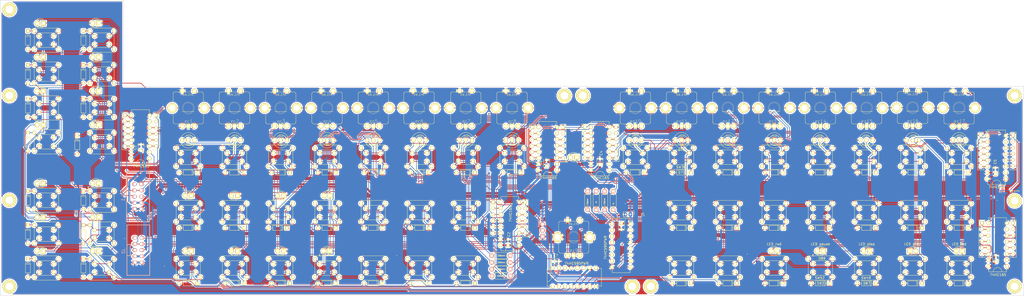
<source format=kicad_pcb>
(kicad_pcb (version 4) (host pcbnew 4.0.2-stable)
  (layers (0 F.Cu signal) (31 B.Cu signal) (34 B.Paste user hide) (35 F.Paste user) (36 B.SilkS user) (37 F.SilkS user) (38 B.Mask user hide) (39 F.Mask user hide) (44 Edge.Cuts user))
  (net 0 "")
  (net 1 "Net-(D101-Pad1)")
  (net 2 "Net-(D102-Pad1)")
  (net 3 /I0)
  (net 4 /I1)
  (net 5 /I2)
  (net 6 /I3)
  (net 7 /I4)
  (net 8 /I5)
  (net 9 /I6)
  (net 10 /I7)
  (net 11 GND)
  (net 12 /O6)
  (net 13 /O7)
  (net 14 /O1)
  (net 15 /O3)
  (net 16 /O5)
  (net 17 /O0)
  (net 18 /O2)
  (net 19 /O4)
  (net 20 +5V)
  (net 21 /O13)
  (net 22 /O14)
  (net 23 /O15)
  (net 24 /O16)
  (net 25 /O17)
  (net 26 /O10)
  (net 27 /I14)
  (net 28 /I15)
  (net 29 /I16)
  (net 30 /I17)
  (net 31 /I10)
  (net 32 /I11)
  (net 33 /I12)
  (net 34 /I13)
  (net 35 "Net-(D8-Pad1)")
  (net 36 "Net-(D9-Pad1)")
  (net 37 "Net-(D10-Pad1)")
  (net 38 "Net-(D11-Pad1)")
  (net 39 "Net-(D12-Pad1)")
  (net 40 "Net-(D13-Pad1)")
  (net 41 "Net-(D14-Pad1)")
  (net 42 "Net-(D22-Pad1)")
  (net 43 "Net-(D23-Pad1)")
  (net 44 "Net-(D24-Pad1)")
  (net 45 "Net-(D25-Pad1)")
  (net 46 "Net-(D26-Pad1)")
  (net 47 "Net-(D27-Pad1)")
  (net 48 "Net-(D28-Pad1)")
  (net 49 "Net-(D32-Pad1)")
  (net 50 "Net-(D33-Pad1)")
  (net 51 "Net-(D34-Pad1)")
  (net 52 "Net-(D38-Pad1)")
  (net 53 "Net-(D39-Pad1)")
  (net 54 "Net-(D40-Pad1)")
  (net 55 "Net-(D44-Pad1)")
  (net 56 "Net-(D45-Pad1)")
  (net 57 "Net-(D46-Pad1)")
  (net 58 "Net-(D50-Pad1)")
  (net 59 "Net-(D51-Pad1)")
  (net 60 "Net-(D52-Pad1)")
  (net 61 "Net-(D54-Pad1)")
  (net 62 "Net-(D55-Pad1)")
  (net 63 "Net-(D56-Pad1)")
  (net 64 "Net-(D58-Pad1)")
  (net 65 "Net-(D59-Pad1)")
  (net 66 "Net-(D60-Pad1)")
  (net 67 "Net-(D62-Pad1)")
  (net 68 "Net-(D63-Pad1)")
  (net 69 "Net-(D64-Pad1)")
  (net 70 "Net-(D66-Pad1)")
  (net 71 "Net-(D69-Pad1)")
  (net 72 "Net-(D71-Pad1)")
  (net 73 "Net-(D72-Pad1)")
  (net 74 "Net-(D73-Pad1)")
  (net 75 "Net-(D75-Pad1)")
  (net 76 "Net-(D76-Pad1)")
  (net 77 "Net-(D77-Pad1)")
  (net 78 "Net-(D80-Pad1)")
  (net 79 "Net-(D81-Pad1)")
  (net 80 "Net-(D82-Pad1)")
  (net 81 "Net-(D85-Pad1)")
  (net 82 "Net-(D86-Pad1)")
  (net 83 "Net-(D87-Pad1)")
  (net 84 "Net-(D90-Pad1)")
  (net 85 "Net-(D91-Pad1)")
  (net 86 "Net-(D92-Pad1)")
  (net 87 "Net-(D95-Pad1)")
  (net 88 "Net-(D96-Pad1)")
  (net 89 "Net-(D97-Pad1)")
  (net 90 "Net-(D100-Pad1)")
  (net 91 "Net-(ec1-PadP$GN)")
  (net 92 "Net-(U1-Pad9)")
  (net 93 /I26)
  (net 94 /I27)
  (net 95 /I24)
  (net 96 /I25)
  (net 97 /I22)
  (net 98 /I23)
  (net 99 /I20)
  (net 100 /I21)
  (net 101 /I56)
  (net 102 /I54)
  (net 103 /I55)
  (net 104 /I36)
  (net 105 /I37)
  (net 106 /I34)
  (net 107 /I35)
  (net 108 /I32)
  (net 109 /I33)
  (net 110 /I30)
  (net 111 /I31)
  (net 112 /I46)
  (net 113 /I47)
  (net 114 /I44)
  (net 115 /I45)
  (net 116 /I42)
  (net 117 /I43)
  (net 118 /I40)
  (net 119 /I41)
  (net 120 /I53)
  (net 121 /I52)
  (net 122 /I51)
  (net 123 /I50)
  (net 124 /011)
  (net 125 /012)
  (net 126 /02)
  (net 127 /I57)
  (net 128 "Net-(R1-Pad1)")
  (net 129 "Net-(R2-Pad1)")
  (net 130 "Net-(R3-Pad1)")
  (net 131 "Net-(R4-Pad1)")
  (net 132 "Net-(R6-Pad1)")
  (net 133 "Net-(R7-Pad1)")
  (net 134 "Net-(RR3-Pad2)")
  (net 135 "Net-(RR5-Pad2)")
  (net 136 "Net-(RR6-Pad2)")
  (net 137 "Net-(RR8-Pad2)")
  (net 138 "Net-(RR10-Pad2)")
  (net 139 "Net-(RR12-Pad2)")
  (net 140 "Net-(U1-Pad1)")
  (net 141 "Net-(U1-Pad2)")
  (net 142 "Net-(U7-Pad14)")
  (net 143 "Net-(U8-Pad9)")
  (net 144 "Net-(J3-Pad2)")
  (net 145 "Net-(U7-Pad9)")
  (net 146 "Net-(R5-Pad1)")
  (net 147 "Net-(R8-Pad2)")
  (module PEC11-Switch_ba (layer F.Cu) (at 194.31 120.65)
    (fp_text reference ec5 (at 0.11938 5.4737) (layer F.SilkS) (effects (font (size 1.27 1.27) (thickness 0.0889))))
    (fp_text value SW_Enc (at 0 -5.4864) (layer F.SilkS) (effects (font (size 0.8128 0.8128) (thickness 0.0889))))
    (pad P$1 thru_hole circle (at -2.49936 -7.00024) (size 1.99898 1.99898) (drill 1.00076) (layers *.Cu F.Paste F.SilkS F.Mask) (net 11 GND))
    (pad P$2 thru_hole circle (at 2.49936 -7.00024) (size 1.99898 1.99898) (drill 0.99822) (layers *.Cu F.Paste F.SilkS F.Mask) (net 127 /I57))
    (pad P$B thru_hole circle (at -2.49936 7.50062) (size 1.99898 1.99898) (drill 1.00076) (layers *.Cu F.Paste F.SilkS F.Mask) (net 94 /I27))
    (pad P$A thru_hole circle (at 2.49936 7.50062) (size 1.99898 1.99898) (drill 1.00076) (layers *.Cu F.Paste F.SilkS F.Mask) (net 93 /I26))
    (pad P$C thru_hole circle (at 0 7.50062) (size 1.99898 1.99898) (drill 1.00076) (layers *.Cu F.Paste F.SilkS F.Mask) (net 11 GND))
    (pad P$GN thru_hole circle (at -6.59892 0) (size 4.09956 4.09956) (drill 2.60096) (layers *.Cu F.Paste F.SilkS F.Mask) (net 91 "Net-(ec1-PadP$GN)"))
    (pad P$GN thru_hole circle (at 6.59892 0) (size 4.09956 4.09956) (drill 2.60096) (layers *.Cu F.Paste F.SilkS F.Mask) (net 91 "Net-(ec1-PadP$GN)"))
  )
  (module PEC11-Switch_ba (layer F.Cu) (at 118.11 120.65)
    (fp_text reference ec1 (at 0.11938 5.4737) (layer F.SilkS) (effects (font (size 1.27 1.27) (thickness 0.0889))))
    (fp_text value SW_Enc (at 0 -5.4864) (layer F.SilkS) (effects (font (size 0.8128 0.8128) (thickness 0.0889))))
    (pad P$1 thru_hole circle (at -2.49936 -7.00024) (size 1.99898 1.99898) (drill 1.00076) (layers *.Cu F.Paste F.SilkS F.Mask) (net 11 GND))
    (pad P$2 thru_hole circle (at 2.49936 -7.00024) (size 1.99898 1.99898) (drill 0.99822) (layers *.Cu F.Paste F.SilkS F.Mask) (net 127 /I57))
    (pad P$B thru_hole circle (at -2.49936 7.50062) (size 1.99898 1.99898) (drill 1.00076) (layers *.Cu F.Paste F.SilkS F.Mask) (net 10 /I7))
    (pad P$A thru_hole circle (at 2.49936 7.50062) (size 1.99898 1.99898) (drill 1.00076) (layers *.Cu F.Paste F.SilkS F.Mask) (net 9 /I6))
    (pad P$C thru_hole circle (at 0 7.50062) (size 1.99898 1.99898) (drill 1.00076) (layers *.Cu F.Paste F.SilkS F.Mask) (net 11 GND))
    (pad P$GN thru_hole circle (at -6.59892 0) (size 4.09956 4.09956) (drill 2.60096) (layers *.Cu F.Paste F.SilkS F.Mask) (net 91 "Net-(ec1-PadP$GN)"))
    (pad P$GN thru_hole circle (at 6.59892 0) (size 4.09956 4.09956) (drill 2.60096) (layers *.Cu F.Paste F.SilkS F.Mask) (net 91 "Net-(ec1-PadP$GN)"))
  )
  (module DIP-16_W7.62mm (layer F.Cu) (at 102.235 141.478 180)
    (fp_text reference U1)
    (fp_text value 74HC165 (at 3.556 -3.175 180) (layer F.SilkS))
    (pad 1 thru_hole oval (at 0 0 180) (size 1.6 1.6) (drill 0.8) (layers *.Cu *.Mask F.SilkS) (net 140 "Net-(U1-Pad1)"))
    (pad 2 thru_hole oval (at 0 2.54 180) (size 1.6 1.6) (drill 0.8) (layers *.Cu *.Mask F.SilkS) (net 141 "Net-(U1-Pad2)"))
    (pad 3 thru_hole oval (at 0 5.08 180) (size 1.6 1.6) (drill 0.8) (layers *.Cu *.Mask F.SilkS) (net 7 /I4))
    (pad 4 thru_hole oval (at 0 7.62 180) (size 1.6 1.6) (drill 0.8) (layers *.Cu *.Mask F.SilkS) (net 8 /I5))
    (pad 5 thru_hole oval (at 0 10.16 180) (size 1.6 1.6) (drill 0.8) (layers *.Cu *.Mask F.SilkS) (net 9 /I6))
    (pad 6 thru_hole oval (at 0 12.7 180) (size 1.6 1.6) (drill 0.8) (layers *.Cu *.Mask F.SilkS) (net 10 /I7))
    (pad 7 thru_hole oval (at 0 15.24 180) (size 1.6 1.6) (drill 0.8) (layers *.Cu *.Mask F.SilkS))
    (pad 8 thru_hole oval (at 0 17.78 180) (size 1.6 1.6) (drill 0.8) (layers *.Cu *.Mask F.SilkS) (net 11 GND))
    (pad 9 thru_hole oval (at 7.62 17.78 180) (size 1.6 1.6) (drill 0.8) (layers *.Cu *.Mask F.SilkS) (net 92 "Net-(U1-Pad9)"))
    (pad 10 thru_hole oval (at 7.62 15.24 180) (size 1.6 1.6) (drill 0.8) (layers *.Cu *.Mask F.SilkS) (net 134 "Net-(RR3-Pad2)"))
    (pad 11 thru_hole oval (at 7.62 12.7 180) (size 1.6 1.6) (drill 0.8) (layers *.Cu *.Mask F.SilkS) (net 3 /I0))
    (pad 12 thru_hole oval (at 7.62 10.16 180) (size 1.6 1.6) (drill 0.8) (layers *.Cu *.Mask F.SilkS) (net 4 /I1))
    (pad 13 thru_hole oval (at 7.62 7.62 180) (size 1.6 1.6) (drill 0.8) (layers *.Cu *.Mask F.SilkS) (net 5 /I2))
    (pad 14 thru_hole oval (at 7.62 5.08 180) (size 1.6 1.6) (drill 0.8) (layers *.Cu *.Mask F.SilkS) (net 6 /I3))
    (pad 15 thru_hole oval (at 7.62 2.54 180) (size 1.6 1.6) (drill 0.8) (layers *.Cu *.Mask F.SilkS) (net 11 GND))
    (pad 16 thru_hole oval (at 7.62 0 180) (size 1.6 1.6) (drill 0.8) (layers *.Cu *.Mask F.SilkS) (net 20 +5V))
  )
  (module LEDs:LED-5MM-3 (layer F.Cu) (at 120.65 133.985 180)
    (fp_text reference D29)
    (fp_text value Led_gp1)
    (pad 1 thru_hole circle (at 0 0) (size 1.6764 1.6764) (drill 0.8128) (layers *.Cu *.Mask F.SilkS) (net 124 /011))
    (pad 2 thru_hole circle (at 2.54 0) (size 1.6764 1.6764) (drill 0.8128) (layers *.Cu *.Mask F.SilkS) (net 15 /O3))
    (pad 3 thru_hole circle (at 5.08 0) (size 1.6764 1.6764) (drill 0.8128) (layers *.Cu *.Mask F.SilkS) (net 26 /O10))
  )
  (module LEDs:LED-5MM-3 (layer F.Cu) (at 139.7 133.985 180)
    (fp_text reference D35)
    (fp_text value Led_gp2)
    (pad 1 thru_hole circle (at 0 0) (size 1.6764 1.6764) (drill 0.8128) (layers *.Cu *.Mask F.SilkS) (net 21 /O13))
    (pad 2 thru_hole circle (at 2.54 0) (size 1.6764 1.6764) (drill 0.8128) (layers *.Cu *.Mask F.SilkS) (net 15 /O3))
    (pad 3 thru_hole circle (at 5.08 0) (size 1.6764 1.6764) (drill 0.8128) (layers *.Cu *.Mask F.SilkS) (net 125 /012))
  )
  (module LEDs:LED-5MM-3 (layer F.Cu) (at 158.75 133.985 180)
    (fp_text reference D41)
    (fp_text value Led_gp3)
    (pad 1 thru_hole circle (at 0 0) (size 1.6764 1.6764) (drill 0.8128) (layers *.Cu *.Mask F.SilkS) (net 23 /O15))
    (pad 2 thru_hole circle (at 2.54 0) (size 1.6764 1.6764) (drill 0.8128) (layers *.Cu *.Mask F.SilkS) (net 18 /O2))
    (pad 3 thru_hole circle (at 5.08 0) (size 1.6764 1.6764) (drill 0.8128) (layers *.Cu *.Mask F.SilkS) (net 22 /O14))
  )
  (module LEDs:LED-5MM-3 (layer F.Cu) (at 177.8 133.985 180)
    (fp_text reference D47)
    (fp_text value Led_gp4)
    (pad 1 thru_hole circle (at 0 0) (size 1.6764 1.6764) (drill 0.8128) (layers *.Cu *.Mask F.SilkS) (net 25 /O17))
    (pad 2 thru_hole circle (at 2.54 0) (size 1.6764 1.6764) (drill 0.8128) (layers *.Cu *.Mask F.SilkS) (net 18 /O2))
    (pad 3 thru_hole circle (at 5.08 0) (size 1.6764 1.6764) (drill 0.8128) (layers *.Cu *.Mask F.SilkS) (net 24 /O16))
  )
  (module LEDs:LED-5MM-3 (layer F.Cu) (at 196.85 133.985 180)
    (fp_text reference D53)
    (fp_text value Led_gp5)
    (pad 1 thru_hole circle (at 0 0) (size 1.6764 1.6764) (drill 0.8128) (layers *.Cu *.Mask F.SilkS) (net 124 /011))
    (pad 2 thru_hole circle (at 2.54 0) (size 1.6764 1.6764) (drill 0.8128) (layers *.Cu *.Mask F.SilkS) (net 14 /O1))
    (pad 3 thru_hole circle (at 5.08 0) (size 1.6764 1.6764) (drill 0.8128) (layers *.Cu *.Mask F.SilkS) (net 26 /O10))
  )
  (module LEDs:LED-5MM-3 (layer F.Cu) (at 215.9 133.985 180)
    (fp_text reference D57)
    (fp_text value Led_gp6)
    (pad 1 thru_hole circle (at 0 0) (size 1.6764 1.6764) (drill 0.8128) (layers *.Cu *.Mask F.SilkS) (net 21 /O13))
    (pad 2 thru_hole circle (at 2.54 0) (size 1.6764 1.6764) (drill 0.8128) (layers *.Cu *.Mask F.SilkS) (net 14 /O1))
    (pad 3 thru_hole circle (at 5.08 0) (size 1.6764 1.6764) (drill 0.8128) (layers *.Cu *.Mask F.SilkS) (net 125 /012))
  )
  (module LEDs:LED-5MM-3 (layer F.Cu) (at 234.95 133.985 180)
    (fp_text reference D61)
    (fp_text value Led_gp7)
    (pad 1 thru_hole circle (at 0 0) (size 1.6764 1.6764) (drill 0.8128) (layers *.Cu *.Mask F.SilkS) (net 23 /O15))
    (pad 2 thru_hole circle (at 2.54 0) (size 1.6764 1.6764) (drill 0.8128) (layers *.Cu *.Mask F.SilkS) (net 17 /O0))
    (pad 3 thru_hole circle (at 5.08 0) (size 1.6764 1.6764) (drill 0.8128) (layers *.Cu *.Mask F.SilkS) (net 22 /O14))
  )
  (module LEDs:LED-5MM-3 (layer F.Cu) (at 254 133.985 180)
    (fp_text reference D65)
    (fp_text value Led_gp8)
    (pad 1 thru_hole circle (at 0 0) (size 1.6764 1.6764) (drill 0.8128) (layers *.Cu *.Mask F.SilkS) (net 25 /O17))
    (pad 2 thru_hole circle (at 2.54 0) (size 1.6764 1.6764) (drill 0.8128) (layers *.Cu *.Mask F.SilkS) (net 17 /O0))
    (pad 3 thru_hole circle (at 5.08 0) (size 1.6764 1.6764) (drill 0.8128) (layers *.Cu *.Mask F.SilkS) (net 24 /O16))
  )
  (module LEDs:LED-5MM-3 (layer F.Cu) (at 304.8 133.985 180)
    (fp_text reference D68)
    (fp_text value Led_gp9)
    (pad 1 thru_hole circle (at 0 0) (size 1.6764 1.6764) (drill 0.8128) (layers *.Cu *.Mask F.SilkS) (net 124 /011))
    (pad 2 thru_hole circle (at 2.54 0) (size 1.6764 1.6764) (drill 0.8128) (layers *.Cu *.Mask F.SilkS) (net 19 /O4))
    (pad 3 thru_hole circle (at 5.08 0) (size 1.6764 1.6764) (drill 0.8128) (layers *.Cu *.Mask F.SilkS) (net 26 /O10))
  )
  (module LEDs:LED-5MM-3 (layer F.Cu) (at 323.85 133.985 180)
    (fp_text reference D70 (at 2.54508 -3.91668 180) (layer F.SilkS))
    (fp_text value Led_gp10)
    (pad 1 thru_hole circle (at 0 0) (size 1.6764 1.6764) (drill 0.8128) (layers *.Cu *.Mask F.SilkS) (net 21 /O13))
    (pad 2 thru_hole circle (at 2.54 0) (size 1.6764 1.6764) (drill 0.8128) (layers *.Cu *.Mask F.SilkS) (net 19 /O4))
    (pad 3 thru_hole circle (at 5.08 0) (size 1.6764 1.6764) (drill 0.8128) (layers *.Cu *.Mask F.SilkS) (net 125 /012))
  )
  (module LEDs:LED-5MM-3 (layer F.Cu) (at 342.9 133.985 180)
    (fp_text reference D74)
    (fp_text value Led_gp11)
    (pad 1 thru_hole circle (at 0 0) (size 1.6764 1.6764) (drill 0.8128) (layers *.Cu *.Mask F.SilkS) (net 23 /O15))
    (pad 2 thru_hole circle (at 2.54 0) (size 1.6764 1.6764) (drill 0.8128) (layers *.Cu *.Mask F.SilkS) (net 16 /O5))
    (pad 3 thru_hole circle (at 5.08 0) (size 1.6764 1.6764) (drill 0.8128) (layers *.Cu *.Mask F.SilkS) (net 22 /O14))
  )
  (module LEDs:LED-5MM-3 (layer F.Cu) (at 361.95 133.985 180)
    (fp_text reference D78)
    (fp_text value Led_gp12)
    (pad 1 thru_hole circle (at 0 0) (size 1.6764 1.6764) (drill 0.8128) (layers *.Cu *.Mask F.SilkS) (net 25 /O17))
    (pad 2 thru_hole circle (at 2.54 0) (size 1.6764 1.6764) (drill 0.8128) (layers *.Cu *.Mask F.SilkS) (net 16 /O5))
    (pad 3 thru_hole circle (at 5.08 0) (size 1.6764 1.6764) (drill 0.8128) (layers *.Cu *.Mask F.SilkS) (net 24 /O16))
  )
  (module LEDs:LED-5MM-3 (layer F.Cu) (at 375.92 133.985)
    (fp_text reference D83)
    (fp_text value Led_gp13)
    (pad 1 thru_hole circle (at 0 0 180) (size 1.6764 1.6764) (drill 0.8128) (layers *.Cu *.Mask F.SilkS) (net 124 /011))
    (pad 2 thru_hole circle (at 2.54 0 180) (size 1.6764 1.6764) (drill 0.8128) (layers *.Cu *.Mask F.SilkS) (net 12 /O6))
    (pad 3 thru_hole circle (at 5.08 0 180) (size 1.6764 1.6764) (drill 0.8128) (layers *.Cu *.Mask F.SilkS) (net 26 /O10))
  )
  (module LEDs:LED-5MM-3 (layer F.Cu) (at 394.97 133.985)
    (fp_text reference D88)
    (fp_text value Led_gp14)
    (pad 1 thru_hole circle (at 0 0 180) (size 1.6764 1.6764) (drill 0.8128) (layers *.Cu *.Mask F.SilkS) (net 21 /O13))
    (pad 2 thru_hole circle (at 2.54 0 180) (size 1.6764 1.6764) (drill 0.8128) (layers *.Cu *.Mask F.SilkS) (net 12 /O6))
    (pad 3 thru_hole circle (at 5.08 0 180) (size 1.6764 1.6764) (drill 0.8128) (layers *.Cu *.Mask F.SilkS) (net 125 /012))
  )
  (module LEDs:LED-5MM-3 (layer F.Cu) (at 419.1 133.985 180)
    (fp_text reference D93)
    (fp_text value Led_gp15)
    (pad 1 thru_hole circle (at 0 0) (size 1.6764 1.6764) (drill 0.8128) (layers *.Cu *.Mask F.SilkS) (net 23 /O15))
    (pad 2 thru_hole circle (at 2.54 0) (size 1.6764 1.6764) (drill 0.8128) (layers *.Cu *.Mask F.SilkS) (net 13 /O7))
    (pad 3 thru_hole circle (at 5.08 0) (size 1.6764 1.6764) (drill 0.8128) (layers *.Cu *.Mask F.SilkS) (net 22 /O14))
  )
  (module LEDs:LED-5MM-3 (layer F.Cu) (at 438.15 133.985 180)
    (fp_text reference D99)
    (fp_text value Led_gp16)
    (pad 1 thru_hole circle (at 0 0) (size 1.6764 1.6764) (drill 0.8128) (layers *.Cu *.Mask F.SilkS) (net 25 /O17))
    (pad 2 thru_hole circle (at 2.54 0) (size 1.6764 1.6764) (drill 0.8128) (layers *.Cu *.Mask F.SilkS) (net 13 /O7))
    (pad 3 thru_hole circle (at 5.08 0) (size 1.6764 1.6764) (drill 0.8128) (layers *.Cu *.Mask F.SilkS) (net 24 /O16))
  )
  (module Resistors_ThroughHole:Resistor_Horizontal_RM7mm (layer F.Cu) (at 243.078 181.61)
    (fp_text reference R8)
    (fp_text value 220ohm (at 4 0) (layer F.SilkS) (effects (font (size 0.5 0.5) (thickness 0.125))))
    (pad 1 thru_hole circle (at 0 0) (size 1.99898 1.99898) (drill 1.00076) (layers *.Cu *.SilkS *.Mask) (net 26 /O10))
    (pad 2 thru_hole circle (at 7.62 0) (size 1.99898 1.99898) (drill 1.00076) (layers *.Cu *.SilkS *.Mask) (net 147 "Net-(R8-Pad2)"))
  )
  (module "empreinte ksir:DIP-16_W7.62mm" (layer F.Cu) (at 292.608 168.529)
    (fp_text reference U8)
    (fp_text value 74HC595PWR (at -2.667 9.779 90) (layer F.SilkS))
    (pad 1 thru_hole oval (at 0 0) (size 1.6 1.6) (drill 0.8) (layers *.Cu *.Mask F.SilkS) (net 128 "Net-(R1-Pad1)"))
    (pad 2 thru_hole oval (at 0 2.54) (size 1.6 1.6) (drill 0.8) (layers *.Cu *.Mask F.SilkS) (net 129 "Net-(R2-Pad1)"))
    (pad 3 thru_hole oval (at 0 5.08) (size 1.6 1.6) (drill 0.8) (layers *.Cu *.Mask F.SilkS) (net 130 "Net-(R3-Pad1)"))
    (pad 4 thru_hole oval (at 0 7.62) (size 1.6 1.6) (drill 0.8) (layers *.Cu *.Mask F.SilkS) (net 131 "Net-(R4-Pad1)"))
    (pad 5 thru_hole oval (at 0 10.16) (size 1.6 1.6) (drill 0.8) (layers *.Cu *.Mask F.SilkS) (net 146 "Net-(R5-Pad1)"))
    (pad 6 thru_hole oval (at 0 12.7) (size 1.6 1.6) (drill 0.8) (layers *.Cu *.Mask F.SilkS) (net 132 "Net-(R6-Pad1)"))
    (pad 7 thru_hole oval (at 0 15.24) (size 1.6 1.6) (drill 0.8) (layers *.Cu *.Mask F.SilkS) (net 133 "Net-(R7-Pad1)"))
    (pad 8 thru_hole oval (at 0 17.78) (size 1.6 1.6) (drill 0.8) (layers *.Cu *.Mask F.SilkS) (net 11 GND))
    (pad 9 thru_hole oval (at 7.62 17.78) (size 1.6 1.6) (drill 0.8) (layers *.Cu *.Mask F.SilkS) (net 143 "Net-(U8-Pad9)"))
    (pad 10 thru_hole oval (at 7.62 15.24) (size 1.6 1.6) (drill 0.8) (layers *.Cu *.Mask F.SilkS) (net 20 +5V))
    (pad 11 thru_hole oval (at 7.62 12.7) (size 1.6 1.6) (drill 0.8) (layers *.Cu *.Mask F.SilkS) (net 141 "Net-(U1-Pad2)"))
    (pad 12 thru_hole oval (at 7.62 10.16) (size 1.6 1.6) (drill 0.8) (layers *.Cu *.Mask F.SilkS) (net 140 "Net-(U1-Pad1)"))
    (pad 13 thru_hole oval (at 7.62 7.62) (size 1.6 1.6) (drill 0.8) (layers *.Cu *.Mask F.SilkS) (net 11 GND))
    (pad 14 thru_hole oval (at 7.62 5.08) (size 1.6 1.6) (drill 0.8) (layers *.Cu *.Mask F.SilkS) (net 145 "Net-(U7-Pad9)"))
    (pad 15 thru_hole oval (at 7.62 2.54) (size 1.6 1.6) (drill 0.8) (layers *.Cu *.Mask F.SilkS) (net 147 "Net-(R8-Pad2)"))
    (pad 16 thru_hole oval (at 7.62 0) (size 1.6 1.6) (drill 0.8) (layers *.Cu *.Mask F.SilkS) (net 20 +5V))
  )
  (module "empreinte ksir:DIP-16_W7.62mm" (layer F.Cu) (at 268.224 194.31 90)
    (fp_text reference U7)
    (fp_text value 74HC595PWR (at 9.525 9.779 180) (layer F.SilkS))
    (pad 1 thru_hole oval (at 0 0 90) (size 1.6 1.6) (drill 0.8) (layers *.Cu *.Mask F.SilkS) (net 14 /O1))
    (pad 2 thru_hole oval (at 0 2.54 90) (size 1.6 1.6) (drill 0.8) (layers *.Cu *.Mask F.SilkS) (net 126 /02))
    (pad 3 thru_hole oval (at 0 5.08 90) (size 1.6 1.6) (drill 0.8) (layers *.Cu *.Mask F.SilkS) (net 15 /O3))
    (pad 4 thru_hole oval (at 0 7.62 90) (size 1.6 1.6) (drill 0.8) (layers *.Cu *.Mask F.SilkS) (net 19 /O4))
    (pad 5 thru_hole oval (at 0 10.16 90) (size 1.6 1.6) (drill 0.8) (layers *.Cu *.Mask F.SilkS) (net 16 /O5))
    (pad 6 thru_hole oval (at 0 12.7 90) (size 1.6 1.6) (drill 0.8) (layers *.Cu *.Mask F.SilkS) (net 12 /O6))
    (pad 7 thru_hole oval (at 0 15.24 90) (size 1.6 1.6) (drill 0.8) (layers *.Cu *.Mask F.SilkS) (net 13 /O7))
    (pad 8 thru_hole oval (at 0 17.78 90) (size 1.6 1.6) (drill 0.8) (layers *.Cu *.Mask F.SilkS) (net 11 GND))
    (pad 9 thru_hole oval (at 7.62 17.78 90) (size 1.6 1.6) (drill 0.8) (layers *.Cu *.Mask F.SilkS) (net 145 "Net-(U7-Pad9)"))
    (pad 10 thru_hole oval (at 7.62 15.24 90) (size 1.6 1.6) (drill 0.8) (layers *.Cu *.Mask F.SilkS) (net 20 +5V))
    (pad 11 thru_hole oval (at 7.62 12.7 90) (size 1.6 1.6) (drill 0.8) (layers *.Cu *.Mask F.SilkS) (net 141 "Net-(U1-Pad2)"))
    (pad 12 thru_hole oval (at 7.62 10.16 90) (size 1.6 1.6) (drill 0.8) (layers *.Cu *.Mask F.SilkS) (net 140 "Net-(U1-Pad1)"))
    (pad 13 thru_hole oval (at 7.62 7.62 90) (size 1.6 1.6) (drill 0.8) (layers *.Cu *.Mask F.SilkS) (net 11 GND))
    (pad 14 thru_hole oval (at 7.62 5.08 90) (size 1.6 1.6) (drill 0.8) (layers *.Cu *.Mask F.SilkS) (net 142 "Net-(U7-Pad14)"))
    (pad 15 thru_hole oval (at 7.62 2.54 90) (size 1.6 1.6) (drill 0.8) (layers *.Cu *.Mask F.SilkS) (net 17 /O0))
    (pad 16 thru_hole oval (at 7.62 0 90) (size 1.6 1.6) (drill 0.8) (layers *.Cu *.Mask F.SilkS) (net 20 +5V))
  )
  (module "empreinte ksir:DIP-16_W7.62mm" (layer F.Cu) (at 455.265864 185.993912 180)
    (fp_text reference U6)
    (fp_text value 74HC165 (at 3.653864 -3.490088 180) (layer F.SilkS))
    (pad 1 thru_hole oval (at 0 0 180) (size 1.6 1.6) (drill 0.8) (layers *.Cu *.Mask F.SilkS) (net 140 "Net-(U1-Pad1)"))
    (pad 2 thru_hole oval (at 0 2.54 180) (size 1.6 1.6) (drill 0.8) (layers *.Cu *.Mask F.SilkS) (net 141 "Net-(U1-Pad2)"))
    (pad 3 thru_hole oval (at 0 5.08 180) (size 1.6 1.6) (drill 0.8) (layers *.Cu *.Mask F.SilkS) (net 102 /I54))
    (pad 4 thru_hole oval (at 0 7.62 180) (size 1.6 1.6) (drill 0.8) (layers *.Cu *.Mask F.SilkS) (net 103 /I55))
    (pad 5 thru_hole oval (at 0 10.16 180) (size 1.6 1.6) (drill 0.8) (layers *.Cu *.Mask F.SilkS) (net 101 /I56))
    (pad 6 thru_hole oval (at 0 12.7 180) (size 1.6 1.6) (drill 0.8) (layers *.Cu *.Mask F.SilkS) (net 127 /I57))
    (pad 7 thru_hole oval (at 0 15.24 180) (size 1.6 1.6) (drill 0.8) (layers *.Cu *.Mask F.SilkS))
    (pad 8 thru_hole oval (at 0 17.78 180) (size 1.6 1.6) (drill 0.8) (layers *.Cu *.Mask F.SilkS) (net 11 GND))
    (pad 9 thru_hole oval (at 7.62 17.78 180) (size 1.6 1.6) (drill 0.8) (layers *.Cu *.Mask F.SilkS) (net 137 "Net-(RR8-Pad2)"))
    (pad 10 thru_hole oval (at 7.62 15.24 180) (size 1.6 1.6) (drill 0.8) (layers *.Cu *.Mask F.SilkS) (net 139 "Net-(RR12-Pad2)"))
    (pad 11 thru_hole oval (at 7.62 12.7 180) (size 1.6 1.6) (drill 0.8) (layers *.Cu *.Mask F.SilkS) (net 123 /I50))
    (pad 12 thru_hole oval (at 7.62 10.16 180) (size 1.6 1.6) (drill 0.8) (layers *.Cu *.Mask F.SilkS) (net 122 /I51))
    (pad 13 thru_hole oval (at 7.62 7.62 180) (size 1.6 1.6) (drill 0.8) (layers *.Cu *.Mask F.SilkS) (net 121 /I52))
    (pad 14 thru_hole oval (at 7.62 5.08 180) (size 1.6 1.6) (drill 0.8) (layers *.Cu *.Mask F.SilkS) (net 120 /I53))
    (pad 15 thru_hole oval (at 7.62 2.54 180) (size 1.6 1.6) (drill 0.8) (layers *.Cu *.Mask F.SilkS) (net 11 GND))
    (pad 16 thru_hole oval (at 7.62 0 180) (size 1.6 1.6) (drill 0.8) (layers *.Cu *.Mask F.SilkS) (net 20 +5V))
  )
  (module "empreinte ksir:DIP-16_W7.62mm" (layer F.Cu) (at 454.838194 149.876812 180)
    (fp_text reference U5)
    (fp_text value 74HC165 (at 3.734194 -3.412188 180) (layer F.SilkS))
    (pad 1 thru_hole oval (at 0 0 180) (size 1.6 1.6) (drill 0.8) (layers *.Cu *.Mask F.SilkS) (net 140 "Net-(U1-Pad1)"))
    (pad 2 thru_hole oval (at 0 2.54 180) (size 1.6 1.6) (drill 0.8) (layers *.Cu *.Mask F.SilkS) (net 141 "Net-(U1-Pad2)"))
    (pad 3 thru_hole oval (at 0 5.08 180) (size 1.6 1.6) (drill 0.8) (layers *.Cu *.Mask F.SilkS) (net 114 /I44))
    (pad 4 thru_hole oval (at 0 7.62 180) (size 1.6 1.6) (drill 0.8) (layers *.Cu *.Mask F.SilkS) (net 115 /I45))
    (pad 5 thru_hole oval (at 0 10.16 180) (size 1.6 1.6) (drill 0.8) (layers *.Cu *.Mask F.SilkS) (net 112 /I46))
    (pad 6 thru_hole oval (at 0 12.7 180) (size 1.6 1.6) (drill 0.8) (layers *.Cu *.Mask F.SilkS) (net 113 /I47))
    (pad 7 thru_hole oval (at 0 15.24 180) (size 1.6 1.6) (drill 0.8) (layers *.Cu *.Mask F.SilkS))
    (pad 8 thru_hole oval (at 0 17.78 180) (size 1.6 1.6) (drill 0.8) (layers *.Cu *.Mask F.SilkS) (net 11 GND))
    (pad 9 thru_hole oval (at 7.62 17.78 180) (size 1.6 1.6) (drill 0.8) (layers *.Cu *.Mask F.SilkS) (net 139 "Net-(RR12-Pad2)"))
    (pad 10 thru_hole oval (at 7.62 15.24 180) (size 1.6 1.6) (drill 0.8) (layers *.Cu *.Mask F.SilkS) (net 138 "Net-(RR10-Pad2)"))
    (pad 11 thru_hole oval (at 7.62 12.7 180) (size 1.6 1.6) (drill 0.8) (layers *.Cu *.Mask F.SilkS) (net 118 /I40))
    (pad 12 thru_hole oval (at 7.62 10.16 180) (size 1.6 1.6) (drill 0.8) (layers *.Cu *.Mask F.SilkS) (net 119 /I41))
    (pad 13 thru_hole oval (at 7.62 7.62 180) (size 1.6 1.6) (drill 0.8) (layers *.Cu *.Mask F.SilkS) (net 116 /I42))
    (pad 14 thru_hole oval (at 7.62 5.08 180) (size 1.6 1.6) (drill 0.8) (layers *.Cu *.Mask F.SilkS) (net 117 /I43))
    (pad 15 thru_hole oval (at 7.62 2.54 180) (size 1.6 1.6) (drill 0.8) (layers *.Cu *.Mask F.SilkS) (net 11 GND))
    (pad 16 thru_hole oval (at 7.62 0 180) (size 1.6 1.6) (drill 0.8) (layers *.Cu *.Mask F.SilkS) (net 20 +5V))
  )
  (module "empreinte ksir:DIP-16_W7.62mm" (layer F.Cu) (at 291.592 146.304 180)
    (fp_text reference U4)
    (fp_text value 74HC165 (at 3.556 -3.175 180) (layer F.SilkS))
    (pad 1 thru_hole oval (at 0 0 180) (size 1.6 1.6) (drill 0.8) (layers *.Cu *.Mask F.SilkS) (net 140 "Net-(U1-Pad1)"))
    (pad 2 thru_hole oval (at 0 2.54 180) (size 1.6 1.6) (drill 0.8) (layers *.Cu *.Mask F.SilkS) (net 141 "Net-(U1-Pad2)"))
    (pad 3 thru_hole oval (at 0 5.08 180) (size 1.6 1.6) (drill 0.8) (layers *.Cu *.Mask F.SilkS) (net 106 /I34))
    (pad 4 thru_hole oval (at 0 7.62 180) (size 1.6 1.6) (drill 0.8) (layers *.Cu *.Mask F.SilkS) (net 107 /I35))
    (pad 5 thru_hole oval (at 0 10.16 180) (size 1.6 1.6) (drill 0.8) (layers *.Cu *.Mask F.SilkS) (net 104 /I36))
    (pad 6 thru_hole oval (at 0 12.7 180) (size 1.6 1.6) (drill 0.8) (layers *.Cu *.Mask F.SilkS) (net 105 /I37))
    (pad 7 thru_hole oval (at 0 15.24 180) (size 1.6 1.6) (drill 0.8) (layers *.Cu *.Mask F.SilkS))
    (pad 8 thru_hole oval (at 0 17.78 180) (size 1.6 1.6) (drill 0.8) (layers *.Cu *.Mask F.SilkS) (net 11 GND))
    (pad 9 thru_hole oval (at 7.62 17.78 180) (size 1.6 1.6) (drill 0.8) (layers *.Cu *.Mask F.SilkS) (net 136 "Net-(RR6-Pad2)"))
    (pad 10 thru_hole oval (at 7.62 15.24 180) (size 1.6 1.6) (drill 0.8) (layers *.Cu *.Mask F.SilkS) (net 137 "Net-(RR8-Pad2)"))
    (pad 11 thru_hole oval (at 7.62 12.7 180) (size 1.6 1.6) (drill 0.8) (layers *.Cu *.Mask F.SilkS) (net 110 /I30))
    (pad 12 thru_hole oval (at 7.62 10.16 180) (size 1.6 1.6) (drill 0.8) (layers *.Cu *.Mask F.SilkS) (net 111 /I31))
    (pad 13 thru_hole oval (at 7.62 7.62 180) (size 1.6 1.6) (drill 0.8) (layers *.Cu *.Mask F.SilkS) (net 108 /I32))
    (pad 14 thru_hole oval (at 7.62 5.08 180) (size 1.6 1.6) (drill 0.8) (layers *.Cu *.Mask F.SilkS) (net 109 /I33))
    (pad 15 thru_hole oval (at 7.62 2.54 180) (size 1.6 1.6) (drill 0.8) (layers *.Cu *.Mask F.SilkS) (net 11 GND))
    (pad 16 thru_hole oval (at 7.62 0 180) (size 1.6 1.6) (drill 0.8) (layers *.Cu *.Mask F.SilkS) (net 20 +5V))
  )
  (module "empreinte ksir:DIP-16_W7.62mm" (layer F.Cu) (at 270.002 146.304 180)
    (fp_text reference U3)
    (fp_text value 74HC165 (at 3.556 -3.175 180) (layer F.SilkS))
    (pad 1 thru_hole oval (at 0 0 180) (size 1.6 1.6) (drill 0.8) (layers *.Cu *.Mask F.SilkS) (net 140 "Net-(U1-Pad1)"))
    (pad 2 thru_hole oval (at 0 2.54 180) (size 1.6 1.6) (drill 0.8) (layers *.Cu *.Mask F.SilkS) (net 141 "Net-(U1-Pad2)"))
    (pad 3 thru_hole oval (at 0 5.08 180) (size 1.6 1.6) (drill 0.8) (layers *.Cu *.Mask F.SilkS) (net 95 /I24))
    (pad 4 thru_hole oval (at 0 7.62 180) (size 1.6 1.6) (drill 0.8) (layers *.Cu *.Mask F.SilkS) (net 96 /I25))
    (pad 5 thru_hole oval (at 0 10.16 180) (size 1.6 1.6) (drill 0.8) (layers *.Cu *.Mask F.SilkS) (net 93 /I26))
    (pad 6 thru_hole oval (at 0 12.7 180) (size 1.6 1.6) (drill 0.8) (layers *.Cu *.Mask F.SilkS) (net 94 /I27))
    (pad 7 thru_hole oval (at 0 15.24 180) (size 1.6 1.6) (drill 0.8) (layers *.Cu *.Mask F.SilkS))
    (pad 8 thru_hole oval (at 0 17.78 180) (size 1.6 1.6) (drill 0.8) (layers *.Cu *.Mask F.SilkS) (net 11 GND))
    (pad 9 thru_hole oval (at 7.62 17.78 180) (size 1.6 1.6) (drill 0.8) (layers *.Cu *.Mask F.SilkS) (net 135 "Net-(RR5-Pad2)"))
    (pad 10 thru_hole oval (at 7.62 15.24 180) (size 1.6 1.6) (drill 0.8) (layers *.Cu *.Mask F.SilkS) (net 136 "Net-(RR6-Pad2)"))
    (pad 11 thru_hole oval (at 7.62 12.7 180) (size 1.6 1.6) (drill 0.8) (layers *.Cu *.Mask F.SilkS) (net 99 /I20))
    (pad 12 thru_hole oval (at 7.62 10.16 180) (size 1.6 1.6) (drill 0.8) (layers *.Cu *.Mask F.SilkS) (net 100 /I21))
    (pad 13 thru_hole oval (at 7.62 7.62 180) (size 1.6 1.6) (drill 0.8) (layers *.Cu *.Mask F.SilkS) (net 97 /I22))
    (pad 14 thru_hole oval (at 7.62 5.08 180) (size 1.6 1.6) (drill 0.8) (layers *.Cu *.Mask F.SilkS) (net 98 /I23))
    (pad 15 thru_hole oval (at 7.62 2.54 180) (size 1.6 1.6) (drill 0.8) (layers *.Cu *.Mask F.SilkS) (net 11 GND))
    (pad 16 thru_hole oval (at 7.62 0 180) (size 1.6 1.6) (drill 0.8) (layers *.Cu *.Mask F.SilkS) (net 20 +5V))
  )
  (module "empreinte ksir:DIP-16_W7.62mm" (layer F.Cu) (at 254.381 177.292 180)
    (fp_text reference U2)
    (fp_text value 74HC165 (at 3.556 12.954 270) (layer F.SilkS))
    (pad 1 thru_hole oval (at 0 0 180) (size 1.6 1.6) (drill 0.8) (layers *.Cu *.Mask F.SilkS) (net 140 "Net-(U1-Pad1)"))
    (pad 2 thru_hole oval (at 0 2.54 180) (size 1.6 1.6) (drill 0.8) (layers *.Cu *.Mask F.SilkS) (net 141 "Net-(U1-Pad2)"))
    (pad 3 thru_hole oval (at 0 5.08 180) (size 1.6 1.6) (drill 0.8) (layers *.Cu *.Mask F.SilkS) (net 27 /I14))
    (pad 4 thru_hole oval (at 0 7.62 180) (size 1.6 1.6) (drill 0.8) (layers *.Cu *.Mask F.SilkS) (net 28 /I15))
    (pad 5 thru_hole oval (at 0 10.16 180) (size 1.6 1.6) (drill 0.8) (layers *.Cu *.Mask F.SilkS) (net 29 /I16))
    (pad 6 thru_hole oval (at 0 12.7 180) (size 1.6 1.6) (drill 0.8) (layers *.Cu *.Mask F.SilkS) (net 30 /I17))
    (pad 7 thru_hole oval (at 0 15.24 180) (size 1.6 1.6) (drill 0.8) (layers *.Cu *.Mask F.SilkS))
    (pad 8 thru_hole oval (at 0 17.78 180) (size 1.6 1.6) (drill 0.8) (layers *.Cu *.Mask F.SilkS) (net 11 GND))
    (pad 9 thru_hole oval (at 7.62 17.78 180) (size 1.6 1.6) (drill 0.8) (layers *.Cu *.Mask F.SilkS) (net 134 "Net-(RR3-Pad2)"))
    (pad 10 thru_hole oval (at 7.62 15.24 180) (size 1.6 1.6) (drill 0.8) (layers *.Cu *.Mask F.SilkS) (net 135 "Net-(RR5-Pad2)"))
    (pad 11 thru_hole oval (at 7.62 12.7 180) (size 1.6 1.6) (drill 0.8) (layers *.Cu *.Mask F.SilkS) (net 31 /I10))
    (pad 12 thru_hole oval (at 7.62 10.16 180) (size 1.6 1.6) (drill 0.8) (layers *.Cu *.Mask F.SilkS) (net 32 /I11))
    (pad 13 thru_hole oval (at 7.62 7.62 180) (size 1.6 1.6) (drill 0.8) (layers *.Cu *.Mask F.SilkS) (net 33 /I12))
    (pad 14 thru_hole oval (at 7.62 5.08 180) (size 1.6 1.6) (drill 0.8) (layers *.Cu *.Mask F.SilkS) (net 34 /I13))
    (pad 15 thru_hole oval (at 7.62 2.54 180) (size 1.6 1.6) (drill 0.8) (layers *.Cu *.Mask F.SilkS) (net 11 GND))
    (pad 16 thru_hole oval (at 7.62 0 180) (size 1.6 1.6) (drill 0.8) (layers *.Cu *.Mask F.SilkS) (net 20 +5V))
  )
  (module Resistors_ThroughHole:Resistor_Horizontal_RM7mm (layer F.Cu) (at 282.62816 162.67194 90)
    (fp_text reference R1)
    (fp_text value 470ohm (at 3.15994 -0.05316 90) (layer F.SilkS) (effects (font (size 0.5 0.5) (thickness 0.125))))
    (pad 1 thru_hole circle (at 0 0 90) (size 1.99898 1.99898) (drill 1.00076) (layers *.Cu *.SilkS *.Mask) (net 128 "Net-(R1-Pad1)"))
    (pad 2 thru_hole circle (at 7.62 0 90) (size 1.99898 1.99898) (drill 1.00076) (layers *.Cu *.SilkS *.Mask) (net 124 /011))
  )
  (module Resistors_ThroughHole:Resistor_Horizontal_RM7mm (layer F.Cu) (at 286.12816 162.67194 90)
    (fp_text reference R2)
    (fp_text value 1k (at 3.15994 0 90) (layer F.SilkS) (effects (font (size 0.5 0.5) (thickness 0.125))))
    (pad 1 thru_hole circle (at 0 0 90) (size 1.99898 1.99898) (drill 1.00076) (layers *.Cu *.SilkS *.Mask) (net 129 "Net-(R2-Pad1)"))
    (pad 2 thru_hole circle (at 7.62 0 90) (size 1.99898 1.99898) (drill 1.00076) (layers *.Cu *.SilkS *.Mask) (net 125 /012))
  )
  (module Resistors_ThroughHole:Resistor_Horizontal_RM7mm (layer F.Cu) (at 289.62816 162.67194 90)
    (fp_text reference R3)
    (fp_text value 470ohm (at 3.28694 -0.06816 90) (layer F.SilkS) (effects (font (size 0.5 0.5) (thickness 0.125))))
    (pad 1 thru_hole circle (at 0 0 90) (size 1.99898 1.99898) (drill 1.00076) (layers *.Cu *.SilkS *.Mask) (net 130 "Net-(R3-Pad1)"))
    (pad 2 thru_hole circle (at 7.62 0 90) (size 1.99898 1.99898) (drill 1.00076) (layers *.Cu *.SilkS *.Mask) (net 21 /O13))
  )
  (module Resistors_ThroughHole:Resistor_Horizontal_RM7mm (layer F.Cu) (at 293.12816 162.67194 90)
    (fp_text reference R4)
    (fp_text value 1k (at 2.52494 0.11484 90) (layer F.SilkS) (effects (font (size 0.5 0.5) (thickness 0.125))))
    (pad 1 thru_hole circle (at 0 0 90) (size 1.99898 1.99898) (drill 1.00076) (layers *.Cu *.SilkS *.Mask) (net 131 "Net-(R4-Pad1)"))
    (pad 2 thru_hole circle (at 7.62 0 90) (size 1.99898 1.99898) (drill 1.00076) (layers *.Cu *.SilkS *.Mask) (net 22 /O14))
  )
  (module Resistors_ThroughHole:Resistor_Horizontal_RM7mm (layer F.Cu) (at 250.698 184.404 180)
    (fp_text reference R5)
    (fp_text value 220ohm (at 3.62 0 180) (layer F.SilkS) (effects (font (size 0.508 0.508) (thickness 0.127))))
    (pad 1 thru_hole circle (at 0 0 180) (size 1.99898 1.99898) (drill 1.00076) (layers *.Cu *.SilkS *.Mask) (net 146 "Net-(R5-Pad1)"))
    (pad 2 thru_hole circle (at 7.62 0 180) (size 1.99898 1.99898) (drill 1.00076) (layers *.Cu *.SilkS *.Mask) (net 23 /O15))
  )
  (module Resistors_ThroughHole:Resistor_Horizontal_RM7mm (layer F.Cu) (at 250.698 187.198 180)
    (fp_text reference R6)
    (fp_text value 220ohm (at 3.683 0 180) (layer F.SilkS) (effects (font (size 0.5 0.5) (thickness 0.125))))
    (pad 1 thru_hole circle (at 0 0 180) (size 1.99898 1.99898) (drill 1.00076) (layers *.Cu *.SilkS *.Mask) (net 132 "Net-(R6-Pad1)"))
    (pad 2 thru_hole circle (at 7.62 0 180) (size 1.99898 1.99898) (drill 1.00076) (layers *.Cu *.SilkS *.Mask) (net 24 /O16))
  )
  (module Resistors_ThroughHole:Resistor_Horizontal_RM7mm (layer F.Cu) (at 250.825 189.992 180)
    (fp_text reference R7)
    (fp_text value 220ohm (at 4.12 0 180) (layer F.SilkS) (effects (font (size 0.508 0.508) (thickness 0.127))))
    (pad 1 thru_hole circle (at 0 0 180) (size 1.99898 1.99898) (drill 1.00076) (layers *.Cu *.SilkS *.Mask) (net 133 "Net-(R7-Pad1)"))
    (pad 2 thru_hole circle (at 7.62 0 180) (size 1.99898 1.99898) (drill 1.00076) (layers *.Cu *.SilkS *.Mask) (net 25 /O17))
  )
  (module Discret:DO-35 (layer F.Cu) (at 52.07 92.71 90)
    (fp_text reference D8)
    (fp_text value D)
    (pad 1 thru_hole rect (at 3.81 0 90) (size 1.4224 1.4224) (drill 0.6096) (layers *.Cu *.Mask F.SilkS) (net 35 "Net-(D8-Pad1)"))
    (pad 2 thru_hole circle (at -3.81 0 90) (size 1.4224 1.4224) (drill 0.6096) (layers *.Cu *.Mask F.SilkS) (net 29 /I16))
  )
  (module Discret:DO-35 (layer F.Cu) (at 52.07 106.68 90)
    (fp_text reference D9)
    (fp_text value D)
    (pad 1 thru_hole rect (at 3.81 0 90) (size 1.4224 1.4224) (drill 0.6096) (layers *.Cu *.Mask F.SilkS) (net 36 "Net-(D9-Pad1)"))
    (pad 2 thru_hole circle (at -3.81 0 90) (size 1.4224 1.4224) (drill 0.6096) (layers *.Cu *.Mask F.SilkS) (net 30 /I17))
  )
  (module Discret:DO-35 (layer F.Cu) (at 52.07 120.65 90)
    (fp_text reference D10)
    (fp_text value D)
    (pad 1 thru_hole rect (at 3.81 0 90) (size 1.4224 1.4224) (drill 0.6096) (layers *.Cu *.Mask F.SilkS) (net 37 "Net-(D10-Pad1)"))
    (pad 2 thru_hole circle (at -3.81 0 90) (size 1.4224 1.4224) (drill 0.6096) (layers *.Cu *.Mask F.SilkS) (net 29 /I16))
  )
  (module Discret:DO-35 (layer F.Cu) (at 52.07 134.62 90)
    (fp_text reference D11)
    (fp_text value D)
    (pad 1 thru_hole rect (at 3.81 0 90) (size 1.4224 1.4224) (drill 0.6096) (layers *.Cu *.Mask F.SilkS) (net 38 "Net-(D11-Pad1)"))
    (pad 2 thru_hole circle (at -3.81 0 90) (size 1.4224 1.4224) (drill 0.6096) (layers *.Cu *.Mask F.SilkS) (net 30 /I17))
  )
  (module Discret:DO-35 (layer F.Cu) (at 52.07 158.75 90)
    (fp_text reference D12)
    (fp_text value D)
    (pad 1 thru_hole rect (at 3.81 0 90) (size 1.4224 1.4224) (drill 0.6096) (layers *.Cu *.Mask F.SilkS) (net 39 "Net-(D12-Pad1)"))
    (pad 2 thru_hole circle (at -3.81 0 90) (size 1.4224 1.4224) (drill 0.6096) (layers *.Cu *.Mask F.SilkS) (net 29 /I16))
  )
  (module Discret:DO-35 (layer F.Cu) (at 52.07 172.72 90)
    (fp_text reference D13)
    (fp_text value D)
    (pad 1 thru_hole rect (at 3.81 0 90) (size 1.4224 1.4224) (drill 0.6096) (layers *.Cu *.Mask F.SilkS) (net 40 "Net-(D13-Pad1)"))
    (pad 2 thru_hole circle (at -3.81 0 90) (size 1.4224 1.4224) (drill 0.6096) (layers *.Cu *.Mask F.SilkS) (net 30 /I17))
  )
  (module Discret:DO-35 (layer F.Cu) (at 52.07 186.69 90)
    (fp_text reference D14)
    (fp_text value D)
    (pad 1 thru_hole rect (at 3.81 0 90) (size 1.4224 1.4224) (drill 0.6096) (layers *.Cu *.Mask F.SilkS) (net 41 "Net-(D14-Pad1)"))
    (pad 2 thru_hole circle (at -3.81 0 90) (size 1.4224 1.4224) (drill 0.6096) (layers *.Cu *.Mask F.SilkS) (net 29 /I16))
  )
  (module Discret:DO-35 (layer F.Cu) (at 74.93 92.71 90)
    (fp_text reference D22)
    (fp_text value D)
    (pad 1 thru_hole rect (at 3.81 0 90) (size 1.4224 1.4224) (drill 0.6096) (layers *.Cu *.Mask F.SilkS) (net 42 "Net-(D22-Pad1)"))
    (pad 2 thru_hole circle (at -3.81 0 90) (size 1.4224 1.4224) (drill 0.6096) (layers *.Cu *.Mask F.SilkS) (net 29 /I16))
  )
  (module Discret:DO-35 (layer F.Cu) (at 74.93 106.68 90)
    (fp_text reference D23)
    (fp_text value D)
    (pad 1 thru_hole rect (at 3.81 0 90) (size 1.4224 1.4224) (drill 0.6096) (layers *.Cu *.Mask F.SilkS) (net 43 "Net-(D23-Pad1)"))
    (pad 2 thru_hole circle (at -3.81 0 90) (size 1.4224 1.4224) (drill 0.6096) (layers *.Cu *.Mask F.SilkS) (net 30 /I17))
  )
  (module Discret:DO-35 (layer F.Cu) (at 74.93 120.65 90)
    (fp_text reference D24)
    (fp_text value D)
    (pad 1 thru_hole rect (at 3.81 0 90) (size 1.4224 1.4224) (drill 0.6096) (layers *.Cu *.Mask F.SilkS) (net 44 "Net-(D24-Pad1)"))
    (pad 2 thru_hole circle (at -3.81 0 90) (size 1.4224 1.4224) (drill 0.6096) (layers *.Cu *.Mask F.SilkS) (net 29 /I16))
  )
  (module Discret:DO-35 (layer F.Cu) (at 72.35916 135.86894 90)
    (fp_text reference D25)
    (fp_text value D)
    (pad 1 thru_hole rect (at 3.81 0 90) (size 1.4224 1.4224) (drill 0.6096) (layers *.Cu *.Mask F.SilkS) (net 45 "Net-(D25-Pad1)"))
    (pad 2 thru_hole circle (at -3.81 0 90) (size 1.4224 1.4224) (drill 0.6096) (layers *.Cu *.Mask F.SilkS) (net 30 /I17))
  )
  (module Discret:DO-35 (layer F.Cu) (at 74.93 158.75 90)
    (fp_text reference D26)
    (fp_text value D)
    (pad 1 thru_hole rect (at 3.81 0 90) (size 1.4224 1.4224) (drill 0.6096) (layers *.Cu *.Mask F.SilkS) (net 46 "Net-(D26-Pad1)"))
    (pad 2 thru_hole circle (at -3.81 0 90) (size 1.4224 1.4224) (drill 0.6096) (layers *.Cu *.Mask F.SilkS) (net 29 /I16))
  )
  (module Discret:DO-35 (layer F.Cu) (at 74.93 172.86894 90)
    (fp_text reference D27)
    (fp_text value D)
    (pad 1 thru_hole rect (at 3.81 0 90) (size 1.4224 1.4224) (drill 0.6096) (layers *.Cu *.Mask F.SilkS) (net 47 "Net-(D27-Pad1)"))
    (pad 2 thru_hole circle (at -3.81 0 90) (size 1.4224 1.4224) (drill 0.6096) (layers *.Cu *.Mask F.SilkS) (net 30 /I17))
  )
  (module Discret:DO-35 (layer F.Cu) (at 74.93 186.69 90)
    (fp_text reference D28)
    (fp_text value D)
    (pad 1 thru_hole rect (at 3.81 0 90) (size 1.4224 1.4224) (drill 0.6096) (layers *.Cu *.Mask F.SilkS) (net 48 "Net-(D28-Pad1)"))
    (pad 2 thru_hole circle (at -3.81 0 90) (size 1.4224 1.4224) (drill 0.6096) (layers *.Cu *.Mask F.SilkS) (net 29 /I16))
  )
  (module Discret:DO-35 (layer F.Cu) (at 118.14516 147.32)
    (fp_text reference D32)
    (fp_text value D)
    (pad 1 thru_hole rect (at 3.81 0) (size 1.4224 1.4224) (drill 0.6096) (layers *.Cu *.Mask F.SilkS) (net 49 "Net-(D32-Pad1)"))
    (pad 2 thru_hole circle (at -3.81 0) (size 1.4224 1.4224) (drill 0.6096) (layers *.Cu *.Mask F.SilkS) (net 31 /I10))
  )
  (module Discret:DO-35 (layer F.Cu) (at 118.11 170.18)
    (fp_text reference D33)
    (fp_text value D)
    (pad 1 thru_hole rect (at 3.81 0) (size 1.4224 1.4224) (drill 0.6096) (layers *.Cu *.Mask F.SilkS) (net 50 "Net-(D33-Pad1)"))
    (pad 2 thru_hole circle (at -3.81 0) (size 1.4224 1.4224) (drill 0.6096) (layers *.Cu *.Mask F.SilkS) (net 34 /I13))
  )
  (module Discret:DO-35 (layer F.Cu) (at 118.11 193.04)
    (fp_text reference D34)
    (fp_text value D)
    (pad 1 thru_hole rect (at 3.81 0) (size 1.4224 1.4224) (drill 0.6096) (layers *.Cu *.Mask F.SilkS) (net 51 "Net-(D34-Pad1)"))
    (pad 2 thru_hole circle (at -3.81 0) (size 1.4224 1.4224) (drill 0.6096) (layers *.Cu *.Mask F.SilkS) (net 28 /I15))
  )
  (module Discret:DO-35 (layer F.Cu) (at 137.16 147.32)
    (fp_text reference D38)
    (fp_text value D)
    (pad 1 thru_hole rect (at 3.81 0) (size 1.4224 1.4224) (drill 0.6096) (layers *.Cu *.Mask F.SilkS) (net 52 "Net-(D38-Pad1)"))
    (pad 2 thru_hole circle (at -3.81 0) (size 1.4224 1.4224) (drill 0.6096) (layers *.Cu *.Mask F.SilkS) (net 32 /I11))
  )
  (module Discret:DO-35 (layer F.Cu) (at 137.16 170.18)
    (fp_text reference D39)
    (fp_text value D)
    (pad 1 thru_hole rect (at 3.81 0) (size 1.4224 1.4224) (drill 0.6096) (layers *.Cu *.Mask F.SilkS) (net 53 "Net-(D39-Pad1)"))
    (pad 2 thru_hole circle (at -3.81 0) (size 1.4224 1.4224) (drill 0.6096) (layers *.Cu *.Mask F.SilkS) (net 33 /I12))
  )
  (module Discret:DO-35 (layer F.Cu) (at 137.16 193.04)
    (fp_text reference D40)
    (fp_text value D)
    (pad 1 thru_hole rect (at 3.81 0) (size 1.4224 1.4224) (drill 0.6096) (layers *.Cu *.Mask F.SilkS) (net 54 "Net-(D40-Pad1)"))
    (pad 2 thru_hole circle (at -3.81 0) (size 1.4224 1.4224) (drill 0.6096) (layers *.Cu *.Mask F.SilkS) (net 27 /I14))
  )
  (module Discret:DO-35 (layer F.Cu) (at 156.21 147.32)
    (fp_text reference D44)
    (fp_text value D)
    (pad 1 thru_hole rect (at 3.81 0) (size 1.4224 1.4224) (drill 0.6096) (layers *.Cu *.Mask F.SilkS) (net 55 "Net-(D44-Pad1)"))
    (pad 2 thru_hole circle (at -3.81 0) (size 1.4224 1.4224) (drill 0.6096) (layers *.Cu *.Mask F.SilkS) (net 31 /I10))
  )
  (module Discret:DO-35 (layer F.Cu) (at 154.94 170.18)
    (fp_text reference D45)
    (fp_text value D)
    (pad 1 thru_hole rect (at 3.81 0) (size 1.4224 1.4224) (drill 0.6096) (layers *.Cu *.Mask F.SilkS) (net 56 "Net-(D45-Pad1)"))
    (pad 2 thru_hole circle (at -3.81 0) (size 1.4224 1.4224) (drill 0.6096) (layers *.Cu *.Mask F.SilkS) (net 34 /I13))
  )
  (module Discret:DO-35 (layer F.Cu) (at 156.21 193.04)
    (fp_text reference D46)
    (fp_text value D)
    (pad 1 thru_hole rect (at 3.81 0) (size 1.4224 1.4224) (drill 0.6096) (layers *.Cu *.Mask F.SilkS) (net 57 "Net-(D46-Pad1)"))
    (pad 2 thru_hole circle (at -3.81 0) (size 1.4224 1.4224) (drill 0.6096) (layers *.Cu *.Mask F.SilkS) (net 28 /I15))
  )
  (module Discret:DO-35 (layer F.Cu) (at 175.26 147.32)
    (fp_text reference D50)
    (fp_text value D)
    (pad 1 thru_hole rect (at 3.81 0) (size 1.4224 1.4224) (drill 0.6096) (layers *.Cu *.Mask F.SilkS) (net 58 "Net-(D50-Pad1)"))
    (pad 2 thru_hole circle (at -3.81 0) (size 1.4224 1.4224) (drill 0.6096) (layers *.Cu *.Mask F.SilkS) (net 32 /I11))
  )
  (module Discret:DO-35 (layer F.Cu) (at 175.26 170.18)
    (fp_text reference D51)
    (fp_text value D)
    (pad 1 thru_hole rect (at 3.81 0) (size 1.4224 1.4224) (drill 0.6096) (layers *.Cu *.Mask F.SilkS) (net 59 "Net-(D51-Pad1)"))
    (pad 2 thru_hole circle (at -3.81 0) (size 1.4224 1.4224) (drill 0.6096) (layers *.Cu *.Mask F.SilkS) (net 33 /I12))
  )
  (module Discret:DO-35 (layer F.Cu) (at 175.26 193.04)
    (fp_text reference D52)
    (fp_text value D)
    (pad 1 thru_hole rect (at 3.81 0) (size 1.4224 1.4224) (drill 0.6096) (layers *.Cu *.Mask F.SilkS) (net 60 "Net-(D52-Pad1)"))
    (pad 2 thru_hole circle (at -3.81 0) (size 1.4224 1.4224) (drill 0.6096) (layers *.Cu *.Mask F.SilkS) (net 27 /I14))
  )
  (module Discret:DO-35 (layer F.Cu) (at 194.31 147.32)
    (fp_text reference D54)
    (fp_text value D)
    (pad 1 thru_hole rect (at 3.81 0) (size 1.4224 1.4224) (drill 0.6096) (layers *.Cu *.Mask F.SilkS) (net 61 "Net-(D54-Pad1)"))
    (pad 2 thru_hole circle (at -3.81 0) (size 1.4224 1.4224) (drill 0.6096) (layers *.Cu *.Mask F.SilkS) (net 31 /I10))
  )
  (module Discret:DO-35 (layer F.Cu) (at 194.31 170.18)
    (fp_text reference D55)
    (fp_text value D)
    (pad 1 thru_hole rect (at 3.81 0) (size 1.4224 1.4224) (drill 0.6096) (layers *.Cu *.Mask F.SilkS) (net 62 "Net-(D55-Pad1)"))
    (pad 2 thru_hole circle (at -3.81 0) (size 1.4224 1.4224) (drill 0.6096) (layers *.Cu *.Mask F.SilkS) (net 34 /I13))
  )
  (module Discret:DO-35 (layer F.Cu) (at 194.31 193.04)
    (fp_text reference D56)
    (fp_text value D)
    (pad 1 thru_hole rect (at 3.81 0) (size 1.4224 1.4224) (drill 0.6096) (layers *.Cu *.Mask F.SilkS) (net 63 "Net-(D56-Pad1)"))
    (pad 2 thru_hole circle (at -3.81 0) (size 1.4224 1.4224) (drill 0.6096) (layers *.Cu *.Mask F.SilkS) (net 28 /I15))
  )
  (module Discret:DO-35 (layer F.Cu) (at 213.36 147.32)
    (fp_text reference D58)
    (fp_text value D)
    (pad 1 thru_hole rect (at 3.81 0) (size 1.4224 1.4224) (drill 0.6096) (layers *.Cu *.Mask F.SilkS) (net 64 "Net-(D58-Pad1)"))
    (pad 2 thru_hole circle (at -3.81 0) (size 1.4224 1.4224) (drill 0.6096) (layers *.Cu *.Mask F.SilkS) (net 32 /I11))
  )
  (module Discret:DO-35 (layer F.Cu) (at 213.36 170.18)
    (fp_text reference D59)
    (fp_text value D)
    (pad 1 thru_hole rect (at 3.81 0) (size 1.4224 1.4224) (drill 0.6096) (layers *.Cu *.Mask F.SilkS) (net 65 "Net-(D59-Pad1)"))
    (pad 2 thru_hole circle (at -3.81 0) (size 1.4224 1.4224) (drill 0.6096) (layers *.Cu *.Mask F.SilkS) (net 33 /I12))
  )
  (module Discret:DO-35 (layer F.Cu) (at 213.36 193.04)
    (fp_text reference D60)
    (fp_text value D)
    (pad 1 thru_hole rect (at 3.81 0) (size 1.4224 1.4224) (drill 0.6096) (layers *.Cu *.Mask F.SilkS) (net 66 "Net-(D60-Pad1)"))
    (pad 2 thru_hole circle (at -3.81 0) (size 1.4224 1.4224) (drill 0.6096) (layers *.Cu *.Mask F.SilkS) (net 27 /I14))
  )
  (module Discret:DO-35 (layer F.Cu) (at 232.41 147.32)
    (fp_text reference D62)
    (fp_text value D)
    (pad 1 thru_hole rect (at 3.81 0) (size 1.4224 1.4224) (drill 0.6096) (layers *.Cu *.Mask F.SilkS) (net 67 "Net-(D62-Pad1)"))
    (pad 2 thru_hole circle (at -3.81 0) (size 1.4224 1.4224) (drill 0.6096) (layers *.Cu *.Mask F.SilkS) (net 31 /I10))
  )
  (module Discret:DO-35 (layer F.Cu) (at 232.41 170.18)
    (fp_text reference D63)
    (fp_text value D)
    (pad 1 thru_hole rect (at 3.81 0) (size 1.4224 1.4224) (drill 0.6096) (layers *.Cu *.Mask F.SilkS) (net 68 "Net-(D63-Pad1)"))
    (pad 2 thru_hole circle (at -3.81 0) (size 1.4224 1.4224) (drill 0.6096) (layers *.Cu *.Mask F.SilkS) (net 34 /I13))
  )
  (module Discret:DO-35 (layer F.Cu) (at 232.41 193.04)
    (fp_text reference D64)
    (fp_text value D)
    (pad 1 thru_hole rect (at 3.81 0) (size 1.4224 1.4224) (drill 0.6096) (layers *.Cu *.Mask F.SilkS) (net 69 "Net-(D64-Pad1)"))
    (pad 2 thru_hole circle (at -3.81 0) (size 1.4224 1.4224) (drill 0.6096) (layers *.Cu *.Mask F.SilkS) (net 28 /I15))
  )
  (module Discret:DO-35 (layer F.Cu) (at 251.46 147.32)
    (fp_text reference D66)
    (fp_text value D)
    (pad 1 thru_hole rect (at 3.81 0) (size 1.4224 1.4224) (drill 0.6096) (layers *.Cu *.Mask F.SilkS) (net 70 "Net-(D66-Pad1)"))
    (pad 2 thru_hole circle (at -3.81 0) (size 1.4224 1.4224) (drill 0.6096) (layers *.Cu *.Mask F.SilkS) (net 32 /I11))
  )
  (module Discret:DO-35 (layer F.Cu) (at 302.26 147.32)
    (fp_text reference D69)
    (fp_text value D)
    (pad 1 thru_hole rect (at 3.81 0) (size 1.4224 1.4224) (drill 0.6096) (layers *.Cu *.Mask F.SilkS) (net 71 "Net-(D69-Pad1)"))
    (pad 2 thru_hole circle (at -3.81 0) (size 1.4224 1.4224) (drill 0.6096) (layers *.Cu *.Mask F.SilkS) (net 31 /I10))
  )
  (module Discret:DO-35 (layer F.Cu) (at 321.31 147.32)
    (fp_text reference D71 (at 0 0) (layer F.SilkS))
    (fp_text value D)
    (pad 1 thru_hole rect (at 3.81 0) (size 1.4224 1.4224) (drill 0.6096) (layers *.Cu *.Mask F.SilkS) (net 72 "Net-(D71-Pad1)"))
    (pad 2 thru_hole circle (at -3.81 0) (size 1.4224 1.4224) (drill 0.6096) (layers *.Cu *.Mask F.SilkS) (net 32 /I11))
  )
  (module Discret:DO-35 (layer F.Cu) (at 321.31 170.18)
    (fp_text reference D72)
    (fp_text value D)
    (pad 1 thru_hole rect (at 3.81 0) (size 1.4224 1.4224) (drill 0.6096) (layers *.Cu *.Mask F.SilkS) (net 73 "Net-(D72-Pad1)"))
    (pad 2 thru_hole circle (at -3.81 0) (size 1.4224 1.4224) (drill 0.6096) (layers *.Cu *.Mask F.SilkS) (net 33 /I12))
  )
  (module Discret:DO-35 (layer F.Cu) (at 321.31 193.04)
    (fp_text reference D73)
    (fp_text value D)
    (pad 1 thru_hole rect (at 3.81 0) (size 1.4224 1.4224) (drill 0.6096) (layers *.Cu *.Mask F.SilkS) (net 74 "Net-(D73-Pad1)"))
    (pad 2 thru_hole circle (at -3.81 0) (size 1.4224 1.4224) (drill 0.6096) (layers *.Cu *.Mask F.SilkS) (net 27 /I14))
  )
  (module Discret:DO-35 (layer F.Cu) (at 340.36 147.32)
    (fp_text reference D75)
    (fp_text value D)
    (pad 1 thru_hole rect (at 3.81 0) (size 1.4224 1.4224) (drill 0.6096) (layers *.Cu *.Mask F.SilkS) (net 75 "Net-(D75-Pad1)"))
    (pad 2 thru_hole circle (at -3.81 0) (size 1.4224 1.4224) (drill 0.6096) (layers *.Cu *.Mask F.SilkS) (net 31 /I10))
  )
  (module Discret:DO-35 (layer F.Cu) (at 340.36 170.18)
    (fp_text reference D76)
    (fp_text value D)
    (pad 1 thru_hole rect (at 3.81 0) (size 1.4224 1.4224) (drill 0.6096) (layers *.Cu *.Mask F.SilkS) (net 76 "Net-(D76-Pad1)"))
    (pad 2 thru_hole circle (at -3.81 0) (size 1.4224 1.4224) (drill 0.6096) (layers *.Cu *.Mask F.SilkS) (net 34 /I13))
  )
  (module Discret:DO-35 (layer F.Cu) (at 340.36 193.04)
    (fp_text reference D77)
    (fp_text value D)
    (pad 1 thru_hole rect (at 3.81 0) (size 1.4224 1.4224) (drill 0.6096) (layers *.Cu *.Mask F.SilkS) (net 77 "Net-(D77-Pad1)"))
    (pad 2 thru_hole circle (at -3.81 0) (size 1.4224 1.4224) (drill 0.6096) (layers *.Cu *.Mask F.SilkS) (net 28 /I15))
  )
  (module Discret:DO-35 (layer F.Cu) (at 359.41 147.32)
    (fp_text reference D80)
    (fp_text value D)
    (pad 1 thru_hole rect (at 3.81 0) (size 1.4224 1.4224) (drill 0.6096) (layers *.Cu *.Mask F.SilkS) (net 78 "Net-(D80-Pad1)"))
    (pad 2 thru_hole circle (at -3.81 0) (size 1.4224 1.4224) (drill 0.6096) (layers *.Cu *.Mask F.SilkS) (net 32 /I11))
  )
  (module Discret:DO-35 (layer F.Cu) (at 359.41 170.18)
    (fp_text reference D81)
    (fp_text value D)
    (pad 1 thru_hole rect (at 3.81 0) (size 1.4224 1.4224) (drill 0.6096) (layers *.Cu *.Mask F.SilkS) (net 79 "Net-(D81-Pad1)"))
    (pad 2 thru_hole circle (at -3.81 0) (size 1.4224 1.4224) (drill 0.6096) (layers *.Cu *.Mask F.SilkS) (net 33 /I12))
  )
  (module Discret:DO-35 (layer F.Cu) (at 359.41 193.04)
    (fp_text reference D82)
    (fp_text value D)
    (pad 1 thru_hole rect (at 3.81 0) (size 1.4224 1.4224) (drill 0.6096) (layers *.Cu *.Mask F.SilkS) (net 80 "Net-(D82-Pad1)"))
    (pad 2 thru_hole circle (at -3.81 0) (size 1.4224 1.4224) (drill 0.6096) (layers *.Cu *.Mask F.SilkS) (net 27 /I14))
  )
  (module Discret:DO-35 (layer F.Cu) (at 378.46 147.32)
    (fp_text reference D85)
    (fp_text value D)
    (pad 1 thru_hole rect (at 3.81 0) (size 1.4224 1.4224) (drill 0.6096) (layers *.Cu *.Mask F.SilkS) (net 81 "Net-(D85-Pad1)"))
    (pad 2 thru_hole circle (at -3.81 0) (size 1.4224 1.4224) (drill 0.6096) (layers *.Cu *.Mask F.SilkS) (net 31 /I10))
  )
  (module Discret:DO-35 (layer F.Cu) (at 378.46 170.18)
    (fp_text reference D86)
    (fp_text value D)
    (pad 1 thru_hole rect (at 3.81 0) (size 1.4224 1.4224) (drill 0.6096) (layers *.Cu *.Mask F.SilkS) (net 82 "Net-(D86-Pad1)"))
    (pad 2 thru_hole circle (at -3.81 0) (size 1.4224 1.4224) (drill 0.6096) (layers *.Cu *.Mask F.SilkS) (net 34 /I13))
  )
  (module Discret:DO-35 (layer F.Cu) (at 397.51 193.04)
    (fp_text reference D87 (at 0 0) (layer F.SilkS))
    (fp_text value D)
    (pad 1 thru_hole rect (at 3.81 0) (size 1.4224 1.4224) (drill 0.6096) (layers *.Cu *.Mask F.SilkS) (net 83 "Net-(D87-Pad1)"))
    (pad 2 thru_hole circle (at -3.81 0) (size 1.4224 1.4224) (drill 0.6096) (layers *.Cu *.Mask F.SilkS) (net 28 /I15))
  )
  (module Discret:DO-35 (layer F.Cu) (at 397.51 147.32)
    (fp_text reference D90)
    (fp_text value D)
    (pad 1 thru_hole rect (at 3.81 0) (size 1.4224 1.4224) (drill 0.6096) (layers *.Cu *.Mask F.SilkS) (net 84 "Net-(D90-Pad1)"))
    (pad 2 thru_hole circle (at -3.81 0) (size 1.4224 1.4224) (drill 0.6096) (layers *.Cu *.Mask F.SilkS) (net 32 /I11))
  )
  (module Discret:DO-35 (layer F.Cu) (at 397.51 170.18)
    (fp_text reference D91)
    (fp_text value D)
    (pad 1 thru_hole rect (at 3.81 0) (size 1.4224 1.4224) (drill 0.6096) (layers *.Cu *.Mask F.SilkS) (net 85 "Net-(D91-Pad1)"))
    (pad 2 thru_hole circle (at -3.81 0) (size 1.4224 1.4224) (drill 0.6096) (layers *.Cu *.Mask F.SilkS) (net 33 /I12))
  )
  (module Discret:DO-35 (layer F.Cu) (at 378.46 193.04)
    (fp_text reference D92 (at 0 0) (layer F.SilkS))
    (fp_text value D)
    (pad 1 thru_hole rect (at 3.81 0) (size 1.4224 1.4224) (drill 0.6096) (layers *.Cu *.Mask F.SilkS) (net 86 "Net-(D92-Pad1)"))
    (pad 2 thru_hole circle (at -3.81 0) (size 1.4224 1.4224) (drill 0.6096) (layers *.Cu *.Mask F.SilkS) (net 27 /I14))
  )
  (module Discret:DO-35 (layer F.Cu) (at 416.56 147.32)
    (fp_text reference D95)
    (fp_text value D)
    (pad 1 thru_hole rect (at 3.81 0) (size 1.4224 1.4224) (drill 0.6096) (layers *.Cu *.Mask F.SilkS) (net 87 "Net-(D95-Pad1)"))
    (pad 2 thru_hole circle (at -3.81 0) (size 1.4224 1.4224) (drill 0.6096) (layers *.Cu *.Mask F.SilkS) (net 31 /I10))
  )
  (module Discret:DO-35 (layer F.Cu) (at 416.56 170.18)
    (fp_text reference D96)
    (fp_text value D)
    (pad 1 thru_hole rect (at 3.81 0) (size 1.4224 1.4224) (drill 0.6096) (layers *.Cu *.Mask F.SilkS) (net 88 "Net-(D96-Pad1)"))
    (pad 2 thru_hole circle (at -3.81 0) (size 1.4224 1.4224) (drill 0.6096) (layers *.Cu *.Mask F.SilkS) (net 34 /I13))
  )
  (module Discret:DO-35 (layer F.Cu) (at 416.56 193.04)
    (fp_text reference D97)
    (fp_text value D)
    (pad 1 thru_hole rect (at 3.81 0) (size 1.4224 1.4224) (drill 0.6096) (layers *.Cu *.Mask F.SilkS) (net 89 "Net-(D97-Pad1)"))
    (pad 2 thru_hole circle (at -3.81 0) (size 1.4224 1.4224) (drill 0.6096) (layers *.Cu *.Mask F.SilkS) (net 28 /I15))
  )
  (module Discret:DO-35 (layer F.Cu) (at 435.61 147.32)
    (fp_text reference D100)
    (fp_text value D)
    (pad 1 thru_hole rect (at 3.81 0) (size 1.4224 1.4224) (drill 0.6096) (layers *.Cu *.Mask F.SilkS) (net 90 "Net-(D100-Pad1)"))
    (pad 2 thru_hole circle (at -3.81 0) (size 1.4224 1.4224) (drill 0.6096) (layers *.Cu *.Mask F.SilkS) (net 32 /I11))
  )
  (module Discret:DO-35 (layer F.Cu) (at 435.64516 170.18)
    (fp_text reference D101)
    (fp_text value D)
    (pad 1 thru_hole rect (at 3.81 0) (size 1.4224 1.4224) (drill 0.6096) (layers *.Cu *.Mask F.SilkS) (net 1 "Net-(D101-Pad1)"))
    (pad 2 thru_hole circle (at -3.81 0) (size 1.4224 1.4224) (drill 0.6096) (layers *.Cu *.Mask F.SilkS) (net 33 /I12))
  )
  (module Discret:DO-35 (layer F.Cu) (at 435.61 193.04)
    (fp_text reference D102)
    (fp_text value D)
    (pad 1 thru_hole rect (at 3.81 0) (size 1.4224 1.4224) (drill 0.6096) (layers *.Cu *.Mask F.SilkS) (net 2 "Net-(D102-Pad1)"))
    (pad 2 thru_hole circle (at -3.81 0) (size 1.4224 1.4224) (drill 0.6096) (layers *.Cu *.Mask F.SilkS) (net 27 /I14))
  )
  (module Pin_Headers:Pin_Header_Straight_1x02_Pitch2.00mm (layer F.Cu) (at 300.228 164.592 270)
    (fp_text reference j5 (at 0 -5 270) (layer F.SilkS))
    (fp_text value CONN_01X02)
    (pad 1 thru_hole rect (at 0 0 270) (size 1.35 1.35) (drill 0.8) (layers *.Cu *.Mask) (net 20 +5V))
    (pad 2 thru_hole circle (at 0 2 270) (size 1.35 1.35) (drill 0.8) (layers *.Cu *.Mask) (net 11 GND))
  )
  (module Capacitors_ThroughHole:C_Disc_D3_P2.5 (layer F.Cu) (at 296.545 168.315 270)
    (fp_text reference C8)
    (fp_text value C)
    (pad 1 thru_hole rect (at 0 0 270) (size 1.3 1.3) (drill 0.8) (layers *.Cu *.Mask F.SilkS) (net 20 +5V))
    (pad 2 thru_hole circle (at 2.5 0 270) (size 1.3 1.3) (drill 0.8001) (layers *.Cu *.Mask F.SilkS) (net 11 GND))
  )
  (module Capacitors_ThroughHole:C_Disc_D3_P2.5 (layer F.Cu) (at 268.224 184.023)
    (fp_text reference C7 (at 1.25 -2.5) (layer F.SilkS))
    (fp_text value C)
    (pad 1 thru_hole rect (at 0 0) (size 1.3 1.3) (drill 0.8) (layers *.Cu *.Mask F.SilkS) (net 20 +5V))
    (pad 2 thru_hole circle (at 2.5 0) (size 1.3 1.3) (drill 0.8001) (layers *.Cu *.Mask F.SilkS) (net 11 GND))
  )
  (module Capacitors_ThroughHole:C_Disc_D3_P2.5 (layer F.Cu) (at 450.723 184.023 90)
    (fp_text reference C6 (at 1.25 -2.5 90) (layer F.SilkS))
    (fp_text value C)
    (pad 1 thru_hole rect (at 0 0 90) (size 1.3 1.3) (drill 0.8) (layers *.Cu *.Mask F.SilkS) (net 20 +5V))
    (pad 2 thru_hole circle (at 2.5 0 90) (size 1.3 1.3) (drill 0.8001) (layers *.Cu *.Mask F.SilkS) (net 11 GND))
  )
  (module Capacitors_ThroughHole:C_Disc_D3_P2.5 (layer F.Cu) (at 450.596 147.828 90)
    (fp_text reference C5 (at 4.953 -0.127 90) (layer F.SilkS))
    (fp_text value C)
    (pad 1 thru_hole rect (at 0 0 90) (size 1.3 1.3) (drill 0.8) (layers *.Cu *.Mask F.SilkS) (net 20 +5V))
    (pad 2 thru_hole circle (at 2.5 0 90) (size 1.3 1.3) (drill 0.8001) (layers *.Cu *.Mask F.SilkS) (net 11 GND))
  )
  (module Capacitors_ThroughHole:C_Disc_D3_P2.5 (layer F.Cu) (at 287.655 144.105 90)
    (fp_text reference C4 (at 4.786 0.508 90) (layer F.SilkS))
    (fp_text value C)
    (pad 1 thru_hole rect (at 0 0 90) (size 1.3 1.3) (drill 0.8) (layers *.Cu *.Mask F.SilkS) (net 20 +5V))
    (pad 2 thru_hole circle (at 2.5 0 90) (size 1.3 1.3) (drill 0.8001) (layers *.Cu *.Mask F.SilkS) (net 11 GND))
  )
  (module Capacitors_ThroughHole:C_Disc_D3_P2.5 (layer F.Cu) (at 265.684 144.613 90)
    (fp_text reference C3 (at 1.25 -2.5 90) (layer F.SilkS))
    (fp_text value C)
    (pad 1 thru_hole rect (at 0 0 90) (size 1.3 1.3) (drill 0.8) (layers *.Cu *.Mask F.SilkS) (net 20 +5V))
    (pad 2 thru_hole circle (at 2.5 0 90) (size 1.3 1.3) (drill 0.8001) (layers *.Cu *.Mask F.SilkS) (net 11 GND))
  )
  (module Capacitors_ThroughHole:C_Disc_D3_P2.5 (layer F.Cu) (at 249.80316 177.33794 90)
    (fp_text reference C2 (at 4.49094 0.38684 90) (layer F.SilkS))
    (fp_text value C)
    (pad 1 thru_hole rect (at 0 0 90) (size 1.3 1.3) (drill 0.8) (layers *.Cu *.Mask F.SilkS) (net 20 +5V))
    (pad 2 thru_hole circle (at 2.5 0 90) (size 1.3 1.3) (drill 0.8001) (layers *.Cu *.Mask F.SilkS) (net 11 GND))
  )
  (module Capacitors_ThroughHole:C_Disc_D3_P2.5 (layer F.Cu) (at 98.679 138.263 90)
    (fp_text reference C1 (at 1.25 -2.5 90) (layer F.SilkS))
    (fp_text value C)
    (pad 1 thru_hole rect (at 0 0 90) (size 1.3 1.3) (drill 0.8) (layers *.Cu *.Mask F.SilkS) (net 20 +5V))
    (pad 2 thru_hole circle (at 2.5 0 90) (size 1.3 1.3) (drill 0.8001) (layers *.Cu *.Mask F.SilkS) (net 11 GND))
  )
  (module "empreinte ksir:LED-3MM" (layer F.Cu) (at 118.11 156.845)
    (fp_text reference D30)
    (fp_text value "LED edit")
    (pad 1 thru_hole rect (at 1.27 0 270) (size 2 2) (drill 1.00076) (layers *.Cu *.Mask F.SilkS) (net 15 /O3))
    (pad 2 thru_hole circle (at -1.27 0 180) (size 2 2) (drill 1.00076) (layers *.Cu *.Mask F.SilkS) (net 22 /O14))
  )
  (module "empreinte ksir:LED-3MM" (layer F.Cu) (at 435.61 179.705)
    (fp_text reference D98)
    (fp_text value "LED fwd" (at 0.03 -2.9) (layer F.SilkS))
    (pad 1 thru_hole rect (at 1.27 0 270) (size 2 2) (drill 1.00076) (layers *.Cu *.Mask F.SilkS) (net 13 /O7))
    (pad 2 thru_hole circle (at -1.27 0 180) (size 2 2) (drill 1.00076) (layers *.Cu *.Mask F.SilkS) (net 23 /O15))
  )
  (module "empreinte ksir:LED-3MM" (layer F.Cu) (at 416.56 179.705 180)
    (fp_text reference D94)
    (fp_text value "LED play" (at 0.254 2.921 180) (layer F.SilkS))
    (pad 1 thru_hole rect (at 1.27 0 90) (size 2 2) (drill 1.00076) (layers *.Cu *.Mask F.SilkS) (net 13 /O7))
    (pad 2 thru_hole circle (at -1.27 0) (size 2 2) (drill 1.00076) (layers *.Cu *.Mask F.SilkS) (net 22 /O14))
  )
  (module "empreinte ksir:LED-3MM" (layer F.Cu) (at 378.46 179.705)
    (fp_text reference D89 (at 0.64 3.06) (layer F.SilkS))
    (fp_text value "LED pause" (at 0.03 -2.9) (layer F.SilkS))
    (fp_text user K (at -2.96 1.74) (layer F.SilkS))
    (pad 1 thru_hole rect (at 1.27 0 270) (size 2 2) (drill 1.00076) (layers *.Cu *.Mask F.SilkS) (net 12 /O6))
    (pad 2 thru_hole circle (at -1.27 0 180) (size 2 2) (drill 1.00076) (layers *.Cu *.Mask F.SilkS) (net 22 /O14))
  )
  (module "empreinte ksir:LED-3MM" (layer F.Cu) (at 397.51 179.705)
    (fp_text reference D84)
    (fp_text value "LED stop" (at 0.03 -2.9) (layer F.SilkS))
    (pad 1 thru_hole rect (at 1.27 0 270) (size 2 2) (drill 1.00076) (layers *.Cu *.Mask F.SilkS) (net 16 /O5))
    (pad 2 thru_hole circle (at -1.27 0 180) (size 2 2) (drill 1.00076) (layers *.Cu *.Mask F.SilkS) (net 22 /O14))
  )
  (module "empreinte ksir:LED-3MM" (layer F.Cu) (at 359.41 179.705)
    (fp_text reference D79)
    (fp_text value "LED rwd" (at 0.03 -2.9) (layer F.SilkS))
    (pad 1 thru_hole rect (at 1.27 0 270) (size 2 2) (drill 1.00076) (layers *.Cu *.Mask F.SilkS) (net 12 /O6))
    (pad 2 thru_hole circle (at -1.27 0 180) (size 2 2) (drill 1.00076) (layers *.Cu *.Mask F.SilkS) (net 23 /O15))
  )
  (module "empreinte ksir:LED-3MM" (layer F.Cu) (at 276.86 140.97)
    (fp_text reference D67)
    (fp_text value "LED beat")
    (fp_text user K (at -2.96 1.74) (layer F.SilkS))
    (pad 1 thru_hole rect (at 1.27 0 270) (size 2 2) (drill 1.00076) (layers *.Cu *.Mask F.SilkS) (net 13 /O7))
    (pad 2 thru_hole circle (at -1.27 0 180) (size 2 2) (drill 1.00076) (layers *.Cu *.Mask F.SilkS) (net 25 /O17))
  )
  (module "empreinte ksir:LED-3MM" (layer F.Cu) (at 175.26 179.705)
    (fp_text reference D49)
    (fp_text value "LED all")
    (fp_text user K (at -2.96 1.74) (layer F.SilkS))
    (pad 1 thru_hole rect (at 1.27 0 270) (size 2 2) (drill 1.00076) (layers *.Cu *.Mask F.SilkS) (net 126 /02))
    (pad 2 thru_hole circle (at -1.27 0 180) (size 2 2) (drill 1.00076) (layers *.Cu *.Mask F.SilkS) (net 25 /O17))
  )
  (module "empreinte ksir:LED-3MM" (layer F.Cu) (at 175.26 156.845)
    (fp_text reference D48)
    (fp_text value "LED song")
    (pad 1 thru_hole rect (at 1.27 0 270) (size 2 2) (drill 1.00076) (layers *.Cu *.Mask F.SilkS) (net 126 /02))
    (pad 2 thru_hole circle (at -1.27 0 180) (size 2 2) (drill 1.00076) (layers *.Cu *.Mask F.SilkS) (net 23 /O15))
  )
  (module "empreinte ksir:LED-3MM" (layer F.Cu) (at 156.21 179.705)
    (fp_text reference D43)
    (fp_text value "LED fast")
    (pad 1 thru_hole rect (at 1.27 0 270) (size 2 2) (drill 1.00076) (layers *.Cu *.Mask F.SilkS) (net 126 /02))
    (pad 2 thru_hole circle (at -1.27 0 180) (size 2 2) (drill 1.00076) (layers *.Cu *.Mask F.SilkS) (net 24 /O16))
  )
  (module "empreinte ksir:LED-3MM" (layer F.Cu) (at 156.21 156.845)
    (fp_text reference D42)
    (fp_text value "LED patern")
    (fp_text user K (at -2.96 1.74) (layer F.SilkS))
    (pad 1 thru_hole rect (at 1.27 0 270) (size 2 2) (drill 1.00076) (layers *.Cu *.Mask F.SilkS) (net 126 /02))
    (pad 2 thru_hole circle (at -1.27 0 180) (size 2 2) (drill 1.00076) (layers *.Cu *.Mask F.SilkS) (net 22 /O14))
  )
  (module "empreinte ksir:LED-3MM" (layer F.Cu) (at 137.16 179.705)
    (fp_text reference D37)
    (fp_text value "LED solo")
    (pad 1 thru_hole rect (at 1.27 0 270) (size 2 2) (drill 1.00076) (layers *.Cu *.Mask F.SilkS) (net 18 /O2))
    (pad 2 thru_hole circle (at -1.27 0 180) (size 2 2) (drill 1.00076) (layers *.Cu *.Mask F.SilkS) (net 24 /O16))
  )
  (module "empreinte ksir:LED-3MM" (layer F.Cu) (at 137.16 156.845)
    (fp_text reference D36)
    (fp_text value "LED mute")
    (pad 1 thru_hole rect (at 1.27 0 270) (size 2 2) (drill 1.00076) (layers *.Cu *.Mask F.SilkS) (net 126 /02))
    (pad 2 thru_hole circle (at -1.27 0 180) (size 2 2) (drill 1.00076) (layers *.Cu *.Mask F.SilkS) (net 22 /O14))
  )
  (module "empreinte ksir:LED-3MM" (layer F.Cu) (at 118.11 179.705)
    (fp_text reference D31)
    (fp_text value "LED step view")
    (pad 1 thru_hole rect (at 1.27 0 270) (size 2 2) (drill 1.00076) (layers *.Cu *.Mask F.SilkS) (net 16 /O5))
    (pad 2 thru_hole circle (at -1.27 0 180) (size 2 2) (drill 1.00076) (layers *.Cu *.Mask F.SilkS) (net 24 /O16))
  )
  (module "empreinte ksir:LED-3MM" (layer F.Cu) (at 80.01 179.705)
    (fp_text reference D21)
    (fp_text value LED_prm_ly_c)
    (pad 1 thru_hole rect (at 1.27 0 270) (size 2 2) (drill 1.00076) (layers *.Cu *.Mask F.SilkS) (net 19 /O4))
    (pad 2 thru_hole circle (at -1.27 0 180) (size 2 2) (drill 1.00076) (layers *.Cu *.Mask F.SilkS) (net 25 /O17))
  )
  (module "empreinte ksir:LED-3MM" (layer F.Cu) (at 80.01 165.735)
    (fp_text reference D20)
    (fp_text value LED_prm_ly_b)
    (pad 1 thru_hole rect (at 1.27 0 270) (size 2 2) (drill 1.00076) (layers *.Cu *.Mask F.SilkS) (net 19 /O4))
    (pad 2 thru_hole circle (at -1.27 0 180) (size 2 2) (drill 1.00076) (layers *.Cu *.Mask F.SilkS) (net 24 /O16))
  )
  (module "empreinte ksir:LED-3MM" (layer F.Cu) (at 80.01 151.765)
    (fp_text reference D19)
    (fp_text value LED_prm_ly_a)
    (fp_text user K (at -2.96 1.74) (layer F.SilkS))
    (pad 1 thru_hole rect (at 1.27 0 270) (size 2 2) (drill 1.00076) (layers *.Cu *.Mask F.SilkS) (net 19 /O4))
    (pad 2 thru_hole circle (at -1.27 0 180) (size 2 2) (drill 1.00076) (layers *.Cu *.Mask F.SilkS) (net 23 /O15))
  )
  (module "empreinte ksir:LED-3MM" (layer F.Cu) (at 80.01 127.635)
    (fp_text reference D18)
    (fp_text value "LED trck 4")
    (pad 1 thru_hole rect (at 1.27 0 270) (size 2 2) (drill 1.00076) (layers *.Cu *.Mask F.SilkS) (net 15 /O3))
    (pad 2 thru_hole circle (at -1.27 0 180) (size 2 2) (drill 1.00076) (layers *.Cu *.Mask F.SilkS) (net 24 /O16))
  )
  (module "empreinte ksir:LED-3MM" (layer F.Cu) (at 80.01 113.665)
    (fp_text reference D17)
    (fp_text value "LED trck 3")
    (pad 1 thru_hole rect (at 1.27 0 270) (size 2 2) (drill 1.00076) (layers *.Cu *.Mask F.SilkS) (net 14 /O1))
    (pad 2 thru_hole circle (at -1.27 0 180) (size 2 2) (drill 1.00076) (layers *.Cu *.Mask F.SilkS) (net 23 /O15))
  )
  (module "empreinte ksir:LED-3MM" (layer F.Cu) (at 80.01 99.695)
    (fp_text reference D16)
    (fp_text value "LED trck 2")
    (pad 1 thru_hole rect (at 1.27 0 270) (size 2 2) (drill 1.00076) (layers *.Cu *.Mask F.SilkS) (net 15 /O3))
    (pad 2 thru_hole circle (at -1.27 0 180) (size 2 2) (drill 1.00076) (layers *.Cu *.Mask F.SilkS) (net 23 /O15))
  )
  (module "empreinte ksir:LED-3MM" (layer F.Cu) (at 80.01 85.62294)
    (fp_text reference D15)
    (fp_text value "LED trck 1")
    (pad 1 thru_hole rect (at 1.27 0 270) (size 2 2) (drill 1.00076) (layers *.Cu *.Mask F.SilkS) (net 14 /O1))
    (pad 2 thru_hole circle (at -1.27 0 180) (size 2 2) (drill 1.00076) (layers *.Cu *.Mask F.SilkS) (net 24 /O16))
  )
  (module "empreinte ksir:LED-3MM" (layer F.Cu) (at 57.15 179.705)
    (fp_text reference D7)
    (fp_text value LED_trg_ly_c)
    (pad 1 thru_hole rect (at 1.27 0 270) (size 2 2) (drill 1.00076) (layers *.Cu *.Mask F.SilkS) (net 12 /O6))
    (pad 2 thru_hole circle (at -1.27 0 180) (size 2 2) (drill 1.00076) (layers *.Cu *.Mask F.SilkS) (net 25 /O17))
  )
  (module "empreinte ksir:LED-3MM" (layer F.Cu) (at 57.15 165.735)
    (fp_text reference D6)
    (fp_text value LED_trg_ly_b)
    (pad 1 thru_hole rect (at 1.27 0 270) (size 2 2) (drill 1.00076) (layers *.Cu *.Mask F.SilkS) (net 12 /O6))
    (pad 2 thru_hole circle (at -1.27 0 180) (size 2 2) (drill 1.00076) (layers *.Cu *.Mask F.SilkS) (net 24 /O16))
  )
  (module "empreinte ksir:LED-3MM" (layer F.Cu) (at 57.15 151.765)
    (fp_text reference D5)
    (fp_text value LED_trg_ly_a)
    (pad 1 thru_hole rect (at 1.27 0 270) (size 2 2) (drill 1.00076) (layers *.Cu *.Mask F.SilkS) (net 12 /O6))
    (pad 2 thru_hole circle (at -1.27 0 180) (size 2 2) (drill 1.00076) (layers *.Cu *.Mask F.SilkS) (net 23 /O15))
  )
  (module "empreinte ksir:LED-3MM" (layer F.Cu) (at 57.15 127.635)
    (fp_text reference D4)
    (fp_text value LED_trck_gr_4)
    (pad 1 thru_hole rect (at 1.27 0 270) (size 2 2) (drill 1.00076) (layers *.Cu *.Mask F.SilkS) (net 17 /O0))
    (pad 2 thru_hole circle (at -1.27 0 180) (size 2 2) (drill 1.00076) (layers *.Cu *.Mask F.SilkS) (net 25 /O17))
  )
  (module "empreinte ksir:LED-3MM" (layer F.Cu) (at 57.15 113.665)
    (fp_text reference D3)
    (fp_text value LED_trck_gr_3)
    (pad 1 thru_hole rect (at 1.27 0 270) (size 2 2) (drill 1.00076) (layers *.Cu *.Mask F.SilkS) (net 17 /O0))
    (pad 2 thru_hole circle (at -1.27 0 180) (size 2 2) (drill 1.00076) (layers *.Cu *.Mask F.SilkS) (net 24 /O16))
  )
  (module "empreinte ksir:LED-3MM" (layer F.Cu) (at 57.15 99.695)
    (fp_text reference D2)
    (fp_text value "LED trck gr 2")
    (fp_text user K (at -2.96 1.74) (layer F.SilkS))
    (pad 1 thru_hole rect (at 1.27 0 270) (size 2 2) (drill 1.00076) (layers *.Cu *.Mask F.SilkS) (net 17 /O0))
    (pad 2 thru_hole circle (at -1.27 0 180) (size 2 2) (drill 1.00076) (layers *.Cu *.Mask F.SilkS) (net 23 /O15))
  )
  (module "empreinte ksir:LED-3MM" (layer F.Cu) (at 57.15 85.725)
    (fp_text reference D1)
    (fp_text value "LED trck gr 1")
    (pad 1 thru_hole rect (at 1.27 0 270) (size 2 2) (drill 1.00076) (layers *.Cu *.Mask F.SilkS) (net 17 /O0))
    (pad 2 thru_hole circle (at -1.27 0 180) (size 2 2) (drill 1.00076) (layers *.Cu *.Mask F.SilkS) (net 22 /O14))
  )
  (module "empreinte ksir:Pin_Header_Straight_1x03" (layer B.Cu) (at 264.033 173.736)
    (fp_text reference J3 (at -0.254 -7.366) (layer B.SilkS) (effects (justify mirror)))
    (fp_text value CONN_01X03)
    (pad 1 thru_hole rect (at 0 0) (size 2.032 1.7272) (drill 1.016) (layers *.Cu *.Mask B.SilkS) (net 11 GND))
    (pad 2 thru_hole oval (at 0 -2.54) (size 2.032 1.7272) (drill 1.016) (layers *.Cu *.Mask B.SilkS) (net 144 "Net-(J3-Pad2)"))
    (pad 3 thru_hole oval (at 0 -5.08) (size 2.032 1.7272) (drill 1.016) (layers *.Cu *.Mask B.SilkS) (net 20 +5V))
  )
  (module "empreinte ksir:multibp_ks" (layer F.Cu) (at 59.69 92.71)
    (fp_text reference SW1)
    (fp_text value SW_trck_gr_1)
    (pad 1 thru_hole circle (at 5 -3.746) (size 1.524 1.524) (drill 0.762) (layers *.Cu *.Mask F.SilkS) (net 35 "Net-(D8-Pad1)"))
    (pad 2 thru_hole circle (at 5 3.746) (size 1.524 1.524) (drill 0.762) (layers *.Cu *.Mask F.SilkS) (net 17 /O0))
    (pad 2 thru_hole circle (at -5 3.746) (size 1.524 1.524) (drill 0.762) (layers *.Cu *.Mask F.SilkS) (net 17 /O0))
    (pad 2 thru_hole circle (at -3 1.746) (size 1.524 1.524) (drill 0.762) (layers *.Cu *.Mask F.SilkS) (net 17 /O0))
    (pad 2 thru_hole circle (at 3 1.746) (size 1.524 1.524) (drill 0.762) (layers *.Cu *.Mask F.SilkS) (net 17 /O0))
    (pad 1 thru_hole circle (at 3 -1.746) (size 1.524 1.524) (drill 0.762) (layers *.Cu *.Mask F.SilkS) (net 35 "Net-(D8-Pad1)"))
    (pad 1 thru_hole circle (at -3 -1.746) (size 1.524 1.524) (drill 0.762) (layers *.Cu *.Mask F.SilkS) (net 35 "Net-(D8-Pad1)"))
    (pad 1 thru_hole circle (at -5 -3.746) (size 1.524 1.524) (drill 0.762) (layers *.Cu *.Mask F.SilkS) (net 35 "Net-(D8-Pad1)"))
  )
  (module "empreinte ksir:multibp_ks" (layer F.Cu) (at 59.69 106.68)
    (fp_text reference SW2)
    (fp_text value SW_trck_gr_2)
    (pad 1 thru_hole circle (at 5 -3.746) (size 1.524 1.524) (drill 0.762) (layers *.Cu *.Mask F.SilkS) (net 36 "Net-(D9-Pad1)"))
    (pad 2 thru_hole circle (at 5 3.746) (size 1.524 1.524) (drill 0.762) (layers *.Cu *.Mask F.SilkS) (net 17 /O0))
    (pad 2 thru_hole circle (at -5 3.746) (size 1.524 1.524) (drill 0.762) (layers *.Cu *.Mask F.SilkS) (net 17 /O0))
    (pad 2 thru_hole circle (at -3 1.746) (size 1.524 1.524) (drill 0.762) (layers *.Cu *.Mask F.SilkS) (net 17 /O0))
    (pad 2 thru_hole circle (at 3 1.746) (size 1.524 1.524) (drill 0.762) (layers *.Cu *.Mask F.SilkS) (net 17 /O0))
    (pad 1 thru_hole circle (at 3 -1.746) (size 1.524 1.524) (drill 0.762) (layers *.Cu *.Mask F.SilkS) (net 36 "Net-(D9-Pad1)"))
    (pad 1 thru_hole circle (at -3 -1.746) (size 1.524 1.524) (drill 0.762) (layers *.Cu *.Mask F.SilkS) (net 36 "Net-(D9-Pad1)"))
    (pad 1 thru_hole circle (at -5 -3.746) (size 1.524 1.524) (drill 0.762) (layers *.Cu *.Mask F.SilkS) (net 36 "Net-(D9-Pad1)"))
  )
  (module "empreinte ksir:multibp_ks" (layer F.Cu) (at 59.69 120.65)
    (fp_text reference SW3)
    (fp_text value SW_trck_gr_3)
    (pad 1 thru_hole circle (at 5 -3.746) (size 1.524 1.524) (drill 0.762) (layers *.Cu *.Mask F.SilkS) (net 37 "Net-(D10-Pad1)"))
    (pad 2 thru_hole circle (at 5 3.746) (size 1.524 1.524) (drill 0.762) (layers *.Cu *.Mask F.SilkS) (net 18 /O2))
    (pad 2 thru_hole circle (at -5 3.746) (size 1.524 1.524) (drill 0.762) (layers *.Cu *.Mask F.SilkS) (net 18 /O2))
    (pad 2 thru_hole circle (at -3 1.746) (size 1.524 1.524) (drill 0.762) (layers *.Cu *.Mask F.SilkS) (net 18 /O2))
    (pad 2 thru_hole circle (at 3 1.746) (size 1.524 1.524) (drill 0.762) (layers *.Cu *.Mask F.SilkS) (net 18 /O2))
    (pad 1 thru_hole circle (at 3 -1.746) (size 1.524 1.524) (drill 0.762) (layers *.Cu *.Mask F.SilkS) (net 37 "Net-(D10-Pad1)"))
    (pad 1 thru_hole circle (at -3 -1.746) (size 1.524 1.524) (drill 0.762) (layers *.Cu *.Mask F.SilkS) (net 37 "Net-(D10-Pad1)"))
    (pad 1 thru_hole circle (at -5 -3.746) (size 1.524 1.524) (drill 0.762) (layers *.Cu *.Mask F.SilkS) (net 37 "Net-(D10-Pad1)"))
  )
  (module "empreinte ksir:multibp_ks" (layer F.Cu) (at 59.69 134.62)
    (fp_text reference SW4)
    (fp_text value SW_trck_gr_4)
    (pad 1 thru_hole circle (at 5 -3.746) (size 1.524 1.524) (drill 0.762) (layers *.Cu *.Mask F.SilkS) (net 38 "Net-(D11-Pad1)"))
    (pad 2 thru_hole circle (at 5 3.746) (size 1.524 1.524) (drill 0.762) (layers *.Cu *.Mask F.SilkS) (net 18 /O2))
    (pad 2 thru_hole circle (at -5 3.746) (size 1.524 1.524) (drill 0.762) (layers *.Cu *.Mask F.SilkS) (net 18 /O2))
    (pad 2 thru_hole circle (at -3 1.746) (size 1.524 1.524) (drill 0.762) (layers *.Cu *.Mask F.SilkS) (net 18 /O2))
    (pad 2 thru_hole circle (at 3 1.746) (size 1.524 1.524) (drill 0.762) (layers *.Cu *.Mask F.SilkS) (net 18 /O2))
    (pad 1 thru_hole circle (at 3 -1.746) (size 1.524 1.524) (drill 0.762) (layers *.Cu *.Mask F.SilkS) (net 38 "Net-(D11-Pad1)"))
    (pad 1 thru_hole circle (at -3 -1.746) (size 1.524 1.524) (drill 0.762) (layers *.Cu *.Mask F.SilkS) (net 38 "Net-(D11-Pad1)"))
    (pad 1 thru_hole circle (at -5 -3.746) (size 1.524 1.524) (drill 0.762) (layers *.Cu *.Mask F.SilkS) (net 38 "Net-(D11-Pad1)"))
  )
  (module "empreinte ksir:multibp_ks" (layer F.Cu) (at 59.69 158.75)
    (fp_text reference SW5)
    (fp_text value SW_trg_ly_a)
    (pad 1 thru_hole circle (at 5 -3.746) (size 1.524 1.524) (drill 0.762) (layers *.Cu *.Mask F.SilkS) (net 39 "Net-(D12-Pad1)"))
    (pad 2 thru_hole circle (at 5 3.746) (size 1.524 1.524) (drill 0.762) (layers *.Cu *.Mask F.SilkS) (net 12 /O6))
    (pad 2 thru_hole circle (at -5 3.746) (size 1.524 1.524) (drill 0.762) (layers *.Cu *.Mask F.SilkS) (net 12 /O6))
    (pad 2 thru_hole circle (at -3 1.746) (size 1.524 1.524) (drill 0.762) (layers *.Cu *.Mask F.SilkS) (net 12 /O6))
    (pad 2 thru_hole circle (at 3 1.746) (size 1.524 1.524) (drill 0.762) (layers *.Cu *.Mask F.SilkS) (net 12 /O6))
    (pad 1 thru_hole circle (at 3 -1.746) (size 1.524 1.524) (drill 0.762) (layers *.Cu *.Mask F.SilkS) (net 39 "Net-(D12-Pad1)"))
    (pad 1 thru_hole circle (at -3 -1.746) (size 1.524 1.524) (drill 0.762) (layers *.Cu *.Mask F.SilkS) (net 39 "Net-(D12-Pad1)"))
    (pad 1 thru_hole circle (at -5 -3.746) (size 1.524 1.524) (drill 0.762) (layers *.Cu *.Mask F.SilkS) (net 39 "Net-(D12-Pad1)"))
  )
  (module "empreinte ksir:multibp_ks" (layer F.Cu) (at 59.69 172.72)
    (fp_text reference SW6)
    (fp_text value SW_trg_ly_b)
    (pad 1 thru_hole circle (at 5 -3.746) (size 1.524 1.524) (drill 0.762) (layers *.Cu *.Mask F.SilkS) (net 40 "Net-(D13-Pad1)"))
    (pad 2 thru_hole circle (at 5 3.746) (size 1.524 1.524) (drill 0.762) (layers *.Cu *.Mask F.SilkS) (net 12 /O6))
    (pad 2 thru_hole circle (at -5 3.746) (size 1.524 1.524) (drill 0.762) (layers *.Cu *.Mask F.SilkS) (net 12 /O6))
    (pad 2 thru_hole circle (at -3 1.746) (size 1.524 1.524) (drill 0.762) (layers *.Cu *.Mask F.SilkS) (net 12 /O6))
    (pad 2 thru_hole circle (at 3 1.746) (size 1.524 1.524) (drill 0.762) (layers *.Cu *.Mask F.SilkS) (net 12 /O6))
    (pad 1 thru_hole circle (at 3 -1.746) (size 1.524 1.524) (drill 0.762) (layers *.Cu *.Mask F.SilkS) (net 40 "Net-(D13-Pad1)"))
    (pad 1 thru_hole circle (at -3 -1.746) (size 1.524 1.524) (drill 0.762) (layers *.Cu *.Mask F.SilkS) (net 40 "Net-(D13-Pad1)"))
    (pad 1 thru_hole circle (at -5 -3.746) (size 1.524 1.524) (drill 0.762) (layers *.Cu *.Mask F.SilkS) (net 40 "Net-(D13-Pad1)"))
  )
  (module "empreinte ksir:multibp_ks" (layer F.Cu) (at 59.69 186.69)
    (fp_text reference SW7)
    (fp_text value SW_trg_ly_c)
    (pad 1 thru_hole circle (at 5 -3.746) (size 1.524 1.524) (drill 0.762) (layers *.Cu *.Mask F.SilkS) (net 41 "Net-(D14-Pad1)"))
    (pad 2 thru_hole circle (at 5 3.746) (size 1.524 1.524) (drill 0.762) (layers *.Cu *.Mask F.SilkS) (net 13 /O7))
    (pad 2 thru_hole circle (at -5 3.746) (size 1.524 1.524) (drill 0.762) (layers *.Cu *.Mask F.SilkS) (net 13 /O7))
    (pad 2 thru_hole circle (at -3 1.746) (size 1.524 1.524) (drill 0.762) (layers *.Cu *.Mask F.SilkS) (net 13 /O7))
    (pad 2 thru_hole circle (at 3 1.746) (size 1.524 1.524) (drill 0.762) (layers *.Cu *.Mask F.SilkS) (net 13 /O7))
    (pad 1 thru_hole circle (at 3 -1.746) (size 1.524 1.524) (drill 0.762) (layers *.Cu *.Mask F.SilkS) (net 41 "Net-(D14-Pad1)"))
    (pad 1 thru_hole circle (at -3 -1.746) (size 1.524 1.524) (drill 0.762) (layers *.Cu *.Mask F.SilkS) (net 41 "Net-(D14-Pad1)"))
    (pad 1 thru_hole circle (at -5 -3.746) (size 1.524 1.524) (drill 0.762) (layers *.Cu *.Mask F.SilkS) (net 41 "Net-(D14-Pad1)"))
  )
  (module "empreinte ksir:multibp_ks" (layer F.Cu) (at 82.55 92.71)
    (fp_text reference SW8)
    (fp_text value SW_trck_1)
    (pad 1 thru_hole circle (at 5 -3.746) (size 1.524 1.524) (drill 0.762) (layers *.Cu *.Mask F.SilkS) (net 42 "Net-(D22-Pad1)"))
    (pad 2 thru_hole circle (at 5 3.746) (size 1.524 1.524) (drill 0.762) (layers *.Cu *.Mask F.SilkS) (net 14 /O1))
    (pad 2 thru_hole circle (at -5 3.746) (size 1.524 1.524) (drill 0.762) (layers *.Cu *.Mask F.SilkS) (net 14 /O1))
    (pad 2 thru_hole circle (at -3 1.746) (size 1.524 1.524) (drill 0.762) (layers *.Cu *.Mask F.SilkS) (net 14 /O1))
    (pad 2 thru_hole circle (at 3 1.746) (size 1.524 1.524) (drill 0.762) (layers *.Cu *.Mask F.SilkS) (net 14 /O1))
    (pad 1 thru_hole circle (at 3 -1.746) (size 1.524 1.524) (drill 0.762) (layers *.Cu *.Mask F.SilkS) (net 42 "Net-(D22-Pad1)"))
    (pad 1 thru_hole circle (at -3 -1.746) (size 1.524 1.524) (drill 0.762) (layers *.Cu *.Mask F.SilkS) (net 42 "Net-(D22-Pad1)"))
    (pad 1 thru_hole circle (at -5 -3.746) (size 1.524 1.524) (drill 0.762) (layers *.Cu *.Mask F.SilkS) (net 42 "Net-(D22-Pad1)"))
  )
  (module "empreinte ksir:multibp_ks" (layer F.Cu) (at 82.55 106.68)
    (fp_text reference SW9)
    (fp_text value SW_trck_2)
    (pad 1 thru_hole circle (at 5 -3.746) (size 1.524 1.524) (drill 0.762) (layers *.Cu *.Mask F.SilkS) (net 43 "Net-(D23-Pad1)"))
    (pad 2 thru_hole circle (at 5 3.746) (size 1.524 1.524) (drill 0.762) (layers *.Cu *.Mask F.SilkS) (net 14 /O1))
    (pad 2 thru_hole circle (at -5 3.746) (size 1.524 1.524) (drill 0.762) (layers *.Cu *.Mask F.SilkS) (net 14 /O1))
    (pad 2 thru_hole circle (at -3 1.746) (size 1.524 1.524) (drill 0.762) (layers *.Cu *.Mask F.SilkS) (net 14 /O1))
    (pad 2 thru_hole circle (at 3 1.746) (size 1.524 1.524) (drill 0.762) (layers *.Cu *.Mask F.SilkS) (net 14 /O1))
    (pad 1 thru_hole circle (at 3 -1.746) (size 1.524 1.524) (drill 0.762) (layers *.Cu *.Mask F.SilkS) (net 43 "Net-(D23-Pad1)"))
    (pad 1 thru_hole circle (at -3 -1.746) (size 1.524 1.524) (drill 0.762) (layers *.Cu *.Mask F.SilkS) (net 43 "Net-(D23-Pad1)"))
    (pad 1 thru_hole circle (at -5 -3.746) (size 1.524 1.524) (drill 0.762) (layers *.Cu *.Mask F.SilkS) (net 43 "Net-(D23-Pad1)"))
  )
  (module "empreinte ksir:multibp_ks" (layer F.Cu) (at 82.55 120.65)
    (fp_text reference SW10)
    (fp_text value SW_trck_3)
    (pad 1 thru_hole circle (at 5 -3.746) (size 1.524 1.524) (drill 0.762) (layers *.Cu *.Mask F.SilkS) (net 44 "Net-(D24-Pad1)"))
    (pad 2 thru_hole circle (at 5 3.746) (size 1.524 1.524) (drill 0.762) (layers *.Cu *.Mask F.SilkS) (net 15 /O3))
    (pad 2 thru_hole circle (at -5 3.746) (size 1.524 1.524) (drill 0.762) (layers *.Cu *.Mask F.SilkS) (net 15 /O3))
    (pad 2 thru_hole circle (at -3 1.746) (size 1.524 1.524) (drill 0.762) (layers *.Cu *.Mask F.SilkS) (net 15 /O3))
    (pad 2 thru_hole circle (at 3 1.746) (size 1.524 1.524) (drill 0.762) (layers *.Cu *.Mask F.SilkS) (net 15 /O3))
    (pad 1 thru_hole circle (at 3 -1.746) (size 1.524 1.524) (drill 0.762) (layers *.Cu *.Mask F.SilkS) (net 44 "Net-(D24-Pad1)"))
    (pad 1 thru_hole circle (at -3 -1.746) (size 1.524 1.524) (drill 0.762) (layers *.Cu *.Mask F.SilkS) (net 44 "Net-(D24-Pad1)"))
    (pad 1 thru_hole circle (at -5 -3.746) (size 1.524 1.524) (drill 0.762) (layers *.Cu *.Mask F.SilkS) (net 44 "Net-(D24-Pad1)"))
  )
  (module "empreinte ksir:multibp_ks" (layer F.Cu) (at 82.598 134.62294)
    (fp_text reference SW11)
    (fp_text value SW_trck_4)
    (pad 1 thru_hole circle (at 5 -3.746) (size 1.524 1.524) (drill 0.762) (layers *.Cu *.Mask F.SilkS) (net 45 "Net-(D25-Pad1)"))
    (pad 2 thru_hole circle (at 5 3.746) (size 1.524 1.524) (drill 0.762) (layers *.Cu *.Mask F.SilkS) (net 15 /O3))
    (pad 2 thru_hole circle (at -5 3.746) (size 1.524 1.524) (drill 0.762) (layers *.Cu *.Mask F.SilkS) (net 15 /O3))
    (pad 2 thru_hole circle (at -3 1.746) (size 1.524 1.524) (drill 0.762) (layers *.Cu *.Mask F.SilkS) (net 15 /O3))
    (pad 2 thru_hole circle (at 3 1.746) (size 1.524 1.524) (drill 0.762) (layers *.Cu *.Mask F.SilkS) (net 15 /O3))
    (pad 1 thru_hole circle (at 3 -1.746) (size 1.524 1.524) (drill 0.762) (layers *.Cu *.Mask F.SilkS) (net 45 "Net-(D25-Pad1)"))
    (pad 1 thru_hole circle (at -3 -1.746) (size 1.524 1.524) (drill 0.762) (layers *.Cu *.Mask F.SilkS) (net 45 "Net-(D25-Pad1)"))
    (pad 1 thru_hole circle (at -5 -3.746) (size 1.524 1.524) (drill 0.762) (layers *.Cu *.Mask F.SilkS) (net 45 "Net-(D25-Pad1)"))
  )
  (module "empreinte ksir:multibp_ks" (layer F.Cu) (at 82.55 158.75)
    (fp_text reference SW12)
    (fp_text value SW_prm_ly_a)
    (pad 1 thru_hole circle (at 5 -3.746) (size 1.524 1.524) (drill 0.762) (layers *.Cu *.Mask F.SilkS) (net 46 "Net-(D26-Pad1)"))
    (pad 2 thru_hole circle (at 5 3.746) (size 1.524 1.524) (drill 0.762) (layers *.Cu *.Mask F.SilkS) (net 19 /O4))
    (pad 2 thru_hole circle (at -5 3.746) (size 1.524 1.524) (drill 0.762) (layers *.Cu *.Mask F.SilkS) (net 19 /O4))
    (pad 2 thru_hole circle (at -3 1.746) (size 1.524 1.524) (drill 0.762) (layers *.Cu *.Mask F.SilkS) (net 19 /O4))
    (pad 2 thru_hole circle (at 3 1.746) (size 1.524 1.524) (drill 0.762) (layers *.Cu *.Mask F.SilkS) (net 19 /O4))
    (pad 1 thru_hole circle (at 3 -1.746) (size 1.524 1.524) (drill 0.762) (layers *.Cu *.Mask F.SilkS) (net 46 "Net-(D26-Pad1)"))
    (pad 1 thru_hole circle (at -3 -1.746) (size 1.524 1.524) (drill 0.762) (layers *.Cu *.Mask F.SilkS) (net 46 "Net-(D26-Pad1)"))
    (pad 1 thru_hole circle (at -5 -3.746) (size 1.524 1.524) (drill 0.762) (layers *.Cu *.Mask F.SilkS) (net 46 "Net-(D26-Pad1)"))
  )
  (module "empreinte ksir:multibp_ks" (layer F.Cu) (at 82.55 172.72)
    (fp_text reference SW13)
    (fp_text value SW_prm_ly_b)
    (pad 1 thru_hole circle (at 5 -3.746) (size 1.524 1.524) (drill 0.762) (layers *.Cu *.Mask F.SilkS) (net 47 "Net-(D27-Pad1)"))
    (pad 2 thru_hole circle (at 5 3.746) (size 1.524 1.524) (drill 0.762) (layers *.Cu *.Mask F.SilkS) (net 19 /O4))
    (pad 2 thru_hole circle (at -5 3.746) (size 1.524 1.524) (drill 0.762) (layers *.Cu *.Mask F.SilkS) (net 19 /O4))
    (pad 2 thru_hole circle (at -3 1.746) (size 1.524 1.524) (drill 0.762) (layers *.Cu *.Mask F.SilkS) (net 19 /O4))
    (pad 2 thru_hole circle (at 3 1.746) (size 1.524 1.524) (drill 0.762) (layers *.Cu *.Mask F.SilkS) (net 19 /O4))
    (pad 1 thru_hole circle (at 3 -1.746) (size 1.524 1.524) (drill 0.762) (layers *.Cu *.Mask F.SilkS) (net 47 "Net-(D27-Pad1)"))
    (pad 1 thru_hole circle (at -3 -1.746) (size 1.524 1.524) (drill 0.762) (layers *.Cu *.Mask F.SilkS) (net 47 "Net-(D27-Pad1)"))
    (pad 1 thru_hole circle (at -5 -3.746) (size 1.524 1.524) (drill 0.762) (layers *.Cu *.Mask F.SilkS) (net 47 "Net-(D27-Pad1)"))
  )
  (module "empreinte ksir:multibp_ks" (layer F.Cu) (at 82.55 186.69)
    (fp_text reference SW14)
    (fp_text value SW_prm_ly_c)
    (pad 1 thru_hole circle (at 5 -3.746) (size 1.524 1.524) (drill 0.762) (layers *.Cu *.Mask F.SilkS) (net 48 "Net-(D28-Pad1)"))
    (pad 2 thru_hole circle (at 5 3.746) (size 1.524 1.524) (drill 0.762) (layers *.Cu *.Mask F.SilkS) (net 16 /O5))
    (pad 2 thru_hole circle (at -5 3.746) (size 1.524 1.524) (drill 0.762) (layers *.Cu *.Mask F.SilkS) (net 16 /O5))
    (pad 2 thru_hole circle (at -3 1.746) (size 1.524 1.524) (drill 0.762) (layers *.Cu *.Mask F.SilkS) (net 16 /O5))
    (pad 2 thru_hole circle (at 3 1.746) (size 1.524 1.524) (drill 0.762) (layers *.Cu *.Mask F.SilkS) (net 16 /O5))
    (pad 1 thru_hole circle (at 3 -1.746) (size 1.524 1.524) (drill 0.762) (layers *.Cu *.Mask F.SilkS) (net 48 "Net-(D28-Pad1)"))
    (pad 1 thru_hole circle (at -3 -1.746) (size 1.524 1.524) (drill 0.762) (layers *.Cu *.Mask F.SilkS) (net 48 "Net-(D28-Pad1)"))
    (pad 1 thru_hole circle (at -5 -3.746) (size 1.524 1.524) (drill 0.762) (layers *.Cu *.Mask F.SilkS) (net 48 "Net-(D28-Pad1)"))
  )
  (module "empreinte ksir:multibp_ks" (layer F.Cu) (at 118.11 140.97)
    (fp_text reference SW15)
    (fp_text value SW_mixer_GP1)
    (pad 1 thru_hole circle (at 5 -3.746) (size 1.524 1.524) (drill 0.762) (layers *.Cu *.Mask F.SilkS) (net 49 "Net-(D32-Pad1)"))
    (pad 2 thru_hole circle (at 5 3.746) (size 1.524 1.524) (drill 0.762) (layers *.Cu *.Mask F.SilkS) (net 15 /O3))
    (pad 2 thru_hole circle (at -5 3.746) (size 1.524 1.524) (drill 0.762) (layers *.Cu *.Mask F.SilkS) (net 15 /O3))
    (pad 2 thru_hole circle (at -3 1.746) (size 1.524 1.524) (drill 0.762) (layers *.Cu *.Mask F.SilkS) (net 15 /O3))
    (pad 2 thru_hole circle (at 3 1.746) (size 1.524 1.524) (drill 0.762) (layers *.Cu *.Mask F.SilkS) (net 15 /O3))
    (pad 1 thru_hole circle (at 3 -1.746) (size 1.524 1.524) (drill 0.762) (layers *.Cu *.Mask F.SilkS) (net 49 "Net-(D32-Pad1)"))
    (pad 1 thru_hole circle (at -3 -1.746) (size 1.524 1.524) (drill 0.762) (layers *.Cu *.Mask F.SilkS) (net 49 "Net-(D32-Pad1)"))
    (pad 1 thru_hole circle (at -5 -3.746) (size 1.524 1.524) (drill 0.762) (layers *.Cu *.Mask F.SilkS) (net 49 "Net-(D32-Pad1)"))
  )
  (module "empreinte ksir:multibp_ks" (layer F.Cu) (at 118.11 163.83)
    (fp_text reference SW16)
    (fp_text value SW_edit)
    (pad 1 thru_hole circle (at 5 -3.746) (size 1.524 1.524) (drill 0.762) (layers *.Cu *.Mask F.SilkS) (net 50 "Net-(D33-Pad1)"))
    (pad 2 thru_hole circle (at 5 3.746) (size 1.524 1.524) (drill 0.762) (layers *.Cu *.Mask F.SilkS) (net 15 /O3))
    (pad 2 thru_hole circle (at -5 3.746) (size 1.524 1.524) (drill 0.762) (layers *.Cu *.Mask F.SilkS) (net 15 /O3))
    (pad 2 thru_hole circle (at -3 1.746) (size 1.524 1.524) (drill 0.762) (layers *.Cu *.Mask F.SilkS) (net 15 /O3))
    (pad 2 thru_hole circle (at 3 1.746) (size 1.524 1.524) (drill 0.762) (layers *.Cu *.Mask F.SilkS) (net 15 /O3))
    (pad 1 thru_hole circle (at 3 -1.746) (size 1.524 1.524) (drill 0.762) (layers *.Cu *.Mask F.SilkS) (net 50 "Net-(D33-Pad1)"))
    (pad 1 thru_hole circle (at -3 -1.746) (size 1.524 1.524) (drill 0.762) (layers *.Cu *.Mask F.SilkS) (net 50 "Net-(D33-Pad1)"))
    (pad 1 thru_hole circle (at -5 -3.746) (size 1.524 1.524) (drill 0.762) (layers *.Cu *.Mask F.SilkS) (net 50 "Net-(D33-Pad1)"))
  )
  (module "empreinte ksir:multibp_ks" (layer F.Cu) (at 118.11 186.69)
    (fp_text reference SW17)
    (fp_text value SW_step_view)
    (pad 1 thru_hole circle (at 5 -3.746) (size 1.524 1.524) (drill 0.762) (layers *.Cu *.Mask F.SilkS) (net 51 "Net-(D34-Pad1)"))
    (pad 2 thru_hole circle (at 5 3.746) (size 1.524 1.524) (drill 0.762) (layers *.Cu *.Mask F.SilkS) (net 15 /O3))
    (pad 2 thru_hole circle (at -5 3.746) (size 1.524 1.524) (drill 0.762) (layers *.Cu *.Mask F.SilkS) (net 15 /O3))
    (pad 2 thru_hole circle (at -3 1.746) (size 1.524 1.524) (drill 0.762) (layers *.Cu *.Mask F.SilkS) (net 15 /O3))
    (pad 2 thru_hole circle (at 3 1.746) (size 1.524 1.524) (drill 0.762) (layers *.Cu *.Mask F.SilkS) (net 15 /O3))
    (pad 1 thru_hole circle (at 3 -1.746) (size 1.524 1.524) (drill 0.762) (layers *.Cu *.Mask F.SilkS) (net 51 "Net-(D34-Pad1)"))
    (pad 1 thru_hole circle (at -3 -1.746) (size 1.524 1.524) (drill 0.762) (layers *.Cu *.Mask F.SilkS) (net 51 "Net-(D34-Pad1)"))
    (pad 1 thru_hole circle (at -5 -3.746) (size 1.524 1.524) (drill 0.762) (layers *.Cu *.Mask F.SilkS) (net 51 "Net-(D34-Pad1)"))
  )
  (module "empreinte ksir:multibp_ks" (layer F.Cu) (at 137.16 140.97)
    (fp_text reference SW18)
    (fp_text value SW_event_GP2)
    (pad 1 thru_hole circle (at 5 -3.746) (size 1.524 1.524) (drill 0.762) (layers *.Cu *.Mask F.SilkS) (net 52 "Net-(D38-Pad1)"))
    (pad 2 thru_hole circle (at 5 3.746) (size 1.524 1.524) (drill 0.762) (layers *.Cu *.Mask F.SilkS) (net 15 /O3))
    (pad 2 thru_hole circle (at -5 3.746) (size 1.524 1.524) (drill 0.762) (layers *.Cu *.Mask F.SilkS) (net 15 /O3))
    (pad 2 thru_hole circle (at -3 1.746) (size 1.524 1.524) (drill 0.762) (layers *.Cu *.Mask F.SilkS) (net 15 /O3))
    (pad 2 thru_hole circle (at 3 1.746) (size 1.524 1.524) (drill 0.762) (layers *.Cu *.Mask F.SilkS) (net 15 /O3))
    (pad 1 thru_hole circle (at 3 -1.746) (size 1.524 1.524) (drill 0.762) (layers *.Cu *.Mask F.SilkS) (net 52 "Net-(D38-Pad1)"))
    (pad 1 thru_hole circle (at -3 -1.746) (size 1.524 1.524) (drill 0.762) (layers *.Cu *.Mask F.SilkS) (net 52 "Net-(D38-Pad1)"))
    (pad 1 thru_hole circle (at -5 -3.746) (size 1.524 1.524) (drill 0.762) (layers *.Cu *.Mask F.SilkS) (net 52 "Net-(D38-Pad1)"))
  )
  (module "empreinte ksir:multibp_ks" (layer F.Cu) (at 137.16 163.83)
    (fp_text reference SW19)
    (fp_text value SW_mute)
    (pad 1 thru_hole circle (at 5 -3.746) (size 1.524 1.524) (drill 0.762) (layers *.Cu *.Mask F.SilkS) (net 53 "Net-(D39-Pad1)"))
    (pad 2 thru_hole circle (at 5 3.746) (size 1.524 1.524) (drill 0.762) (layers *.Cu *.Mask F.SilkS) (net 18 /O2))
    (pad 2 thru_hole circle (at -5 3.746) (size 1.524 1.524) (drill 0.762) (layers *.Cu *.Mask F.SilkS) (net 18 /O2))
    (pad 2 thru_hole circle (at -3 1.746) (size 1.524 1.524) (drill 0.762) (layers *.Cu *.Mask F.SilkS) (net 18 /O2))
    (pad 2 thru_hole circle (at 3 1.746) (size 1.524 1.524) (drill 0.762) (layers *.Cu *.Mask F.SilkS) (net 18 /O2))
    (pad 1 thru_hole circle (at 3 -1.746) (size 1.524 1.524) (drill 0.762) (layers *.Cu *.Mask F.SilkS) (net 53 "Net-(D39-Pad1)"))
    (pad 1 thru_hole circle (at -3 -1.746) (size 1.524 1.524) (drill 0.762) (layers *.Cu *.Mask F.SilkS) (net 53 "Net-(D39-Pad1)"))
    (pad 1 thru_hole circle (at -5 -3.746) (size 1.524 1.524) (drill 0.762) (layers *.Cu *.Mask F.SilkS) (net 53 "Net-(D39-Pad1)"))
  )
  (module "empreinte ksir:multibp_ks" (layer F.Cu) (at 137.16 186.69)
    (fp_text reference SW20)
    (fp_text value SW_solo)
    (pad 1 thru_hole circle (at 5 -3.746) (size 1.524 1.524) (drill 0.762) (layers *.Cu *.Mask F.SilkS) (net 54 "Net-(D40-Pad1)"))
    (pad 2 thru_hole circle (at 5 3.746) (size 1.524 1.524) (drill 0.762) (layers *.Cu *.Mask F.SilkS) (net 18 /O2))
    (pad 2 thru_hole circle (at -5 3.746) (size 1.524 1.524) (drill 0.762) (layers *.Cu *.Mask F.SilkS) (net 18 /O2))
    (pad 2 thru_hole circle (at -3 1.746) (size 1.524 1.524) (drill 0.762) (layers *.Cu *.Mask F.SilkS) (net 18 /O2))
    (pad 2 thru_hole circle (at 3 1.746) (size 1.524 1.524) (drill 0.762) (layers *.Cu *.Mask F.SilkS) (net 18 /O2))
    (pad 1 thru_hole circle (at 3 -1.746) (size 1.524 1.524) (drill 0.762) (layers *.Cu *.Mask F.SilkS) (net 54 "Net-(D40-Pad1)"))
    (pad 1 thru_hole circle (at -3 -1.746) (size 1.524 1.524) (drill 0.762) (layers *.Cu *.Mask F.SilkS) (net 54 "Net-(D40-Pad1)"))
    (pad 1 thru_hole circle (at -5 -3.746) (size 1.524 1.524) (drill 0.762) (layers *.Cu *.Mask F.SilkS) (net 54 "Net-(D40-Pad1)"))
  )
  (module "empreinte ksir:multibp_ks" (layer F.Cu) (at 156.21 140.97)
    (fp_text reference SW21)
    (fp_text value SW_mode_GP3)
    (pad 1 thru_hole circle (at 5 -3.746) (size 1.524 1.524) (drill 0.762) (layers *.Cu *.Mask F.SilkS) (net 55 "Net-(D44-Pad1)"))
    (pad 2 thru_hole circle (at 5 3.746) (size 1.524 1.524) (drill 0.762) (layers *.Cu *.Mask F.SilkS) (net 18 /O2))
    (pad 2 thru_hole circle (at -5 3.746) (size 1.524 1.524) (drill 0.762) (layers *.Cu *.Mask F.SilkS) (net 18 /O2))
    (pad 2 thru_hole circle (at -3 1.746) (size 1.524 1.524) (drill 0.762) (layers *.Cu *.Mask F.SilkS) (net 18 /O2))
    (pad 2 thru_hole circle (at 3 1.746) (size 1.524 1.524) (drill 0.762) (layers *.Cu *.Mask F.SilkS) (net 18 /O2))
    (pad 1 thru_hole circle (at 3 -1.746) (size 1.524 1.524) (drill 0.762) (layers *.Cu *.Mask F.SilkS) (net 55 "Net-(D44-Pad1)"))
    (pad 1 thru_hole circle (at -3 -1.746) (size 1.524 1.524) (drill 0.762) (layers *.Cu *.Mask F.SilkS) (net 55 "Net-(D44-Pad1)"))
    (pad 1 thru_hole circle (at -5 -3.746) (size 1.524 1.524) (drill 0.762) (layers *.Cu *.Mask F.SilkS) (net 55 "Net-(D44-Pad1)"))
  )
  (module "empreinte ksir:multibp_ks" (layer F.Cu) (at 156.21 163.83)
    (fp_text reference SW22)
    (fp_text value SW_pattern)
    (pad 1 thru_hole circle (at 5 -3.746) (size 1.524 1.524) (drill 0.762) (layers *.Cu *.Mask F.SilkS) (net 56 "Net-(D45-Pad1)"))
    (pad 2 thru_hole circle (at 5 3.746) (size 1.524 1.524) (drill 0.762) (layers *.Cu *.Mask F.SilkS) (net 18 /O2))
    (pad 2 thru_hole circle (at -5 3.746) (size 1.524 1.524) (drill 0.762) (layers *.Cu *.Mask F.SilkS) (net 18 /O2))
    (pad 2 thru_hole circle (at -3 1.746) (size 1.524 1.524) (drill 0.762) (layers *.Cu *.Mask F.SilkS) (net 18 /O2))
    (pad 2 thru_hole circle (at 3 1.746) (size 1.524 1.524) (drill 0.762) (layers *.Cu *.Mask F.SilkS) (net 18 /O2))
    (pad 1 thru_hole circle (at 3 -1.746) (size 1.524 1.524) (drill 0.762) (layers *.Cu *.Mask F.SilkS) (net 56 "Net-(D45-Pad1)"))
    (pad 1 thru_hole circle (at -3 -1.746) (size 1.524 1.524) (drill 0.762) (layers *.Cu *.Mask F.SilkS) (net 56 "Net-(D45-Pad1)"))
    (pad 1 thru_hole circle (at -5 -3.746) (size 1.524 1.524) (drill 0.762) (layers *.Cu *.Mask F.SilkS) (net 56 "Net-(D45-Pad1)"))
  )
  (module "empreinte ksir:multibp_ks" (layer F.Cu) (at 156.21 186.69)
    (fp_text reference SW23)
    (fp_text value SW_fast)
    (pad 1 thru_hole circle (at 5 -3.746) (size 1.524 1.524) (drill 0.762) (layers *.Cu *.Mask F.SilkS) (net 57 "Net-(D46-Pad1)"))
    (pad 2 thru_hole circle (at 5 3.746) (size 1.524 1.524) (drill 0.762) (layers *.Cu *.Mask F.SilkS) (net 18 /O2))
    (pad 2 thru_hole circle (at -5 3.746) (size 1.524 1.524) (drill 0.762) (layers *.Cu *.Mask F.SilkS) (net 18 /O2))
    (pad 2 thru_hole circle (at -3 1.746) (size 1.524 1.524) (drill 0.762) (layers *.Cu *.Mask F.SilkS) (net 18 /O2))
    (pad 2 thru_hole circle (at 3 1.746) (size 1.524 1.524) (drill 0.762) (layers *.Cu *.Mask F.SilkS) (net 18 /O2))
    (pad 1 thru_hole circle (at 3 -1.746) (size 1.524 1.524) (drill 0.762) (layers *.Cu *.Mask F.SilkS) (net 57 "Net-(D46-Pad1)"))
    (pad 1 thru_hole circle (at -3 -1.746) (size 1.524 1.524) (drill 0.762) (layers *.Cu *.Mask F.SilkS) (net 57 "Net-(D46-Pad1)"))
    (pad 1 thru_hole circle (at -5 -3.746) (size 1.524 1.524) (drill 0.762) (layers *.Cu *.Mask F.SilkS) (net 57 "Net-(D46-Pad1)"))
  )
  (module "empreinte ksir:multibp_ks" (layer F.Cu) (at 175.26 140.97)
    (fp_text reference SW24)
    (fp_text value SW_direction_GP4)
    (pad 1 thru_hole circle (at 5 -3.746) (size 1.524 1.524) (drill 0.762) (layers *.Cu *.Mask F.SilkS) (net 58 "Net-(D50-Pad1)"))
    (pad 2 thru_hole circle (at 5 3.746) (size 1.524 1.524) (drill 0.762) (layers *.Cu *.Mask F.SilkS) (net 18 /O2))
    (pad 2 thru_hole circle (at -5 3.746) (size 1.524 1.524) (drill 0.762) (layers *.Cu *.Mask F.SilkS) (net 18 /O2))
    (pad 2 thru_hole circle (at -3 1.746) (size 1.524 1.524) (drill 0.762) (layers *.Cu *.Mask F.SilkS) (net 18 /O2))
    (pad 2 thru_hole circle (at 3 1.746) (size 1.524 1.524) (drill 0.762) (layers *.Cu *.Mask F.SilkS) (net 18 /O2))
    (pad 1 thru_hole circle (at 3 -1.746) (size 1.524 1.524) (drill 0.762) (layers *.Cu *.Mask F.SilkS) (net 58 "Net-(D50-Pad1)"))
    (pad 1 thru_hole circle (at -3 -1.746) (size 1.524 1.524) (drill 0.762) (layers *.Cu *.Mask F.SilkS) (net 58 "Net-(D50-Pad1)"))
    (pad 1 thru_hole circle (at -5 -3.746) (size 1.524 1.524) (drill 0.762) (layers *.Cu *.Mask F.SilkS) (net 58 "Net-(D50-Pad1)"))
  )
  (module "empreinte ksir:multibp_ks" (layer F.Cu) (at 175.26 163.83)
    (fp_text reference SW25)
    (fp_text value SW_song)
    (pad 1 thru_hole circle (at 5 -3.746) (size 1.524 1.524) (drill 0.762) (layers *.Cu *.Mask F.SilkS) (net 59 "Net-(D51-Pad1)"))
    (pad 2 thru_hole circle (at 5 3.746) (size 1.524 1.524) (drill 0.762) (layers *.Cu *.Mask F.SilkS) (net 14 /O1))
    (pad 2 thru_hole circle (at -5 3.746) (size 1.524 1.524) (drill 0.762) (layers *.Cu *.Mask F.SilkS) (net 14 /O1))
    (pad 2 thru_hole circle (at -3 1.746) (size 1.524 1.524) (drill 0.762) (layers *.Cu *.Mask F.SilkS) (net 14 /O1))
    (pad 2 thru_hole circle (at 3 1.746) (size 1.524 1.524) (drill 0.762) (layers *.Cu *.Mask F.SilkS) (net 14 /O1))
    (pad 1 thru_hole circle (at 3 -1.746) (size 1.524 1.524) (drill 0.762) (layers *.Cu *.Mask F.SilkS) (net 59 "Net-(D51-Pad1)"))
    (pad 1 thru_hole circle (at -3 -1.746) (size 1.524 1.524) (drill 0.762) (layers *.Cu *.Mask F.SilkS) (net 59 "Net-(D51-Pad1)"))
    (pad 1 thru_hole circle (at -5 -3.746) (size 1.524 1.524) (drill 0.762) (layers *.Cu *.Mask F.SilkS) (net 59 "Net-(D51-Pad1)"))
  )
  (module "empreinte ksir:multibp_ks" (layer F.Cu) (at 175.26 186.69)
    (fp_text reference SW26)
    (fp_text value SW_all)
    (pad 1 thru_hole circle (at 5 -3.746) (size 1.524 1.524) (drill 0.762) (layers *.Cu *.Mask F.SilkS) (net 60 "Net-(D52-Pad1)"))
    (pad 2 thru_hole circle (at 5 3.746) (size 1.524 1.524) (drill 0.762) (layers *.Cu *.Mask F.SilkS) (net 14 /O1))
    (pad 2 thru_hole circle (at -5 3.746) (size 1.524 1.524) (drill 0.762) (layers *.Cu *.Mask F.SilkS) (net 14 /O1))
    (pad 2 thru_hole circle (at -3 1.746) (size 1.524 1.524) (drill 0.762) (layers *.Cu *.Mask F.SilkS) (net 14 /O1))
    (pad 2 thru_hole circle (at 3 1.746) (size 1.524 1.524) (drill 0.762) (layers *.Cu *.Mask F.SilkS) (net 14 /O1))
    (pad 1 thru_hole circle (at 3 -1.746) (size 1.524 1.524) (drill 0.762) (layers *.Cu *.Mask F.SilkS) (net 60 "Net-(D52-Pad1)"))
    (pad 1 thru_hole circle (at -3 -1.746) (size 1.524 1.524) (drill 0.762) (layers *.Cu *.Mask F.SilkS) (net 60 "Net-(D52-Pad1)"))
    (pad 1 thru_hole circle (at -5 -3.746) (size 1.524 1.524) (drill 0.762) (layers *.Cu *.Mask F.SilkS) (net 60 "Net-(D52-Pad1)"))
  )
  (module "empreinte ksir:multibp_ks" (layer F.Cu) (at 194.31 140.97)
    (fp_text reference SW27)
    (fp_text value SW_diyder_GP5)
    (pad 1 thru_hole circle (at 5 -3.746) (size 1.524 1.524) (drill 0.762) (layers *.Cu *.Mask F.SilkS) (net 61 "Net-(D54-Pad1)"))
    (pad 2 thru_hole circle (at 5 3.746) (size 1.524 1.524) (drill 0.762) (layers *.Cu *.Mask F.SilkS) (net 14 /O1))
    (pad 2 thru_hole circle (at -5 3.746) (size 1.524 1.524) (drill 0.762) (layers *.Cu *.Mask F.SilkS) (net 14 /O1))
    (pad 2 thru_hole circle (at -3 1.746) (size 1.524 1.524) (drill 0.762) (layers *.Cu *.Mask F.SilkS) (net 14 /O1))
    (pad 2 thru_hole circle (at 3 1.746) (size 1.524 1.524) (drill 0.762) (layers *.Cu *.Mask F.SilkS) (net 14 /O1))
    (pad 1 thru_hole circle (at 3 -1.746) (size 1.524 1.524) (drill 0.762) (layers *.Cu *.Mask F.SilkS) (net 61 "Net-(D54-Pad1)"))
    (pad 1 thru_hole circle (at -3 -1.746) (size 1.524 1.524) (drill 0.762) (layers *.Cu *.Mask F.SilkS) (net 61 "Net-(D54-Pad1)"))
    (pad 1 thru_hole circle (at -5 -3.746) (size 1.524 1.524) (drill 0.762) (layers *.Cu *.Mask F.SilkS) (net 61 "Net-(D54-Pad1)"))
  )
  (module "empreinte ksir:multibp_ks" (layer F.Cu) (at 194.31 163.83)
    (fp_text reference SW28)
    (fp_text value SW_copy)
    (pad 1 thru_hole circle (at 5 -3.746) (size 1.524 1.524) (drill 0.762) (layers *.Cu *.Mask F.SilkS) (net 62 "Net-(D55-Pad1)"))
    (pad 2 thru_hole circle (at 5 3.746) (size 1.524 1.524) (drill 0.762) (layers *.Cu *.Mask F.SilkS) (net 14 /O1))
    (pad 2 thru_hole circle (at -5 3.746) (size 1.524 1.524) (drill 0.762) (layers *.Cu *.Mask F.SilkS) (net 14 /O1))
    (pad 2 thru_hole circle (at -3 1.746) (size 1.524 1.524) (drill 0.762) (layers *.Cu *.Mask F.SilkS) (net 14 /O1))
    (pad 2 thru_hole circle (at 3 1.746) (size 1.524 1.524) (drill 0.762) (layers *.Cu *.Mask F.SilkS) (net 14 /O1))
    (pad 1 thru_hole circle (at 3 -1.746) (size 1.524 1.524) (drill 0.762) (layers *.Cu *.Mask F.SilkS) (net 62 "Net-(D55-Pad1)"))
    (pad 1 thru_hole circle (at -3 -1.746) (size 1.524 1.524) (drill 0.762) (layers *.Cu *.Mask F.SilkS) (net 62 "Net-(D55-Pad1)"))
    (pad 1 thru_hole circle (at -5 -3.746) (size 1.524 1.524) (drill 0.762) (layers *.Cu *.Mask F.SilkS) (net 62 "Net-(D55-Pad1)"))
  )
  (module "empreinte ksir:multibp_ks" (layer F.Cu) (at 194.31 186.69)
    (fp_text reference SW29)
    (fp_text value SW_menu)
    (pad 1 thru_hole circle (at 5 -3.746) (size 1.524 1.524) (drill 0.762) (layers *.Cu *.Mask F.SilkS) (net 63 "Net-(D56-Pad1)"))
    (pad 2 thru_hole circle (at 5 3.746) (size 1.524 1.524) (drill 0.762) (layers *.Cu *.Mask F.SilkS) (net 14 /O1))
    (pad 2 thru_hole circle (at -5 3.746) (size 1.524 1.524) (drill 0.762) (layers *.Cu *.Mask F.SilkS) (net 14 /O1))
    (pad 2 thru_hole circle (at -3 1.746) (size 1.524 1.524) (drill 0.762) (layers *.Cu *.Mask F.SilkS) (net 14 /O1))
    (pad 2 thru_hole circle (at 3 1.746) (size 1.524 1.524) (drill 0.762) (layers *.Cu *.Mask F.SilkS) (net 14 /O1))
    (pad 1 thru_hole circle (at 3 -1.746) (size 1.524 1.524) (drill 0.762) (layers *.Cu *.Mask F.SilkS) (net 63 "Net-(D56-Pad1)"))
    (pad 1 thru_hole circle (at -3 -1.746) (size 1.524 1.524) (drill 0.762) (layers *.Cu *.Mask F.SilkS) (net 63 "Net-(D56-Pad1)"))
    (pad 1 thru_hole circle (at -5 -3.746) (size 1.524 1.524) (drill 0.762) (layers *.Cu *.Mask F.SilkS) (net 63 "Net-(D56-Pad1)"))
  )
  (module "empreinte ksir:multibp_ks" (layer F.Cu) (at 213.36 140.97)
    (fp_text reference SW30)
    (fp_text value SW_length_GP6)
    (pad 1 thru_hole circle (at 5 -3.746) (size 1.524 1.524) (drill 0.762) (layers *.Cu *.Mask F.SilkS) (net 64 "Net-(D58-Pad1)"))
    (pad 2 thru_hole circle (at 5 3.746) (size 1.524 1.524) (drill 0.762) (layers *.Cu *.Mask F.SilkS) (net 14 /O1))
    (pad 2 thru_hole circle (at -5 3.746) (size 1.524 1.524) (drill 0.762) (layers *.Cu *.Mask F.SilkS) (net 14 /O1))
    (pad 2 thru_hole circle (at -3 1.746) (size 1.524 1.524) (drill 0.762) (layers *.Cu *.Mask F.SilkS) (net 14 /O1))
    (pad 2 thru_hole circle (at 3 1.746) (size 1.524 1.524) (drill 0.762) (layers *.Cu *.Mask F.SilkS) (net 14 /O1))
    (pad 1 thru_hole circle (at 3 -1.746) (size 1.524 1.524) (drill 0.762) (layers *.Cu *.Mask F.SilkS) (net 64 "Net-(D58-Pad1)"))
    (pad 1 thru_hole circle (at -3 -1.746) (size 1.524 1.524) (drill 0.762) (layers *.Cu *.Mask F.SilkS) (net 64 "Net-(D58-Pad1)"))
    (pad 1 thru_hole circle (at -5 -3.746) (size 1.524 1.524) (drill 0.762) (layers *.Cu *.Mask F.SilkS) (net 64 "Net-(D58-Pad1)"))
  )
  (module "empreinte ksir:multibp_ks" (layer F.Cu) (at 213.36 163.83)
    (fp_text reference SW31)
    (fp_text value SW_paste)
    (pad 1 thru_hole circle (at 5 -3.746) (size 1.524 1.524) (drill 0.762) (layers *.Cu *.Mask F.SilkS) (net 65 "Net-(D59-Pad1)"))
    (pad 2 thru_hole circle (at 5 3.746) (size 1.524 1.524) (drill 0.762) (layers *.Cu *.Mask F.SilkS) (net 17 /O0))
    (pad 2 thru_hole circle (at -5 3.746) (size 1.524 1.524) (drill 0.762) (layers *.Cu *.Mask F.SilkS) (net 17 /O0))
    (pad 2 thru_hole circle (at -3 1.746) (size 1.524 1.524) (drill 0.762) (layers *.Cu *.Mask F.SilkS) (net 17 /O0))
    (pad 2 thru_hole circle (at 3 1.746) (size 1.524 1.524) (drill 0.762) (layers *.Cu *.Mask F.SilkS) (net 17 /O0))
    (pad 1 thru_hole circle (at 3 -1.746) (size 1.524 1.524) (drill 0.762) (layers *.Cu *.Mask F.SilkS) (net 65 "Net-(D59-Pad1)"))
    (pad 1 thru_hole circle (at -3 -1.746) (size 1.524 1.524) (drill 0.762) (layers *.Cu *.Mask F.SilkS) (net 65 "Net-(D59-Pad1)"))
    (pad 1 thru_hole circle (at -5 -3.746) (size 1.524 1.524) (drill 0.762) (layers *.Cu *.Mask F.SilkS) (net 65 "Net-(D59-Pad1)"))
  )
  (module "empreinte ksir:multibp_ks" (layer F.Cu) (at 213.36 186.69)
    (fp_text reference SW32)
    (fp_text value SW_select)
    (pad 1 thru_hole circle (at 5 -3.746) (size 1.524 1.524) (drill 0.762) (layers *.Cu *.Mask F.SilkS) (net 66 "Net-(D60-Pad1)"))
    (pad 2 thru_hole circle (at 5 3.746) (size 1.524 1.524) (drill 0.762) (layers *.Cu *.Mask F.SilkS) (net 17 /O0))
    (pad 2 thru_hole circle (at -5 3.746) (size 1.524 1.524) (drill 0.762) (layers *.Cu *.Mask F.SilkS) (net 17 /O0))
    (pad 2 thru_hole circle (at -3 1.746) (size 1.524 1.524) (drill 0.762) (layers *.Cu *.Mask F.SilkS) (net 17 /O0))
    (pad 2 thru_hole circle (at 3 1.746) (size 1.524 1.524) (drill 0.762) (layers *.Cu *.Mask F.SilkS) (net 17 /O0))
    (pad 1 thru_hole circle (at 3 -1.746) (size 1.524 1.524) (drill 0.762) (layers *.Cu *.Mask F.SilkS) (net 66 "Net-(D60-Pad1)"))
    (pad 1 thru_hole circle (at -3 -1.746) (size 1.524 1.524) (drill 0.762) (layers *.Cu *.Mask F.SilkS) (net 66 "Net-(D60-Pad1)"))
    (pad 1 thru_hole circle (at -5 -3.746) (size 1.524 1.524) (drill 0.762) (layers *.Cu *.Mask F.SilkS) (net 66 "Net-(D60-Pad1)"))
  )
  (module "empreinte ksir:multibp_ks" (layer F.Cu) (at 232.41 140.97)
    (fp_text reference SW33)
    (fp_text value SW_transpose_GP7)
    (pad 1 thru_hole circle (at 5 -3.746) (size 1.524 1.524) (drill 0.762) (layers *.Cu *.Mask F.SilkS) (net 67 "Net-(D62-Pad1)"))
    (pad 2 thru_hole circle (at 5 3.746) (size 1.524 1.524) (drill 0.762) (layers *.Cu *.Mask F.SilkS) (net 17 /O0))
    (pad 2 thru_hole circle (at -5 3.746) (size 1.524 1.524) (drill 0.762) (layers *.Cu *.Mask F.SilkS) (net 17 /O0))
    (pad 2 thru_hole circle (at -3 1.746) (size 1.524 1.524) (drill 0.762) (layers *.Cu *.Mask F.SilkS) (net 17 /O0))
    (pad 2 thru_hole circle (at 3 1.746) (size 1.524 1.524) (drill 0.762) (layers *.Cu *.Mask F.SilkS) (net 17 /O0))
    (pad 1 thru_hole circle (at 3 -1.746) (size 1.524 1.524) (drill 0.762) (layers *.Cu *.Mask F.SilkS) (net 67 "Net-(D62-Pad1)"))
    (pad 1 thru_hole circle (at -3 -1.746) (size 1.524 1.524) (drill 0.762) (layers *.Cu *.Mask F.SilkS) (net 67 "Net-(D62-Pad1)"))
    (pad 1 thru_hole circle (at -5 -3.746) (size 1.524 1.524) (drill 0.762) (layers *.Cu *.Mask F.SilkS) (net 67 "Net-(D62-Pad1)"))
  )
  (module "empreinte ksir:multibp_ks" (layer F.Cu) (at 232.41 163.83)
    (fp_text reference SW34)
    (fp_text value SW_clear)
    (pad 1 thru_hole circle (at 5 -3.746) (size 1.524 1.524) (drill 0.762) (layers *.Cu *.Mask F.SilkS) (net 68 "Net-(D63-Pad1)"))
    (pad 2 thru_hole circle (at 5 3.746) (size 1.524 1.524) (drill 0.762) (layers *.Cu *.Mask F.SilkS) (net 17 /O0))
    (pad 2 thru_hole circle (at -5 3.746) (size 1.524 1.524) (drill 0.762) (layers *.Cu *.Mask F.SilkS) (net 17 /O0))
    (pad 2 thru_hole circle (at -3 1.746) (size 1.524 1.524) (drill 0.762) (layers *.Cu *.Mask F.SilkS) (net 17 /O0))
    (pad 2 thru_hole circle (at 3 1.746) (size 1.524 1.524) (drill 0.762) (layers *.Cu *.Mask F.SilkS) (net 17 /O0))
    (pad 1 thru_hole circle (at 3 -1.746) (size 1.524 1.524) (drill 0.762) (layers *.Cu *.Mask F.SilkS) (net 68 "Net-(D63-Pad1)"))
    (pad 1 thru_hole circle (at -3 -1.746) (size 1.524 1.524) (drill 0.762) (layers *.Cu *.Mask F.SilkS) (net 68 "Net-(D63-Pad1)"))
    (pad 1 thru_hole circle (at -5 -3.746) (size 1.524 1.524) (drill 0.762) (layers *.Cu *.Mask F.SilkS) (net 68 "Net-(D63-Pad1)"))
  )
  (module "empreinte ksir:multibp_ks" (layer F.Cu) (at 232.41 186.69)
    (fp_text reference SW35)
    (fp_text value SW_exit)
    (pad 1 thru_hole circle (at 5 -3.746) (size 1.524 1.524) (drill 0.762) (layers *.Cu *.Mask F.SilkS) (net 69 "Net-(D64-Pad1)"))
    (pad 2 thru_hole circle (at 5 3.746) (size 1.524 1.524) (drill 0.762) (layers *.Cu *.Mask F.SilkS) (net 17 /O0))
    (pad 2 thru_hole circle (at -5 3.746) (size 1.524 1.524) (drill 0.762) (layers *.Cu *.Mask F.SilkS) (net 17 /O0))
    (pad 2 thru_hole circle (at -3 1.746) (size 1.524 1.524) (drill 0.762) (layers *.Cu *.Mask F.SilkS) (net 17 /O0))
    (pad 2 thru_hole circle (at 3 1.746) (size 1.524 1.524) (drill 0.762) (layers *.Cu *.Mask F.SilkS) (net 17 /O0))
    (pad 1 thru_hole circle (at 3 -1.746) (size 1.524 1.524) (drill 0.762) (layers *.Cu *.Mask F.SilkS) (net 69 "Net-(D64-Pad1)"))
    (pad 1 thru_hole circle (at -3 -1.746) (size 1.524 1.524) (drill 0.762) (layers *.Cu *.Mask F.SilkS) (net 69 "Net-(D64-Pad1)"))
    (pad 1 thru_hole circle (at -5 -3.746) (size 1.524 1.524) (drill 0.762) (layers *.Cu *.Mask F.SilkS) (net 69 "Net-(D64-Pad1)"))
  )
  (module "empreinte ksir:multibp_ks" (layer F.Cu) (at 251.46 140.97)
    (fp_text reference SW36)
    (fp_text value SW_grooove_GP8)
    (pad 1 thru_hole circle (at 5 -3.746) (size 1.524 1.524) (drill 0.762) (layers *.Cu *.Mask F.SilkS) (net 70 "Net-(D66-Pad1)"))
    (pad 2 thru_hole circle (at 5 3.746) (size 1.524 1.524) (drill 0.762) (layers *.Cu *.Mask F.SilkS) (net 17 /O0))
    (pad 2 thru_hole circle (at -5 3.746) (size 1.524 1.524) (drill 0.762) (layers *.Cu *.Mask F.SilkS) (net 17 /O0))
    (pad 2 thru_hole circle (at -3 1.746) (size 1.524 1.524) (drill 0.762) (layers *.Cu *.Mask F.SilkS) (net 17 /O0))
    (pad 2 thru_hole circle (at 3 1.746) (size 1.524 1.524) (drill 0.762) (layers *.Cu *.Mask F.SilkS) (net 17 /O0))
    (pad 1 thru_hole circle (at 3 -1.746) (size 1.524 1.524) (drill 0.762) (layers *.Cu *.Mask F.SilkS) (net 70 "Net-(D66-Pad1)"))
    (pad 1 thru_hole circle (at -3 -1.746) (size 1.524 1.524) (drill 0.762) (layers *.Cu *.Mask F.SilkS) (net 70 "Net-(D66-Pad1)"))
    (pad 1 thru_hole circle (at -5 -3.746) (size 1.524 1.524) (drill 0.762) (layers *.Cu *.Mask F.SilkS) (net 70 "Net-(D66-Pad1)"))
  )
  (module "empreinte ksir:multibp_ks" (layer F.Cu) (at 302.26 140.97)
    (fp_text reference SW37)
    (fp_text value SW_trigger_GP9)
    (pad 1 thru_hole circle (at 5 -3.746) (size 1.524 1.524) (drill 0.762) (layers *.Cu *.Mask F.SilkS) (net 19 /O4))
    (pad 2 thru_hole circle (at 5 3.746) (size 1.524 1.524) (drill 0.762) (layers *.Cu *.Mask F.SilkS) (net 71 "Net-(D69-Pad1)"))
    (pad 2 thru_hole circle (at -5 3.746) (size 1.524 1.524) (drill 0.762) (layers *.Cu *.Mask F.SilkS) (net 71 "Net-(D69-Pad1)"))
    (pad 2 thru_hole circle (at -3 1.746) (size 1.524 1.524) (drill 0.762) (layers *.Cu *.Mask F.SilkS) (net 71 "Net-(D69-Pad1)"))
    (pad 2 thru_hole circle (at 3 1.746) (size 1.524 1.524) (drill 0.762) (layers *.Cu *.Mask F.SilkS) (net 71 "Net-(D69-Pad1)"))
    (pad 1 thru_hole circle (at 3 -1.746) (size 1.524 1.524) (drill 0.762) (layers *.Cu *.Mask F.SilkS) (net 19 /O4))
    (pad 1 thru_hole circle (at -3 -1.746) (size 1.524 1.524) (drill 0.762) (layers *.Cu *.Mask F.SilkS) (net 19 /O4))
    (pad 1 thru_hole circle (at -5 -3.746) (size 1.524 1.524) (drill 0.762) (layers *.Cu *.Mask F.SilkS) (net 19 /O4))
  )
  (module "empreinte ksir:multibp_ks" (layer F.Cu) (at 321.31 140.97)
    (fp_text reference SW38 (at -0.254 4.064) (layer F.SilkS))
    (fp_text value SW_fx_GP10)
    (pad 1 thru_hole circle (at 5 -3.746) (size 1.524 1.524) (drill 0.762) (layers *.Cu *.Mask F.SilkS) (net 19 /O4))
    (pad 2 thru_hole circle (at 5 3.746) (size 1.524 1.524) (drill 0.762) (layers *.Cu *.Mask F.SilkS) (net 72 "Net-(D71-Pad1)"))
    (pad 2 thru_hole circle (at -5 3.746) (size 1.524 1.524) (drill 0.762) (layers *.Cu *.Mask F.SilkS) (net 72 "Net-(D71-Pad1)"))
    (pad 2 thru_hole circle (at -3 1.746) (size 1.524 1.524) (drill 0.762) (layers *.Cu *.Mask F.SilkS) (net 72 "Net-(D71-Pad1)"))
    (pad 2 thru_hole circle (at 3 1.746) (size 1.524 1.524) (drill 0.762) (layers *.Cu *.Mask F.SilkS) (net 72 "Net-(D71-Pad1)"))
    (pad 1 thru_hole circle (at 3 -1.746) (size 1.524 1.524) (drill 0.762) (layers *.Cu *.Mask F.SilkS) (net 19 /O4))
    (pad 1 thru_hole circle (at -3 -1.746) (size 1.524 1.524) (drill 0.762) (layers *.Cu *.Mask F.SilkS) (net 19 /O4))
    (pad 1 thru_hole circle (at -5 -3.746) (size 1.524 1.524) (drill 0.762) (layers *.Cu *.Mask F.SilkS) (net 19 /O4))
  )
  (module "empreinte ksir:multibp_ks" (layer F.Cu) (at 321.31 163.83)
    (fp_text reference SW39)
    (fp_text value SW_down)
    (pad 1 thru_hole circle (at 5 -3.746) (size 1.524 1.524) (drill 0.762) (layers *.Cu *.Mask F.SilkS) (net 19 /O4))
    (pad 2 thru_hole circle (at 5 3.746) (size 1.524 1.524) (drill 0.762) (layers *.Cu *.Mask F.SilkS) (net 73 "Net-(D72-Pad1)"))
    (pad 2 thru_hole circle (at -5 3.746) (size 1.524 1.524) (drill 0.762) (layers *.Cu *.Mask F.SilkS) (net 73 "Net-(D72-Pad1)"))
    (pad 2 thru_hole circle (at -3 1.746) (size 1.524 1.524) (drill 0.762) (layers *.Cu *.Mask F.SilkS) (net 73 "Net-(D72-Pad1)"))
    (pad 2 thru_hole circle (at 3 1.746) (size 1.524 1.524) (drill 0.762) (layers *.Cu *.Mask F.SilkS) (net 73 "Net-(D72-Pad1)"))
    (pad 1 thru_hole circle (at 3 -1.746) (size 1.524 1.524) (drill 0.762) (layers *.Cu *.Mask F.SilkS) (net 19 /O4))
    (pad 1 thru_hole circle (at -3 -1.746) (size 1.524 1.524) (drill 0.762) (layers *.Cu *.Mask F.SilkS) (net 19 /O4))
    (pad 1 thru_hole circle (at -5 -3.746) (size 1.524 1.524) (drill 0.762) (layers *.Cu *.Mask F.SilkS) (net 19 /O4))
  )
  (module "empreinte ksir:multibp_ks" (layer F.Cu) (at 321.31 186.69)
    (fp_text reference SW40)
    (fp_text value SW_scrub)
    (pad 1 thru_hole circle (at 5 -3.746) (size 1.524 1.524) (drill 0.762) (layers *.Cu *.Mask F.SilkS) (net 19 /O4))
    (pad 2 thru_hole circle (at 5 3.746) (size 1.524 1.524) (drill 0.762) (layers *.Cu *.Mask F.SilkS) (net 74 "Net-(D73-Pad1)"))
    (pad 2 thru_hole circle (at -5 3.746) (size 1.524 1.524) (drill 0.762) (layers *.Cu *.Mask F.SilkS) (net 74 "Net-(D73-Pad1)"))
    (pad 2 thru_hole circle (at -3 1.746) (size 1.524 1.524) (drill 0.762) (layers *.Cu *.Mask F.SilkS) (net 74 "Net-(D73-Pad1)"))
    (pad 2 thru_hole circle (at 3 1.746) (size 1.524 1.524) (drill 0.762) (layers *.Cu *.Mask F.SilkS) (net 74 "Net-(D73-Pad1)"))
    (pad 1 thru_hole circle (at 3 -1.746) (size 1.524 1.524) (drill 0.762) (layers *.Cu *.Mask F.SilkS) (net 19 /O4))
    (pad 1 thru_hole circle (at -3 -1.746) (size 1.524 1.524) (drill 0.762) (layers *.Cu *.Mask F.SilkS) (net 19 /O4))
    (pad 1 thru_hole circle (at -5 -3.746) (size 1.524 1.524) (drill 0.762) (layers *.Cu *.Mask F.SilkS) (net 19 /O4))
  )
  (module "empreinte ksir:multibp_ks" (layer F.Cu) (at 340.36 140.97)
    (fp_text reference SW41)
    (fp_text value SW_manual_GP11)
    (pad 1 thru_hole circle (at 5 -3.746) (size 1.524 1.524) (drill 0.762) (layers *.Cu *.Mask F.SilkS) (net 16 /O5))
    (pad 2 thru_hole circle (at 5 3.746) (size 1.524 1.524) (drill 0.762) (layers *.Cu *.Mask F.SilkS) (net 75 "Net-(D75-Pad1)"))
    (pad 2 thru_hole circle (at -5 3.746) (size 1.524 1.524) (drill 0.762) (layers *.Cu *.Mask F.SilkS) (net 75 "Net-(D75-Pad1)"))
    (pad 2 thru_hole circle (at -3 1.746) (size 1.524 1.524) (drill 0.762) (layers *.Cu *.Mask F.SilkS) (net 75 "Net-(D75-Pad1)"))
    (pad 2 thru_hole circle (at 3 1.746) (size 1.524 1.524) (drill 0.762) (layers *.Cu *.Mask F.SilkS) (net 75 "Net-(D75-Pad1)"))
    (pad 1 thru_hole circle (at 3 -1.746) (size 1.524 1.524) (drill 0.762) (layers *.Cu *.Mask F.SilkS) (net 16 /O5))
    (pad 1 thru_hole circle (at -3 -1.746) (size 1.524 1.524) (drill 0.762) (layers *.Cu *.Mask F.SilkS) (net 16 /O5))
    (pad 1 thru_hole circle (at -5 -3.746) (size 1.524 1.524) (drill 0.762) (layers *.Cu *.Mask F.SilkS) (net 16 /O5))
  )
  (module "empreinte ksir:multibp_ks" (layer F.Cu) (at 340.36 163.83)
    (fp_text reference SW42)
    (fp_text value SW_up)
    (pad 1 thru_hole circle (at 5 -3.746) (size 1.524 1.524) (drill 0.762) (layers *.Cu *.Mask F.SilkS) (net 19 /O4))
    (pad 2 thru_hole circle (at 5 3.746) (size 1.524 1.524) (drill 0.762) (layers *.Cu *.Mask F.SilkS) (net 76 "Net-(D76-Pad1)"))
    (pad 2 thru_hole circle (at -5 3.746) (size 1.524 1.524) (drill 0.762) (layers *.Cu *.Mask F.SilkS) (net 76 "Net-(D76-Pad1)"))
    (pad 2 thru_hole circle (at -3 1.746) (size 1.524 1.524) (drill 0.762) (layers *.Cu *.Mask F.SilkS) (net 76 "Net-(D76-Pad1)"))
    (pad 2 thru_hole circle (at 3 1.746) (size 1.524 1.524) (drill 0.762) (layers *.Cu *.Mask F.SilkS) (net 76 "Net-(D76-Pad1)"))
    (pad 1 thru_hole circle (at 3 -1.746) (size 1.524 1.524) (drill 0.762) (layers *.Cu *.Mask F.SilkS) (net 19 /O4))
    (pad 1 thru_hole circle (at -3 -1.746) (size 1.524 1.524) (drill 0.762) (layers *.Cu *.Mask F.SilkS) (net 19 /O4))
    (pad 1 thru_hole circle (at -5 -3.746) (size 1.524 1.524) (drill 0.762) (layers *.Cu *.Mask F.SilkS) (net 19 /O4))
  )
  (module "empreinte ksir:multibp_ks" (layer F.Cu) (at 340.36 186.69)
    (fp_text reference SW43)
    (fp_text value SW_metronome)
    (pad 1 thru_hole circle (at 5 -3.746) (size 1.524 1.524) (drill 0.762) (layers *.Cu *.Mask F.SilkS) (net 19 /O4))
    (pad 2 thru_hole circle (at 5 3.746) (size 1.524 1.524) (drill 0.762) (layers *.Cu *.Mask F.SilkS) (net 77 "Net-(D77-Pad1)"))
    (pad 2 thru_hole circle (at -5 3.746) (size 1.524 1.524) (drill 0.762) (layers *.Cu *.Mask F.SilkS) (net 77 "Net-(D77-Pad1)"))
    (pad 2 thru_hole circle (at -3 1.746) (size 1.524 1.524) (drill 0.762) (layers *.Cu *.Mask F.SilkS) (net 77 "Net-(D77-Pad1)"))
    (pad 2 thru_hole circle (at 3 1.746) (size 1.524 1.524) (drill 0.762) (layers *.Cu *.Mask F.SilkS) (net 77 "Net-(D77-Pad1)"))
    (pad 1 thru_hole circle (at 3 -1.746) (size 1.524 1.524) (drill 0.762) (layers *.Cu *.Mask F.SilkS) (net 19 /O4))
    (pad 1 thru_hole circle (at -3 -1.746) (size 1.524 1.524) (drill 0.762) (layers *.Cu *.Mask F.SilkS) (net 19 /O4))
    (pad 1 thru_hole circle (at -5 -3.746) (size 1.524 1.524) (drill 0.762) (layers *.Cu *.Mask F.SilkS) (net 19 /O4))
  )
  (module "empreinte ksir:multibp_ks" (layer F.Cu) (at 359.41 140.97)
    (fp_text reference SW44)
    (fp_text value SW_morph_GP12)
    (pad 1 thru_hole circle (at 5 -3.746) (size 1.524 1.524) (drill 0.762) (layers *.Cu *.Mask F.SilkS) (net 16 /O5))
    (pad 2 thru_hole circle (at 5 3.746) (size 1.524 1.524) (drill 0.762) (layers *.Cu *.Mask F.SilkS) (net 78 "Net-(D80-Pad1)"))
    (pad 2 thru_hole circle (at -5 3.746) (size 1.524 1.524) (drill 0.762) (layers *.Cu *.Mask F.SilkS) (net 78 "Net-(D80-Pad1)"))
    (pad 2 thru_hole circle (at -3 1.746) (size 1.524 1.524) (drill 0.762) (layers *.Cu *.Mask F.SilkS) (net 78 "Net-(D80-Pad1)"))
    (pad 2 thru_hole circle (at 3 1.746) (size 1.524 1.524) (drill 0.762) (layers *.Cu *.Mask F.SilkS) (net 78 "Net-(D80-Pad1)"))
    (pad 1 thru_hole circle (at 3 -1.746) (size 1.524 1.524) (drill 0.762) (layers *.Cu *.Mask F.SilkS) (net 16 /O5))
    (pad 1 thru_hole circle (at -3 -1.746) (size 1.524 1.524) (drill 0.762) (layers *.Cu *.Mask F.SilkS) (net 16 /O5))
    (pad 1 thru_hole circle (at -5 -3.746) (size 1.524 1.524) (drill 0.762) (layers *.Cu *.Mask F.SilkS) (net 16 /O5))
  )
  (module "empreinte ksir:multibp_ks" (layer F.Cu) (at 359.41 163.83)
    (fp_text reference SW45)
    (fp_text value SW_utility)
    (pad 1 thru_hole circle (at 5 -3.746) (size 1.524 1.524) (drill 0.762) (layers *.Cu *.Mask F.SilkS) (net 16 /O5))
    (pad 2 thru_hole circle (at 5 3.746) (size 1.524 1.524) (drill 0.762) (layers *.Cu *.Mask F.SilkS) (net 79 "Net-(D81-Pad1)"))
    (pad 2 thru_hole circle (at -5 3.746) (size 1.524 1.524) (drill 0.762) (layers *.Cu *.Mask F.SilkS) (net 79 "Net-(D81-Pad1)"))
    (pad 2 thru_hole circle (at -3 1.746) (size 1.524 1.524) (drill 0.762) (layers *.Cu *.Mask F.SilkS) (net 79 "Net-(D81-Pad1)"))
    (pad 2 thru_hole circle (at 3 1.746) (size 1.524 1.524) (drill 0.762) (layers *.Cu *.Mask F.SilkS) (net 79 "Net-(D81-Pad1)"))
    (pad 1 thru_hole circle (at 3 -1.746) (size 1.524 1.524) (drill 0.762) (layers *.Cu *.Mask F.SilkS) (net 16 /O5))
    (pad 1 thru_hole circle (at -3 -1.746) (size 1.524 1.524) (drill 0.762) (layers *.Cu *.Mask F.SilkS) (net 16 /O5))
    (pad 1 thru_hole circle (at -5 -3.746) (size 1.524 1.524) (drill 0.762) (layers *.Cu *.Mask F.SilkS) (net 16 /O5))
  )
  (module "empreinte ksir:multibp_ks" (layer F.Cu) (at 359.41 186.69)
    (fp_text reference SW46)
    (fp_text value SW_reward)
    (pad 1 thru_hole circle (at 5 -3.746) (size 1.524 1.524) (drill 0.762) (layers *.Cu *.Mask F.SilkS) (net 16 /O5))
    (pad 2 thru_hole circle (at 5 3.746) (size 1.524 1.524) (drill 0.762) (layers *.Cu *.Mask F.SilkS) (net 80 "Net-(D82-Pad1)"))
    (pad 2 thru_hole circle (at -5 3.746) (size 1.524 1.524) (drill 0.762) (layers *.Cu *.Mask F.SilkS) (net 80 "Net-(D82-Pad1)"))
    (pad 2 thru_hole circle (at -3 1.746) (size 1.524 1.524) (drill 0.762) (layers *.Cu *.Mask F.SilkS) (net 80 "Net-(D82-Pad1)"))
    (pad 2 thru_hole circle (at 3 1.746) (size 1.524 1.524) (drill 0.762) (layers *.Cu *.Mask F.SilkS) (net 80 "Net-(D82-Pad1)"))
    (pad 1 thru_hole circle (at 3 -1.746) (size 1.524 1.524) (drill 0.762) (layers *.Cu *.Mask F.SilkS) (net 16 /O5))
    (pad 1 thru_hole circle (at -3 -1.746) (size 1.524 1.524) (drill 0.762) (layers *.Cu *.Mask F.SilkS) (net 16 /O5))
    (pad 1 thru_hole circle (at -5 -3.746) (size 1.524 1.524) (drill 0.762) (layers *.Cu *.Mask F.SilkS) (net 16 /O5))
  )
  (module "empreinte ksir:multibp_ks" (layer F.Cu) (at 378.46 140.97)
    (fp_text reference SW47)
    (fp_text value SW_bpm_GP13)
    (pad 1 thru_hole circle (at 5 -3.746) (size 1.524 1.524) (drill 0.762) (layers *.Cu *.Mask F.SilkS) (net 12 /O6))
    (pad 2 thru_hole circle (at 5 3.746) (size 1.524 1.524) (drill 0.762) (layers *.Cu *.Mask F.SilkS) (net 81 "Net-(D85-Pad1)"))
    (pad 2 thru_hole circle (at -5 3.746) (size 1.524 1.524) (drill 0.762) (layers *.Cu *.Mask F.SilkS) (net 81 "Net-(D85-Pad1)"))
    (pad 2 thru_hole circle (at -3 1.746) (size 1.524 1.524) (drill 0.762) (layers *.Cu *.Mask F.SilkS) (net 81 "Net-(D85-Pad1)"))
    (pad 2 thru_hole circle (at 3 1.746) (size 1.524 1.524) (drill 0.762) (layers *.Cu *.Mask F.SilkS) (net 81 "Net-(D85-Pad1)"))
    (pad 1 thru_hole circle (at 3 -1.746) (size 1.524 1.524) (drill 0.762) (layers *.Cu *.Mask F.SilkS) (net 12 /O6))
    (pad 1 thru_hole circle (at -3 -1.746) (size 1.524 1.524) (drill 0.762) (layers *.Cu *.Mask F.SilkS) (net 12 /O6))
    (pad 1 thru_hole circle (at -5 -3.746) (size 1.524 1.524) (drill 0.762) (layers *.Cu *.Mask F.SilkS) (net 12 /O6))
  )
  (module "empreinte ksir:multibp_ks" (layer F.Cu) (at 378.46 163.83)
    (fp_text reference SW48)
    (fp_text value SW_f1)
    (pad 1 thru_hole circle (at 5 -3.746) (size 1.524 1.524) (drill 0.762) (layers *.Cu *.Mask F.SilkS) (net 16 /O5))
    (pad 2 thru_hole circle (at 5 3.746) (size 1.524 1.524) (drill 0.762) (layers *.Cu *.Mask F.SilkS) (net 82 "Net-(D86-Pad1)"))
    (pad 2 thru_hole circle (at -5 3.746) (size 1.524 1.524) (drill 0.762) (layers *.Cu *.Mask F.SilkS) (net 82 "Net-(D86-Pad1)"))
    (pad 2 thru_hole circle (at -3 1.746) (size 1.524 1.524) (drill 0.762) (layers *.Cu *.Mask F.SilkS) (net 82 "Net-(D86-Pad1)"))
    (pad 2 thru_hole circle (at 3 1.746) (size 1.524 1.524) (drill 0.762) (layers *.Cu *.Mask F.SilkS) (net 82 "Net-(D86-Pad1)"))
    (pad 1 thru_hole circle (at 3 -1.746) (size 1.524 1.524) (drill 0.762) (layers *.Cu *.Mask F.SilkS) (net 16 /O5))
    (pad 1 thru_hole circle (at -3 -1.746) (size 1.524 1.524) (drill 0.762) (layers *.Cu *.Mask F.SilkS) (net 16 /O5))
    (pad 1 thru_hole circle (at -5 -3.746) (size 1.524 1.524) (drill 0.762) (layers *.Cu *.Mask F.SilkS) (net 16 /O5))
  )
  (module "empreinte ksir:multibp_ks" (layer F.Cu) (at 397.51 186.69)
    (fp_text reference SW49 (at -0.254 4.064) (layer F.SilkS))
    (fp_text value SW_stop)
    (pad 1 thru_hole circle (at 5 -3.746) (size 1.524 1.524) (drill 0.762) (layers *.Cu *.Mask F.SilkS) (net 16 /O5))
    (pad 2 thru_hole circle (at 5 3.746) (size 1.524 1.524) (drill 0.762) (layers *.Cu *.Mask F.SilkS) (net 83 "Net-(D87-Pad1)"))
    (pad 2 thru_hole circle (at -5 3.746) (size 1.524 1.524) (drill 0.762) (layers *.Cu *.Mask F.SilkS) (net 83 "Net-(D87-Pad1)"))
    (pad 2 thru_hole circle (at -3 1.746) (size 1.524 1.524) (drill 0.762) (layers *.Cu *.Mask F.SilkS) (net 83 "Net-(D87-Pad1)"))
    (pad 2 thru_hole circle (at 3 1.746) (size 1.524 1.524) (drill 0.762) (layers *.Cu *.Mask F.SilkS) (net 83 "Net-(D87-Pad1)"))
    (pad 1 thru_hole circle (at 3 -1.746) (size 1.524 1.524) (drill 0.762) (layers *.Cu *.Mask F.SilkS) (net 16 /O5))
    (pad 1 thru_hole circle (at -3 -1.746) (size 1.524 1.524) (drill 0.762) (layers *.Cu *.Mask F.SilkS) (net 16 /O5))
    (pad 1 thru_hole circle (at -5 -3.746) (size 1.524 1.524) (drill 0.762) (layers *.Cu *.Mask F.SilkS) (net 16 /O5))
  )
  (module "empreinte ksir:multibp_ks" (layer F.Cu) (at 397.51 140.97)
    (fp_text reference SW50)
    (fp_text value SW_save_GP14)
    (pad 1 thru_hole circle (at 5 -3.746) (size 1.524 1.524) (drill 0.762) (layers *.Cu *.Mask F.SilkS) (net 12 /O6))
    (pad 2 thru_hole circle (at 5 3.746) (size 1.524 1.524) (drill 0.762) (layers *.Cu *.Mask F.SilkS) (net 84 "Net-(D90-Pad1)"))
    (pad 2 thru_hole circle (at -5 3.746) (size 1.524 1.524) (drill 0.762) (layers *.Cu *.Mask F.SilkS) (net 84 "Net-(D90-Pad1)"))
    (pad 2 thru_hole circle (at -3 1.746) (size 1.524 1.524) (drill 0.762) (layers *.Cu *.Mask F.SilkS) (net 84 "Net-(D90-Pad1)"))
    (pad 2 thru_hole circle (at 3 1.746) (size 1.524 1.524) (drill 0.762) (layers *.Cu *.Mask F.SilkS) (net 84 "Net-(D90-Pad1)"))
    (pad 1 thru_hole circle (at 3 -1.746) (size 1.524 1.524) (drill 0.762) (layers *.Cu *.Mask F.SilkS) (net 12 /O6))
    (pad 1 thru_hole circle (at -3 -1.746) (size 1.524 1.524) (drill 0.762) (layers *.Cu *.Mask F.SilkS) (net 12 /O6))
    (pad 1 thru_hole circle (at -5 -3.746) (size 1.524 1.524) (drill 0.762) (layers *.Cu *.Mask F.SilkS) (net 12 /O6))
  )
  (module "empreinte ksir:multibp_ks" (layer F.Cu) (at 397.51 163.83)
    (fp_text reference SW51)
    (fp_text value SW_f2)
    (pad 1 thru_hole circle (at 5 -3.746) (size 1.524 1.524) (drill 0.762) (layers *.Cu *.Mask F.SilkS) (net 12 /O6))
    (pad 2 thru_hole circle (at 5 3.746) (size 1.524 1.524) (drill 0.762) (layers *.Cu *.Mask F.SilkS) (net 85 "Net-(D91-Pad1)"))
    (pad 2 thru_hole circle (at -5 3.746) (size 1.524 1.524) (drill 0.762) (layers *.Cu *.Mask F.SilkS) (net 85 "Net-(D91-Pad1)"))
    (pad 2 thru_hole circle (at -3 1.746) (size 1.524 1.524) (drill 0.762) (layers *.Cu *.Mask F.SilkS) (net 85 "Net-(D91-Pad1)"))
    (pad 2 thru_hole circle (at 3 1.746) (size 1.524 1.524) (drill 0.762) (layers *.Cu *.Mask F.SilkS) (net 85 "Net-(D91-Pad1)"))
    (pad 1 thru_hole circle (at 3 -1.746) (size 1.524 1.524) (drill 0.762) (layers *.Cu *.Mask F.SilkS) (net 12 /O6))
    (pad 1 thru_hole circle (at -3 -1.746) (size 1.524 1.524) (drill 0.762) (layers *.Cu *.Mask F.SilkS) (net 12 /O6))
    (pad 1 thru_hole circle (at -5 -3.746) (size 1.524 1.524) (drill 0.762) (layers *.Cu *.Mask F.SilkS) (net 12 /O6))
  )
  (module "empreinte ksir:multibp_ks" (layer F.Cu) (at 378.46 186.69)
    (fp_text reference SW52 (at -0.254 4.064) (layer F.SilkS))
    (fp_text value SW_pause)
    (pad 1 thru_hole circle (at 5 -3.746) (size 1.524 1.524) (drill 0.762) (layers *.Cu *.Mask F.SilkS) (net 12 /O6))
    (pad 2 thru_hole circle (at 5 3.746) (size 1.524 1.524) (drill 0.762) (layers *.Cu *.Mask F.SilkS) (net 86 "Net-(D92-Pad1)"))
    (pad 2 thru_hole circle (at -5 3.746) (size 1.524 1.524) (drill 0.762) (layers *.Cu *.Mask F.SilkS) (net 86 "Net-(D92-Pad1)"))
    (pad 2 thru_hole circle (at -3 1.746) (size 1.524 1.524) (drill 0.762) (layers *.Cu *.Mask F.SilkS) (net 86 "Net-(D92-Pad1)"))
    (pad 2 thru_hole circle (at 3 1.746) (size 1.524 1.524) (drill 0.762) (layers *.Cu *.Mask F.SilkS) (net 86 "Net-(D92-Pad1)"))
    (pad 1 thru_hole circle (at 3 -1.746) (size 1.524 1.524) (drill 0.762) (layers *.Cu *.Mask F.SilkS) (net 12 /O6))
    (pad 1 thru_hole circle (at -3 -1.746) (size 1.524 1.524) (drill 0.762) (layers *.Cu *.Mask F.SilkS) (net 12 /O6))
    (pad 1 thru_hole circle (at -5 -3.746) (size 1.524 1.524) (drill 0.762) (layers *.Cu *.Mask F.SilkS) (net 12 /O6))
  )
  (module "empreinte ksir:multibp_ks" (layer F.Cu) (at 416.56 140.97)
    (fp_text reference SW53)
    (fp_text value SW_midi_GP15)
    (pad 1 thru_hole circle (at 5 -3.746) (size 1.524 1.524) (drill 0.762) (layers *.Cu *.Mask F.SilkS) (net 13 /O7))
    (pad 2 thru_hole circle (at 5 3.746) (size 1.524 1.524) (drill 0.762) (layers *.Cu *.Mask F.SilkS) (net 87 "Net-(D95-Pad1)"))
    (pad 2 thru_hole circle (at -5 3.746) (size 1.524 1.524) (drill 0.762) (layers *.Cu *.Mask F.SilkS) (net 87 "Net-(D95-Pad1)"))
    (pad 2 thru_hole circle (at -3 1.746) (size 1.524 1.524) (drill 0.762) (layers *.Cu *.Mask F.SilkS) (net 87 "Net-(D95-Pad1)"))
    (pad 2 thru_hole circle (at 3 1.746) (size 1.524 1.524) (drill 0.762) (layers *.Cu *.Mask F.SilkS) (net 87 "Net-(D95-Pad1)"))
    (pad 1 thru_hole circle (at 3 -1.746) (size 1.524 1.524) (drill 0.762) (layers *.Cu *.Mask F.SilkS) (net 13 /O7))
    (pad 1 thru_hole circle (at -3 -1.746) (size 1.524 1.524) (drill 0.762) (layers *.Cu *.Mask F.SilkS) (net 13 /O7))
    (pad 1 thru_hole circle (at -5 -3.746) (size 1.524 1.524) (drill 0.762) (layers *.Cu *.Mask F.SilkS) (net 13 /O7))
  )
  (module "empreinte ksir:multibp_ks" (layer F.Cu) (at 416.56 163.83)
    (fp_text reference SW54)
    (fp_text value SW_f3)
    (pad 1 thru_hole circle (at 5 -3.746) (size 1.524 1.524) (drill 0.762) (layers *.Cu *.Mask F.SilkS) (net 12 /O6))
    (pad 2 thru_hole circle (at 5 3.746) (size 1.524 1.524) (drill 0.762) (layers *.Cu *.Mask F.SilkS) (net 88 "Net-(D96-Pad1)"))
    (pad 2 thru_hole circle (at -5 3.746) (size 1.524 1.524) (drill 0.762) (layers *.Cu *.Mask F.SilkS) (net 88 "Net-(D96-Pad1)"))
    (pad 2 thru_hole circle (at -3 1.746) (size 1.524 1.524) (drill 0.762) (layers *.Cu *.Mask F.SilkS) (net 88 "Net-(D96-Pad1)"))
    (pad 2 thru_hole circle (at 3 1.746) (size 1.524 1.524) (drill 0.762) (layers *.Cu *.Mask F.SilkS) (net 88 "Net-(D96-Pad1)"))
    (pad 1 thru_hole circle (at 3 -1.746) (size 1.524 1.524) (drill 0.762) (layers *.Cu *.Mask F.SilkS) (net 12 /O6))
    (pad 1 thru_hole circle (at -3 -1.746) (size 1.524 1.524) (drill 0.762) (layers *.Cu *.Mask F.SilkS) (net 12 /O6))
    (pad 1 thru_hole circle (at -5 -3.746) (size 1.524 1.524) (drill 0.762) (layers *.Cu *.Mask F.SilkS) (net 12 /O6))
  )
  (module "empreinte ksir:multibp_ks" (layer F.Cu) (at 416.56 186.69)
    (fp_text reference SW55)
    (fp_text value SW_play)
    (pad 1 thru_hole circle (at 5 -3.746) (size 1.524 1.524) (drill 0.762) (layers *.Cu *.Mask F.SilkS) (net 12 /O6))
    (pad 2 thru_hole circle (at 5 3.746) (size 1.524 1.524) (drill 0.762) (layers *.Cu *.Mask F.SilkS) (net 89 "Net-(D97-Pad1)"))
    (pad 2 thru_hole circle (at -5 3.746) (size 1.524 1.524) (drill 0.762) (layers *.Cu *.Mask F.SilkS) (net 89 "Net-(D97-Pad1)"))
    (pad 2 thru_hole circle (at -3 1.746) (size 1.524 1.524) (drill 0.762) (layers *.Cu *.Mask F.SilkS) (net 89 "Net-(D97-Pad1)"))
    (pad 2 thru_hole circle (at 3 1.746) (size 1.524 1.524) (drill 0.762) (layers *.Cu *.Mask F.SilkS) (net 89 "Net-(D97-Pad1)"))
    (pad 1 thru_hole circle (at 3 -1.746) (size 1.524 1.524) (drill 0.762) (layers *.Cu *.Mask F.SilkS) (net 12 /O6))
    (pad 1 thru_hole circle (at -3 -1.746) (size 1.524 1.524) (drill 0.762) (layers *.Cu *.Mask F.SilkS) (net 12 /O6))
    (pad 1 thru_hole circle (at -5 -3.746) (size 1.524 1.524) (drill 0.762) (layers *.Cu *.Mask F.SilkS) (net 12 /O6))
  )
  (module "empreinte ksir:multibp_ks" (layer F.Cu) (at 435.61 140.97)
    (fp_text reference SW56)
    (fp_text value "SW_sys ex_GP16")
    (pad 1 thru_hole circle (at 5 -3.746) (size 1.524 1.524) (drill 0.762) (layers *.Cu *.Mask F.SilkS) (net 13 /O7))
    (pad 2 thru_hole circle (at 5 3.746) (size 1.524 1.524) (drill 0.762) (layers *.Cu *.Mask F.SilkS) (net 90 "Net-(D100-Pad1)"))
    (pad 2 thru_hole circle (at -5 3.746) (size 1.524 1.524) (drill 0.762) (layers *.Cu *.Mask F.SilkS) (net 90 "Net-(D100-Pad1)"))
    (pad 2 thru_hole circle (at -3 1.746) (size 1.524 1.524) (drill 0.762) (layers *.Cu *.Mask F.SilkS) (net 90 "Net-(D100-Pad1)"))
    (pad 2 thru_hole circle (at 3 1.746) (size 1.524 1.524) (drill 0.762) (layers *.Cu *.Mask F.SilkS) (net 90 "Net-(D100-Pad1)"))
    (pad 1 thru_hole circle (at 3 -1.746) (size 1.524 1.524) (drill 0.762) (layers *.Cu *.Mask F.SilkS) (net 13 /O7))
    (pad 1 thru_hole circle (at -3 -1.746) (size 1.524 1.524) (drill 0.762) (layers *.Cu *.Mask F.SilkS) (net 13 /O7))
    (pad 1 thru_hole circle (at -5 -3.746) (size 1.524 1.524) (drill 0.762) (layers *.Cu *.Mask F.SilkS) (net 13 /O7))
  )
  (module "empreinte ksir:multibp_ks" (layer F.Cu) (at 435.61 163.83)
    (fp_text reference SW57)
    (fp_text value SW_f4)
    (pad 1 thru_hole circle (at 5 -3.746) (size 1.524 1.524) (drill 0.762) (layers *.Cu *.Mask F.SilkS) (net 13 /O7))
    (pad 2 thru_hole circle (at 5 3.746) (size 1.524 1.524) (drill 0.762) (layers *.Cu *.Mask F.SilkS) (net 1 "Net-(D101-Pad1)"))
    (pad 2 thru_hole circle (at -5 3.746) (size 1.524 1.524) (drill 0.762) (layers *.Cu *.Mask F.SilkS) (net 1 "Net-(D101-Pad1)"))
    (pad 2 thru_hole circle (at -3 1.746) (size 1.524 1.524) (drill 0.762) (layers *.Cu *.Mask F.SilkS) (net 1 "Net-(D101-Pad1)"))
    (pad 2 thru_hole circle (at 3 1.746) (size 1.524 1.524) (drill 0.762) (layers *.Cu *.Mask F.SilkS) (net 1 "Net-(D101-Pad1)"))
    (pad 1 thru_hole circle (at 3 -1.746) (size 1.524 1.524) (drill 0.762) (layers *.Cu *.Mask F.SilkS) (net 13 /O7))
    (pad 1 thru_hole circle (at -3 -1.746) (size 1.524 1.524) (drill 0.762) (layers *.Cu *.Mask F.SilkS) (net 13 /O7))
    (pad 1 thru_hole circle (at -5 -3.746) (size 1.524 1.524) (drill 0.762) (layers *.Cu *.Mask F.SilkS) (net 13 /O7))
  )
  (module "empreinte ksir:multibp_ks" (layer F.Cu) (at 435.61 186.69)
    (fp_text reference SW58)
    (fp_text value SW_forward)
    (pad 1 thru_hole circle (at 5 -3.746) (size 1.524 1.524) (drill 0.762) (layers *.Cu *.Mask F.SilkS) (net 13 /O7))
    (pad 2 thru_hole circle (at 5 3.746) (size 1.524 1.524) (drill 0.762) (layers *.Cu *.Mask F.SilkS) (net 2 "Net-(D102-Pad1)"))
    (pad 2 thru_hole circle (at -5 3.746) (size 1.524 1.524) (drill 0.762) (layers *.Cu *.Mask F.SilkS) (net 2 "Net-(D102-Pad1)"))
    (pad 2 thru_hole circle (at -3 1.746) (size 1.524 1.524) (drill 0.762) (layers *.Cu *.Mask F.SilkS) (net 2 "Net-(D102-Pad1)"))
    (pad 2 thru_hole circle (at 3 1.746) (size 1.524 1.524) (drill 0.762) (layers *.Cu *.Mask F.SilkS) (net 2 "Net-(D102-Pad1)"))
    (pad 1 thru_hole circle (at 3 -1.746) (size 1.524 1.524) (drill 0.762) (layers *.Cu *.Mask F.SilkS) (net 13 /O7))
    (pad 1 thru_hole circle (at -3 -1.746) (size 1.524 1.524) (drill 0.762) (layers *.Cu *.Mask F.SilkS) (net 13 /O7))
    (pad 1 thru_hole circle (at -5 -3.746) (size 1.524 1.524) (drill 0.762) (layers *.Cu *.Mask F.SilkS) (net 13 /O7))
  )
  (module empreinte_ksir:PEC11-Switch_ba (layer F.Cu) (at 137.14516 120.62294)
    (fp_text reference ec2 (at 0.11938 5.4737) (layer F.SilkS) (effects (font (size 1.27 1.27) (thickness 0.0889))))
    (fp_text value SW_Enc (at 0 -5.4864) (layer F.SilkS) (effects (font (size 0.8128 0.8128) (thickness 0.0889))))
    (pad P$1 thru_hole circle (at -2.49936 -7.00024) (size 1.99898 1.99898) (drill 1.00076) (layers *.Cu F.Paste F.SilkS F.Mask) (net 11 GND))
    (pad P$2 thru_hole circle (at 2.49936 -7.00024) (size 1.99898 1.99898) (drill 0.99822) (layers *.Cu F.Paste F.SilkS F.Mask) (net 127 /I57))
    (pad P$B thru_hole circle (at -2.49936 7.50062) (size 1.99898 1.99898) (drill 1.00076) (layers *.Cu F.Paste F.SilkS F.Mask) (net 8 /I5))
    (pad P$A thru_hole circle (at 2.49936 7.50062) (size 1.99898 1.99898) (drill 1.00076) (layers *.Cu F.Paste F.SilkS F.Mask) (net 7 /I4))
    (pad P$C thru_hole circle (at 0 7.50062) (size 1.99898 1.99898) (drill 1.00076) (layers *.Cu F.Paste F.SilkS F.Mask) (net 11 GND))
    (pad P$GN thru_hole circle (at -6.59892 0) (size 4.09956 4.09956) (drill 2.60096) (layers *.Cu F.Paste F.SilkS F.Mask) (net 91 "Net-(ec1-PadP$GN)"))
    (pad P$GN thru_hole circle (at 6.59892 0) (size 4.09956 4.09956) (drill 2.60096) (layers *.Cu F.Paste F.SilkS F.Mask) (net 91 "Net-(ec1-PadP$GN)"))
  )
  (module empreinte_ksir:PEC11-Switch_ba (layer F.Cu) (at 156.21 120.65)
    (fp_text reference ec3 (at 0.11938 5.4737) (layer F.SilkS) (effects (font (size 1.27 1.27) (thickness 0.0889))))
    (fp_text value SW_Enc (at 0 -5.4864) (layer F.SilkS) (effects (font (size 0.8128 0.8128) (thickness 0.0889))))
    (pad P$1 thru_hole circle (at -2.49936 -7.00024) (size 1.99898 1.99898) (drill 1.00076) (layers *.Cu F.Paste F.SilkS F.Mask) (net 11 GND))
    (pad P$2 thru_hole circle (at 2.49936 -7.00024) (size 1.99898 1.99898) (drill 0.99822) (layers *.Cu F.Paste F.SilkS F.Mask) (net 127 /I57))
    (pad P$B thru_hole circle (at -2.49936 7.50062) (size 1.99898 1.99898) (drill 1.00076) (layers *.Cu F.Paste F.SilkS F.Mask) (net 6 /I3))
    (pad P$A thru_hole circle (at 2.49936 7.50062) (size 1.99898 1.99898) (drill 1.00076) (layers *.Cu F.Paste F.SilkS F.Mask) (net 5 /I2))
    (pad P$C thru_hole circle (at 0 7.50062) (size 1.99898 1.99898) (drill 1.00076) (layers *.Cu F.Paste F.SilkS F.Mask) (net 11 GND))
    (pad P$GN thru_hole circle (at -6.59892 0) (size 4.09956 4.09956) (drill 2.60096) (layers *.Cu F.Paste F.SilkS F.Mask) (net 91 "Net-(ec1-PadP$GN)"))
    (pad P$GN thru_hole circle (at 6.59892 0) (size 4.09956 4.09956) (drill 2.60096) (layers *.Cu F.Paste F.SilkS F.Mask) (net 91 "Net-(ec1-PadP$GN)"))
  )
  (module empreinte_ksir:PEC11-Switch_ba (layer F.Cu) (at 175.26 120.65)
    (fp_text reference ec4 (at 0.11938 5.4737) (layer F.SilkS) (effects (font (size 1.27 1.27) (thickness 0.0889))))
    (fp_text value SW_Enc (at 0 -5.4864) (layer F.SilkS) (effects (font (size 0.8128 0.8128) (thickness 0.0889))))
    (pad P$1 thru_hole circle (at -2.49936 -7.00024) (size 1.99898 1.99898) (drill 1.00076) (layers *.Cu F.Paste F.SilkS F.Mask) (net 11 GND))
    (pad P$2 thru_hole circle (at 2.49936 -7.00024) (size 1.99898 1.99898) (drill 0.99822) (layers *.Cu F.Paste F.SilkS F.Mask) (net 127 /I57))
    (pad P$B thru_hole circle (at -2.49936 7.50062) (size 1.99898 1.99898) (drill 1.00076) (layers *.Cu F.Paste F.SilkS F.Mask) (net 4 /I1))
    (pad P$A thru_hole circle (at 2.49936 7.50062) (size 1.99898 1.99898) (drill 1.00076) (layers *.Cu F.Paste F.SilkS F.Mask) (net 3 /I0))
    (pad P$C thru_hole circle (at 0 7.50062) (size 1.99898 1.99898) (drill 1.00076) (layers *.Cu F.Paste F.SilkS F.Mask) (net 11 GND))
    (pad P$GN thru_hole circle (at -6.59892 0) (size 4.09956 4.09956) (drill 2.60096) (layers *.Cu F.Paste F.SilkS F.Mask) (net 91 "Net-(ec1-PadP$GN)"))
    (pad P$GN thru_hole circle (at 6.59892 0) (size 4.09956 4.09956) (drill 2.60096) (layers *.Cu F.Paste F.SilkS F.Mask) (net 91 "Net-(ec1-PadP$GN)"))
  )
  (module empreinte_ksir:PEC11-Switch_ba (layer F.Cu) (at 213.14516 120.62294)
    (fp_text reference ec6 (at 0.11938 5.4737) (layer F.SilkS) (effects (font (size 1.27 1.27) (thickness 0.0889))))
    (fp_text value SW_Enc (at 0 -5.4864) (layer F.SilkS) (effects (font (size 0.8128 0.8128) (thickness 0.0889))))
    (pad P$1 thru_hole circle (at -2.49936 -7.00024) (size 1.99898 1.99898) (drill 1.00076) (layers *.Cu F.Paste F.SilkS F.Mask) (net 11 GND))
    (pad P$2 thru_hole circle (at 2.49936 -7.00024) (size 1.99898 1.99898) (drill 0.99822) (layers *.Cu F.Paste F.SilkS F.Mask) (net 127 /I57))
    (pad P$B thru_hole circle (at -2.49936 7.50062) (size 1.99898 1.99898) (drill 1.00076) (layers *.Cu F.Paste F.SilkS F.Mask) (net 96 /I25))
    (pad P$A thru_hole circle (at 2.49936 7.50062) (size 1.99898 1.99898) (drill 1.00076) (layers *.Cu F.Paste F.SilkS F.Mask) (net 95 /I24))
    (pad P$C thru_hole circle (at 0 7.50062) (size 1.99898 1.99898) (drill 1.00076) (layers *.Cu F.Paste F.SilkS F.Mask) (net 11 GND))
    (pad P$GN thru_hole circle (at -6.59892 0) (size 4.09956 4.09956) (drill 2.60096) (layers *.Cu F.Paste F.SilkS F.Mask) (net 91 "Net-(ec1-PadP$GN)"))
    (pad P$GN thru_hole circle (at 6.59892 0) (size 4.09956 4.09956) (drill 2.60096) (layers *.Cu F.Paste F.SilkS F.Mask) (net 91 "Net-(ec1-PadP$GN)"))
  )
  (module empreinte_ksir:PEC11-Switch_ba (layer F.Cu) (at 232.41 120.65)
    (fp_text reference ec7 (at 0.11938 5.4737) (layer F.SilkS) (effects (font (size 1.27 1.27) (thickness 0.0889))))
    (fp_text value SW_Enc (at 0 -5.4864) (layer F.SilkS) (effects (font (size 0.8128 0.8128) (thickness 0.0889))))
    (pad P$1 thru_hole circle (at -2.49936 -7.00024) (size 1.99898 1.99898) (drill 1.00076) (layers *.Cu F.Paste F.SilkS F.Mask) (net 11 GND))
    (pad P$2 thru_hole circle (at 2.49936 -7.00024) (size 1.99898 1.99898) (drill 0.99822) (layers *.Cu F.Paste F.SilkS F.Mask) (net 127 /I57))
    (pad P$B thru_hole circle (at -2.49936 7.50062) (size 1.99898 1.99898) (drill 1.00076) (layers *.Cu F.Paste F.SilkS F.Mask) (net 98 /I23))
    (pad P$A thru_hole circle (at 2.49936 7.50062) (size 1.99898 1.99898) (drill 1.00076) (layers *.Cu F.Paste F.SilkS F.Mask) (net 97 /I22))
    (pad P$C thru_hole circle (at 0 7.50062) (size 1.99898 1.99898) (drill 1.00076) (layers *.Cu F.Paste F.SilkS F.Mask) (net 11 GND))
    (pad P$GN thru_hole circle (at -6.59892 0) (size 4.09956 4.09956) (drill 2.60096) (layers *.Cu F.Paste F.SilkS F.Mask) (net 91 "Net-(ec1-PadP$GN)"))
    (pad P$GN thru_hole circle (at 6.59892 0) (size 4.09956 4.09956) (drill 2.60096) (layers *.Cu F.Paste F.SilkS F.Mask) (net 91 "Net-(ec1-PadP$GN)"))
  )
  (module empreinte_ksir:PEC11-Switch_ba (layer F.Cu) (at 251.46 120.65)
    (fp_text reference ec8 (at 0.11938 5.4737) (layer F.SilkS) (effects (font (size 1.27 1.27) (thickness 0.0889))))
    (fp_text value SW_Enc (at 0 -5.4864) (layer F.SilkS) (effects (font (size 0.8128 0.8128) (thickness 0.0889))))
    (pad P$1 thru_hole circle (at -2.49936 -7.00024) (size 1.99898 1.99898) (drill 1.00076) (layers *.Cu F.Paste F.SilkS F.Mask) (net 11 GND))
    (pad P$2 thru_hole circle (at 2.49936 -7.00024) (size 1.99898 1.99898) (drill 0.99822) (layers *.Cu F.Paste F.SilkS F.Mask) (net 127 /I57))
    (pad P$B thru_hole circle (at -2.49936 7.50062) (size 1.99898 1.99898) (drill 1.00076) (layers *.Cu F.Paste F.SilkS F.Mask) (net 100 /I21))
    (pad P$A thru_hole circle (at 2.49936 7.50062) (size 1.99898 1.99898) (drill 1.00076) (layers *.Cu F.Paste F.SilkS F.Mask) (net 99 /I20))
    (pad P$C thru_hole circle (at 0 7.50062) (size 1.99898 1.99898) (drill 1.00076) (layers *.Cu F.Paste F.SilkS F.Mask) (net 11 GND))
    (pad P$GN thru_hole circle (at -6.59892 0) (size 4.09956 4.09956) (drill 2.60096) (layers *.Cu F.Paste F.SilkS F.Mask) (net 91 "Net-(ec1-PadP$GN)"))
    (pad P$GN thru_hole circle (at 6.59892 0) (size 4.09956 4.09956) (drill 2.60096) (layers *.Cu F.Paste F.SilkS F.Mask) (net 91 "Net-(ec1-PadP$GN)"))
  )
  (module empreinte_ksir:PEC11-Switch_ba (layer F.Cu) (at 276.86 173.99)
    (fp_text reference ec9 (at 0.11938 5.4737) (layer F.SilkS) (effects (font (size 1.27 1.27) (thickness 0.0889))))
    (fp_text value SW_Enc (at 0 -5.4864) (layer F.SilkS) (effects (font (size 0.8128 0.8128) (thickness 0.0889))))
    (pad P$1 thru_hole circle (at -2.49936 -7.00024) (size 1.99898 1.99898) (drill 1.00076) (layers *.Cu F.Paste F.SilkS F.Mask) (net 11 GND))
    (pad P$2 thru_hole circle (at 2.49936 -7.00024) (size 1.99898 1.99898) (drill 0.99822) (layers *.Cu F.Paste F.SilkS F.Mask) (net 122 /I51))
    (pad P$B thru_hole circle (at -2.49936 7.50062) (size 1.99898 1.99898) (drill 1.00076) (layers *.Cu F.Paste F.SilkS F.Mask) (net 120 /I53))
    (pad P$A thru_hole circle (at 2.49936 7.50062) (size 1.99898 1.99898) (drill 1.00076) (layers *.Cu F.Paste F.SilkS F.Mask) (net 121 /I52))
    (pad P$C thru_hole circle (at 0 7.50062) (size 1.99898 1.99898) (drill 1.00076) (layers *.Cu F.Paste F.SilkS F.Mask) (net 11 GND))
    (pad P$GN thru_hole circle (at -6.59892 0) (size 4.09956 4.09956) (drill 2.60096) (layers *.Cu F.Paste F.SilkS F.Mask) (net 11 GND))
    (pad P$GN thru_hole circle (at 6.59892 0) (size 4.09956 4.09956) (drill 2.60096) (layers *.Cu F.Paste F.SilkS F.Mask) (net 11 GND))
  )
  (module empreinte_ksir:PEC11-Switch_ba (layer F.Cu) (at 321.31 120.65)
    (fp_text reference ec11 (at 0.11938 5.4737) (layer F.SilkS) (effects (font (size 1.27 1.27) (thickness 0.0889))))
    (fp_text value SW_Enc (at 0 -5.4864) (layer F.SilkS) (effects (font (size 0.8128 0.8128) (thickness 0.0889))))
    (pad P$1 thru_hole circle (at -2.49936 -7.00024) (size 1.99898 1.99898) (drill 1.00076) (layers *.Cu F.Paste F.SilkS F.Mask) (net 11 GND))
    (pad P$2 thru_hole circle (at 2.49936 -7.00024) (size 1.99898 1.99898) (drill 0.99822) (layers *.Cu F.Paste F.SilkS F.Mask) (net 127 /I57))
    (pad P$B thru_hole circle (at -2.49936 7.50062) (size 1.99898 1.99898) (drill 1.00076) (layers *.Cu F.Paste F.SilkS F.Mask) (net 107 /I35))
    (pad P$A thru_hole circle (at 2.49936 7.50062) (size 1.99898 1.99898) (drill 1.00076) (layers *.Cu F.Paste F.SilkS F.Mask) (net 106 /I34))
    (pad P$C thru_hole circle (at 0 7.50062) (size 1.99898 1.99898) (drill 1.00076) (layers *.Cu F.Paste F.SilkS F.Mask) (net 11 GND))
    (pad P$GN thru_hole circle (at -6.59892 0) (size 4.09956 4.09956) (drill 2.60096) (layers *.Cu F.Paste F.SilkS F.Mask) (net 91 "Net-(ec1-PadP$GN)"))
    (pad P$GN thru_hole circle (at 6.59892 0) (size 4.09956 4.09956) (drill 2.60096) (layers *.Cu F.Paste F.SilkS F.Mask) (net 91 "Net-(ec1-PadP$GN)"))
  )
  (module empreinte_ksir:PEC11-Switch_ba (layer F.Cu) (at 359.41 120.65)
    (fp_text reference ec13 (at 0.11938 5.4737) (layer F.SilkS) (effects (font (size 1.27 1.27) (thickness 0.0889))))
    (fp_text value SW_Enc (at 0 -5.4864) (layer F.SilkS) (effects (font (size 0.8128 0.8128) (thickness 0.0889))))
    (pad P$1 thru_hole circle (at -2.49936 -7.00024) (size 1.99898 1.99898) (drill 1.00076) (layers *.Cu F.Paste F.SilkS F.Mask) (net 11 GND))
    (pad P$2 thru_hole circle (at 2.49936 -7.00024) (size 1.99898 1.99898) (drill 0.99822) (layers *.Cu F.Paste F.SilkS F.Mask) (net 127 /I57))
    (pad P$B thru_hole circle (at -2.49936 7.50062) (size 1.99898 1.99898) (drill 1.00076) (layers *.Cu F.Paste F.SilkS F.Mask) (net 111 /I31))
    (pad P$A thru_hole circle (at 2.49936 7.50062) (size 1.99898 1.99898) (drill 1.00076) (layers *.Cu F.Paste F.SilkS F.Mask) (net 110 /I30))
    (pad P$C thru_hole circle (at 0 7.50062) (size 1.99898 1.99898) (drill 1.00076) (layers *.Cu F.Paste F.SilkS F.Mask) (net 11 GND))
    (pad P$GN thru_hole circle (at -6.59892 0) (size 4.09956 4.09956) (drill 2.60096) (layers *.Cu F.Paste F.SilkS F.Mask) (net 91 "Net-(ec1-PadP$GN)"))
    (pad P$GN thru_hole circle (at 6.59892 0) (size 4.09956 4.09956) (drill 2.60096) (layers *.Cu F.Paste F.SilkS F.Mask) (net 91 "Net-(ec1-PadP$GN)"))
  )
  (module empreinte_ksir:PEC11-Switch_ba (layer F.Cu) (at 416.433 120.523)
    (fp_text reference ec16 (at 0.11938 5.4737) (layer F.SilkS) (effects (font (size 1.27 1.27) (thickness 0.0889))))
    (fp_text value SW_Enc (at 0 -5.4864) (layer F.SilkS) (effects (font (size 0.8128 0.8128) (thickness 0.0889))))
    (pad P$1 thru_hole circle (at -2.49936 -7.00024) (size 1.99898 1.99898) (drill 1.00076) (layers *.Cu F.Paste F.SilkS F.Mask) (net 11 GND))
    (pad P$2 thru_hole circle (at 2.49936 -7.00024) (size 1.99898 1.99898) (drill 0.99822) (layers *.Cu F.Paste F.SilkS F.Mask) (net 127 /I57))
    (pad P$B thru_hole circle (at -2.49936 7.50062) (size 1.99898 1.99898) (drill 1.00076) (layers *.Cu F.Paste F.SilkS F.Mask) (net 117 /I43))
    (pad P$A thru_hole circle (at 2.49936 7.50062) (size 1.99898 1.99898) (drill 1.00076) (layers *.Cu F.Paste F.SilkS F.Mask) (net 116 /I42))
    (pad P$C thru_hole circle (at 0 7.50062) (size 1.99898 1.99898) (drill 1.00076) (layers *.Cu F.Paste F.SilkS F.Mask) (net 11 GND))
    (pad P$GN thru_hole circle (at -6.59892 0) (size 4.09956 4.09956) (drill 2.60096) (layers *.Cu F.Paste F.SilkS F.Mask) (net 91 "Net-(ec1-PadP$GN)"))
    (pad P$GN thru_hole circle (at 6.59892 0) (size 4.09956 4.09956) (drill 2.60096) (layers *.Cu F.Paste F.SilkS F.Mask) (net 91 "Net-(ec1-PadP$GN)"))
  )
  (module empreinte_ksir:PEC11-Switch_ba (layer F.Cu) (at 435.61 120.65)
    (fp_text reference ec17 (at 0.11938 5.4737) (layer F.SilkS) (effects (font (size 1.27 1.27) (thickness 0.0889))))
    (fp_text value SW_Enc (at 0 -5.4864) (layer F.SilkS) (effects (font (size 0.8128 0.8128) (thickness 0.0889))))
    (pad P$1 thru_hole circle (at -2.49936 -7.00024) (size 1.99898 1.99898) (drill 1.00076) (layers *.Cu F.Paste F.SilkS F.Mask) (net 11 GND))
    (pad P$2 thru_hole circle (at 2.49936 -7.00024) (size 1.99898 1.99898) (drill 0.99822) (layers *.Cu F.Paste F.SilkS F.Mask) (net 127 /I57))
    (pad P$B thru_hole circle (at -2.49936 7.50062) (size 1.99898 1.99898) (drill 1.00076) (layers *.Cu F.Paste F.SilkS F.Mask) (net 119 /I41))
    (pad P$A thru_hole circle (at 2.49936 7.50062) (size 1.99898 1.99898) (drill 1.00076) (layers *.Cu F.Paste F.SilkS F.Mask) (net 118 /I40))
    (pad P$C thru_hole circle (at 0 7.50062) (size 1.99898 1.99898) (drill 1.00076) (layers *.Cu F.Paste F.SilkS F.Mask) (net 11 GND))
    (pad P$GN thru_hole circle (at -6.59892 0) (size 4.09956 4.09956) (drill 2.60096) (layers *.Cu F.Paste F.SilkS F.Mask) (net 91 "Net-(ec1-PadP$GN)"))
    (pad P$GN thru_hole circle (at 6.59892 0) (size 4.09956 4.09956) (drill 2.60096) (layers *.Cu F.Paste F.SilkS F.Mask) (net 91 "Net-(ec1-PadP$GN)"))
  )
  (module empreinte_ksir:PEC11-Switch_ba (layer F.Cu) (at 340.36 120.65)
    (fp_text reference ec12 (at 0.11938 5.4737) (layer F.SilkS) (effects (font (size 1.27 1.27) (thickness 0.0889))))
    (fp_text value SW_Enc (at 0 -5.4864) (layer F.SilkS) (effects (font (size 0.8128 0.8128) (thickness 0.0889))))
    (pad P$1 thru_hole circle (at -2.49936 -7.00024) (size 1.99898 1.99898) (drill 1.00076) (layers *.Cu F.Paste F.SilkS F.Mask) (net 11 GND))
    (pad P$2 thru_hole circle (at 2.49936 -7.00024) (size 1.99898 1.99898) (drill 0.99822) (layers *.Cu F.Paste F.SilkS F.Mask) (net 127 /I57))
    (pad P$B thru_hole circle (at -2.49936 7.50062) (size 1.99898 1.99898) (drill 1.00076) (layers *.Cu F.Paste F.SilkS F.Mask) (net 109 /I33))
    (pad P$A thru_hole circle (at 2.49936 7.50062) (size 1.99898 1.99898) (drill 1.00076) (layers *.Cu F.Paste F.SilkS F.Mask) (net 108 /I32))
    (pad P$C thru_hole circle (at 0 7.50062) (size 1.99898 1.99898) (drill 1.00076) (layers *.Cu F.Paste F.SilkS F.Mask) (net 11 GND))
    (pad P$GN thru_hole circle (at -6.59892 0) (size 4.09956 4.09956) (drill 2.60096) (layers *.Cu F.Paste F.SilkS F.Mask) (net 91 "Net-(ec1-PadP$GN)"))
    (pad P$GN thru_hole circle (at 6.59892 0) (size 4.09956 4.09956) (drill 2.60096) (layers *.Cu F.Paste F.SilkS F.Mask) (net 91 "Net-(ec1-PadP$GN)"))
  )
  (module empreinte_ksir:PEC11-Switch_ba (layer F.Cu) (at 378.46 120.65)
    (fp_text reference ec14 (at 0.11938 5.4737) (layer F.SilkS) (effects (font (size 1.27 1.27) (thickness 0.0889))))
    (fp_text value SW_Enc (at 0 -5.4864) (layer F.SilkS) (effects (font (size 0.8128 0.8128) (thickness 0.0889))))
    (pad P$1 thru_hole circle (at -2.49936 -7.00024) (size 1.99898 1.99898) (drill 1.00076) (layers *.Cu F.Paste F.SilkS F.Mask) (net 11 GND))
    (pad P$2 thru_hole circle (at 2.49936 -7.00024) (size 1.99898 1.99898) (drill 0.99822) (layers *.Cu F.Paste F.SilkS F.Mask) (net 127 /I57))
    (pad P$B thru_hole circle (at -2.49936 7.50062) (size 1.99898 1.99898) (drill 1.00076) (layers *.Cu F.Paste F.SilkS F.Mask) (net 113 /I47))
    (pad P$A thru_hole circle (at 2.49936 7.50062) (size 1.99898 1.99898) (drill 1.00076) (layers *.Cu F.Paste F.SilkS F.Mask) (net 112 /I46))
    (pad P$C thru_hole circle (at 0 7.50062) (size 1.99898 1.99898) (drill 1.00076) (layers *.Cu F.Paste F.SilkS F.Mask) (net 11 GND))
    (pad P$GN thru_hole circle (at -6.59892 0) (size 4.09956 4.09956) (drill 2.60096) (layers *.Cu F.Paste F.SilkS F.Mask) (net 91 "Net-(ec1-PadP$GN)"))
    (pad P$GN thru_hole circle (at 6.59892 0) (size 4.09956 4.09956) (drill 2.60096) (layers *.Cu F.Paste F.SilkS F.Mask) (net 91 "Net-(ec1-PadP$GN)"))
  )
  (module empreinte_ksir:PEC11-Switch_ba (layer F.Cu) (at 302.26 120.65)
    (fp_text reference ec10 (at 0.11938 5.4737) (layer F.SilkS) (effects (font (size 1.27 1.27) (thickness 0.0889))))
    (fp_text value SW_Enc (at 0 -5.4864) (layer F.SilkS) (effects (font (size 0.8128 0.8128) (thickness 0.0889))))
    (pad P$1 thru_hole circle (at -2.49936 -7.00024) (size 1.99898 1.99898) (drill 1.00076) (layers *.Cu F.Paste F.SilkS F.Mask) (net 11 GND))
    (pad P$2 thru_hole circle (at 2.49936 -7.00024) (size 1.99898 1.99898) (drill 0.99822) (layers *.Cu F.Paste F.SilkS F.Mask) (net 127 /I57))
    (pad P$B thru_hole circle (at -2.49936 7.50062) (size 1.99898 1.99898) (drill 1.00076) (layers *.Cu F.Paste F.SilkS F.Mask) (net 105 /I37))
    (pad P$A thru_hole circle (at 2.49936 7.50062) (size 1.99898 1.99898) (drill 1.00076) (layers *.Cu F.Paste F.SilkS F.Mask) (net 104 /I36))
    (pad P$C thru_hole circle (at 0 7.50062) (size 1.99898 1.99898) (drill 1.00076) (layers *.Cu F.Paste F.SilkS F.Mask) (net 11 GND))
    (pad P$GN thru_hole circle (at -6.59892 0) (size 4.09956 4.09956) (drill 2.60096) (layers *.Cu F.Paste F.SilkS F.Mask) (net 91 "Net-(ec1-PadP$GN)"))
    (pad P$GN thru_hole circle (at 6.59892 0) (size 4.09956 4.09956) (drill 2.60096) (layers *.Cu F.Paste F.SilkS F.Mask) (net 91 "Net-(ec1-PadP$GN)"))
  )
  (module empreinte_ksir:PEC11-Switch_ba (layer F.Cu) (at 397.51 120.65)
    (fp_text reference ec15 (at 0.11938 5.4737) (layer F.SilkS) (effects (font (size 1.27 1.27) (thickness 0.0889))))
    (fp_text value SW_Enc (at 0 -5.4864) (layer F.SilkS) (effects (font (size 0.8128 0.8128) (thickness 0.0889))))
    (pad P$1 thru_hole circle (at -2.49936 -7.00024) (size 1.99898 1.99898) (drill 1.00076) (layers *.Cu F.Paste F.SilkS F.Mask) (net 11 GND))
    (pad P$2 thru_hole circle (at 2.49936 -7.00024) (size 1.99898 1.99898) (drill 0.99822) (layers *.Cu F.Paste F.SilkS F.Mask) (net 127 /I57))
    (pad P$B thru_hole circle (at -2.49936 7.50062) (size 1.99898 1.99898) (drill 1.00076) (layers *.Cu F.Paste F.SilkS F.Mask) (net 115 /I45))
    (pad P$A thru_hole circle (at 2.49936 7.50062) (size 1.99898 1.99898) (drill 1.00076) (layers *.Cu F.Paste F.SilkS F.Mask) (net 114 /I44))
    (pad P$C thru_hole circle (at 0 7.50062) (size 1.99898 1.99898) (drill 1.00076) (layers *.Cu F.Paste F.SilkS F.Mask) (net 11 GND))
    (pad P$GN thru_hole circle (at -6.59892 0) (size 4.09956 4.09956) (drill 2.60096) (layers *.Cu F.Paste F.SilkS F.Mask) (net 91 "Net-(ec1-PadP$GN)"))
    (pad P$GN thru_hole circle (at 6.59892 0) (size 4.09956 4.09956) (drill 2.60096) (layers *.Cu F.Paste F.SilkS F.Mask) (net 91 "Net-(ec1-PadP$GN)"))
  )
  (module empreinte_ksir:Resistor_Array_SIP6 (layer F.Cu) (at 259.842 135.001 270)
    (fp_text reference RR6)
    (fp_text value 5x10k)
    (pad 1 thru_hole rect (at -6.35 0 270) (size 1.397 1.397) (drill 0.8128) (layers *.Cu *.Mask F.SilkS) (net 144 "Net-(J3-Pad2)"))
    (pad 2 thru_hole circle (at -3.81 0 270) (size 1.397 1.397) (drill 0.8128) (layers *.Cu *.Mask F.SilkS) (net 136 "Net-(RR6-Pad2)"))
    (pad 3 thru_hole circle (at -1.27 0 270) (size 1.397 1.397) (drill 0.8128) (layers *.Cu *.Mask F.SilkS) (net 99 /I20))
    (pad 4 thru_hole circle (at 1.27 0 270) (size 1.397 1.397) (drill 0.8128) (layers *.Cu *.Mask F.SilkS) (net 100 /I21))
    (pad 5 thru_hole circle (at 3.81 0 270) (size 1.397 1.397) (drill 0.8128) (layers *.Cu *.Mask F.SilkS) (net 97 /I22))
    (pad 6 thru_hole circle (at 6.35 0 270) (size 1.397 1.397) (drill 0.8128) (layers *.Cu *.Mask F.SilkS) (net 98 /I23))
  )
  (module empreinte_ksir:Resistor_Array_SIP6 (layer F.Cu) (at 445.039824 174.464852 270)
    (fp_text reference RR12)
    (fp_text value 5x10k)
    (pad 1 thru_hole rect (at -6.35 0 270) (size 1.397 1.397) (drill 0.8128) (layers *.Cu *.Mask F.SilkS) (net 144 "Net-(J3-Pad2)"))
    (pad 2 thru_hole circle (at -3.81 0 270) (size 1.397 1.397) (drill 0.8128) (layers *.Cu *.Mask F.SilkS) (net 139 "Net-(RR12-Pad2)"))
    (pad 3 thru_hole circle (at -1.27 0 270) (size 1.397 1.397) (drill 0.8128) (layers *.Cu *.Mask F.SilkS) (net 123 /I50))
    (pad 4 thru_hole circle (at 1.27 0 270) (size 1.397 1.397) (drill 0.8128) (layers *.Cu *.Mask F.SilkS) (net 122 /I51))
    (pad 5 thru_hole circle (at 3.81 0 270) (size 1.397 1.397) (drill 0.8128) (layers *.Cu *.Mask F.SilkS) (net 121 /I52))
    (pad 6 thru_hole circle (at 6.35 0 270) (size 1.397 1.397) (drill 0.8128) (layers *.Cu *.Mask F.SilkS) (net 120 /I53))
  )
  (module empreinte_ksir:Resistor_Array_SIP6 (layer F.Cu) (at 457.866824 174.464852 270)
    (fp_text reference RR11)
    (fp_text value 5x10k)
    (pad 1 thru_hole rect (at -6.35 0 270) (size 1.397 1.397) (drill 0.8128) (layers *.Cu *.Mask F.SilkS) (net 144 "Net-(J3-Pad2)"))
    (pad 2 thru_hole circle (at -3.81 0 270) (size 1.397 1.397) (drill 0.8128) (layers *.Cu *.Mask F.SilkS))
    (pad 3 thru_hole circle (at -1.27 0 270) (size 1.397 1.397) (drill 0.8128) (layers *.Cu *.Mask F.SilkS) (net 127 /I57))
    (pad 4 thru_hole circle (at 1.27 0 270) (size 1.397 1.397) (drill 0.8128) (layers *.Cu *.Mask F.SilkS) (net 101 /I56))
    (pad 5 thru_hole circle (at 3.81 0 270) (size 1.397 1.397) (drill 0.8128) (layers *.Cu *.Mask F.SilkS) (net 103 /I55))
    (pad 6 thru_hole circle (at 6.35 0 270) (size 1.397 1.397) (drill 0.8128) (layers *.Cu *.Mask F.SilkS) (net 102 /I54))
  )
  (module empreinte_ksir:Resistor_Array_SIP6 (layer F.Cu) (at 444.489354 138.323752 270)
    (fp_text reference RR10)
    (fp_text value 5x10k)
    (pad 1 thru_hole rect (at -6.35 0 270) (size 1.397 1.397) (drill 0.8128) (layers *.Cu *.Mask F.SilkS) (net 144 "Net-(J3-Pad2)"))
    (pad 2 thru_hole circle (at -3.81 0 270) (size 1.397 1.397) (drill 0.8128) (layers *.Cu *.Mask F.SilkS) (net 138 "Net-(RR10-Pad2)"))
    (pad 3 thru_hole circle (at -1.27 0 270) (size 1.397 1.397) (drill 0.8128) (layers *.Cu *.Mask F.SilkS) (net 118 /I40))
    (pad 4 thru_hole circle (at 1.27 0 270) (size 1.397 1.397) (drill 0.8128) (layers *.Cu *.Mask F.SilkS) (net 119 /I41))
    (pad 5 thru_hole circle (at 3.81 0 270) (size 1.397 1.397) (drill 0.8128) (layers *.Cu *.Mask F.SilkS) (net 116 /I42))
    (pad 6 thru_hole circle (at 6.35 0 270) (size 1.397 1.397) (drill 0.8128) (layers *.Cu *.Mask F.SilkS) (net 117 /I43))
  )
  (module empreinte_ksir:Resistor_Array_SIP6 (layer F.Cu) (at 457.824354 138.323752 270)
    (fp_text reference RR9)
    (fp_text value 5x10k)
    (pad 1 thru_hole rect (at -6.35 0 270) (size 1.397 1.397) (drill 0.8128) (layers *.Cu *.Mask F.SilkS) (net 144 "Net-(J3-Pad2)"))
    (pad 2 thru_hole circle (at -3.81 0 270) (size 1.397 1.397) (drill 0.8128) (layers *.Cu *.Mask F.SilkS))
    (pad 3 thru_hole circle (at -1.27 0 270) (size 1.397 1.397) (drill 0.8128) (layers *.Cu *.Mask F.SilkS) (net 113 /I47))
    (pad 4 thru_hole circle (at 1.27 0 270) (size 1.397 1.397) (drill 0.8128) (layers *.Cu *.Mask F.SilkS) (net 112 /I46))
    (pad 5 thru_hole circle (at 3.81 0 270) (size 1.397 1.397) (drill 0.8128) (layers *.Cu *.Mask F.SilkS) (net 115 /I45))
    (pad 6 thru_hole circle (at 6.35 0 270) (size 1.397 1.397) (drill 0.8128) (layers *.Cu *.Mask F.SilkS) (net 114 /I44))
  )
  (module empreinte_ksir:Resistor_Array_SIP6 (layer F.Cu) (at 281.432 134.874 270)
    (fp_text reference RR8)
    (fp_text value 5x10k)
    (pad 1 thru_hole rect (at -6.35 0 270) (size 1.397 1.397) (drill 0.8128) (layers *.Cu *.Mask F.SilkS) (net 144 "Net-(J3-Pad2)"))
    (pad 2 thru_hole circle (at -3.81 0 270) (size 1.397 1.397) (drill 0.8128) (layers *.Cu *.Mask F.SilkS) (net 137 "Net-(RR8-Pad2)"))
    (pad 3 thru_hole circle (at -1.27 0 270) (size 1.397 1.397) (drill 0.8128) (layers *.Cu *.Mask F.SilkS) (net 110 /I30))
    (pad 4 thru_hole circle (at 1.27 0 270) (size 1.397 1.397) (drill 0.8128) (layers *.Cu *.Mask F.SilkS) (net 111 /I31))
    (pad 5 thru_hole circle (at 3.81 0 270) (size 1.397 1.397) (drill 0.8128) (layers *.Cu *.Mask F.SilkS) (net 108 /I32))
    (pad 6 thru_hole circle (at 6.35 0 270) (size 1.397 1.397) (drill 0.8128) (layers *.Cu *.Mask F.SilkS) (net 109 /I33))
  )
  (module empreinte_ksir:Resistor_Array_SIP6 (layer F.Cu) (at 294.259 134.874 270)
    (fp_text reference RR7)
    (fp_text value 5x10k)
    (pad 1 thru_hole rect (at -6.35 0 270) (size 1.397 1.397) (drill 0.8128) (layers *.Cu *.Mask F.SilkS) (net 144 "Net-(J3-Pad2)"))
    (pad 2 thru_hole circle (at -3.81 0 270) (size 1.397 1.397) (drill 0.8128) (layers *.Cu *.Mask F.SilkS))
    (pad 3 thru_hole circle (at -1.27 0 270) (size 1.397 1.397) (drill 0.8128) (layers *.Cu *.Mask F.SilkS) (net 105 /I37))
    (pad 4 thru_hole circle (at 1.27 0 270) (size 1.397 1.397) (drill 0.8128) (layers *.Cu *.Mask F.SilkS) (net 104 /I36))
    (pad 5 thru_hole circle (at 3.81 0 270) (size 1.397 1.397) (drill 0.8128) (layers *.Cu *.Mask F.SilkS) (net 107 /I35))
    (pad 6 thru_hole circle (at 6.35 0 270) (size 1.397 1.397) (drill 0.8128) (layers *.Cu *.Mask F.SilkS) (net 106 /I34))
  )
  (module empreinte_ksir:Resistor_Array_SIP6 (layer F.Cu) (at 243.713 165.862 270)
    (fp_text reference RR5)
    (fp_text value 5x10k)
    (pad 1 thru_hole rect (at -6.35 0 270) (size 1.397 1.397) (drill 0.8128) (layers *.Cu *.Mask F.SilkS) (net 144 "Net-(J3-Pad2)"))
    (pad 2 thru_hole circle (at -3.81 0 270) (size 1.397 1.397) (drill 0.8128) (layers *.Cu *.Mask F.SilkS) (net 135 "Net-(RR5-Pad2)"))
    (pad 3 thru_hole circle (at -1.27 0 270) (size 1.397 1.397) (drill 0.8128) (layers *.Cu *.Mask F.SilkS) (net 31 /I10))
    (pad 4 thru_hole circle (at 1.27 0 270) (size 1.397 1.397) (drill 0.8128) (layers *.Cu *.Mask F.SilkS) (net 32 /I11))
    (pad 5 thru_hole circle (at 3.81 0 270) (size 1.397 1.397) (drill 0.8128) (layers *.Cu *.Mask F.SilkS) (net 33 /I12))
    (pad 6 thru_hole circle (at 6.35 0 270) (size 1.397 1.397) (drill 0.8128) (layers *.Cu *.Mask F.SilkS) (net 34 /I13))
  )
  (module empreinte_ksir:Resistor_Array_SIP6 (layer F.Cu) (at 256.921 165.989 270)
    (fp_text reference RR4)
    (fp_text value 5x10k)
    (pad 1 thru_hole rect (at -6.35 0 270) (size 1.397 1.397) (drill 0.8128) (layers *.Cu *.Mask F.SilkS) (net 144 "Net-(J3-Pad2)"))
    (pad 2 thru_hole circle (at -3.81 0 270) (size 1.397 1.397) (drill 0.8128) (layers *.Cu *.Mask F.SilkS))
    (pad 3 thru_hole circle (at -1.27 0 270) (size 1.397 1.397) (drill 0.8128) (layers *.Cu *.Mask F.SilkS) (net 30 /I17))
    (pad 4 thru_hole circle (at 1.27 0 270) (size 1.397 1.397) (drill 0.8128) (layers *.Cu *.Mask F.SilkS) (net 29 /I16))
    (pad 5 thru_hole circle (at 3.81 0 270) (size 1.397 1.397) (drill 0.8128) (layers *.Cu *.Mask F.SilkS) (net 28 /I15))
    (pad 6 thru_hole circle (at 6.35 0 270) (size 1.397 1.397) (drill 0.8128) (layers *.Cu *.Mask F.SilkS) (net 27 /I14))
  )
  (module empreinte_ksir:Resistor_Array_SIP6 (layer F.Cu) (at 92.075 130.048 270)
    (fp_text reference RR3)
    (fp_text value 5x10k)
    (pad 1 thru_hole rect (at -6.35 0 270) (size 1.397 1.397) (drill 0.8128) (layers *.Cu *.Mask F.SilkS) (net 144 "Net-(J3-Pad2)"))
    (pad 2 thru_hole circle (at -3.81 0 270) (size 1.397 1.397) (drill 0.8128) (layers *.Cu *.Mask F.SilkS) (net 134 "Net-(RR3-Pad2)"))
    (pad 3 thru_hole circle (at -1.27 0 270) (size 1.397 1.397) (drill 0.8128) (layers *.Cu *.Mask F.SilkS) (net 3 /I0))
    (pad 4 thru_hole circle (at 1.27 0 270) (size 1.397 1.397) (drill 0.8128) (layers *.Cu *.Mask F.SilkS) (net 4 /I1))
    (pad 5 thru_hole circle (at 3.81 0 270) (size 1.397 1.397) (drill 0.8128) (layers *.Cu *.Mask F.SilkS) (net 5 /I2))
    (pad 6 thru_hole circle (at 6.35 0 270) (size 1.397 1.397) (drill 0.8128) (layers *.Cu *.Mask F.SilkS) (net 6 /I3))
  )
  (module empreinte_ksir:Resistor_Array_SIP6 (layer F.Cu) (at 272.542 135.001 270)
    (fp_text reference RR1)
    (fp_text value 5x10k)
    (pad 1 thru_hole rect (at -6.35 0 270) (size 1.397 1.397) (drill 0.8128) (layers *.Cu *.Mask F.SilkS) (net 144 "Net-(J3-Pad2)"))
    (pad 2 thru_hole circle (at -3.81 0 270) (size 1.397 1.397) (drill 0.8128) (layers *.Cu *.Mask F.SilkS))
    (pad 3 thru_hole circle (at -1.27 0 270) (size 1.397 1.397) (drill 0.8128) (layers *.Cu *.Mask F.SilkS) (net 94 /I27))
    (pad 4 thru_hole circle (at 1.27 0 270) (size 1.397 1.397) (drill 0.8128) (layers *.Cu *.Mask F.SilkS) (net 93 /I26))
    (pad 5 thru_hole circle (at 3.81 0 270) (size 1.397 1.397) (drill 0.8128) (layers *.Cu *.Mask F.SilkS) (net 96 /I25))
    (pad 6 thru_hole circle (at 6.35 0 270) (size 1.397 1.397) (drill 0.8128) (layers *.Cu *.Mask F.SilkS) (net 95 /I24))
  )
  (module empreinte_ksir:Resistor_Array_SIP6 (layer F.Cu) (at 104.902 130.048 270)
    (fp_text reference RR2)
    (fp_text value 5x10k)
    (pad 1 thru_hole rect (at -6.35 0 270) (size 1.397 1.397) (drill 0.8128) (layers *.Cu *.Mask F.SilkS) (net 144 "Net-(J3-Pad2)"))
    (pad 2 thru_hole circle (at -3.81 0 270) (size 1.397 1.397) (drill 0.8128) (layers *.Cu *.Mask F.SilkS))
    (pad 3 thru_hole circle (at -1.27 0 270) (size 1.397 1.397) (drill 0.8128) (layers *.Cu *.Mask F.SilkS) (net 10 /I7))
    (pad 4 thru_hole circle (at 1.27 0 270) (size 1.397 1.397) (drill 0.8128) (layers *.Cu *.Mask F.SilkS) (net 9 /I6))
    (pad 5 thru_hole circle (at 3.81 0 270) (size 1.397 1.397) (drill 0.8128) (layers *.Cu *.Mask F.SilkS) (net 8 /I5))
    (pad 6 thru_hole circle (at 6.35 0 270) (size 1.397 1.397) (drill 0.8128) (layers *.Cu *.Mask F.SilkS) (net 7 /I4))
  )
  (module empreinte_ksir:vasch_strip_5x2 (layer B.Cu) (at 97.409 157.226 90)
    (fp_text reference "J 1" (at -0.381 -6.096 90) (layer B.SilkS) (effects (font (size 1.27 1.27) (thickness 0.2032)) (justify mirror)))
    (fp_text value CONN_02X05 hide)
    (pad 9 thru_hole oval (at 5.08 -1.27 90) (size 1.5 2) (drill 1 (offset 0 -0.25)) (layers *.Cu *.Mask B.SilkS))
    (pad 10 thru_hole oval (at 5.08 1.27 90) (size 1.5 2) (drill 1 (offset 0 0.25)) (layers *.Cu *.Mask B.SilkS) (net 140 "Net-(U1-Pad1)"))
    (pad 8 thru_hole oval (at 2.54 1.27 90) (size 1.5 2) (drill 1 (offset 0 0.25)) (layers *.Cu *.Mask B.SilkS) (net 141 "Net-(U1-Pad2)"))
    (pad 7 thru_hole oval (at 2.54 -1.27 90) (size 1.5 2) (drill 1 (offset 0 -0.25)) (layers *.Cu *.Mask B.SilkS) (net 141 "Net-(U1-Pad2)"))
    (pad 1 thru_hole rect (at -5.08 -1.27 90) (size 1.5 2) (drill 1 (offset 0 -0.25)) (layers *.Cu *.Mask B.SilkS) (net 11 GND))
    (pad 2 thru_hole oval (at -5.08 1.27 90) (size 1.5 2) (drill 1 (offset 0 0.25)) (layers *.Cu *.Mask B.SilkS) (net 11 GND))
    (pad 3 thru_hole oval (at -2.54 -1.27 90) (size 1.5 2) (drill 1 (offset 0 -0.25)) (layers *.Cu *.Mask B.SilkS) (net 20 +5V))
    (pad 4 thru_hole oval (at -2.54 1.27 90) (size 1.5 2) (drill 1 (offset 0 0.25)) (layers *.Cu *.Mask B.SilkS) (net 20 +5V))
    (pad 5 thru_hole oval (at 0 -1.27 90) (size 1.5 2) (drill 1 (offset 0 -0.25)) (layers *.Cu *.Mask B.SilkS) (net 92 "Net-(U1-Pad9)"))
    (pad 6 thru_hole oval (at 0 1.27 90) (size 1.5 2) (drill 1 (offset 0 0.25)) (layers *.Cu *.Mask B.SilkS) (net 142 "Net-(U7-Pad14)"))
  )
  (module empreinte_ksir:vasch_strip_5x2 (layer B.Cu) (at 97.536 179.324 90)
    (fp_text reference J2 (at -0.381 -6.096 90) (layer B.SilkS) (effects (font (size 1.27 1.27) (thickness 0.2032)) (justify mirror)))
    (fp_text value CONN_02X05 hide)
    (pad 9 thru_hole oval (at 5.08 -1.27 90) (size 1.5 2) (drill 1 (offset 0 -0.25)) (layers *.Cu *.Mask B.SilkS))
    (pad 10 thru_hole oval (at 5.08 1.27 90) (size 1.5 2) (drill 1 (offset 0 0.25)) (layers *.Cu *.Mask B.SilkS) (net 140 "Net-(U1-Pad1)"))
    (pad 8 thru_hole oval (at 2.54 1.27 90) (size 1.5 2) (drill 1 (offset 0 0.25)) (layers *.Cu *.Mask B.SilkS) (net 141 "Net-(U1-Pad2)"))
    (pad 7 thru_hole oval (at 2.54 -1.27 90) (size 1.5 2) (drill 1 (offset 0 -0.25)) (layers *.Cu *.Mask B.SilkS) (net 141 "Net-(U1-Pad2)"))
    (pad 1 thru_hole rect (at -5.08 -1.27 90) (size 1.5 2) (drill 1 (offset 0 -0.25)) (layers *.Cu *.Mask B.SilkS) (net 11 GND))
    (pad 2 thru_hole oval (at -5.08 1.27 90) (size 1.5 2) (drill 1 (offset 0 0.25)) (layers *.Cu *.Mask B.SilkS) (net 11 GND))
    (pad 3 thru_hole oval (at -2.54 -1.27 90) (size 1.5 2) (drill 1 (offset 0 -0.25)) (layers *.Cu *.Mask B.SilkS) (net 20 +5V))
    (pad 4 thru_hole oval (at -2.54 1.27 90) (size 1.5 2) (drill 1 (offset 0 0.25)) (layers *.Cu *.Mask B.SilkS) (net 20 +5V))
    (pad 5 thru_hole oval (at 0 -1.27 90) (size 1.5 2) (drill 1 (offset 0 -0.25)) (layers *.Cu *.Mask B.SilkS) (net 138 "Net-(RR10-Pad2)"))
    (pad 6 thru_hole oval (at 0 1.27 90) (size 1.5 2) (drill 1 (offset 0 0.25)) (layers *.Cu *.Mask B.SilkS) (net 143 "Net-(U8-Pad9)"))
  )
  (module Mounting_Holes:MountingHole_3.2mm_M3_DIN965_Pad (layer F.Cu) (at 458.47 159.004)
    (fp_text reference REF** (at 0 -3.8) (layer F.SilkS))
    (fp_text value MountingHole_3.2mm_M3_DIN965_Pad)
    (pad 1 thru_hole circle (at 0 0) (size 5.6 5.6) (drill 3.2) (layers *.Cu *.Mask F.SilkS))
  )
  (module Mounting_Holes:MountingHole_3.2mm_M3_DIN965_Pad (layer F.Cu) (at 458.47 194.31)
    (fp_text reference REF**)
    (fp_text value MountingHole_3.2mm_M3_DIN965_Pad)
    (pad 1 thru_hole circle (at 0 0) (size 5.6 5.6) (drill 3.2) (layers *.Cu *.Mask F.SilkS))
  )
  (module Mounting_Holes:MountingHole_3.2mm_M3_DIN965_Pad (layer F.Cu) (at 458.47 115.57)
    (fp_text reference REF**)
    (fp_text value MountingHole_3.2mm_M3_DIN965_Pad)
    (pad 1 thru_hole circle (at 0 0) (size 5.6 5.6) (drill 3.2) (layers *.Cu *.Mask F.SilkS))
  )
  (module Mounting_Holes:MountingHole_3.2mm_M3_DIN965_Pad (layer F.Cu) (at 280.67 115.57)
    (fp_text reference REF**)
    (fp_text value MountingHole_3.2mm_M3_DIN965_Pad)
    (pad 1 thru_hole circle (at 0 0) (size 5.6 5.6) (drill 3.2) (layers *.Cu *.Mask F.SilkS))
  )
  (module Mounting_Holes:MountingHole_3.2mm_M3_DIN965_Pad (layer F.Cu) (at 273.05 115.57)
    (fp_text reference REF**)
    (fp_text value MountingHole_3.2mm_M3_DIN965_Pad)
    (pad 1 thru_hole circle (at 0 0) (size 5.6 5.6) (drill 3.2) (layers *.Cu *.Mask F.SilkS))
  )
  (module Mounting_Holes:MountingHole_3.2mm_M3_DIN965_Pad (layer F.Cu) (at 308.61 194.31)
    (fp_text reference REF**)
    (fp_text value MountingHole_3.2mm_M3_DIN965_Pad)
    (pad 1 thru_hole circle (at 0 0) (size 5.6 5.6) (drill 3.2) (layers *.Cu *.Mask F.SilkS))
  )
  (module Mounting_Holes:MountingHole_3.2mm_M3_DIN965_Pad (layer F.Cu) (at 300.99 194.31)
    (fp_text reference REF**)
    (fp_text value MountingHole_3.2mm_M3_DIN965_Pad)
    (pad 1 thru_hole circle (at 0 0) (size 5.6 5.6) (drill 3.2) (layers *.Cu *.Mask F.SilkS))
  )
  (module Mounting_Holes:MountingHole_3.2mm_M3_DIN965_Pad (layer F.Cu) (at 44.45 194.31)
    (fp_text reference REF**)
    (fp_text value MountingHole_3.2mm_M3_DIN965_Pad)
    (pad 1 thru_hole circle (at 0 0) (size 5.6 5.6) (drill 3.2) (layers *.Cu *.Mask F.SilkS))
  )
  (module Mounting_Holes:MountingHole_3.2mm_M3_DIN965_Pad (layer F.Cu) (at 44.45 158.75)
    (fp_text reference REF**)
    (fp_text value MountingHole_3.2mm_M3_DIN965_Pad)
    (pad 1 thru_hole circle (at 0 0) (size 5.6 5.6) (drill 3.2) (layers *.Cu *.Mask F.SilkS))
  )
  (module Mounting_Holes:MountingHole_3.2mm_M3_DIN965_Pad (layer F.Cu) (at 44.45 115.57)
    (fp_text reference REF**)
    (fp_text value MountingHole_3.2mm_M3_DIN965_Pad)
    (pad 1 thru_hole circle (at 0 0) (size 5.6 5.6) (drill 3.2) (layers *.Cu *.Mask F.SilkS))
  )
  (module Mounting_Holes:MountingHole_3.2mm_M3_DIN965_Pad (layer F.Cu) (at 44.45 80.01)
    (fp_text reference REF**)
    (fp_text value MountingHole_3.2mm_M3_DIN965_Pad)
    (pad 1 thru_hole circle (at 0 0) (size 5.6 5.6) (drill 3.2) (layers *.Cu *.Mask F.SilkS))
  )
  (gr_line (start 40.64 76.2) (end 91.44 76.2) (layer Edge.Cuts) (width 0.15))
  (gr_line (start 462.28 111.76) (end 462.28 198.12) (angle 90) (layer Edge.Cuts) (width 0.15))
  (gr_line (start 91.44 111.76) (end 91.44 76.2) (angle 90) (layer Edge.Cuts) (width 0.15))
  (gr_line (start 462.28 111.76) (end 91.44 111.76) (angle 90) (layer Edge.Cuts) (width 0.15))
  (gr_line (start 462.28 198.12) (end 40.64 198.12) (angle 90) (layer Edge.Cuts) (width 0.15))
  (gr_line (start 40.64 76.2) (end 40.64 198.12) (angle 90) (layer Edge.Cuts) (width 0.15))
  (segment (start 440.563 114.935) (end 438.864288 114.935) (width 0.25) (layer B.Cu) (net 0))
  (segment (start 367.411 124.46) (end 349.249204 124.46) (width 0.25) (layer F.Cu) (net 0))
  (segment (start 440.61 167.576) (end 440.61 169.98636) (width 0.25) (layer B.Cu) (net 1))
  (segment (start 440.61 169.98636) (end 440.41636 170.18) (width 0.25) (layer B.Cu) (net 1))
  (segment (start 440.41636 170.18) (end 439.45516 170.18) (width 0.25) (layer B.Cu) (net 1))
  (segment (start 440.61 167.576) (end 438.61 165.576) (width 0.25) (layer F.Cu) (net 1))
  (segment (start 438.61 165.576) (end 432.61 165.576) (width 0.25) (layer F.Cu) (net 1))
  (segment (start 432.61 165.576) (end 430.61 167.576) (width 0.25) (layer F.Cu) (net 1))
  (segment (start 432.61 188.436) (end 431.848001 189.197999) (width 0.25) (layer F.Cu) (net 2))
  (segment (start 431.848001 189.197999) (end 430.61 190.436) (width 0.25) (layer F.Cu) (net 2))
  (segment (start 438.61 188.436) (end 437.53237 188.436) (width 0.25) (layer F.Cu) (net 2))
  (segment (start 437.53237 188.436) (end 432.61 188.436) (width 0.25) (layer F.Cu) (net 2))
  (segment (start 440.61 190.436) (end 438.61 188.436) (width 0.25) (layer F.Cu) (net 2))
  (segment (start 439.42 193.04) (end 439.42 191.626) (width 0.25) (layer F.Cu) (net 2))
  (segment (start 439.42 191.626) (end 440.61 190.436) (width 0.25) (layer F.Cu) (net 2))
  (segment (start 96.958989 126.434011) (end 95.414999 127.978001) (width 0.25) (layer F.Cu) (net 3))
  (segment (start 98.859944 122.225999) (end 98.859944 123.137465) (width 0.25) (layer F.Cu) (net 3))
  (segment (start 100.762999 120.322944) (end 98.859944 122.225999) (width 0.25) (layer F.Cu) (net 3))
  (segment (start 106.605533 120.322944) (end 100.762999 120.322944) (width 0.25) (layer F.Cu) (net 3))
  (segment (start 110.858663 124.576074) (end 106.605533 120.322944) (width 0.25) (layer F.Cu) (net 3))
  (segment (start 98.859944 123.137465) (end 96.958989 125.038418) (width 0.25) (layer F.Cu) (net 3))
  (segment (start 95.414999 127.978001) (end 94.615 128.778) (width 0.25) (layer F.Cu) (net 3))
  (segment (start 174.311814 124.576074) (end 110.858663 124.576074) (width 0.25) (layer F.Cu) (net 3))
  (segment (start 96.958989 125.038418) (end 96.958989 126.434011) (width 0.25) (layer F.Cu) (net 3))
  (segment (start 177.75936 128.02362) (end 174.311814 124.576074) (width 0.25) (layer F.Cu) (net 3))
  (segment (start 92.075 128.778) (end 93.062828 128.778) (width 0.25) (layer F.Cu) (net 3))
  (segment (start 93.062828 128.778) (end 94.615 128.778) (width 0.25) (layer F.Cu) (net 3))
  (segment (start 158.170265 125.026085) (end 161.552199 128.40802) (width 0.25) (layer F.Cu) (net 4))
  (segment (start 161.552199 128.40802) (end 170.377262 128.40802) (width 0.25) (layer F.Cu) (net 4))
  (segment (start 106.366987 120.874455) (end 106.520633 120.874455) (width 0.25) (layer F.Cu) (net 4))
  (segment (start 100.949399 120.772955) (end 106.265487 120.772955) (width 0.25) (layer F.Cu) (net 4))
  (segment (start 94.615 131.318) (end 97.409 128.524) (width 0.25) (layer F.Cu) (net 4))
  (segment (start 106.265487 120.772955) (end 106.366987 120.874455) (width 0.25) (layer F.Cu) (net 4))
  (segment (start 170.377262 128.40802) (end 170.761662 128.02362) (width 0.25) (layer F.Cu) (net 4))
  (segment (start 99.309955 123.323865) (end 99.309955 122.412399) (width 0.25) (layer F.Cu) (net 4))
  (segment (start 110.672263 125.026085) (end 158.170265 125.026085) (width 0.25) (layer F.Cu) (net 4))
  (segment (start 97.409 128.524) (end 97.409 125.224818) (width 0.25) (layer F.Cu) (net 4))
  (segment (start 106.520633 120.874455) (end 110.672263 125.026085) (width 0.25) (layer F.Cu) (net 4))
  (segment (start 170.761662 128.02362) (end 171.347148 128.02362) (width 0.25) (layer F.Cu) (net 4))
  (segment (start 97.409 125.224818) (end 99.309955 123.323865) (width 0.25) (layer F.Cu) (net 4))
  (segment (start 171.347148 128.02362) (end 172.76064 128.02362) (width 0.25) (layer F.Cu) (net 4))
  (segment (start 99.309955 122.412399) (end 100.949399 120.772955) (width 0.25) (layer F.Cu) (net 4))
  (segment (start 92.075 131.318) (end 94.615 131.318) (width 0.25) (layer F.Cu) (net 4))
  (segment (start 97.536 130.164781) (end 97.536 130.937) (width 0.25) (layer F.Cu) (net 5))
  (segment (start 97.859011 125.411218) (end 97.859011 129.84177) (width 0.25) (layer F.Cu) (net 5))
  (segment (start 95.414999 133.058001) (end 94.615 133.858) (width 0.25) (layer F.Cu) (net 5))
  (segment (start 97.536 130.937) (end 95.414999 133.058001) (width 0.25) (layer F.Cu) (net 5))
  (segment (start 101.135799 121.222966) (end 99.759966 122.598799) (width 0.25) (layer F.Cu) (net 5))
  (segment (start 105.916976 121.222966) (end 101.135799 121.222966) (width 0.25) (layer F.Cu) (net 5))
  (segment (start 110.485863 125.476096) (end 106.334233 121.324466) (width 0.25) (layer F.Cu) (net 5))
  (segment (start 156.034836 125.476096) (end 110.485863 125.476096) (width 0.25) (layer F.Cu) (net 5))
  (segment (start 158.70936 128.15062) (end 156.034836 125.476096) (width 0.25) (layer F.Cu) (net 5))
  (segment (start 99.759966 123.510265) (end 97.859011 125.411218) (width 0.25) (layer F.Cu) (net 5))
  (segment (start 97.859011 129.84177) (end 97.536 130.164781) (width 0.25) (layer F.Cu) (net 5))
  (segment (start 106.018476 121.324466) (end 105.916976 121.222966) (width 0.25) (layer F.Cu) (net 5))
  (segment (start 106.334233 121.324466) (end 106.018476 121.324466) (width 0.25) (layer F.Cu) (net 5))
  (segment (start 99.759966 122.598799) (end 99.759966 123.510265) (width 0.25) (layer F.Cu) (net 5))
  (segment (start 92.075 133.858) (end 93.062828 133.858) (width 0.25) (layer F.Cu) (net 5))
  (segment (start 93.062828 133.858) (end 94.615 133.858) (width 0.25) (layer F.Cu) (net 5))
  (segment (start 98.309022 130.02817) (end 97.986011 130.351181) (width 0.25) (layer F.Cu) (net 6))
  (segment (start 106.147833 121.774477) (end 105.35124 121.774477) (width 0.25) (layer F.Cu) (net 6))
  (segment (start 98.309022 125.597618) (end 98.309022 130.02817) (width 0.25) (layer F.Cu) (net 6))
  (segment (start 110.299463 125.926107) (end 106.147833 121.774477) (width 0.25) (layer F.Cu) (net 6))
  (segment (start 153.71064 128.15062) (end 151.486127 125.926107) (width 0.25) (layer F.Cu) (net 6))
  (segment (start 105.24974 121.672977) (end 101.322199 121.672977) (width 0.25) (layer F.Cu) (net 6))
  (segment (start 100.209977 123.696665) (end 98.309022 125.597618) (width 0.25) (layer F.Cu) (net 6))
  (segment (start 105.35124 121.774477) (end 105.24974 121.672977) (width 0.25) (layer F.Cu) (net 6))
  (segment (start 151.486127 125.926107) (end 110.299463 125.926107) (width 0.25) (layer F.Cu) (net 6))
  (segment (start 97.986011 133.026989) (end 95.414999 135.598001) (width 0.25) (layer F.Cu) (net 6))
  (segment (start 97.986011 130.351181) (end 97.986011 133.026989) (width 0.25) (layer F.Cu) (net 6))
  (segment (start 100.209977 122.785199) (end 100.209977 123.696665) (width 0.25) (layer F.Cu) (net 6))
  (segment (start 101.322199 121.672977) (end 100.209977 122.785199) (width 0.25) (layer F.Cu) (net 6))
  (segment (start 95.414999 135.598001) (end 94.615 136.398) (width 0.25) (layer F.Cu) (net 6))
  (segment (start 92.075 136.398) (end 94.615 136.398) (width 0.25) (layer F.Cu) (net 6))
  (segment (start 110.113063 126.376118) (end 121.431517 126.376118) (width 0.25) (layer F.Cu) (net 7))
  (segment (start 138.645031 127.124071) (end 139.64452 128.12356) (width 0.25) (layer F.Cu) (net 7))
  (segment (start 105.961433 122.224488) (end 110.113063 126.376118) (width 0.25) (layer F.Cu) (net 7))
  (segment (start 105.16484 122.224488) (end 105.961433 122.224488) (width 0.25) (layer F.Cu) (net 7))
  (segment (start 138.320029 126.799069) (end 138.645031 127.124071) (width 0.25) (layer F.Cu) (net 7))
  (segment (start 100.659988 134.822988) (end 100.659988 122.971599) (width 0.25) (layer F.Cu) (net 7))
  (segment (start 102.235 136.398) (end 100.659988 134.822988) (width 0.25) (layer F.Cu) (net 7))
  (segment (start 101.508599 122.122988) (end 105.06334 122.122988) (width 0.25) (layer F.Cu) (net 7))
  (segment (start 121.854467 126.799069) (end 138.320029 126.799069) (width 0.25) (layer F.Cu) (net 7))
  (segment (start 100.659988 122.971599) (end 101.508599 122.122988) (width 0.25) (layer F.Cu) (net 7))
  (segment (start 121.431517 126.376118) (end 121.854467 126.799069) (width 0.25) (layer F.Cu) (net 7))
  (segment (start 105.06334 122.122988) (end 105.16484 122.224488) (width 0.25) (layer F.Cu) (net 7))
  (segment (start 102.235 136.398) (end 103.36637 136.398) (width 0.25) (layer F.Cu) (net 7))
  (segment (start 103.36637 136.398) (end 104.902 136.398) (width 0.25) (layer F.Cu) (net 7))
  (segment (start 101.109999 132.732999) (end 101.435001 133.058001) (width 0.25) (layer F.Cu) (net 8))
  (segment (start 104.97844 122.674499) (end 104.87694 122.572999) (width 0.25) (layer F.Cu) (net 8))
  (segment (start 101.435001 133.058001) (end 102.235 133.858) (width 0.25) (layer F.Cu) (net 8))
  (segment (start 134.6458 128.12356) (end 122.542548 128.12356) (width 0.25) (layer F.Cu) (net 8))
  (segment (start 104.87694 122.572999) (end 101.694999 122.572999) (width 0.25) (layer F.Cu) (net 8))
  (segment (start 101.109999 123.157999) (end 101.109999 132.732999) (width 0.25) (layer F.Cu) (net 8))
  (segment (start 122.542548 128.12356) (end 121.245117 126.826129) (width 0.25) (layer F.Cu) (net 8))
  (segment (start 105.775033 122.674499) (end 104.97844 122.674499) (width 0.25) (layer F.Cu) (net 8))
  (segment (start 121.245117 126.826129) (end 109.926663 126.826129) (width 0.25) (layer F.Cu) (net 8))
  (segment (start 109.926663 126.826129) (end 105.775033 122.674499) (width 0.25) (layer F.Cu) (net 8))
  (segment (start 101.694999 122.572999) (end 101.109999 123.157999) (width 0.25) (layer F.Cu) (net 8))
  (segment (start 102.235 133.858) (end 103.36637 133.858) (width 0.25) (layer F.Cu) (net 8))
  (segment (start 103.36637 133.858) (end 104.902 133.858) (width 0.25) (layer F.Cu) (net 8))
  (segment (start 104.902 131.318) (end 117.44198 131.318) (width 0.25) (layer F.Cu) (net 9))
  (segment (start 117.44198 131.318) (end 120.60936 128.15062) (width 0.25) (layer F.Cu) (net 9))
  (segment (start 102.235 131.318) (end 103.36637 131.318) (width 0.25) (layer F.Cu) (net 9))
  (segment (start 103.36637 131.318) (end 104.902 131.318) (width 0.25) (layer F.Cu) (net 9))
  (segment (start 104.902 128.778) (end 114.98326 128.778) (width 0.25) (layer F.Cu) (net 10))
  (segment (start 114.98326 128.778) (end 115.61064 128.15062) (width 0.25) (layer F.Cu) (net 10))
  (segment (start 102.235 128.778) (end 103.36637 128.778) (width 0.25) (layer F.Cu) (net 10))
  (segment (start 103.36637 128.778) (end 104.902 128.778) (width 0.25) (layer F.Cu) (net 10))
  (via (at 348.361 180.975) (size 0.6) (drill 0.3) (layers F.Cu B.Cu) (net 11))
  (via (at 203.962 181.61) (size 0.6) (drill 0.3) (layers F.Cu B.Cu) (net 11))
  (via (at 108.331 185.928) (size 0.6) (drill 0.3) (layers F.Cu B.Cu) (net 11))
  (segment (start 91.948 174.498) (end 91.948 182.753) (width 0.8) (layer B.Cu) (net 11))
  (segment (start 91.948 166.381002) (end 91.948 174.498) (width 0.8) (layer B.Cu) (net 11))
  (via (at 91.948 174.498) (size 0.6) (drill 0.3) (layers F.Cu B.Cu) (net 11))
  (segment (start 413.93364 113.52276) (end 413.93364 114.936252) (width 0.8) (layer B.Cu) (net 11))
  (segment (start 413.93364 114.936252) (end 412.283892 116.586) (width 0.8) (layer B.Cu) (net 11))
  (segment (start 412.283892 116.586) (end 397.94688 116.586) (width 0.8) (layer B.Cu) (net 11))
  (segment (start 397.94688 116.586) (end 395.01064 113.64976) (width 0.8) (layer B.Cu) (net 11))
  (segment (start 372.745 116.459) (end 359.71988 116.459) (width 0.8) (layer B.Cu) (net 11))
  (segment (start 359.71988 116.459) (end 356.91064 113.64976) (width 0.8) (layer B.Cu) (net 11))
  (segment (start 374.554751 114.649249) (end 372.745 116.459) (width 0.8) (layer B.Cu) (net 11))
  (segment (start 375.96064 113.64976) (end 374.961151 114.649249) (width 0.8) (layer B.Cu) (net 11))
  (segment (start 374.961151 114.649249) (end 374.554751 114.649249) (width 0.8) (layer B.Cu) (net 11))
  (segment (start 390.271 116.332) (end 378.64288 116.332) (width 0.8) (layer B.Cu) (net 11))
  (segment (start 378.64288 116.332) (end 375.96064 113.64976) (width 0.8) (layer B.Cu) (net 11))
  (segment (start 391.353749 115.249251) (end 390.271 116.332) (width 0.8) (layer B.Cu) (net 11))
  (segment (start 395.01064 113.64976) (end 393.411149 115.249251) (width 0.8) (layer B.Cu) (net 11))
  (segment (start 393.411149 115.249251) (end 391.353749 115.249251) (width 0.8) (layer B.Cu) (net 11))
  (segment (start 355.370148 113.52276) (end 354.846908 114.046) (width 0.8) (layer B.Cu) (net 11))
  (segment (start 354.846908 114.046) (end 353.797717 115.095191) (width 0.8) (layer B.Cu) (net 11))
  (segment (start 337.86064 113.64976) (end 340.41588 116.205) (width 0.8) (layer B.Cu) (net 11))
  (segment (start 340.41588 116.205) (end 352.687908 116.205) (width 0.8) (layer B.Cu) (net 11))
  (segment (start 352.687908 116.205) (end 354.846908 114.046) (width 0.8) (layer B.Cu) (net 11))
  (segment (start 189.103 116.332) (end 175.56988 116.332) (width 0.8) (layer B.Cu) (net 11))
  (segment (start 175.56988 116.332) (end 174.360131 115.122251) (width 0.8) (layer B.Cu) (net 11))
  (segment (start 190.785751 114.649249) (end 189.103 116.332) (width 0.8) (layer B.Cu) (net 11))
  (segment (start 191.81064 113.64976) (end 190.811151 114.649249) (width 0.8) (layer B.Cu) (net 11))
  (segment (start 190.811151 114.649249) (end 190.785751 114.649249) (width 0.8) (layer B.Cu) (net 11))
  (segment (start 315.341 116.967) (end 303.07788 116.967) (width 0.8) (layer B.Cu) (net 11))
  (segment (start 303.07788 116.967) (end 299.76064 113.64976) (width 0.8) (layer B.Cu) (net 11))
  (segment (start 317.658751 114.649249) (end 315.341 116.967) (width 0.8) (layer B.Cu) (net 11))
  (segment (start 318.81064 113.64976) (end 317.811151 114.649249) (width 0.8) (layer B.Cu) (net 11))
  (segment (start 317.811151 114.649249) (end 317.658751 114.649249) (width 0.8) (layer B.Cu) (net 11))
  (segment (start 322.63588 117.475) (end 334.0354 117.475) (width 0.8) (layer B.Cu) (net 11))
  (segment (start 334.0354 117.475) (end 337.86064 113.64976) (width 0.8) (layer B.Cu) (net 11))
  (segment (start 318.81064 113.64976) (end 322.63588 117.475) (width 0.8) (layer B.Cu) (net 11))
  (segment (start 395.732 126.397069) (end 397.350931 126.397069) (width 0.8) (layer B.Cu) (net 11))
  (segment (start 378.427931 126.397069) (end 395.732 126.397069) (width 0.8) (layer B.Cu) (net 11))
  (segment (start 395.732 126.397069) (end 395.756449 126.397069) (width 0.8) (layer B.Cu) (net 11))
  (segment (start 395.756449 126.397069) (end 397.51 128.15062) (width 0.8) (layer B.Cu) (net 11))
  (segment (start 378.333 128.02362) (end 378.333 126.492) (width 0.8) (layer B.Cu) (net 11))
  (segment (start 378.333 126.492) (end 378.427931 126.397069) (width 0.8) (layer B.Cu) (net 11))
  (segment (start 397.350931 126.397069) (end 397.51 126.238) (width 0.8) (layer B.Cu) (net 11))
  (segment (start 397.51 126.238) (end 416.306 126.238) (width 0.8) (layer B.Cu) (net 11))
  (segment (start 89.698989 130.343847) (end 89.698989 157.643989) (width 0.8) (layer B.Cu) (net 11))
  (segment (start 91.734678 121.031) (end 89.825989 122.939689) (width 0.8) (layer B.Cu) (net 11))
  (segment (start 89.698989 157.643989) (end 94.361 162.306) (width 0.8) (layer B.Cu) (net 11))
  (segment (start 89.825989 125.302691) (end 89.317989 125.810691) (width 0.8) (layer B.Cu) (net 11))
  (segment (start 89.31799 129.962848) (end 89.698989 130.343847) (width 0.8) (layer B.Cu) (net 11))
  (segment (start 89.317989 125.810691) (end 89.31799 129.962848) (width 0.8) (layer B.Cu) (net 11))
  (segment (start 89.825989 122.939689) (end 89.825989 125.302691) (width 0.8) (layer B.Cu) (net 11))
  (segment (start 99.568 121.031) (end 91.734678 121.031) (width 0.8) (layer B.Cu) (net 11))
  (segment (start 102.235 123.698) (end 99.568 121.031) (width 0.8) (layer B.Cu) (net 11))
  (segment (start 256.262664 156.470035) (end 260.415067 160.622438) (width 0.8) (layer F.Cu) (net 11))
  (segment (start 265.150106 160.622438) (end 265.223829 160.548715) (width 0.8) (layer F.Cu) (net 11))
  (segment (start 292.484942 160.172427) (end 297.644736 160.172427) (width 0.8) (layer F.Cu) (net 11))
  (segment (start 297.644736 160.172427) (end 298.069 160.172427) (width 0.8) (layer F.Cu) (net 11))
  (segment (start 292.034931 160.622438) (end 292.484942 160.172427) (width 0.8) (layer F.Cu) (net 11))
  (segment (start 267.615984 160.548715) (end 267.689707 160.622438) (width 0.8) (layer F.Cu) (net 11))
  (segment (start 260.415067 160.622438) (end 265.150106 160.622438) (width 0.8) (layer F.Cu) (net 11))
  (segment (start 265.223829 160.548715) (end 267.615984 160.548715) (width 0.8) (layer F.Cu) (net 11))
  (segment (start 267.689707 160.622438) (end 292.034931 160.622438) (width 0.8) (layer F.Cu) (net 11))
  (segment (start 256.262664 156.470035) (end 255.929658 156.803041) (width 0.8) (layer F.Cu) (net 11))
  (segment (start 255.929658 156.803041) (end 221.037082 156.803041) (width 0.8) (layer F.Cu) (net 11))
  (segment (start 107.834001 153.150999) (end 98.679 162.306) (width 0.8) (layer F.Cu) (net 11))
  (segment (start 178.306319 153.150999) (end 107.834001 153.150999) (width 0.8) (layer F.Cu) (net 11))
  (segment (start 220.704076 156.470035) (end 181.625355 156.470035) (width 0.8) (layer F.Cu) (net 11))
  (segment (start 221.037082 156.803041) (end 220.704076 156.470035) (width 0.8) (layer F.Cu) (net 11))
  (segment (start 181.625355 156.470035) (end 178.306319 153.150999) (width 0.8) (layer F.Cu) (net 11))
  (segment (start 298.228 164.592) (end 298.228 169.132) (width 0.8) (layer B.Cu) (net 11))
  (segment (start 298.228 169.132) (end 296.545 170.815) (width 0.8) (layer B.Cu) (net 11))
  (segment (start 298.069 160.172427) (end 298.069 164.433) (width 0.8) (layer B.Cu) (net 11))
  (segment (start 298.069 164.433) (end 298.228 164.592) (width 0.8) (layer B.Cu) (net 11))
  (segment (start 298.740158 160.172427) (end 298.493264 160.172427) (width 0.8) (layer F.Cu) (net 11))
  (segment (start 298.807765 160.240034) (end 298.740158 160.172427) (width 0.8) (layer F.Cu) (net 11))
  (segment (start 313.370926 160.240034) (end 298.807765 160.240034) (width 0.8) (layer F.Cu) (net 11))
  (segment (start 314.88896 158.721999) (end 313.370926 160.240034) (width 0.8) (layer F.Cu) (net 11))
  (segment (start 451.231 158.75) (end 448.818 158.75) (width 0.8) (layer F.Cu) (net 11))
  (segment (start 448.818 158.75) (end 448.789999 158.721999) (width 0.8) (layer F.Cu) (net 11))
  (segment (start 298.493264 160.172427) (end 298.069 160.172427) (width 0.8) (layer F.Cu) (net 11))
  (segment (start 448.789999 158.721999) (end 314.88896 158.721999) (width 0.8) (layer F.Cu) (net 11))
  (segment (start 254.381 159.512) (end 253.238 160.655) (width 0.8) (layer B.Cu) (net 11))
  (segment (start 249.80316 174.83794) (end 249.80316 164.08984) (width 0.8) (layer B.Cu) (net 11))
  (segment (start 249.80316 164.08984) (end 253.238 160.655) (width 0.8) (layer B.Cu) (net 11))
  (segment (start 254.381 159.512) (end 254.381 158.38063) (width 0.8) (layer F.Cu) (net 11))
  (segment (start 254.381 158.38063) (end 256.262664 156.498966) (width 0.8) (layer F.Cu) (net 11))
  (segment (start 256.262664 156.498966) (end 256.262664 156.470035) (width 0.8) (layer F.Cu) (net 11))
  (segment (start 258.81437 116.205) (end 251.51588 116.205) (width 0.8) (layer B.Cu) (net 11))
  (segment (start 270.002 127.39263) (end 258.81437 116.205) (width 0.8) (layer B.Cu) (net 11))
  (segment (start 270.002 128.524) (end 270.002 127.39263) (width 0.8) (layer B.Cu) (net 11))
  (segment (start 299.63364 113.52276) (end 298.634151 114.522249) (width 0.8) (layer B.Cu) (net 11))
  (segment (start 298.634151 114.522249) (end 297.613154 114.522249) (width 0.8) (layer B.Cu) (net 11))
  (segment (start 297.613154 114.522249) (end 290.05637 122.079033) (width 0.8) (layer B.Cu) (net 11))
  (segment (start 290.05637 122.079033) (end 290.05637 125.857) (width 0.8) (layer B.Cu) (net 11))
  (segment (start 302.133 128.02362) (end 303.132489 127.024131) (width 0.8) (layer B.Cu) (net 11))
  (segment (start 303.132489 127.024131) (end 303.132489 117.021609) (width 0.8) (layer B.Cu) (net 11))
  (segment (start 303.132489 117.021609) (end 300.633129 114.522249) (width 0.8) (layer B.Cu) (net 11))
  (segment (start 300.633129 114.522249) (end 299.63364 113.52276) (width 0.8) (layer B.Cu) (net 11))
  (segment (start 318.68364 113.52276) (end 318.68364 125.52426) (width 0.8) (layer B.Cu) (net 11))
  (segment (start 318.68364 125.52426) (end 321.183 128.02362) (width 0.8) (layer B.Cu) (net 11))
  (segment (start 337.4688 113.4957) (end 337.4688 125.4972) (width 0.8) (layer B.Cu) (net 11))
  (segment (start 357.49738 126.238) (end 356.78364 125.52426) (width 0.8) (layer B.Cu) (net 11))
  (segment (start 356.78364 125.52426) (end 356.78364 118.081114) (width 0.8) (layer B.Cu) (net 11))
  (segment (start 356.78364 118.081114) (end 353.797717 115.095191) (width 0.8) (layer B.Cu) (net 11))
  (segment (start 359.283 128.02362) (end 357.49738 126.238) (width 0.8) (layer B.Cu) (net 11))
  (segment (start 212.245291 115.222191) (end 213.14516 116.12206) (width 0.8) (layer B.Cu) (net 11))
  (segment (start 213.14516 116.12206) (end 213.14516 128.12356) (width 0.8) (layer B.Cu) (net 11))
  (segment (start 194.2281 116.205) (end 194.14516 116.28794) (width 0.8) (layer B.Cu) (net 11))
  (segment (start 194.14516 116.28794) (end 194.14516 128.12356) (width 0.8) (layer B.Cu) (net 11))
  (segment (start 174.360131 115.122251) (end 175.26 116.02212) (width 0.8) (layer B.Cu) (net 11))
  (segment (start 175.26 116.02212) (end 175.26 128.02362) (width 0.8) (layer B.Cu) (net 11))
  (segment (start 155.310131 115.249251) (end 156.21 116.14912) (width 0.8) (layer B.Cu) (net 11))
  (segment (start 156.21 116.14912) (end 156.21 128.15062) (width 0.8) (layer B.Cu) (net 11))
  (segment (start 136.245291 115.222191) (end 137.14516 116.12206) (width 0.8) (layer B.Cu) (net 11))
  (segment (start 137.14516 116.12206) (end 137.14516 128.12356) (width 0.8) (layer B.Cu) (net 11))
  (segment (start 117.210131 115.249251) (end 118.11 116.14912) (width 0.8) (layer B.Cu) (net 11))
  (segment (start 118.11 116.14912) (end 118.11 128.15062) (width 0.8) (layer B.Cu) (net 11))
  (segment (start 102.235 123.698) (end 112.28324 113.64976) (width 0.8) (layer B.Cu) (net 11))
  (segment (start 112.28324 113.64976) (end 115.61064 113.64976) (width 0.8) (layer B.Cu) (net 11))
  (segment (start 134.6458 113.6227) (end 133.019249 115.249251) (width 0.8) (layer B.Cu) (net 11))
  (segment (start 133.019249 115.249251) (end 117.210131 115.249251) (width 0.8) (layer B.Cu) (net 11))
  (segment (start 117.210131 115.249251) (end 116.610129 114.649249) (width 0.8) (layer B.Cu) (net 11))
  (segment (start 116.610129 114.649249) (end 115.61064 113.64976) (width 0.8) (layer B.Cu) (net 11))
  (segment (start 153.71064 113.64976) (end 152.297148 113.64976) (width 0.8) (layer B.Cu) (net 11))
  (segment (start 152.297148 113.64976) (end 150.724717 115.222191) (width 0.8) (layer B.Cu) (net 11))
  (segment (start 150.724717 115.222191) (end 136.245291 115.222191) (width 0.8) (layer B.Cu) (net 11))
  (segment (start 136.245291 115.222191) (end 135.645289 114.622189) (width 0.8) (layer B.Cu) (net 11))
  (segment (start 135.645289 114.622189) (end 134.6458 113.6227) (width 0.8) (layer B.Cu) (net 11))
  (segment (start 172.76064 113.52276) (end 171.347148 113.52276) (width 0.8) (layer B.Cu) (net 11))
  (segment (start 171.347148 113.52276) (end 169.620657 115.249251) (width 0.8) (layer B.Cu) (net 11))
  (segment (start 169.620657 115.249251) (end 155.310131 115.249251) (width 0.8) (layer B.Cu) (net 11))
  (segment (start 155.310131 115.249251) (end 154.710129 114.649249) (width 0.8) (layer B.Cu) (net 11))
  (segment (start 154.710129 114.649249) (end 153.71064 113.64976) (width 0.8) (layer B.Cu) (net 11))
  (segment (start 191.6458 113.6227) (end 190.146249 115.122251) (width 0.8) (layer B.Cu) (net 11))
  (segment (start 174.360131 115.122251) (end 173.760129 114.522249) (width 0.8) (layer B.Cu) (net 11))
  (segment (start 173.760129 114.522249) (end 172.76064 113.52276) (width 0.8) (layer B.Cu) (net 11))
  (segment (start 210.6458 113.6227) (end 208.0635 116.205) (width 0.8) (layer B.Cu) (net 11))
  (segment (start 208.0635 116.205) (end 194.2281 116.205) (width 0.8) (layer B.Cu) (net 11))
  (segment (start 194.2281 116.205) (end 192.645289 114.622189) (width 0.8) (layer B.Cu) (net 11))
  (segment (start 192.645289 114.622189) (end 191.6458 113.6227) (width 0.8) (layer B.Cu) (net 11))
  (segment (start 229.91064 113.64976) (end 228.338209 115.222191) (width 0.8) (layer B.Cu) (net 11))
  (segment (start 228.338209 115.222191) (end 212.245291 115.222191) (width 0.8) (layer B.Cu) (net 11))
  (segment (start 212.245291 115.222191) (end 211.645289 114.622189) (width 0.8) (layer B.Cu) (net 11))
  (segment (start 211.645289 114.622189) (end 210.6458 113.6227) (width 0.8) (layer B.Cu) (net 11))
  (segment (start 251.51588 116.205) (end 251.46 116.26088) (width 0.8) (layer B.Cu) (net 11))
  (segment (start 251.46 116.26088) (end 251.46 128.15062) (width 0.8) (layer B.Cu) (net 11))
  (segment (start 231.775 125.222) (end 232.41 125.857) (width 0.8) (layer B.Cu) (net 11))
  (segment (start 232.41 125.857) (end 232.41 128.15062) (width 0.8) (layer B.Cu) (net 11))
  (segment (start 229.91064 113.64976) (end 229.91064 123.35764) (width 0.8) (layer B.Cu) (net 11))
  (segment (start 229.91064 123.35764) (end 231.775 125.222) (width 0.8) (layer B.Cu) (net 11))
  (segment (start 229.91064 113.64976) (end 231.510131 115.249251) (width 0.8) (layer B.Cu) (net 11))
  (segment (start 231.510131 115.249251) (end 247.361149 115.249251) (width 0.8) (layer B.Cu) (net 11))
  (segment (start 247.361149 115.249251) (end 247.961151 114.649249) (width 0.8) (layer B.Cu) (net 11))
  (segment (start 247.961151 114.649249) (end 248.96064 113.64976) (width 0.8) (layer B.Cu) (net 11))
  (segment (start 251.51588 116.205) (end 248.96064 113.64976) (width 0.8) (layer B.Cu) (net 11))
  (segment (start 283.972 143.764) (end 285.496 143.764) (width 0.8) (layer B.Cu) (net 11))
  (segment (start 285.496 143.764) (end 287.655 141.605) (width 0.8) (layer B.Cu) (net 11))
  (segment (start 246.761 174.752) (end 249.71722 174.752) (width 0.8) (layer F.Cu) (net 11))
  (segment (start 249.71722 174.752) (end 249.80316 174.83794) (width 0.8) (layer B.Cu) (net 11))
  (segment (start 270.26108 173.99) (end 274.36064 169.89044) (width 0.8) (layer F.Cu) (net 11))
  (segment (start 274.36064 169.89044) (end 274.36064 166.98976) (width 0.8) (layer F.Cu) (net 11))
  (segment (start 270.26108 173.99) (end 283.45892 173.99) (width 0.8) (layer F.Cu) (net 11))
  (segment (start 264.033 173.736) (end 270.00708 173.736) (width 0.8) (layer F.Cu) (net 11))
  (segment (start 270.00708 173.736) (end 270.26108 173.99) (width 0.8) (layer F.Cu) (net 11))
  (segment (start 96.266 184.404) (end 98.806 184.404) (width 0.8) (layer B.Cu) (net 11))
  (segment (start 296.545 170.815) (end 297.795001 169.564999) (width 0.8) (layer B.Cu) (net 11))
  (segment (start 297.795001 160.446426) (end 298.069 160.172427) (width 0.8) (layer B.Cu) (net 11))
  (via (at 298.069 160.172427) (size 0.6) (drill 0.3) (layers F.Cu B.Cu) (net 11))
  (segment (start 291.592 127.39263) (end 291.592 128.524) (width 0.8) (layer B.Cu) (net 11))
  (segment (start 290.05637 125.857) (end 291.592 127.39263) (width 0.8) (layer B.Cu) (net 11))
  (segment (start 272.669 125.857) (end 290.05637 125.857) (width 0.8) (layer B.Cu) (net 11))
  (segment (start 270.002 128.524) (end 272.669 125.857) (width 0.8) (layer B.Cu) (net 11))
  (segment (start 433.07 126.238) (end 434.721 126.238) (width 0.8) (layer B.Cu) (net 11))
  (segment (start 434.721 126.238) (end 448.979382 126.238) (width 0.8) (layer B.Cu) (net 11))
  (segment (start 435.61 128.15062) (end 434.610511 127.151131) (width 0.8) (layer B.Cu) (net 11))
  (segment (start 434.610511 127.151131) (end 434.610511 126.348489) (width 0.8) (layer B.Cu) (net 11))
  (segment (start 434.610511 126.348489) (end 434.721 126.238) (width 0.8) (layer B.Cu) (net 11))
  (segment (start 416.306 126.238) (end 433.07 126.238) (width 0.8) (layer B.Cu) (net 11))
  (segment (start 433.11064 113.64976) (end 433.11064 126.19736) (width 0.8) (layer B.Cu) (net 11))
  (segment (start 433.11064 126.19736) (end 433.07 126.238) (width 0.8) (layer B.Cu) (net 11))
  (segment (start 416.433 128.02362) (end 416.433 126.365) (width 0.8) (layer B.Cu) (net 11))
  (segment (start 416.433 126.365) (end 416.306 126.238) (width 0.8) (layer B.Cu) (net 11))
  (segment (start 318.68364 113.52276) (end 317.084149 115.122251) (width 0.8) (layer B.Cu) (net 11))
  (segment (start 301.233131 115.122251) (end 300.633129 114.522249) (width 0.8) (layer B.Cu) (net 11))
  (segment (start 356.78364 113.52276) (end 355.370148 113.52276) (width 0.8) (layer B.Cu) (net 11))
  (segment (start 339.068291 115.095191) (end 338.468289 114.495189) (width 0.8) (layer B.Cu) (net 11))
  (segment (start 338.468289 114.495189) (end 337.4688 113.4957) (width 0.8) (layer B.Cu) (net 11))
  (segment (start 395.468289 114.495189) (end 394.4688 113.4957) (width 0.8) (layer B.Cu) (net 11))
  (segment (start 433.11064 113.64976) (end 431.638149 115.122251) (width 0.8) (layer B.Cu) (net 11))
  (segment (start 431.638149 115.122251) (end 415.533131 115.122251) (width 0.8) (layer B.Cu) (net 11))
  (segment (start 415.533131 115.122251) (end 414.933129 114.522249) (width 0.8) (layer B.Cu) (net 11))
  (segment (start 414.933129 114.522249) (end 413.93364 113.52276) (width 0.8) (layer B.Cu) (net 11))
  (segment (start 453.438193 148.170193) (end 453.438193 149.733) (width 0.8) (layer B.Cu) (net 11))
  (segment (start 451.231 158.75) (end 451.231 151.940193) (width 0.8) (layer B.Cu) (net 11))
  (segment (start 451.231 151.940193) (end 453.438193 149.733) (width 0.8) (layer B.Cu) (net 11))
  (segment (start 451.262952 164.211) (end 451.262952 158.781952) (width 0.8) (layer B.Cu) (net 11))
  (segment (start 451.262952 158.781952) (end 451.231 158.75) (width 0.8) (layer B.Cu) (net 11))
  (via (at 451.231 158.75) (size 0.6) (drill 0.3) (layers F.Cu B.Cu) (net 11))
  (segment (start 455.265864 168.213912) (end 451.262952 164.211) (width 0.8) (layer B.Cu) (net 11))
  (segment (start 93.599 184.404) (end 96.266 184.404) (width 0.8) (layer B.Cu) (net 11))
  (segment (start 91.948 182.753) (end 93.599 184.404) (width 0.8) (layer B.Cu) (net 11))
  (segment (start 91.428998 165.862) (end 91.948 166.381002) (width 0.8) (layer B.Cu) (net 11))
  (segment (start 91.428998 165.048998) (end 91.428998 165.862) (width 0.8) (layer B.Cu) (net 11))
  (segment (start 94.171996 162.306) (end 91.428998 165.048998) (width 0.8) (layer B.Cu) (net 11))
  (segment (start 94.361 162.306) (end 94.171996 162.306) (width 0.8) (layer B.Cu) (net 11))
  (segment (start 270.724 184.023) (end 271.449011 184.748011) (width 0.8) (layer F.Cu) (net 11))
  (segment (start 271.449011 184.748011) (end 273.902011 184.748011) (width 0.8) (layer F.Cu) (net 11))
  (segment (start 273.902011 184.748011) (end 275.044001 185.890001) (width 0.8) (layer F.Cu) (net 11))
  (segment (start 275.044001 185.890001) (end 275.844 186.69) (width 0.8) (layer F.Cu) (net 11))
  (segment (start 275.844 186.69) (end 277.244001 185.289999) (width 0.8) (layer B.Cu) (net 11))
  (segment (start 277.244001 185.289999) (end 291.588999 185.289999) (width 0.8) (layer B.Cu) (net 11))
  (segment (start 291.588999 185.289999) (end 291.808001 185.509001) (width 0.8) (layer B.Cu) (net 11))
  (segment (start 291.808001 185.509001) (end 292.608 186.309) (width 0.8) (layer B.Cu) (net 11))
  (segment (start 300.228 176.149) (end 296.545 172.466) (width 0.8) (layer B.Cu) (net 11))
  (segment (start 296.545 172.466) (end 296.545 170.815) (width 0.8) (layer B.Cu) (net 11))
  (segment (start 448.792088 183.453912) (end 450.723 181.523) (width 0.8) (layer F.Cu) (net 11))
  (segment (start 447.645864 183.453912) (end 448.792088 183.453912) (width 0.8) (layer F.Cu) (net 11))
  (segment (start 275.844 186.69) (end 275.844 182.50662) (width 0.8) (layer B.Cu) (net 11))
  (segment (start 275.844 182.50662) (end 276.86 181.49062) (width 0.8) (layer B.Cu) (net 11))
  (segment (start 287.655 141.605) (end 288.304999 140.955001) (width 0.8) (layer B.Cu) (net 11))
  (segment (start 288.304999 140.955001) (end 288.304999 131.811001) (width 0.8) (layer B.Cu) (net 11))
  (segment (start 288.304999 131.811001) (end 290.792001 129.323999) (width 0.8) (layer B.Cu) (net 11))
  (segment (start 290.792001 129.323999) (end 291.592 128.524) (width 0.8) (layer B.Cu) (net 11))
  (segment (start 265.684 142.113) (end 264.033 142.113) (width 0.8) (layer B.Cu) (net 11))
  (segment (start 264.033 142.113) (end 262.382 143.764) (width 0.8) (layer B.Cu) (net 11))
  (segment (start 455.265864 168.213912) (end 450.723 172.756776) (width 0.8) (layer B.Cu) (net 11))
  (segment (start 450.723 172.756776) (end 450.723 181.523) (width 0.8) (layer B.Cu) (net 11))
  (segment (start 450.596 145.328) (end 453.438193 148.170193) (width 0.8) (layer B.Cu) (net 11))
  (segment (start 453.438193 166.386241) (end 454.465865 167.413913) (width 0.8) (layer B.Cu) (net 11))
  (segment (start 454.465865 167.413913) (end 455.265864 168.213912) (width 0.8) (layer B.Cu) (net 11))
  (segment (start 454.838194 132.096812) (end 450.596 136.339006) (width 0.8) (layer B.Cu) (net 11))
  (segment (start 450.596 136.339006) (end 450.596 145.328) (width 0.8) (layer B.Cu) (net 11))
  (segment (start 448.979382 126.238) (end 454.038195 131.296813) (width 0.8) (layer B.Cu) (net 11))
  (segment (start 454.038195 131.296813) (end 454.838194 132.096812) (width 0.8) (layer B.Cu) (net 11))
  (segment (start 270.002 128.524) (end 265.684 132.842) (width 0.8) (layer B.Cu) (net 11))
  (segment (start 265.684 132.842) (end 265.684 142.113) (width 0.8) (layer B.Cu) (net 11))
  (segment (start 94.615 138.938) (end 95.504 138.938) (width 0.8) (layer B.Cu) (net 11))
  (segment (start 95.504 138.938) (end 98.679 135.763) (width 0.8) (layer B.Cu) (net 11))
  (segment (start 98.679 135.763) (end 98.679 124.587) (width 0.8) (layer B.Cu) (net 11))
  (segment (start 98.679 124.587) (end 99.568 123.698) (width 0.8) (layer B.Cu) (net 11))
  (segment (start 99.568 123.698) (end 102.235 123.698) (width 0.8) (layer B.Cu) (net 11))
  (segment (start 96.139 162.306) (end 94.361 162.306) (width 0.8) (layer B.Cu) (net 11))
  (segment (start 96.139 162.306) (end 98.679 162.306) (width 0.8) (layer B.Cu) (net 11))
  (segment (start 58.42 179.705) (end 76.581 179.705) (width 0.25) (layer B.Cu) (net 12))
  (segment (start 76.581 179.705) (end 83.566 186.69) (width 0.25) (layer B.Cu) (net 12))
  (segment (start 83.566 186.69) (end 83.566 188.060762) (width 0.25) (layer B.Cu) (net 12))
  (segment (start 83.566 188.060762) (end 87.783238 192.278) (width 0.25) (layer B.Cu) (net 12))
  (segment (start 87.783238 192.278) (end 112.031999 192.278) (width 0.25) (layer B.Cu) (net 12))
  (segment (start 112.031999 192.278) (end 115.189 195.435001) (width 0.25) (layer B.Cu) (net 12))
  (segment (start 115.189 195.435001) (end 279.798999 195.435001) (width 0.25) (layer B.Cu) (net 12))
  (segment (start 279.798999 195.435001) (end 280.924 194.31) (width 0.25) (layer B.Cu) (net 12))
  (segment (start 297.111021 188.662567) (end 295.088601 190.684988) (width 0.25) (layer F.Cu) (net 12))
  (segment (start 302.639589 186.817) (end 300.794022 188.662567) (width 0.25) (layer F.Cu) (net 12))
  (segment (start 348.743855 186.817) (end 302.639589 186.817) (width 0.25) (layer F.Cu) (net 12))
  (segment (start 351.166835 184.39402) (end 348.743855 186.817) (width 0.25) (layer F.Cu) (net 12))
  (segment (start 281.723999 193.510001) (end 280.924 194.31) (width 0.25) (layer F.Cu) (net 12))
  (segment (start 284.549012 190.684988) (end 281.723999 193.510001) (width 0.25) (layer F.Cu) (net 12))
  (segment (start 295.088601 190.684988) (end 284.549012 190.684988) (width 0.25) (layer F.Cu) (net 12))
  (segment (start 300.794022 188.662567) (end 297.111021 188.662567) (width 0.25) (layer F.Cu) (net 12))
  (segment (start 411.56 160.084) (end 410.48237 160.084) (width 0.25) (layer B.Cu) (net 12))
  (segment (start 410.48237 160.084) (end 402.51 160.084) (width 0.25) (layer B.Cu) (net 12))
  (segment (start 397.938 136.652) (end 400.51 139.224) (width 0.25) (layer B.Cu) (net 12))
  (segment (start 397.51 133.985) (end 397.51 136.224) (width 0.25) (layer B.Cu) (net 12))
  (segment (start 397.51 136.224) (end 397.938 136.652) (width 0.25) (layer B.Cu) (net 12))
  (segment (start 392.51 137.224) (end 391.748001 136.462001) (width 0.25) (layer F.Cu) (net 12))
  (segment (start 391.748001 136.462001) (end 384.221999 136.462001) (width 0.25) (layer F.Cu) (net 12))
  (segment (start 384.221999 136.462001) (end 383.46 137.224) (width 0.25) (layer F.Cu) (net 12))
  (segment (start 360.604999 181.030001) (end 354.530854 181.030001) (width 0.25) (layer B.Cu) (net 12))
  (segment (start 360.68 180.955) (end 360.604999 181.030001) (width 0.25) (layer B.Cu) (net 12))
  (segment (start 351.466834 184.094021) (end 351.166835 184.39402) (width 0.25) (layer B.Cu) (net 12))
  (segment (start 354.530854 181.030001) (end 351.466834 184.094021) (width 0.25) (layer B.Cu) (net 12))
  (via (at 351.166835 184.39402) (size 0.6) (drill 0.3) (layers F.Cu B.Cu) (net 12))
  (segment (start 360.68 179.705) (end 360.68 180.955) (width 0.25) (layer B.Cu) (net 12))
  (segment (start 373.46 182.944) (end 370.221 179.705) (width 0.25) (layer B.Cu) (net 12))
  (segment (start 370.221 179.705) (end 360.68 179.705) (width 0.25) (layer B.Cu) (net 12))
  (segment (start 378.46 133.985) (end 378.14516 135.90916) (width 0.25) (layer B.Cu) (net 12))
  (segment (start 378.14516 135.90916) (end 381.46 139.224) (width 0.25) (layer B.Cu) (net 12))
  (segment (start 411.56 182.944) (end 408.472999 186.031001) (width 0.25) (layer F.Cu) (net 12))
  (segment (start 408.472999 186.031001) (end 386.547001 186.031001) (width 0.25) (layer F.Cu) (net 12))
  (segment (start 386.547001 186.031001) (end 384.221999 183.705999) (width 0.25) (layer F.Cu) (net 12))
  (segment (start 384.221999 183.705999) (end 383.46 182.944) (width 0.25) (layer F.Cu) (net 12))
  (segment (start 402.51 160.084) (end 398.653 156.227) (width 0.25) (layer B.Cu) (net 12))
  (segment (start 398.653 156.227) (end 398.653 141.081) (width 0.25) (layer B.Cu) (net 12))
  (segment (start 398.653 141.081) (end 399.748001 139.985999) (width 0.25) (layer B.Cu) (net 12))
  (segment (start 399.748001 139.985999) (end 400.51 139.224) (width 0.25) (layer B.Cu) (net 12))
  (segment (start 421.56 182.944) (end 419.333799 180.717799) (width 0.25) (layer B.Cu) (net 12))
  (segment (start 419.333799 180.717799) (end 419.333799 166.958561) (width 0.25) (layer B.Cu) (net 12))
  (segment (start 419.333799 166.958561) (end 418.472999 166.097761) (width 0.25) (layer B.Cu) (net 12))
  (segment (start 418.472999 166.097761) (end 418.472999 163.171001) (width 0.25) (layer B.Cu) (net 12))
  (segment (start 418.472999 163.171001) (end 418.798001 162.845999) (width 0.25) (layer B.Cu) (net 12))
  (segment (start 418.798001 162.845999) (end 419.56 162.084) (width 0.25) (layer B.Cu) (net 12))
  (segment (start 64.69 176.466) (end 65.777001 175.378999) (width 0.25) (layer F.Cu) (net 12))
  (segment (start 65.777001 175.378999) (end 65.777001 168.452239) (width 0.25) (layer F.Cu) (net 12))
  (segment (start 65.777001 168.452239) (end 63.059762 165.735) (width 0.25) (layer F.Cu) (net 12))
  (segment (start 63.059762 165.735) (end 59.67 165.735) (width 0.25) (layer F.Cu) (net 12))
  (segment (start 59.67 165.735) (end 58.42 165.735) (width 0.25) (layer F.Cu) (net 12))
  (segment (start 58.42 151.765) (end 63.059762 151.765) (width 0.25) (layer F.Cu) (net 12))
  (segment (start 63.059762 151.765) (end 65.777001 154.482239) (width 0.25) (layer F.Cu) (net 12))
  (segment (start 65.777001 154.482239) (end 65.777001 157.408999) (width 0.25) (layer F.Cu) (net 12))
  (segment (start 65.777001 157.408999) (end 63.451999 159.734001) (width 0.25) (layer F.Cu) (net 12))
  (segment (start 63.451999 159.734001) (end 62.69 160.496) (width 0.25) (layer F.Cu) (net 12))
  (segment (start 62.69 174.466) (end 56.69 174.466) (width 0.25) (layer F.Cu) (net 12))
  (segment (start 64.69 176.466) (end 64.69 177.54363) (width 0.25) (layer F.Cu) (net 12))
  (segment (start 64.69 177.54363) (end 63.059762 179.173868) (width 0.25) (layer F.Cu) (net 12))
  (segment (start 63.059762 179.173868) (end 63.059762 179.705) (width 0.25) (layer F.Cu) (net 12))
  (segment (start 58.42 179.705) (end 63.059762 179.705) (width 0.25) (layer F.Cu) (net 12))
  (segment (start 375.46 139.224) (end 374.698001 138.462001) (width 0.25) (layer F.Cu) (net 12))
  (segment (start 374.698001 138.462001) (end 373.46 137.224) (width 0.25) (layer F.Cu) (net 12))
  (segment (start 381.46 139.224) (end 380.38237 139.224) (width 0.25) (layer F.Cu) (net 12))
  (segment (start 380.38237 139.224) (end 375.46 139.224) (width 0.25) (layer F.Cu) (net 12))
  (segment (start 383.46 137.224) (end 381.46 139.224) (width 0.25) (layer F.Cu) (net 12))
  (segment (start 400.51 139.224) (end 402.51 137.224) (width 0.25) (layer F.Cu) (net 12))
  (segment (start 394.51 139.224) (end 400.51 139.224) (width 0.25) (layer F.Cu) (net 12))
  (segment (start 392.51 137.224) (end 394.51 139.224) (width 0.25) (layer F.Cu) (net 12))
  (segment (start 383.46 182.944) (end 380.221 179.705) (width 0.25) (layer F.Cu) (net 12))
  (segment (start 380.221 179.705) (end 379.73 179.705) (width 0.25) (layer F.Cu) (net 12))
  (segment (start 381.46 184.944) (end 382.221999 184.182001) (width 0.25) (layer F.Cu) (net 12))
  (segment (start 382.221999 184.182001) (end 383.46 182.944) (width 0.25) (layer F.Cu) (net 12))
  (segment (start 375.46 184.944) (end 376.53763 184.944) (width 0.25) (layer F.Cu) (net 12))
  (segment (start 376.53763 184.944) (end 381.46 184.944) (width 0.25) (layer F.Cu) (net 12))
  (segment (start 373.46 182.944) (end 375.46 184.944) (width 0.25) (layer F.Cu) (net 12))
  (segment (start 400.51 162.084) (end 402.51 160.084) (width 0.25) (layer F.Cu) (net 12))
  (segment (start 394.51 162.084) (end 400.51 162.084) (width 0.25) (layer F.Cu) (net 12))
  (segment (start 392.51 160.084) (end 394.51 162.084) (width 0.25) (layer F.Cu) (net 12))
  (segment (start 413.56 162.084) (end 411.56 160.084) (width 0.25) (layer F.Cu) (net 12))
  (segment (start 419.56 162.084) (end 418.48237 162.084) (width 0.25) (layer F.Cu) (net 12))
  (segment (start 418.48237 162.084) (end 413.56 162.084) (width 0.25) (layer F.Cu) (net 12))
  (segment (start 421.56 160.084) (end 419.56 162.084) (width 0.25) (layer F.Cu) (net 12))
  (segment (start 413.56 184.944) (end 414.63763 184.944) (width 0.25) (layer F.Cu) (net 12))
  (segment (start 414.63763 184.944) (end 419.56 184.944) (width 0.25) (layer F.Cu) (net 12))
  (segment (start 411.56 182.944) (end 413.56 184.944) (width 0.25) (layer F.Cu) (net 12))
  (segment (start 421.56 182.944) (end 419.56 184.944) (width 0.25) (layer F.Cu) (net 12))
  (segment (start 54.69 162.496) (end 57.929 165.735) (width 0.25) (layer F.Cu) (net 12))
  (segment (start 57.929 165.735) (end 58.42 165.735) (width 0.25) (layer F.Cu) (net 12))
  (segment (start 56.69 160.496) (end 54.69 162.496) (width 0.25) (layer F.Cu) (net 12))
  (segment (start 62.69 160.496) (end 61.61237 160.496) (width 0.25) (layer F.Cu) (net 12))
  (segment (start 61.61237 160.496) (end 56.69 160.496) (width 0.25) (layer F.Cu) (net 12))
  (segment (start 64.69 162.496) (end 63.928001 161.734001) (width 0.25) (layer F.Cu) (net 12))
  (segment (start 63.928001 161.734001) (end 62.69 160.496) (width 0.25) (layer F.Cu) (net 12))
  (segment (start 62.69 174.466) (end 63.451999 175.227999) (width 0.25) (layer F.Cu) (net 12))
  (segment (start 63.451999 175.227999) (end 64.69 176.466) (width 0.25) (layer F.Cu) (net 12))
  (segment (start 54.69 176.466) (end 55.451999 175.704001) (width 0.25) (layer F.Cu) (net 12))
  (segment (start 55.451999 175.704001) (end 56.69 174.466) (width 0.25) (layer F.Cu) (net 12))
  (segment (start 64.69 190.436) (end 65.897 191.643) (width 0.25) (layer B.Cu) (net 13))
  (segment (start 65.897 191.643) (end 86.511828 191.643) (width 0.25) (layer B.Cu) (net 13))
  (segment (start 86.511828 191.643) (end 87.654828 192.786) (width 0.25) (layer B.Cu) (net 13))
  (segment (start 87.654828 192.786) (end 111.876011 192.786) (width 0.25) (layer B.Cu) (net 13))
  (segment (start 111.876011 192.786) (end 114.975023 195.885012) (width 0.25) (layer B.Cu) (net 13))
  (segment (start 114.975023 195.885012) (end 281.888988 195.885012) (width 0.25) (layer B.Cu) (net 13))
  (segment (start 281.888988 195.885012) (end 283.464 194.31) (width 0.25) (layer B.Cu) (net 13))
  (segment (start 312.039 189.112578) (end 297.297421 189.112578) (width 0.25) (layer F.Cu) (net 13))
  (segment (start 317.998422 195.072) (end 312.039 189.112578) (width 0.25) (layer F.Cu) (net 13))
  (segment (start 297.297421 189.112578) (end 295.275 191.134999) (width 0.25) (layer F.Cu) (net 13))
  (segment (start 443.23 191.237402) (end 439.395402 195.072) (width 0.25) (layer F.Cu) (net 13))
  (segment (start 438.61 184.944) (end 443.23 189.564) (width 0.25) (layer F.Cu) (net 13))
  (segment (start 443.23 189.564) (end 443.23 191.237402) (width 0.25) (layer F.Cu) (net 13))
  (segment (start 439.395402 195.072) (end 317.998422 195.072) (width 0.25) (layer F.Cu) (net 13))
  (segment (start 295.275 191.134999) (end 286.639001 191.134999) (width 0.25) (layer F.Cu) (net 13))
  (segment (start 286.639001 191.134999) (end 283.464 194.31) (width 0.25) (layer F.Cu) (net 13))
  (segment (start 283.464 194.31) (end 284.263999 193.510001) (width 0.25) (layer F.Cu) (net 13))
  (segment (start 312.362011 146.738757) (end 308.400803 150.699965) (width 0.25) (layer F.Cu) (net 13))
  (segment (start 297.4422 151.499978) (end 297.262139 151.680039) (width 0.25) (layer F.Cu) (net 13))
  (segment (start 297.262139 151.680039) (end 294.064046 151.680039) (width 0.25) (layer F.Cu) (net 13))
  (segment (start 299.722343 151.499978) (end 297.4422 151.499978) (width 0.25) (layer F.Cu) (net 13))
  (segment (start 300.522356 150.699965) (end 299.722343 151.499978) (width 0.25) (layer F.Cu) (net 13))
  (segment (start 308.400803 150.699965) (end 300.522356 150.699965) (width 0.25) (layer F.Cu) (net 13))
  (segment (start 407.155001 141.628999) (end 316.464233 141.628999) (width 0.25) (layer F.Cu) (net 13))
  (segment (start 411.56 137.224) (end 407.155001 141.628999) (width 0.25) (layer F.Cu) (net 13))
  (segment (start 316.464233 141.628999) (end 312.362011 145.731221) (width 0.25) (layer F.Cu) (net 13))
  (segment (start 312.362011 145.731221) (end 312.362011 146.738757) (width 0.25) (layer F.Cu) (net 13))
  (segment (start 294.064046 151.680039) (end 293.639782 151.680039) (width 0.25) (layer F.Cu) (net 13))
  (segment (start 293.639782 151.680039) (end 293.339783 151.38004) (width 0.25) (layer B.Cu) (net 13))
  (segment (start 278.13 142.22) (end 278.13 140.97) (width 0.25) (layer B.Cu) (net 13))
  (segment (start 293.339783 151.38004) (end 287.29004 151.38004) (width 0.25) (layer B.Cu) (net 13))
  (segment (start 287.29004 151.38004) (end 278.13 142.22) (width 0.25) (layer B.Cu) (net 13))
  (via (at 293.639782 151.680039) (size 0.6) (drill 0.3) (layers F.Cu B.Cu) (net 13))
  (segment (start 416.56 133.985) (end 417.723201 132.821799) (width 0.25) (layer B.Cu) (net 13))
  (segment (start 417.723201 132.821799) (end 426.207799 132.821799) (width 0.25) (layer B.Cu) (net 13))
  (segment (start 426.207799 132.821799) (end 429.848001 136.462001) (width 0.25) (layer B.Cu) (net 13))
  (segment (start 429.848001 136.462001) (end 430.61 137.224) (width 0.25) (layer B.Cu) (net 13))
  (segment (start 440.61 160.084) (end 440.61 159.00637) (width 0.25) (layer B.Cu) (net 13))
  (segment (start 440.61 159.00637) (end 437.522999 155.919369) (width 0.25) (layer B.Cu) (net 13))
  (segment (start 437.522999 155.919369) (end 437.522999 140.311001) (width 0.25) (layer B.Cu) (net 13))
  (segment (start 437.522999 140.311001) (end 437.848001 139.985999) (width 0.25) (layer B.Cu) (net 13))
  (segment (start 437.848001 139.985999) (end 438.61 139.224) (width 0.25) (layer B.Cu) (net 13))
  (segment (start 435.61 133.985) (end 435.61 136.224) (width 0.25) (layer B.Cu) (net 13))
  (segment (start 435.61 136.224) (end 438.61 139.224) (width 0.25) (layer B.Cu) (net 13))
  (segment (start 416.56 133.985) (end 419.799 137.224) (width 0.25) (layer B.Cu) (net 13))
  (segment (start 419.799 137.224) (end 421.56 137.224) (width 0.25) (layer B.Cu) (net 13))
  (segment (start 436.753 178.328) (end 436.753 163.941) (width 0.25) (layer B.Cu) (net 13))
  (segment (start 436.753 163.941) (end 438.61 162.084) (width 0.25) (layer B.Cu) (net 13))
  (segment (start 436.88 179.705) (end 436.88 178.455) (width 0.25) (layer B.Cu) (net 13))
  (segment (start 436.88 178.455) (end 436.753 178.328) (width 0.25) (layer B.Cu) (net 13))
  (segment (start 430.61 182.944) (end 429.53237 182.944) (width 0.25) (layer F.Cu) (net 13))
  (segment (start 429.53237 182.944) (end 427.618371 181.030001) (width 0.25) (layer F.Cu) (net 13))
  (segment (start 427.618371 181.030001) (end 415.365001 181.030001) (width 0.25) (layer F.Cu) (net 13))
  (segment (start 415.365001 181.030001) (end 415.29 180.955) (width 0.25) (layer F.Cu) (net 13))
  (segment (start 415.29 180.955) (end 415.29 179.705) (width 0.25) (layer F.Cu) (net 13))
  (segment (start 56.69 188.436) (end 55.928001 189.197999) (width 0.25) (layer F.Cu) (net 13))
  (segment (start 55.928001 189.197999) (end 54.69 190.436) (width 0.25) (layer F.Cu) (net 13))
  (segment (start 62.69 188.436) (end 56.69 188.436) (width 0.25) (layer F.Cu) (net 13))
  (segment (start 64.69 190.436) (end 62.69 188.436) (width 0.25) (layer F.Cu) (net 13))
  (segment (start 413.56 139.224) (end 411.56 137.224) (width 0.25) (layer F.Cu) (net 13))
  (segment (start 419.56 139.224) (end 418.48237 139.224) (width 0.25) (layer F.Cu) (net 13))
  (segment (start 418.48237 139.224) (end 413.56 139.224) (width 0.25) (layer F.Cu) (net 13))
  (segment (start 421.56 137.224) (end 420.798001 137.985999) (width 0.25) (layer F.Cu) (net 13))
  (segment (start 420.798001 137.985999) (end 419.56 139.224) (width 0.25) (layer F.Cu) (net 13))
  (segment (start 438.61 139.224) (end 437.53237 139.224) (width 0.25) (layer F.Cu) (net 13))
  (segment (start 437.53237 139.224) (end 432.61 139.224) (width 0.25) (layer F.Cu) (net 13))
  (segment (start 438.61 139.224) (end 440.61 137.224) (width 0.25) (layer F.Cu) (net 13))
  (segment (start 430.61 137.224) (end 432.61 139.224) (width 0.25) (layer F.Cu) (net 13))
  (segment (start 436.88 179.705) (end 436.88 180.955) (width 0.25) (layer F.Cu) (net 13))
  (segment (start 436.88 180.955) (end 438.869 182.944) (width 0.25) (layer F.Cu) (net 13))
  (segment (start 438.869 182.944) (end 439.53237 182.944) (width 0.25) (layer F.Cu) (net 13))
  (segment (start 439.53237 182.944) (end 440.61 182.944) (width 0.25) (layer F.Cu) (net 13))
  (segment (start 432.61 184.944) (end 430.61 182.944) (width 0.25) (layer F.Cu) (net 13))
  (segment (start 438.61 184.944) (end 437.53237 184.944) (width 0.25) (layer F.Cu) (net 13))
  (segment (start 437.53237 184.944) (end 432.61 184.944) (width 0.25) (layer F.Cu) (net 13))
  (segment (start 440.61 182.944) (end 439.848001 183.705999) (width 0.25) (layer F.Cu) (net 13))
  (segment (start 439.848001 183.705999) (end 438.61 184.944) (width 0.25) (layer F.Cu) (net 13))
  (segment (start 430.61 160.084) (end 432.61 162.084) (width 0.25) (layer F.Cu) (net 13))
  (segment (start 432.61 162.084) (end 438.61 162.084) (width 0.25) (layer F.Cu) (net 13))
  (segment (start 438.61 162.084) (end 440.61 160.084) (width 0.25) (layer F.Cu) (net 13))
  (segment (start 181.072559 129.327838) (end 180.77256 129.027839) (width 0.25) (layer B.Cu) (net 14))
  (segment (start 185.964885 134.220164) (end 181.072559 129.327838) (width 0.25) (layer B.Cu) (net 14))
  (segment (start 188.849 134.220164) (end 185.964885 134.220164) (width 0.25) (layer B.Cu) (net 14))
  (segment (start 180.472561 128.72784) (end 180.77256 129.027839) (width 0.25) (layer F.Cu) (net 14))
  (segment (start 111.045067 124.126063) (end 175.870784 124.126063) (width 0.25) (layer F.Cu) (net 14))
  (segment (start 108.741485 120.564512) (end 108.741485 121.822481) (width 0.25) (layer F.Cu) (net 14))
  (segment (start 98.602973 110.426) (end 108.741485 120.564512) (width 0.25) (layer F.Cu) (net 14))
  (segment (start 87.55 110.426) (end 98.602973 110.426) (width 0.25) (layer F.Cu) (net 14))
  (via (at 180.77256 129.027839) (size 0.6) (drill 0.3) (layers F.Cu B.Cu) (net 14))
  (segment (start 175.870784 124.126063) (end 180.472561 128.72784) (width 0.25) (layer F.Cu) (net 14))
  (segment (start 108.741485 121.822481) (end 111.045067 124.126063) (width 0.25) (layer F.Cu) (net 14))
  (segment (start 200.38763 190.436) (end 199.31 190.436) (width 0.25) (layer F.Cu) (net 14))
  (segment (start 209.286422 194.31) (end 205.412422 190.436) (width 0.25) (layer F.Cu) (net 14))
  (segment (start 268.224 194.31) (end 209.286422 194.31) (width 0.25) (layer F.Cu) (net 14))
  (segment (start 205.412422 190.436) (end 200.38763 190.436) (width 0.25) (layer F.Cu) (net 14))
  (segment (start 180.26 190.436) (end 181.33763 190.436) (width 0.25) (layer B.Cu) (net 14))
  (segment (start 181.33763 190.436) (end 189.31 190.436) (width 0.25) (layer B.Cu) (net 14))
  (segment (start 211.582 138.303) (end 211.582 141.494) (width 0.25) (layer B.Cu) (net 14))
  (segment (start 211.582 141.494) (end 210.36 142.716) (width 0.25) (layer B.Cu) (net 14))
  (segment (start 213.36 136.525) (end 211.582 138.303) (width 0.25) (layer B.Cu) (net 14))
  (segment (start 213.36 133.985) (end 213.36 136.525) (width 0.25) (layer B.Cu) (net 14))
  (segment (start 189.31 144.716) (end 190.38763 144.716) (width 0.25) (layer B.Cu) (net 14))
  (segment (start 190.38763 144.716) (end 192.397001 146.725371) (width 0.25) (layer B.Cu) (net 14))
  (segment (start 192.397001 146.725371) (end 192.397001 164.488999) (width 0.25) (layer B.Cu) (net 14))
  (segment (start 192.397001 164.488999) (end 192.071999 164.814001) (width 0.25) (layer B.Cu) (net 14))
  (segment (start 192.071999 164.814001) (end 191.31 165.576) (width 0.25) (layer B.Cu) (net 14))
  (segment (start 199.31 144.716) (end 201.101001 142.924999) (width 0.25) (layer F.Cu) (net 14))
  (segment (start 201.101001 142.924999) (end 206.568999 142.924999) (width 0.25) (layer F.Cu) (net 14))
  (segment (start 206.568999 142.924999) (end 207.598001 143.954001) (width 0.25) (layer F.Cu) (net 14))
  (segment (start 207.598001 143.954001) (end 208.36 144.716) (width 0.25) (layer F.Cu) (net 14))
  (segment (start 188.849 134.220164) (end 188.976 134.347164) (width 0.25) (layer B.Cu) (net 14))
  (segment (start 188.976 134.347164) (end 188.222999 135.100165) (width 0.25) (layer B.Cu) (net 14))
  (segment (start 188.222999 135.100165) (end 188.222999 139.628999) (width 0.25) (layer B.Cu) (net 14))
  (segment (start 188.222999 139.628999) (end 190.548001 141.954001) (width 0.25) (layer B.Cu) (net 14))
  (segment (start 190.548001 141.954001) (end 191.31 142.716) (width 0.25) (layer B.Cu) (net 14))
  (segment (start 188.849 134.220164) (end 189.813298 134.220164) (width 0.25) (layer B.Cu) (net 14))
  (segment (start 189.813298 134.220164) (end 191.211663 132.821799) (width 0.25) (layer B.Cu) (net 14))
  (segment (start 191.211663 132.821799) (end 193.146799 132.821799) (width 0.25) (layer B.Cu) (net 14))
  (segment (start 193.146799 132.821799) (end 193.471801 133.146801) (width 0.25) (layer B.Cu) (net 14))
  (segment (start 193.471801 133.146801) (end 194.31 133.985) (width 0.25) (layer B.Cu) (net 14))
  (segment (start 88.637001 89.415589) (end 88.637001 88.442239) (width 0.25) (layer B.Cu) (net 14))
  (segment (start 83.59659 94.456) (end 88.637001 89.415589) (width 0.25) (layer B.Cu) (net 14))
  (segment (start 82.66516 85.62294) (end 81.41516 85.62294) (width 0.25) (layer B.Cu) (net 14))
  (segment (start 87.55 101.325238) (end 87.55 97.53363) (width 0.25) (layer B.Cu) (net 14))
  (segment (start 85.817702 85.62294) (end 82.66516 85.62294) (width 0.25) (layer B.Cu) (net 14))
  (segment (start 88.637001 102.412239) (end 87.55 101.325238) (width 0.25) (layer B.Cu) (net 14))
  (segment (start 85.55 106.542762) (end 88.637001 103.455761) (width 0.25) (layer B.Cu) (net 14))
  (segment (start 79.55 94.456) (end 83.59659 94.456) (width 0.25) (layer B.Cu) (net 14))
  (segment (start 85.55 108.426) (end 85.55 106.542762) (width 0.25) (layer B.Cu) (net 14))
  (segment (start 88.637001 103.455761) (end 88.637001 102.412239) (width 0.25) (layer B.Cu) (net 14))
  (segment (start 88.637001 88.442239) (end 85.817702 85.62294) (width 0.25) (layer B.Cu) (net 14))
  (segment (start 87.55 97.53363) (end 87.55 96.456) (width 0.25) (layer B.Cu) (net 14))
  (segment (start 79.55 108.426) (end 81.28 110.156) (width 0.25) (layer F.Cu) (net 14))
  (segment (start 81.28 110.156) (end 81.28 113.665) (width 0.25) (layer F.Cu) (net 14))
  (segment (start 180.26 167.576) (end 182.051001 165.784999) (width 0.25) (layer F.Cu) (net 14))
  (segment (start 182.051001 165.784999) (end 187.518999 165.784999) (width 0.25) (layer F.Cu) (net 14))
  (segment (start 187.518999 165.784999) (end 188.548001 166.814001) (width 0.25) (layer F.Cu) (net 14))
  (segment (start 188.548001 166.814001) (end 189.31 167.576) (width 0.25) (layer F.Cu) (net 14))
  (segment (start 172.26 188.436) (end 172.26 187.35837) (width 0.25) (layer B.Cu) (net 14))
  (segment (start 172.26 187.35837) (end 169.172999 184.271369) (width 0.25) (layer B.Cu) (net 14))
  (segment (start 169.172999 184.271369) (end 169.172999 168.663001) (width 0.25) (layer B.Cu) (net 14))
  (segment (start 169.172999 168.663001) (end 169.498001 168.337999) (width 0.25) (layer B.Cu) (net 14))
  (segment (start 169.498001 168.337999) (end 170.26 167.576) (width 0.25) (layer B.Cu) (net 14))
  (segment (start 210.36 142.716) (end 211.43763 142.716) (width 0.25) (layer F.Cu) (net 14))
  (segment (start 211.43763 142.716) (end 216.36 142.716) (width 0.25) (layer F.Cu) (net 14))
  (segment (start 208.36 144.716) (end 210.36 142.716) (width 0.25) (layer F.Cu) (net 14))
  (segment (start 218.36 144.716) (end 216.36 142.716) (width 0.25) (layer F.Cu) (net 14))
  (segment (start 199.31 144.716) (end 197.31 142.716) (width 0.25) (layer F.Cu) (net 14))
  (segment (start 191.31 142.716) (end 192.38763 142.716) (width 0.25) (layer F.Cu) (net 14))
  (segment (start 192.38763 142.716) (end 197.31 142.716) (width 0.25) (layer F.Cu) (net 14))
  (segment (start 189.31 144.716) (end 190.071999 143.954001) (width 0.25) (layer F.Cu) (net 14))
  (segment (start 190.071999 143.954001) (end 191.31 142.716) (width 0.25) (layer F.Cu) (net 14))
  (segment (start 199.31 190.436) (end 197.31 188.436) (width 0.25) (layer F.Cu) (net 14))
  (segment (start 191.31 188.436) (end 192.38763 188.436) (width 0.25) (layer F.Cu) (net 14))
  (segment (start 192.38763 188.436) (end 197.31 188.436) (width 0.25) (layer F.Cu) (net 14))
  (segment (start 189.31 190.436) (end 191.31 188.436) (width 0.25) (layer F.Cu) (net 14))
  (segment (start 172.26 188.436) (end 171.498001 189.197999) (width 0.25) (layer F.Cu) (net 14))
  (segment (start 171.498001 189.197999) (end 170.26 190.436) (width 0.25) (layer F.Cu) (net 14))
  (segment (start 178.26 188.436) (end 177.18237 188.436) (width 0.25) (layer F.Cu) (net 14))
  (segment (start 177.18237 188.436) (end 172.26 188.436) (width 0.25) (layer F.Cu) (net 14))
  (segment (start 180.26 190.436) (end 178.26 188.436) (width 0.25) (layer F.Cu) (net 14))
  (segment (start 197.31 165.576) (end 199.31 167.576) (width 0.25) (layer F.Cu) (net 14))
  (segment (start 191.31 165.576) (end 192.38763 165.576) (width 0.25) (layer F.Cu) (net 14))
  (segment (start 192.38763 165.576) (end 197.31 165.576) (width 0.25) (layer F.Cu) (net 14))
  (segment (start 189.31 167.576) (end 190.071999 166.814001) (width 0.25) (layer F.Cu) (net 14))
  (segment (start 190.071999 166.814001) (end 191.31 165.576) (width 0.25) (layer F.Cu) (net 14))
  (segment (start 178.26 165.576) (end 180.26 167.576) (width 0.25) (layer F.Cu) (net 14))
  (segment (start 172.26 165.576) (end 173.33763 165.576) (width 0.25) (layer F.Cu) (net 14))
  (segment (start 173.33763 165.576) (end 178.26 165.576) (width 0.25) (layer F.Cu) (net 14))
  (segment (start 170.26 167.576) (end 172.26 165.576) (width 0.25) (layer F.Cu) (net 14))
  (segment (start 78.788001 109.187999) (end 79.55 108.426) (width 0.25) (layer B.Cu) (net 14))
  (segment (start 79.55 94.456) (end 77.55 96.456) (width 0.25) (layer B.Cu) (net 14))
  (segment (start 85.55 94.456) (end 79.55 94.456) (width 0.25) (layer B.Cu) (net 14))
  (segment (start 87.55 96.456) (end 86.788001 95.694001) (width 0.25) (layer B.Cu) (net 14))
  (segment (start 86.788001 95.694001) (end 85.55 94.456) (width 0.25) (layer B.Cu) (net 14))
  (segment (start 78.788001 109.187999) (end 77.55 110.426) (width 0.25) (layer B.Cu) (net 14))
  (segment (start 85.55 108.426) (end 87.55 110.426) (width 0.25) (layer B.Cu) (net 14))
  (segment (start 79.55 108.426) (end 80.62763 108.426) (width 0.25) (layer F.Cu) (net 14))
  (segment (start 80.62763 108.426) (end 85.55 108.426) (width 0.25) (layer F.Cu) (net 14))
  (segment (start 113.11 144.716) (end 113.871999 143.954001) (width 0.25) (layer B.Cu) (net 15))
  (segment (start 113.871999 143.954001) (end 115.11 142.716) (width 0.25) (layer B.Cu) (net 15))
  (segment (start 123.11 144.716) (end 132.16 144.716) (width 0.25) (layer B.Cu) (net 15))
  (segment (start 208.500967 194.160956) (end 209.897967 195.557956) (width 0.25) (layer F.Cu) (net 15))
  (segment (start 272.504001 195.109999) (end 273.304 194.31) (width 0.25) (layer F.Cu) (net 15))
  (segment (start 209.897967 195.557956) (end 272.056044 195.557956) (width 0.25) (layer F.Cu) (net 15))
  (segment (start 132.952599 194.160956) (end 208.500967 194.160956) (width 0.25) (layer F.Cu) (net 15))
  (segment (start 123.11 190.436) (end 129.227644 190.436) (width 0.25) (layer F.Cu) (net 15))
  (segment (start 129.227644 190.436) (end 132.952599 194.160956) (width 0.25) (layer F.Cu) (net 15))
  (segment (start 272.056044 195.557956) (end 272.504001 195.109999) (width 0.25) (layer F.Cu) (net 15))
  (segment (start 112.348001 168.337999) (end 112.348001 178.689) (width 0.25) (layer B.Cu) (net 15))
  (segment (start 114.348001 187.373001) (end 112.022999 185.047999) (width 0.25) (layer B.Cu) (net 15))
  (segment (start 112.022999 185.047999) (end 112.022999 179.014002) (width 0.25) (layer B.Cu) (net 15))
  (segment (start 112.022999 179.014002) (end 112.348001 178.689) (width 0.25) (layer B.Cu) (net 15))
  (segment (start 115.11 188.436) (end 114.348001 187.674001) (width 0.25) (layer B.Cu) (net 15))
  (segment (start 114.348001 187.674001) (end 114.348001 187.373001) (width 0.25) (layer B.Cu) (net 15))
  (segment (start 113.11 167.576) (end 112.348001 168.337999) (width 0.25) (layer B.Cu) (net 15))
  (segment (start 83.058 142.24) (end 79.598 138.78) (width 0.25) (layer F.Cu) (net 15))
  (segment (start 79.598 138.78) (end 79.598 136.36894) (width 0.25) (layer F.Cu) (net 15))
  (segment (start 83.365002 142.24) (end 83.058 142.24) (width 0.25) (layer F.Cu) (net 15))
  (segment (start 85.143002 144.018) (end 83.365002 142.24) (width 0.25) (layer F.Cu) (net 15))
  (segment (start 104.902 144.018) (end 85.143002 144.018) (width 0.25) (layer F.Cu) (net 15))
  (segment (start 106.68 142.24) (end 104.902 144.018) (width 0.25) (layer F.Cu) (net 15))
  (segment (start 110.634 142.24) (end 106.68 142.24) (width 0.25) (layer F.Cu) (net 15))
  (segment (start 113.11 144.716) (end 110.634 142.24) (width 0.25) (layer F.Cu) (net 15))
  (segment (start 137.16 133.985) (end 137.16 139.716) (width 0.25) (layer B.Cu) (net 15))
  (segment (start 137.16 139.716) (end 134.16 142.716) (width 0.25) (layer B.Cu) (net 15))
  (segment (start 118.11 133.985) (end 119.273201 135.148201) (width 0.25) (layer B.Cu) (net 15))
  (segment (start 119.273201 135.148201) (end 135.996799 135.148201) (width 0.25) (layer B.Cu) (net 15))
  (segment (start 135.996799 135.148201) (end 136.321801 134.823199) (width 0.25) (layer B.Cu) (net 15))
  (segment (start 136.321801 134.823199) (end 137.16 133.985) (width 0.25) (layer B.Cu) (net 15))
  (segment (start 84.462999 110.744) (end 84.462999 121.308999) (width 0.25) (layer B.Cu) (net 15))
  (segment (start 81.41516 99.12294) (end 81.41516 107.696161) (width 0.25) (layer B.Cu) (net 15))
  (segment (start 81.41516 107.696161) (end 84.462999 110.744) (width 0.25) (layer B.Cu) (net 15))
  (segment (start 84.462999 121.308999) (end 84.788001 121.634001) (width 0.25) (layer B.Cu) (net 15))
  (segment (start 84.788001 121.634001) (end 85.55 122.396) (width 0.25) (layer B.Cu) (net 15))
  (segment (start 81.28 127.635) (end 81.28 134.68694) (width 0.25) (layer B.Cu) (net 15))
  (segment (start 81.28 134.68694) (end 79.598 136.36894) (width 0.25) (layer B.Cu) (net 15))
  (segment (start 77.55 124.396) (end 80.789 127.635) (width 0.25) (layer F.Cu) (net 15))
  (segment (start 80.789 127.635) (end 81.28 127.635) (width 0.25) (layer F.Cu) (net 15))
  (segment (start 119.38 156.845) (end 121.479762 156.845) (width 0.25) (layer B.Cu) (net 15))
  (segment (start 121.479762 156.845) (end 124.197001 159.562239) (width 0.25) (layer B.Cu) (net 15))
  (segment (start 124.197001 159.562239) (end 124.197001 162.488999) (width 0.25) (layer B.Cu) (net 15))
  (segment (start 124.197001 162.488999) (end 121.871999 164.814001) (width 0.25) (layer B.Cu) (net 15))
  (segment (start 121.871999 164.814001) (end 121.11 165.576) (width 0.25) (layer B.Cu) (net 15))
  (segment (start 119.38 156.845) (end 119.38 155.595) (width 0.25) (layer B.Cu) (net 15))
  (segment (start 119.38 155.595) (end 123.11 151.865) (width 0.25) (layer B.Cu) (net 15))
  (segment (start 123.11 151.865) (end 123.11 145.79363) (width 0.25) (layer B.Cu) (net 15))
  (segment (start 123.11 145.79363) (end 123.11 144.716) (width 0.25) (layer B.Cu) (net 15))
  (segment (start 123.11 190.436) (end 121.11 188.436) (width 0.25) (layer F.Cu) (net 15))
  (segment (start 121.11 188.436) (end 115.11 188.436) (width 0.25) (layer F.Cu) (net 15))
  (segment (start 115.11 188.436) (end 113.11 190.436) (width 0.25) (layer F.Cu) (net 15))
  (segment (start 121.11 165.576) (end 123.11 167.576) (width 0.25) (layer F.Cu) (net 15))
  (segment (start 115.11 165.576) (end 116.18763 165.576) (width 0.25) (layer F.Cu) (net 15))
  (segment (start 116.18763 165.576) (end 121.11 165.576) (width 0.25) (layer F.Cu) (net 15))
  (segment (start 113.11 167.576) (end 115.11 165.576) (width 0.25) (layer F.Cu) (net 15))
  (segment (start 140.16 142.716) (end 140.921999 143.477999) (width 0.25) (layer F.Cu) (net 15))
  (segment (start 140.921999 143.477999) (end 142.16 144.716) (width 0.25) (layer F.Cu) (net 15))
  (segment (start 134.16 142.716) (end 135.23763 142.716) (width 0.25) (layer F.Cu) (net 15))
  (segment (start 135.23763 142.716) (end 140.16 142.716) (width 0.25) (layer F.Cu) (net 15))
  (segment (start 132.16 144.716) (end 132.921999 143.954001) (width 0.25) (layer F.Cu) (net 15))
  (segment (start 132.921999 143.954001) (end 134.16 142.716) (width 0.25) (layer F.Cu) (net 15))
  (segment (start 121.11 142.716) (end 121.871999 143.477999) (width 0.25) (layer F.Cu) (net 15))
  (segment (start 121.871999 143.477999) (end 123.11 144.716) (width 0.25) (layer F.Cu) (net 15))
  (segment (start 115.11 142.716) (end 115.871999 143.477999) (width 0.25) (layer F.Cu) (net 15))
  (segment (start 115.871999 143.477999) (end 120.348001 143.477999) (width 0.25) (layer F.Cu) (net 15))
  (segment (start 120.348001 143.477999) (end 121.11 142.716) (width 0.25) (layer F.Cu) (net 15))
  (segment (start 79.598 136.36894) (end 78.836001 137.130939) (width 0.25) (layer F.Cu) (net 15))
  (segment (start 78.836001 137.130939) (end 77.598 138.36894) (width 0.25) (layer F.Cu) (net 15))
  (segment (start 85.598 136.36894) (end 79.598 136.36894) (width 0.25) (layer F.Cu) (net 15))
  (segment (start 87.598 138.36894) (end 86.836001 137.606941) (width 0.25) (layer F.Cu) (net 15))
  (segment (start 86.836001 137.606941) (end 85.598 136.36894) (width 0.25) (layer F.Cu) (net 15))
  (segment (start 85.55 122.396) (end 86.311999 123.157999) (width 0.25) (layer F.Cu) (net 15))
  (segment (start 86.311999 123.157999) (end 87.55 124.396) (width 0.25) (layer F.Cu) (net 15))
  (segment (start 79.55 122.396) (end 80.62763 122.396) (width 0.25) (layer F.Cu) (net 15))
  (segment (start 80.62763 122.396) (end 85.55 122.396) (width 0.25) (layer F.Cu) (net 15))
  (segment (start 77.55 124.396) (end 79.55 122.396) (width 0.25) (layer F.Cu) (net 15))
  (segment (start 118.144755 191.964969) (end 118.569019 191.964969) (width 0.25) (layer F.Cu) (net 16))
  (segment (start 276.236022 196.457978) (end 209.525167 196.457978) (width 0.25) (layer F.Cu) (net 16))
  (segment (start 118.869018 191.66497) (end 118.569019 191.964969) (width 0.25) (layer B.Cu) (net 16))
  (segment (start 118.105925 192.003799) (end 118.144755 191.964969) (width 0.25) (layer F.Cu) (net 16))
  (segment (start 132.579799 195.060978) (end 131.6908 194.171978) (width 0.25) (layer F.Cu) (net 16))
  (segment (start 278.384 194.31) (end 276.236022 196.457978) (width 0.25) (layer F.Cu) (net 16))
  (segment (start 119.38 179.705) (end 119.38 191.153988) (width 0.25) (layer B.Cu) (net 16))
  (segment (start 88.62763 190.436) (end 89.27782 191.08619) (width 0.25) (layer F.Cu) (net 16))
  (segment (start 121.149799 194.171978) (end 119.242789 192.264968) (width 0.25) (layer F.Cu) (net 16))
  (via (at 118.569019 191.964969) (size 0.6) (drill 0.3) (layers F.Cu B.Cu) (net 16))
  (segment (start 87.55 190.436) (end 88.62763 190.436) (width 0.25) (layer F.Cu) (net 16))
  (segment (start 131.6908 194.171978) (end 121.149799 194.171978) (width 0.25) (layer F.Cu) (net 16))
  (segment (start 208.128167 195.060978) (end 132.579799 195.060978) (width 0.25) (layer F.Cu) (net 16))
  (segment (start 118.869018 192.264968) (end 118.569019 191.964969) (width 0.25) (layer F.Cu) (net 16))
  (segment (start 119.38 191.153988) (end 118.869018 191.66497) (width 0.25) (layer B.Cu) (net 16))
  (segment (start 89.27782 191.08619) (end 111.515017 191.08619) (width 0.25) (layer F.Cu) (net 16))
  (segment (start 209.525167 196.457978) (end 208.128167 195.060978) (width 0.25) (layer F.Cu) (net 16))
  (segment (start 119.242789 192.264968) (end 118.869018 192.264968) (width 0.25) (layer F.Cu) (net 16))
  (segment (start 111.515017 191.08619) (end 112.432626 192.003799) (width 0.25) (layer F.Cu) (net 16))
  (segment (start 112.432626 192.003799) (end 118.105925 192.003799) (width 0.25) (layer F.Cu) (net 16))
  (segment (start 279.183999 193.510001) (end 278.384 194.31) (width 0.25) (layer F.Cu) (net 16))
  (segment (start 282.459023 190.234977) (end 279.183999 193.510001) (width 0.25) (layer F.Cu) (net 16))
  (segment (start 296.924621 188.212556) (end 294.902201 190.234977) (width 0.25) (layer F.Cu) (net 16))
  (segment (start 294.902201 190.234977) (end 282.459023 190.234977) (width 0.25) (layer F.Cu) (net 16))
  (segment (start 346.96259 186.309) (end 302.511178 186.309) (width 0.25) (layer F.Cu) (net 16))
  (segment (start 354.41 182.944) (end 350.32759 182.944) (width 0.25) (layer F.Cu) (net 16))
  (segment (start 300.607622 188.212556) (end 296.924621 188.212556) (width 0.25) (layer F.Cu) (net 16))
  (segment (start 302.511178 186.309) (end 300.607622 188.212556) (width 0.25) (layer F.Cu) (net 16))
  (segment (start 350.32759 182.944) (end 346.96259 186.309) (width 0.25) (layer F.Cu) (net 16))
  (segment (start 354.41 137.224) (end 353.33237 137.224) (width 0.25) (layer F.Cu) (net 16))
  (segment (start 353.33237 137.224) (end 345.36 137.224) (width 0.25) (layer F.Cu) (net 16))
  (segment (start 364.41 160.084) (end 365.171999 160.845999) (width 0.25) (layer B.Cu) (net 16))
  (segment (start 365.171999 160.845999) (end 372.698001 160.845999) (width 0.25) (layer B.Cu) (net 16))
  (segment (start 372.698001 160.845999) (end 373.46 160.084) (width 0.25) (layer B.Cu) (net 16))
  (segment (start 354.41 152.066) (end 357.497001 148.978999) (width 0.25) (layer B.Cu) (net 16))
  (segment (start 357.497001 148.978999) (end 357.497001 140.311001) (width 0.25) (layer B.Cu) (net 16))
  (segment (start 357.497001 140.311001) (end 357.171999 139.985999) (width 0.25) (layer B.Cu) (net 16))
  (segment (start 357.171999 139.985999) (end 356.41 139.224) (width 0.25) (layer B.Cu) (net 16))
  (segment (start 354.41 160.084) (end 354.41 152.066) (width 0.25) (layer B.Cu) (net 16))
  (segment (start 340.36 133.985) (end 343.599 137.224) (width 0.25) (layer B.Cu) (net 16))
  (segment (start 343.599 137.224) (end 345.36 137.224) (width 0.25) (layer B.Cu) (net 16))
  (segment (start 359.41 133.985) (end 362.41 136.985) (width 0.25) (layer B.Cu) (net 16))
  (segment (start 362.41 136.985) (end 362.41 139.224) (width 0.25) (layer B.Cu) (net 16))
  (segment (start 392.51 182.944) (end 389.422999 186.031001) (width 0.25) (layer B.Cu) (net 16))
  (segment (start 389.422999 186.031001) (end 367.497001 186.031001) (width 0.25) (layer B.Cu) (net 16))
  (segment (start 367.497001 186.031001) (end 365.171999 183.705999) (width 0.25) (layer B.Cu) (net 16))
  (segment (start 365.171999 183.705999) (end 364.41 182.944) (width 0.25) (layer B.Cu) (net 16))
  (segment (start 381.46 162.084) (end 381.46 163.16163) (width 0.25) (layer B.Cu) (net 16))
  (segment (start 381.46 163.16163) (end 380.372999 164.248631) (width 0.25) (layer B.Cu) (net 16))
  (segment (start 380.372999 164.248631) (end 380.372999 170.806999) (width 0.25) (layer B.Cu) (net 16))
  (segment (start 380.372999 170.806999) (end 391.748001 182.182001) (width 0.25) (layer B.Cu) (net 16))
  (segment (start 391.748001 182.182001) (end 392.51 182.944) (width 0.25) (layer B.Cu) (net 16))
  (segment (start 79.55 188.436) (end 78.788001 189.197999) (width 0.25) (layer F.Cu) (net 16))
  (segment (start 78.788001 189.197999) (end 77.55 190.436) (width 0.25) (layer F.Cu) (net 16))
  (segment (start 85.55 188.436) (end 79.55 188.436) (width 0.25) (layer F.Cu) (net 16))
  (segment (start 87.55 190.436) (end 85.55 188.436) (width 0.25) (layer F.Cu) (net 16))
  (segment (start 343.36 139.224) (end 344.121999 138.462001) (width 0.25) (layer F.Cu) (net 16))
  (segment (start 344.121999 138.462001) (end 345.36 137.224) (width 0.25) (layer F.Cu) (net 16))
  (segment (start 337.36 139.224) (end 338.121999 139.985999) (width 0.25) (layer F.Cu) (net 16))
  (segment (start 338.121999 139.985999) (end 342.598001 139.985999) (width 0.25) (layer F.Cu) (net 16))
  (segment (start 342.598001 139.985999) (end 343.36 139.224) (width 0.25) (layer F.Cu) (net 16))
  (segment (start 335.36 137.224) (end 337.36 139.224) (width 0.25) (layer F.Cu) (net 16))
  (segment (start 356.41 139.224) (end 355.648001 138.462001) (width 0.25) (layer F.Cu) (net 16))
  (segment (start 355.648001 138.462001) (end 354.41 137.224) (width 0.25) (layer F.Cu) (net 16))
  (segment (start 362.41 139.224) (end 361.33237 139.224) (width 0.25) (layer F.Cu) (net 16))
  (segment (start 361.33237 139.224) (end 356.41 139.224) (width 0.25) (layer F.Cu) (net 16))
  (segment (start 364.41 137.224) (end 362.41 139.224) (width 0.25) (layer F.Cu) (net 16))
  (segment (start 402.51 182.944) (end 399.271 179.705) (width 0.25) (layer F.Cu) (net 16))
  (segment (start 399.271 179.705) (end 398.78 179.705) (width 0.25) (layer F.Cu) (net 16))
  (segment (start 400.51 184.944) (end 402.51 182.944) (width 0.25) (layer F.Cu) (net 16))
  (segment (start 394.51 184.944) (end 395.58763 184.944) (width 0.25) (layer F.Cu) (net 16))
  (segment (start 395.58763 184.944) (end 400.51 184.944) (width 0.25) (layer F.Cu) (net 16))
  (segment (start 392.51 182.944) (end 394.51 184.944) (width 0.25) (layer F.Cu) (net 16))
  (segment (start 362.41 184.944) (end 363.171999 184.182001) (width 0.25) (layer F.Cu) (net 16))
  (segment (start 363.171999 184.182001) (end 364.41 182.944) (width 0.25) (layer F.Cu) (net 16))
  (segment (start 356.41 184.944) (end 362.41 184.944) (width 0.25) (layer F.Cu) (net 16))
  (segment (start 354.41 182.944) (end 356.41 184.944) (width 0.25) (layer F.Cu) (net 16))
  (segment (start 362.41 162.084) (end 363.171999 161.322001) (width 0.25) (layer F.Cu) (net 16))
  (segment (start 363.171999 161.322001) (end 364.41 160.084) (width 0.25) (layer F.Cu) (net 16))
  (segment (start 356.41 162.084) (end 357.48763 162.084) (width 0.25) (layer F.Cu) (net 16))
  (segment (start 357.48763 162.084) (end 362.41 162.084) (width 0.25) (layer F.Cu) (net 16))
  (segment (start 354.41 160.084) (end 355.171999 160.845999) (width 0.25) (layer F.Cu) (net 16))
  (segment (start 355.171999 160.845999) (end 356.41 162.084) (width 0.25) (layer F.Cu) (net 16))
  (segment (start 381.46 162.084) (end 383.46 160.084) (width 0.25) (layer F.Cu) (net 16))
  (segment (start 375.46 162.084) (end 376.53763 162.084) (width 0.25) (layer F.Cu) (net 16))
  (segment (start 376.53763 162.084) (end 381.46 162.084) (width 0.25) (layer F.Cu) (net 16))
  (segment (start 373.46 160.084) (end 375.46 162.084) (width 0.25) (layer F.Cu) (net 16))
  (segment (start 254.46 142.716) (end 255.221999 143.477999) (width 0.25) (layer B.Cu) (net 17))
  (segment (start 255.221999 143.477999) (end 256.46 144.716) (width 0.25) (layer B.Cu) (net 17))
  (segment (start 58.11246 130.639058) (end 58.536724 130.639058) (width 0.25) (layer B.Cu) (net 17))
  (segment (start 57.320942 130.639058) (end 58.11246 130.639058) (width 0.25) (layer B.Cu) (net 17))
  (segment (start 51.106515 137.859906) (end 51.933821 137.032601) (width 0.25) (layer B.Cu) (net 17))
  (segment (start 51.933821 136.026179) (end 57.320942 130.639058) (width 0.25) (layer B.Cu) (net 17))
  (segment (start 50.938022 138.028398) (end 51.106515 137.859906) (width 0.25) (layer B.Cu) (net 17))
  (segment (start 50.938022 162.9616) (end 50.938022 138.028398) (width 0.25) (layer B.Cu) (net 17))
  (segment (start 52.187422 164.211) (end 50.938022 162.9616) (width 0.25) (layer B.Cu) (net 17))
  (segment (start 56.722587 164.211) (end 52.187422 164.211) (width 0.25) (layer B.Cu) (net 17))
  (segment (start 57.045598 163.887989) (end 56.722587 164.211) (width 0.25) (layer B.Cu) (net 17))
  (segment (start 75.184 164.211) (end 60.580411 164.211) (width 0.25) (layer B.Cu) (net 17))
  (segment (start 51.933821 137.032601) (end 51.933821 136.026179) (width 0.25) (layer B.Cu) (net 17))
  (segment (start 60.2574 163.887989) (end 57.045598 163.887989) (width 0.25) (layer B.Cu) (net 17))
  (segment (start 60.580411 164.211) (end 60.2574 163.887989) (width 0.25) (layer B.Cu) (net 17))
  (segment (start 58.42 127.635) (end 58.42 130.522334) (width 0.25) (layer F.Cu) (net 17))
  (segment (start 58.42 130.522334) (end 58.536724 130.639058) (width 0.25) (layer F.Cu) (net 17))
  (via (at 58.536724 130.639058) (size 0.6) (drill 0.3) (layers F.Cu B.Cu) (net 17))
  (segment (start 267.653287 192.216513) (end 270.229777 189.640023) (width 0.25) (layer F.Cu) (net 17))
  (segment (start 239.190513 192.216513) (end 267.653287 192.216513) (width 0.25) (layer F.Cu) (net 17))
  (segment (start 237.41 190.436) (end 239.190513 192.216513) (width 0.25) (layer F.Cu) (net 17))
  (segment (start 270.764 189.1058) (end 270.529776 189.340024) (width 0.25) (layer B.Cu) (net 17))
  (segment (start 270.764 186.69) (end 270.764 189.1058) (width 0.25) (layer B.Cu) (net 17))
  (segment (start 270.229777 189.640023) (end 270.529776 189.340024) (width 0.25) (layer F.Cu) (net 17))
  (via (at 270.529776 189.340024) (size 0.6) (drill 0.3) (layers F.Cu B.Cu) (net 17))
  (segment (start 85.909602 166.302012) (end 83.81859 164.211) (width 0.25) (layer F.Cu) (net 17))
  (segment (start 101.666503 166.302012) (end 85.909602 166.302012) (width 0.25) (layer F.Cu) (net 17))
  (segment (start 75.608264 164.211) (end 75.184 164.211) (width 0.25) (layer F.Cu) (net 17))
  (segment (start 128.841423 163.621012) (end 104.347503 163.621012) (width 0.25) (layer F.Cu) (net 17))
  (segment (start 129.1084 163.887989) (end 128.841423 163.621012) (width 0.25) (layer F.Cu) (net 17))
  (segment (start 204.671989 163.887989) (end 129.1084 163.887989) (width 0.25) (layer F.Cu) (net 17))
  (segment (start 104.347503 163.621012) (end 101.666503 166.302012) (width 0.25) (layer F.Cu) (net 17))
  (segment (start 83.81859 164.211) (end 75.608264 164.211) (width 0.25) (layer F.Cu) (net 17))
  (segment (start 208.36 167.576) (end 204.671989 163.887989) (width 0.25) (layer F.Cu) (net 17))
  (segment (start 230.759 136.144) (end 230.759 141.367) (width 0.25) (layer B.Cu) (net 17))
  (segment (start 230.759 141.367) (end 229.41 142.716) (width 0.25) (layer B.Cu) (net 17))
  (segment (start 231.571801 135.331199) (end 230.759 136.144) (width 0.25) (layer B.Cu) (net 17))
  (segment (start 232.41 133.985) (end 231.571801 134.823199) (width 0.25) (layer B.Cu) (net 17))
  (segment (start 231.571801 134.823199) (end 231.571801 135.331199) (width 0.25) (layer B.Cu) (net 17))
  (segment (start 241.554 144.018) (end 242.824 142.748) (width 0.25) (layer B.Cu) (net 17))
  (segment (start 251.46 133.985) (end 242.824 142.748) (width 0.25) (layer B.Cu) (net 17))
  (segment (start 241.554 163.432) (end 241.554 144.018) (width 0.25) (layer B.Cu) (net 17))
  (segment (start 237.41 167.576) (end 241.554 163.432) (width 0.25) (layer B.Cu) (net 17))
  (segment (start 218.36 167.576) (end 220.151001 165.784999) (width 0.25) (layer F.Cu) (net 17))
  (segment (start 220.151001 165.784999) (end 225.618999 165.784999) (width 0.25) (layer F.Cu) (net 17))
  (segment (start 225.618999 165.784999) (end 226.648001 166.814001) (width 0.25) (layer F.Cu) (net 17))
  (segment (start 226.648001 166.814001) (end 227.41 167.576) (width 0.25) (layer F.Cu) (net 17))
  (segment (start 229.41 188.436) (end 228.648001 187.674001) (width 0.25) (layer F.Cu) (net 17))
  (segment (start 228.648001 187.674001) (end 217.121999 187.674001) (width 0.25) (layer F.Cu) (net 17))
  (segment (start 217.121999 187.674001) (end 216.36 188.436) (width 0.25) (layer F.Cu) (net 17))
  (via (at 75.184 164.211) (size 0.6) (drill 0.3) (layers F.Cu B.Cu) (net 17))
  (segment (start 237.41 144.716) (end 246.46 144.716) (width 0.25) (layer F.Cu) (net 17))
  (segment (start 251.46 133.985) (end 251.46 139.716) (width 0.25) (layer B.Cu) (net 17))
  (segment (start 251.46 139.716) (end 248.46 142.716) (width 0.25) (layer B.Cu) (net 17))
  (segment (start 58.42 127.635) (end 58.42 126.385) (width 0.25) (layer B.Cu) (net 17))
  (segment (start 58.42 126.385) (end 58.42 113.665) (width 0.25) (layer B.Cu) (net 17))
  (segment (start 58.42 99.695) (end 58.42 106.696) (width 0.25) (layer B.Cu) (net 17))
  (segment (start 58.42 106.696) (end 56.69 108.426) (width 0.25) (layer B.Cu) (net 17))
  (segment (start 58.42 99.695) (end 58.42 96.186) (width 0.25) (layer F.Cu) (net 17))
  (segment (start 58.42 96.186) (end 56.69 94.456) (width 0.25) (layer F.Cu) (net 17))
  (segment (start 210.36 188.436) (end 210.36 187.35837) (width 0.25) (layer B.Cu) (net 17))
  (segment (start 210.36 187.35837) (end 207.272999 184.271369) (width 0.25) (layer B.Cu) (net 17))
  (segment (start 207.272999 184.271369) (end 207.272999 168.663001) (width 0.25) (layer B.Cu) (net 17))
  (segment (start 207.272999 168.663001) (end 207.598001 168.337999) (width 0.25) (layer B.Cu) (net 17))
  (segment (start 207.598001 168.337999) (end 208.36 167.576) (width 0.25) (layer B.Cu) (net 17))
  (segment (start 235.41 142.716) (end 237.41 144.716) (width 0.25) (layer F.Cu) (net 17))
  (segment (start 229.41 142.716) (end 230.48763 142.716) (width 0.25) (layer F.Cu) (net 17))
  (segment (start 230.48763 142.716) (end 235.41 142.716) (width 0.25) (layer F.Cu) (net 17))
  (segment (start 227.41 144.716) (end 229.41 142.716) (width 0.25) (layer F.Cu) (net 17))
  (segment (start 63.246 85.598) (end 65.777001 88.129001) (width 0.25) (layer F.Cu) (net 17))
  (segment (start 65.777001 88.129001) (end 65.777001 91.368999) (width 0.25) (layer F.Cu) (net 17))
  (segment (start 65.777001 91.368999) (end 63.451999 93.694001) (width 0.25) (layer F.Cu) (net 17))
  (segment (start 63.451999 93.694001) (end 62.69 94.456) (width 0.25) (layer F.Cu) (net 17))
  (segment (start 58.42 85.598) (end 63.246 85.598) (width 0.25) (layer F.Cu) (net 17))
  (segment (start 248.46 142.716) (end 249.53763 142.716) (width 0.25) (layer F.Cu) (net 17))
  (segment (start 249.53763 142.716) (end 254.46 142.716) (width 0.25) (layer F.Cu) (net 17))
  (segment (start 246.46 144.716) (end 247.221999 143.954001) (width 0.25) (layer F.Cu) (net 17))
  (segment (start 247.221999 143.954001) (end 248.46 142.716) (width 0.25) (layer F.Cu) (net 17))
  (segment (start 227.41 190.436) (end 229.41 188.436) (width 0.25) (layer F.Cu) (net 17))
  (segment (start 229.41 188.436) (end 235.41 188.436) (width 0.25) (layer F.Cu) (net 17))
  (segment (start 235.41 188.436) (end 237.41 190.436) (width 0.25) (layer F.Cu) (net 17))
  (segment (start 216.36 188.436) (end 218.36 190.436) (width 0.25) (layer F.Cu) (net 17))
  (segment (start 210.36 188.436) (end 211.43763 188.436) (width 0.25) (layer F.Cu) (net 17))
  (segment (start 211.43763 188.436) (end 216.36 188.436) (width 0.25) (layer F.Cu) (net 17))
  (segment (start 208.36 190.436) (end 209.121999 189.674001) (width 0.25) (layer F.Cu) (net 17))
  (segment (start 209.121999 189.674001) (end 210.36 188.436) (width 0.25) (layer F.Cu) (net 17))
  (segment (start 229.41 165.576) (end 228.648001 166.337999) (width 0.25) (layer F.Cu) (net 17))
  (segment (start 228.648001 166.337999) (end 227.41 167.576) (width 0.25) (layer F.Cu) (net 17))
  (segment (start 235.41 165.576) (end 229.41 165.576) (width 0.25) (layer F.Cu) (net 17))
  (segment (start 237.41 167.576) (end 236.648001 166.814001) (width 0.25) (layer F.Cu) (net 17))
  (segment (start 236.648001 166.814001) (end 235.41 165.576) (width 0.25) (layer F.Cu) (net 17))
  (segment (start 218.36 167.576) (end 217.598001 166.814001) (width 0.25) (layer F.Cu) (net 17))
  (segment (start 217.598001 166.814001) (end 216.36 165.576) (width 0.25) (layer F.Cu) (net 17))
  (segment (start 210.36 165.576) (end 211.121999 166.337999) (width 0.25) (layer F.Cu) (net 17))
  (segment (start 211.121999 166.337999) (end 215.598001 166.337999) (width 0.25) (layer F.Cu) (net 17))
  (segment (start 215.598001 166.337999) (end 216.36 165.576) (width 0.25) (layer F.Cu) (net 17))
  (segment (start 208.36 167.576) (end 210.36 165.576) (width 0.25) (layer F.Cu) (net 17))
  (segment (start 62.69 94.456) (end 64.69 96.456) (width 0.25) (layer F.Cu) (net 17))
  (segment (start 56.69 94.456) (end 57.451999 95.217999) (width 0.25) (layer F.Cu) (net 17))
  (segment (start 57.451999 95.217999) (end 61.928001 95.217999) (width 0.25) (layer F.Cu) (net 17))
  (segment (start 61.928001 95.217999) (end 62.69 94.456) (width 0.25) (layer F.Cu) (net 17))
  (segment (start 54.69 96.456) (end 56.69 94.456) (width 0.25) (layer F.Cu) (net 17))
  (segment (start 54.69 110.426) (end 57.929 113.665) (width 0.25) (layer F.Cu) (net 17))
  (segment (start 57.929 113.665) (end 58.42 113.665) (width 0.25) (layer F.Cu) (net 17))
  (segment (start 62.69 108.426) (end 64.69 110.426) (width 0.25) (layer F.Cu) (net 17))
  (segment (start 56.69 108.426) (end 57.76763 108.426) (width 0.25) (layer F.Cu) (net 17))
  (segment (start 57.76763 108.426) (end 62.69 108.426) (width 0.25) (layer F.Cu) (net 17))
  (segment (start 54.69 110.426) (end 55.451999 109.664001) (width 0.25) (layer F.Cu) (net 17))
  (segment (start 55.451999 109.664001) (end 56.69 108.426) (width 0.25) (layer F.Cu) (net 17))
  (segment (start 153.21 165.576) (end 154.297001 164.488999) (width 0.25) (layer B.Cu) (net 18))
  (segment (start 154.297001 164.488999) (end 154.297001 158.163003) (width 0.25) (layer B.Cu) (net 18))
  (segment (start 154.297001 158.163003) (end 153.614999 157.481001) (width 0.25) (layer B.Cu) (net 18))
  (segment (start 153.614999 157.481001) (end 153.614999 147.010999) (width 0.25) (layer B.Cu) (net 18))
  (segment (start 153.614999 147.010999) (end 152.081999 145.477999) (width 0.25) (layer B.Cu) (net 18))
  (segment (start 152.081999 145.477999) (end 151.971999 145.477999) (width 0.25) (layer B.Cu) (net 18))
  (segment (start 151.971999 145.477999) (end 151.21 144.716) (width 0.25) (layer B.Cu) (net 18))
  (segment (start 173.021999 141.954001) (end 172.26 142.716) (width 0.25) (layer B.Cu) (net 18))
  (segment (start 174.421801 134.823199) (end 174.421801 140.554199) (width 0.25) (layer B.Cu) (net 18))
  (segment (start 174.421801 140.554199) (end 173.021999 141.954001) (width 0.25) (layer B.Cu) (net 18))
  (segment (start 175.26 133.985) (end 174.421801 134.823199) (width 0.25) (layer B.Cu) (net 18))
  (segment (start 156.21 133.985) (end 155.371801 134.823199) (width 0.25) (layer B.Cu) (net 18))
  (segment (start 155.371801 134.823199) (end 155.371801 140.554199) (width 0.25) (layer B.Cu) (net 18))
  (segment (start 155.371801 140.554199) (end 153.971999 141.954001) (width 0.25) (layer B.Cu) (net 18))
  (segment (start 153.971999 141.954001) (end 153.21 142.716) (width 0.25) (layer B.Cu) (net 18))
  (segment (start 145.288 193.548) (end 148.098 193.548) (width 0.25) (layer B.Cu) (net 18))
  (segment (start 148.098 193.548) (end 151.21 190.436) (width 0.25) (layer B.Cu) (net 18))
  (segment (start 142.937999 191.197999) (end 145.288 193.548) (width 0.25) (layer B.Cu) (net 18))
  (segment (start 142.16 190.436) (end 142.921999 191.197999) (width 0.25) (layer B.Cu) (net 18))
  (segment (start 142.921999 191.197999) (end 142.937999 191.197999) (width 0.25) (layer B.Cu) (net 18))
  (segment (start 138.43 179.705) (end 140.529762 179.705) (width 0.25) (layer B.Cu) (net 18))
  (segment (start 140.529762 179.705) (end 143.247001 182.422239) (width 0.25) (layer B.Cu) (net 18))
  (segment (start 143.247001 182.422239) (end 143.247001 189.348999) (width 0.25) (layer B.Cu) (net 18))
  (segment (start 143.247001 189.348999) (end 142.921999 189.674001) (width 0.25) (layer B.Cu) (net 18))
  (segment (start 142.921999 189.674001) (end 142.16 190.436) (width 0.25) (layer B.Cu) (net 18))
  (segment (start 71.937059 164.83602) (end 75.29104 164.83602) (width 0.25) (layer B.Cu) (net 18))
  (segment (start 128.655023 164.071023) (end 104.533902 164.071023) (width 0.25) (layer F.Cu) (net 18))
  (segment (start 104.533902 164.071023) (end 101.544924 167.060001) (width 0.25) (layer F.Cu) (net 18))
  (segment (start 75.29104 164.83602) (end 75.438 164.98298) (width 0.25) (layer B.Cu) (net 18))
  (segment (start 75.737999 165.282979) (end 75.438 164.98298) (width 0.25) (layer F.Cu) (net 18))
  (segment (start 77.515021 167.060001) (end 75.737999 165.282979) (width 0.25) (layer F.Cu) (net 18))
  (via (at 75.438 164.98298) (size 0.6) (drill 0.3) (layers F.Cu B.Cu) (net 18))
  (segment (start 101.544924 167.060001) (end 77.515021 167.060001) (width 0.25) (layer F.Cu) (net 18))
  (segment (start 132.16 167.576) (end 128.655023 164.071023) (width 0.25) (layer F.Cu) (net 18))
  (segment (start 71.937059 164.411756) (end 71.937059 164.83602) (width 0.25) (layer F.Cu) (net 18))
  (segment (start 71.937059 153.344059) (end 71.937059 164.411756) (width 0.25) (layer F.Cu) (net 18))
  (segment (start 70.358 151.765) (end 71.937059 153.344059) (width 0.25) (layer F.Cu) (net 18))
  (via (at 71.937059 164.83602) (size 0.6) (drill 0.3) (layers F.Cu B.Cu) (net 18))
  (segment (start 70.231 144.98463) (end 70.231 151.638) (width 0.25) (layer B.Cu) (net 18))
  (segment (start 70.231 151.638) (end 70.358 151.765) (width 0.25) (layer B.Cu) (net 18))
  (via (at 70.358 151.765) (size 0.6) (drill 0.3) (layers F.Cu B.Cu) (net 18))
  (segment (start 64.69 138.366) (end 64.69 139.44363) (width 0.25) (layer B.Cu) (net 18))
  (segment (start 64.69 139.44363) (end 70.231 144.98463) (width 0.25) (layer B.Cu) (net 18))
  (segment (start 161.21 144.716) (end 162.28763 144.716) (width 0.25) (layer F.Cu) (net 18))
  (segment (start 162.28763 144.716) (end 164.078631 142.924999) (width 0.25) (layer F.Cu) (net 18))
  (segment (start 164.078631 142.924999) (end 168.468999 142.924999) (width 0.25) (layer F.Cu) (net 18))
  (segment (start 168.468999 142.924999) (end 169.498001 143.954001) (width 0.25) (layer F.Cu) (net 18))
  (segment (start 169.498001 143.954001) (end 170.26 144.716) (width 0.25) (layer F.Cu) (net 18))
  (segment (start 64.69 124.396) (end 65.777001 125.483001) (width 0.25) (layer B.Cu) (net 18))
  (segment (start 65.777001 125.483001) (end 65.777001 133.278999) (width 0.25) (layer B.Cu) (net 18))
  (segment (start 65.777001 133.278999) (end 63.451999 135.604001) (width 0.25) (layer B.Cu) (net 18))
  (segment (start 63.451999 135.604001) (end 62.69 136.366) (width 0.25) (layer B.Cu) (net 18))
  (segment (start 142.16 167.576) (end 143.951001 165.784999) (width 0.25) (layer F.Cu) (net 18))
  (segment (start 150.448001 166.814001) (end 151.21 167.576) (width 0.25) (layer F.Cu) (net 18))
  (segment (start 143.951001 165.784999) (end 149.418999 165.784999) (width 0.25) (layer F.Cu) (net 18))
  (segment (start 149.418999 165.784999) (end 150.448001 166.814001) (width 0.25) (layer F.Cu) (net 18))
  (segment (start 138.43 179.705) (end 139.68 179.705) (width 0.25) (layer B.Cu) (net 18))
  (segment (start 139.68 179.705) (end 142.16 177.225) (width 0.25) (layer B.Cu) (net 18))
  (segment (start 142.16 177.225) (end 142.16 168.65363) (width 0.25) (layer B.Cu) (net 18))
  (segment (start 142.16 168.65363) (end 142.16 167.576) (width 0.25) (layer B.Cu) (net 18))
  (segment (start 178.26 142.716) (end 180.26 144.716) (width 0.25) (layer F.Cu) (net 18))
  (segment (start 172.26 142.716) (end 173.33763 142.716) (width 0.25) (layer F.Cu) (net 18))
  (segment (start 173.33763 142.716) (end 178.26 142.716) (width 0.25) (layer F.Cu) (net 18))
  (segment (start 170.26 144.716) (end 172.26 142.716) (width 0.25) (layer F.Cu) (net 18))
  (segment (start 151.21 190.436) (end 153.21 188.436) (width 0.25) (layer F.Cu) (net 18))
  (segment (start 153.21 188.436) (end 159.21 188.436) (width 0.25) (layer F.Cu) (net 18))
  (segment (start 159.21 188.436) (end 161.21 190.436) (width 0.25) (layer F.Cu) (net 18))
  (segment (start 142.16 190.436) (end 140.16 188.436) (width 0.25) (layer F.Cu) (net 18))
  (segment (start 140.16 188.436) (end 134.16 188.436) (width 0.25) (layer F.Cu) (net 18))
  (segment (start 134.16 188.436) (end 132.16 190.436) (width 0.25) (layer F.Cu) (net 18))
  (segment (start 159.21 165.576) (end 159.971999 166.337999) (width 0.25) (layer F.Cu) (net 18))
  (segment (start 159.971999 166.337999) (end 161.21 167.576) (width 0.25) (layer F.Cu) (net 18))
  (segment (start 153.21 165.576) (end 154.28763 165.576) (width 0.25) (layer F.Cu) (net 18))
  (segment (start 154.28763 165.576) (end 159.21 165.576) (width 0.25) (layer F.Cu) (net 18))
  (segment (start 151.21 167.576) (end 151.971999 166.814001) (width 0.25) (layer F.Cu) (net 18))
  (segment (start 151.971999 166.814001) (end 153.21 165.576) (width 0.25) (layer F.Cu) (net 18))
  (segment (start 140.16 165.576) (end 142.16 167.576) (width 0.25) (layer F.Cu) (net 18))
  (segment (start 134.16 165.576) (end 135.23763 165.576) (width 0.25) (layer F.Cu) (net 18))
  (segment (start 135.23763 165.576) (end 140.16 165.576) (width 0.25) (layer F.Cu) (net 18))
  (segment (start 132.16 167.576) (end 132.921999 166.814001) (width 0.25) (layer F.Cu) (net 18))
  (segment (start 132.921999 166.814001) (end 134.16 165.576) (width 0.25) (layer F.Cu) (net 18))
  (segment (start 159.21 142.716) (end 159.971999 143.477999) (width 0.25) (layer F.Cu) (net 18))
  (segment (start 159.971999 143.477999) (end 161.21 144.716) (width 0.25) (layer F.Cu) (net 18))
  (segment (start 153.21 142.716) (end 154.28763 142.716) (width 0.25) (layer F.Cu) (net 18))
  (segment (start 154.28763 142.716) (end 159.21 142.716) (width 0.25) (layer F.Cu) (net 18))
  (segment (start 151.21 144.716) (end 153.21 142.716) (width 0.25) (layer F.Cu) (net 18))
  (segment (start 62.69 122.396) (end 64.69 124.396) (width 0.25) (layer F.Cu) (net 18))
  (segment (start 56.69 122.396) (end 57.76763 122.396) (width 0.25) (layer F.Cu) (net 18))
  (segment (start 57.76763 122.396) (end 62.69 122.396) (width 0.25) (layer F.Cu) (net 18))
  (segment (start 54.69 124.396) (end 55.451999 123.634001) (width 0.25) (layer F.Cu) (net 18))
  (segment (start 55.451999 123.634001) (end 56.69 122.396) (width 0.25) (layer F.Cu) (net 18))
  (segment (start 56.69 136.366) (end 55.928001 137.127999) (width 0.25) (layer F.Cu) (net 18))
  (segment (start 55.928001 137.127999) (end 54.69 138.366) (width 0.25) (layer F.Cu) (net 18))
  (segment (start 62.69 136.366) (end 63.451999 137.127999) (width 0.25) (layer F.Cu) (net 18))
  (segment (start 63.451999 137.127999) (end 64.69 138.366) (width 0.25) (layer F.Cu) (net 18))
  (segment (start 56.69 136.366) (end 62.69 136.366) (width 0.25) (layer F.Cu) (net 18))
  (segment (start 112.588238 191.523001) (end 111.701417 190.636179) (width 0.25) (layer F.Cu) (net 19))
  (segment (start 132.766199 194.610967) (end 129.678234 191.523001) (width 0.25) (layer F.Cu) (net 19))
  (segment (start 118.869021 191.339967) (end 118.133624 191.339967) (width 0.25) (layer F.Cu) (net 19))
  (segment (start 275.844 194.31) (end 274.146033 196.007967) (width 0.25) (layer F.Cu) (net 19))
  (segment (start 208.314567 194.610967) (end 132.766199 194.610967) (width 0.25) (layer F.Cu) (net 19))
  (segment (start 119.052055 191.523001) (end 118.869021 191.339967) (width 0.25) (layer F.Cu) (net 19))
  (segment (start 111.701417 190.636179) (end 96.850941 190.636179) (width 0.25) (layer F.Cu) (net 19))
  (segment (start 117.95059 191.523001) (end 112.588238 191.523001) (width 0.25) (layer F.Cu) (net 19))
  (segment (start 118.133624 191.339967) (end 117.95059 191.523001) (width 0.25) (layer F.Cu) (net 19))
  (segment (start 274.146033 196.007967) (end 209.711567 196.007967) (width 0.25) (layer F.Cu) (net 19))
  (segment (start 209.711567 196.007967) (end 208.314567 194.610967) (width 0.25) (layer F.Cu) (net 19))
  (segment (start 96.850941 190.636179) (end 85.919762 179.705) (width 0.25) (layer F.Cu) (net 19))
  (segment (start 129.678234 191.523001) (end 119.052055 191.523001) (width 0.25) (layer F.Cu) (net 19))
  (segment (start 296.738221 187.762545) (end 294.715801 189.784966) (width 0.25) (layer F.Cu) (net 19))
  (segment (start 280.369034 189.784966) (end 276.643999 193.510001) (width 0.25) (layer F.Cu) (net 19))
  (segment (start 316.31 182.944) (end 305.239766 182.944) (width 0.25) (layer F.Cu) (net 19))
  (segment (start 276.643999 193.510001) (end 275.844 194.31) (width 0.25) (layer F.Cu) (net 19))
  (segment (start 294.715801 189.784966) (end 280.369034 189.784966) (width 0.25) (layer F.Cu) (net 19))
  (segment (start 300.421221 187.762545) (end 296.738221 187.762545) (width 0.25) (layer F.Cu) (net 19))
  (segment (start 305.239766 182.944) (end 300.421221 187.762545) (width 0.25) (layer F.Cu) (net 19))
  (segment (start 307.26 137.224) (end 308.33763 137.224) (width 0.25) (layer B.Cu) (net 19))
  (segment (start 308.33763 137.224) (end 316.31 137.224) (width 0.25) (layer B.Cu) (net 19))
  (segment (start 316.31 160.084) (end 314.552278 160.084) (width 0.25) (layer F.Cu) (net 19))
  (segment (start 314.552278 160.084) (end 313.671234 160.965044) (width 0.25) (layer F.Cu) (net 19))
  (segment (start 81.28 165.735) (end 81.28 172.736) (width 0.25) (layer B.Cu) (net 19))
  (segment (start 81.28 172.736) (end 79.55 174.466) (width 0.25) (layer B.Cu) (net 19))
  (segment (start 77.55 162.496) (end 78.041 162.496) (width 0.25) (layer B.Cu) (net 19))
  (segment (start 78.041 162.496) (end 81.28 165.735) (width 0.25) (layer B.Cu) (net 19))
  (segment (start 81.28 151.765) (end 81.28 158.766) (width 0.25) (layer B.Cu) (net 19))
  (segment (start 81.28 158.766) (end 79.55 160.496) (width 0.25) (layer B.Cu) (net 19))
  (segment (start 326.31 157.146) (end 323.222999 154.058999) (width 0.25) (layer B.Cu) (net 19))
  (segment (start 323.222999 154.058999) (end 323.222999 140.311001) (width 0.25) (layer B.Cu) (net 19))
  (segment (start 323.222999 140.311001) (end 323.548001 139.985999) (width 0.25) (layer B.Cu) (net 19))
  (segment (start 323.548001 139.985999) (end 324.31 139.224) (width 0.25) (layer B.Cu) (net 19))
  (segment (start 326.31 160.084) (end 326.31 157.146) (width 0.25) (layer B.Cu) (net 19))
  (segment (start 302.26 133.985) (end 302.26 136.224) (width 0.25) (layer B.Cu) (net 19))
  (segment (start 302.26 136.224) (end 305.26 139.224) (width 0.25) (layer B.Cu) (net 19))
  (segment (start 321.31 133.985) (end 321.31 136.224) (width 0.25) (layer B.Cu) (net 19))
  (segment (start 321.31 136.224) (end 324.31 139.224) (width 0.25) (layer B.Cu) (net 19))
  (segment (start 326.31 160.084) (end 335.36 160.084) (width 0.25) (layer F.Cu) (net 19))
  (segment (start 335.36 182.944) (end 338.582 179.722) (width 0.25) (layer B.Cu) (net 19))
  (segment (start 338.582 179.722) (end 338.582 163.306) (width 0.25) (layer B.Cu) (net 19))
  (segment (start 338.582 163.306) (end 338.121999 162.845999) (width 0.25) (layer B.Cu) (net 19))
  (segment (start 338.121999 162.845999) (end 337.36 162.084) (width 0.25) (layer B.Cu) (net 19))
  (segment (start 326.31 182.944) (end 335.36 182.944) (width 0.25) (layer F.Cu) (net 19))
  (segment (start 87.55 178.074762) (end 85.919762 179.705) (width 0.25) (layer F.Cu) (net 19))
  (segment (start 87.55 176.466) (end 87.55 178.074762) (width 0.25) (layer F.Cu) (net 19))
  (segment (start 79.55 174.466) (end 80.62763 174.466) (width 0.25) (layer F.Cu) (net 19))
  (segment (start 80.62763 174.466) (end 85.55 174.466) (width 0.25) (layer F.Cu) (net 19))
  (segment (start 77.55 176.466) (end 79.55 174.466) (width 0.25) (layer F.Cu) (net 19))
  (segment (start 87.55 176.466) (end 86.788001 175.704001) (width 0.25) (layer F.Cu) (net 19))
  (segment (start 86.788001 175.704001) (end 85.55 174.466) (width 0.25) (layer F.Cu) (net 19))
  (segment (start 324.31 139.224) (end 323.23237 139.224) (width 0.25) (layer F.Cu) (net 19))
  (segment (start 323.23237 139.224) (end 318.31 139.224) (width 0.25) (layer F.Cu) (net 19))
  (segment (start 326.31 137.224) (end 324.31 139.224) (width 0.25) (layer F.Cu) (net 19))
  (segment (start 316.31 137.224) (end 318.31 139.224) (width 0.25) (layer F.Cu) (net 19))
  (segment (start 305.26 139.224) (end 307.26 137.224) (width 0.25) (layer F.Cu) (net 19))
  (segment (start 299.26 139.224) (end 305.26 139.224) (width 0.25) (layer F.Cu) (net 19))
  (segment (start 297.26 137.224) (end 299.26 139.224) (width 0.25) (layer F.Cu) (net 19))
  (segment (start 343.36 184.944) (end 344.121999 184.182001) (width 0.25) (layer F.Cu) (net 19))
  (segment (start 344.121999 184.182001) (end 345.36 182.944) (width 0.25) (layer F.Cu) (net 19))
  (segment (start 337.36 184.944) (end 338.43763 184.944) (width 0.25) (layer F.Cu) (net 19))
  (segment (start 338.43763 184.944) (end 343.36 184.944) (width 0.25) (layer F.Cu) (net 19))
  (segment (start 335.36 182.944) (end 337.36 184.944) (width 0.25) (layer F.Cu) (net 19))
  (segment (start 317.548001 184.182001) (end 316.31 182.944) (width 0.25) (layer F.Cu) (net 19))
  (segment (start 318.31 184.944) (end 317.548001 184.182001) (width 0.25) (layer F.Cu) (net 19))
  (segment (start 324.31 184.944) (end 323.23237 184.944) (width 0.25) (layer F.Cu) (net 19))
  (segment (start 323.23237 184.944) (end 318.31 184.944) (width 0.25) (layer F.Cu) (net 19))
  (segment (start 326.31 182.944) (end 324.31 184.944) (width 0.25) (layer F.Cu) (net 19))
  (segment (start 318.31 162.084) (end 316.31 160.084) (width 0.25) (layer F.Cu) (net 19))
  (segment (start 324.31 162.084) (end 323.23237 162.084) (width 0.25) (layer F.Cu) (net 19))
  (segment (start 323.23237 162.084) (end 318.31 162.084) (width 0.25) (layer F.Cu) (net 19))
  (segment (start 326.31 160.084) (end 324.31 162.084) (width 0.25) (layer F.Cu) (net 19))
  (segment (start 337.36 162.084) (end 336.598001 161.322001) (width 0.25) (layer F.Cu) (net 19))
  (segment (start 336.598001 161.322001) (end 335.36 160.084) (width 0.25) (layer F.Cu) (net 19))
  (segment (start 343.36 162.084) (end 337.36 162.084) (width 0.25) (layer F.Cu) (net 19))
  (segment (start 345.36 160.084) (end 343.36 162.084) (width 0.25) (layer F.Cu) (net 19))
  (segment (start 85.55 160.496) (end 87.55 162.496) (width 0.25) (layer F.Cu) (net 19))
  (segment (start 79.55 160.496) (end 80.62763 160.496) (width 0.25) (layer F.Cu) (net 19))
  (segment (start 80.62763 160.496) (end 85.55 160.496) (width 0.25) (layer F.Cu) (net 19))
  (segment (start 77.55 162.496) (end 79.55 160.496) (width 0.25) (layer F.Cu) (net 19))
  (segment (start 81.28 179.705) (end 85.919762 179.705) (width 0.25) (layer F.Cu) (net 19))
  (segment (start 270.397034 147.980967) (end 271.103113 147.274888) (width 0.8) (layer F.Cu) (net 20))
  (segment (start 271.103113 147.274888) (end 285.935112 147.274888) (width 0.8) (layer F.Cu) (net 20))
  (segment (start 285.935112 147.274888) (end 287.655 145.555) (width 0.8) (layer F.Cu) (net 20))
  (segment (start 262.382 146.304) (end 264.058967 147.980967) (width 0.8) (layer F.Cu) (net 20))
  (segment (start 287.655 145.555) (end 287.655 144.105) (width 0.8) (layer F.Cu) (net 20))
  (segment (start 264.058967 147.980967) (end 270.397034 147.980967) (width 0.8) (layer F.Cu) (net 20))
  (segment (start 299.070035 183.769) (end 299.09663 183.769) (width 0.8) (layer F.Cu) (net 20))
  (segment (start 294.230016 188.609019) (end 299.070035 183.769) (width 0.8) (layer F.Cu) (net 20))
  (segment (start 285.383019 188.609019) (end 294.230016 188.609019) (width 0.8) (layer F.Cu) (net 20))
  (segment (start 299.09663 183.769) (end 300.228 183.769) (width 0.8) (layer F.Cu) (net 20))
  (segment (start 283.464 186.69) (end 285.383019 188.609019) (width 0.8) (layer F.Cu) (net 20))
  (segment (start 279.913956 190.240044) (end 282.664001 187.489999) (width 0.8) (layer B.Cu) (net 20))
  (segment (start 270.149675 190.240044) (end 279.913956 190.240044) (width 0.8) (layer B.Cu) (net 20))
  (segment (start 268.224 186.69) (end 268.224 188.314369) (width 0.8) (layer B.Cu) (net 20))
  (segment (start 268.224 188.314369) (end 270.149675 190.240044) (width 0.8) (layer B.Cu) (net 20))
  (segment (start 282.664001 187.489999) (end 283.464 186.69) (width 0.8) (layer B.Cu) (net 20))
  (segment (start 268.224 181.064508) (end 268.224 182.573) (width 0.8) (layer B.Cu) (net 20))
  (segment (start 267.611299 180.451807) (end 268.224 181.064508) (width 0.8) (layer B.Cu) (net 20))
  (segment (start 267.611299 172.081899) (end 267.611299 180.451807) (width 0.8) (layer B.Cu) (net 20))
  (segment (start 264.1854 168.656) (end 267.611299 172.081899) (width 0.8) (layer B.Cu) (net 20))
  (segment (start 264.033 168.656) (end 264.1854 168.656) (width 0.8) (layer B.Cu) (net 20))
  (segment (start 268.224 182.573) (end 268.224 184.023) (width 0.8) (layer B.Cu) (net 20))
  (segment (start 300.228 168.529) (end 300.228 164.592) (width 0.8) (layer B.Cu) (net 20))
  (segment (start 296.545 168.315) (end 300.014 168.315) (width 0.8) (layer F.Cu) (net 20))
  (segment (start 300.014 168.315) (end 300.228 168.529) (width 0.8) (layer F.Cu) (net 20))
  (segment (start 98.679 138.263) (end 98.679 146.393001) (width 0.8) (layer B.Cu) (net 20))
  (segment (start 98.679 146.393001) (end 93.815001 151.257) (width 0.8) (layer B.Cu) (net 20))
  (segment (start 93.815001 151.257) (end 93.815001 158.966001) (width 0.8) (layer B.Cu) (net 20))
  (segment (start 93.815001 158.966001) (end 94.615 159.766) (width 0.8) (layer B.Cu) (net 20))
  (segment (start 94.615 159.766) (end 96.139 159.766) (width 0.8) (layer B.Cu) (net 20))
  (segment (start 292.303117 158.940024) (end 299.420001 158.940024) (width 0.8) (layer F.Cu) (net 20))
  (segment (start 299.420001 158.940024) (end 299.72 159.240023) (width 0.8) (layer F.Cu) (net 20))
  (segment (start 267.993353 159.622427) (end 291.620713 159.622427) (width 0.8) (layer F.Cu) (net 20))
  (segment (start 264.203264 159.622431) (end 264.276991 159.548704) (width 0.8) (layer F.Cu) (net 20))
  (segment (start 264.276991 159.548704) (end 267.91963 159.548704) (width 0.8) (layer F.Cu) (net 20))
  (segment (start 291.620713 159.622427) (end 292.303117 158.940024) (width 0.8) (layer F.Cu) (net 20))
  (segment (start 267.91963 159.548704) (end 267.993353 159.622427) (width 0.8) (layer F.Cu) (net 20))
  (segment (start 263.779 159.622431) (end 264.203264 159.622431) (width 0.8) (layer F.Cu) (net 20))
  (segment (start 263.8806 168.656) (end 264.033 168.656) (width 0.8) (layer F.Cu) (net 20))
  (segment (start 262.217 170.3196) (end 263.8806 168.656) (width 0.8) (layer F.Cu) (net 20))
  (segment (start 262.217 171.528002) (end 262.217 170.3196) (width 0.8) (layer F.Cu) (net 20))
  (segment (start 255.053001 178.692001) (end 262.217 171.528002) (width 0.8) (layer F.Cu) (net 20))
  (segment (start 254.196008 178.682007) (end 254.206002 178.692001) (width 0.8) (layer F.Cu) (net 20))
  (segment (start 251.25316 177.33794) (end 252.597227 178.682007) (width 0.8) (layer F.Cu) (net 20))
  (segment (start 252.597227 178.682007) (end 254.196008 178.682007) (width 0.8) (layer F.Cu) (net 20))
  (segment (start 249.80316 177.33794) (end 251.25316 177.33794) (width 0.8) (layer F.Cu) (net 20))
  (segment (start 254.206002 178.692001) (end 255.053001 178.692001) (width 0.8) (layer F.Cu) (net 20))
  (segment (start 106.294012 152.150988) (end 189.896536 152.150988) (width 0.8) (layer F.Cu) (net 20))
  (segment (start 189.896536 152.150988) (end 193.215572 155.470024) (width 0.8) (layer F.Cu) (net 20))
  (segment (start 193.215572 155.470024) (end 221.118294 155.470024) (width 0.8) (layer F.Cu) (net 20))
  (segment (start 98.679 159.766) (end 106.294012 152.150988) (width 0.8) (layer F.Cu) (net 20))
  (segment (start 251.879111 155.80303) (end 252.212117 155.470024) (width 0.8) (layer F.Cu) (net 20))
  (segment (start 221.4513 155.80303) (end 251.879111 155.80303) (width 0.8) (layer F.Cu) (net 20))
  (segment (start 252.212117 155.470024) (end 256.252618 155.470024) (width 0.8) (layer F.Cu) (net 20))
  (segment (start 256.252618 155.470024) (end 256.676882 155.470024) (width 0.8) (layer F.Cu) (net 20))
  (segment (start 221.118294 155.470024) (end 221.4513 155.80303) (width 0.8) (layer F.Cu) (net 20))
  (segment (start 262.382 146.304) (end 262.382 149.764906) (width 0.8) (layer B.Cu) (net 20))
  (segment (start 262.382 149.764906) (end 256.676882 155.470024) (width 0.8) (layer B.Cu) (net 20))
  (via (at 256.676882 155.470024) (size 0.6) (drill 0.3) (layers F.Cu B.Cu) (net 20))
  (segment (start 260.829289 159.622431) (end 263.779 159.622431) (width 0.8) (layer F.Cu) (net 20))
  (segment (start 264.033 168.656) (end 264.033 159.876431) (width 0.8) (layer B.Cu) (net 20))
  (via (at 263.779 159.622431) (size 0.6) (drill 0.3) (layers F.Cu B.Cu) (net 20))
  (segment (start 264.033 159.876431) (end 263.779 159.622431) (width 0.8) (layer B.Cu) (net 20))
  (segment (start 101.092 159.766) (end 98.679 159.766) (width 0.8) (layer B.Cu) (net 20))
  (segment (start 102.089888 179.596112) (end 102.089888 160.763888) (width 0.8) (layer B.Cu) (net 20))
  (segment (start 99.822 181.864) (end 102.089888 179.596112) (width 0.8) (layer B.Cu) (net 20))
  (segment (start 102.089888 160.763888) (end 101.092 159.766) (width 0.8) (layer B.Cu) (net 20))
  (segment (start 98.806 181.864) (end 99.822 181.864) (width 0.8) (layer B.Cu) (net 20))
  (segment (start 256.676882 155.470024) (end 260.829289 159.622431) (width 0.8) (layer F.Cu) (net 20))
  (segment (start 262.543 146.304) (end 262.382 146.304) (width 0.8) (layer B.Cu) (net 20))
  (segment (start 265.684 144.613) (end 264.234 144.613) (width 0.8) (layer B.Cu) (net 20))
  (segment (start 264.234 144.613) (end 262.543 146.304) (width 0.8) (layer B.Cu) (net 20))
  (segment (start 283.972 146.304) (end 285.456 146.304) (width 0.8) (layer B.Cu) (net 20))
  (segment (start 285.456 146.304) (end 287.655 144.105) (width 0.8) (layer B.Cu) (net 20))
  (segment (start 246.761 177.292) (end 249.75722 177.292) (width 0.8) (layer F.Cu) (net 20))
  (segment (start 249.75722 177.292) (end 249.80316 177.33794) (width 0.8) (layer F.Cu) (net 20))
  (segment (start 299.72 159.240023) (end 312.956708 159.240023) (width 0.8) (layer F.Cu) (net 20))
  (segment (start 300.228 168.529) (end 300.228 159.748023) (width 0.8) (layer B.Cu) (net 20))
  (segment (start 300.228 159.748023) (end 299.72 159.240023) (width 0.8) (layer B.Cu) (net 20))
  (via (at 299.72 159.240023) (size 0.6) (drill 0.3) (layers F.Cu B.Cu) (net 20))
  (segment (start 448.806747 157.721988) (end 449.048735 157.48) (width 0.8) (layer F.Cu) (net 20))
  (segment (start 312.956708 159.240023) (end 314.474743 157.721988) (width 0.8) (layer F.Cu) (net 20))
  (segment (start 314.474743 157.721988) (end 448.806747 157.721988) (width 0.8) (layer F.Cu) (net 20))
  (segment (start 449.048735 157.48) (end 449.472999 157.48) (width 0.8) (layer F.Cu) (net 20))
  (segment (start 268.224 184.023) (end 268.224 186.69) (width 0.8) (layer B.Cu) (net 20))
  (segment (start 447.645864 185.993912) (end 448.752088 185.993912) (width 0.8) (layer F.Cu) (net 20))
  (segment (start 448.752088 185.993912) (end 450.723 184.023) (width 0.8) (layer F.Cu) (net 20))
  (segment (start 449.472999 182.772999) (end 449.472999 157.48) (width 0.8) (layer B.Cu) (net 20))
  (segment (start 449.472999 157.48) (end 449.472999 152.131617) (width 0.8) (layer B.Cu) (net 20))
  (via (at 449.472999 157.48) (size 0.6) (drill 0.3) (layers F.Cu B.Cu) (net 20))
  (segment (start 450.596 147.828) (end 449.267006 147.828) (width 0.8) (layer B.Cu) (net 20))
  (segment (start 449.267006 147.828) (end 447.218194 149.876812) (width 0.8) (layer B.Cu) (net 20))
  (segment (start 450.723 184.023) (end 449.472999 182.772999) (width 0.8) (layer B.Cu) (net 20))
  (segment (start 449.472999 152.131617) (end 448.018193 150.676811) (width 0.8) (layer B.Cu) (net 20))
  (segment (start 448.018193 150.676811) (end 447.218194 149.876812) (width 0.8) (layer B.Cu) (net 20))
  (segment (start 94.615 141.478) (end 95.464 141.478) (width 0.8) (layer B.Cu) (net 20))
  (segment (start 95.464 141.478) (end 98.679 138.263) (width 0.8) (layer B.Cu) (net 20))
  (segment (start 96.266 181.864) (end 98.806 181.864) (width 0.8) (layer B.Cu) (net 20))
  (segment (start 96.139 159.766) (end 98.679 159.766) (width 0.8) (layer B.Cu) (net 20))
  (segment (start 189.170304 133.682563) (end 189.470303 133.382564) (width 0.25) (layer F.Cu) (net 21))
  (segment (start 178.317247 132.821799) (end 179.228515 133.733067) (width 0.25) (layer F.Cu) (net 21))
  (segment (start 158.154198 132.371788) (end 158.604208 132.821799) (width 0.25) (layer F.Cu) (net 21))
  (segment (start 215.9 133.985) (end 214.480762 132.565762) (width 0.25) (layer F.Cu) (net 21))
  (segment (start 141.313212 132.371788) (end 158.154198 132.371788) (width 0.25) (layer F.Cu) (net 21))
  (segment (start 189.770302 133.082565) (end 189.470303 133.382564) (width 0.25) (layer B.Cu) (net 21))
  (segment (start 139.7 133.985) (end 141.313212 132.371788) (width 0.25) (layer F.Cu) (net 21))
  (segment (start 193.336371 132.033033) (end 193.161362 132.208042) (width 0.25) (layer F.Cu) (net 21))
  (segment (start 189.1198 133.733067) (end 189.170304 133.682563) (width 0.25) (layer F.Cu) (net 21))
  (segment (start 197.78871 132.565761) (end 197.255983 132.033033) (width 0.25) (layer F.Cu) (net 21))
  (segment (start 193.161362 132.208042) (end 190.644825 132.208042) (width 0.25) (layer B.Cu) (net 21))
  (segment (start 158.604208 132.821799) (end 178.317247 132.821799) (width 0.25) (layer F.Cu) (net 21))
  (segment (start 179.228515 133.733067) (end 189.1198 133.733067) (width 0.25) (layer F.Cu) (net 21))
  (segment (start 197.255983 132.033033) (end 193.336371 132.033033) (width 0.25) (layer F.Cu) (net 21))
  (segment (start 190.644825 132.208042) (end 189.770302 133.082565) (width 0.25) (layer B.Cu) (net 21))
  (segment (start 214.480762 132.565762) (end 197.78871 132.565761) (width 0.25) (layer F.Cu) (net 21))
  (via (at 189.470303 133.382564) (size 0.6) (drill 0.3) (layers F.Cu B.Cu) (net 21))
  (via (at 193.161362 132.208042) (size 0.6) (drill 0.3) (layers F.Cu B.Cu) (net 21))
  (segment (start 219.180612 150.641978) (end 218.42757 151.39502) (width 0.25) (layer F.Cu) (net 21))
  (segment (start 214.582374 151.273624) (end 214.15811 151.273624) (width 0.25) (layer F.Cu) (net 21))
  (segment (start 214.70377 151.39502) (end 214.582374 151.273624) (width 0.25) (layer F.Cu) (net 21))
  (segment (start 232.673944 150.991976) (end 232.568989 150.88702) (width 0.25) (layer F.Cu) (net 21))
  (segment (start 232.046157 150.641978) (end 219.180612 150.641978) (width 0.25) (layer F.Cu) (net 21))
  (segment (start 245.905968 150.991978) (end 233.046746 150.991978) (width 0.25) (layer F.Cu) (net 21))
  (segment (start 233.046746 150.991978) (end 232.673944 150.991976) (width 0.25) (layer F.Cu) (net 21))
  (segment (start 232.568989 150.88702) (end 232.291199 150.88702) (width 0.25) (layer F.Cu) (net 21))
  (segment (start 218.42757 151.39502) (end 214.70377 151.39502) (width 0.25) (layer F.Cu) (net 21))
  (segment (start 247.771032 152.857043) (end 245.905968 150.991978) (width 0.25) (layer F.Cu) (net 21))
  (segment (start 289.62816 155.05194) (end 287.777113 156.902986) (width 0.25) (layer F.Cu) (net 21))
  (segment (start 287.777113 156.902986) (end 281.882546 156.902986) (width 0.25) (layer F.Cu) (net 21))
  (segment (start 277.836603 152.857043) (end 247.771032 152.857043) (width 0.25) (layer F.Cu) (net 21))
  (segment (start 232.291199 150.88702) (end 232.046157 150.641978) (width 0.25) (layer F.Cu) (net 21))
  (segment (start 281.882546 156.902986) (end 277.836603 152.857043) (width 0.25) (layer F.Cu) (net 21))
  (segment (start 212.09 146.177) (end 214.15811 148.24511) (width 0.25) (layer B.Cu) (net 21))
  (segment (start 214.15811 148.24511) (end 214.15811 150.84936) (width 0.25) (layer B.Cu) (net 21))
  (segment (start 215.061801 135.585199) (end 212.09 138.557) (width 0.25) (layer B.Cu) (net 21))
  (segment (start 215.061801 134.823199) (end 215.061801 135.585199) (width 0.25) (layer B.Cu) (net 21))
  (segment (start 215.9 133.985) (end 215.061801 134.823199) (width 0.25) (layer B.Cu) (net 21))
  (segment (start 214.15811 150.84936) (end 214.15811 151.273624) (width 0.25) (layer B.Cu) (net 21))
  (segment (start 212.09 138.557) (end 212.09 146.177) (width 0.25) (layer B.Cu) (net 21))
  (via (at 214.15811 151.273624) (size 0.6) (drill 0.3) (layers F.Cu B.Cu) (net 21))
  (segment (start 393.646667 134.12294) (end 383.032 134.12294) (width 0.25) (layer F.Cu) (net 21))
  (segment (start 374.777 132.715) (end 381.62406 132.715) (width 0.25) (layer F.Cu) (net 21))
  (segment (start 381.62406 132.715) (end 383.032 134.12294) (width 0.25) (layer F.Cu) (net 21))
  (segment (start 372.771489 134.720511) (end 374.777 132.715) (width 0.25) (layer F.Cu) (net 21))
  (segment (start 372.771489 135.236977) (end 372.771489 134.720511) (width 0.25) (layer F.Cu) (net 21))
  (segment (start 394.97 133.985) (end 393.784607 133.985) (width 0.25) (layer F.Cu) (net 21))
  (segment (start 393.784607 133.985) (end 393.646667 134.12294) (width 0.25) (layer F.Cu) (net 21))
  (segment (start 299.629877 150.956033) (end 292.310575 150.956033) (width 0.25) (layer F.Cu) (net 21))
  (segment (start 322.686799 135.148201) (end 315.361201 135.148201) (width 0.25) (layer F.Cu) (net 21))
  (segment (start 289.62816 153.638448) (end 289.62816 155.05194) (width 0.25) (layer F.Cu) (net 21))
  (segment (start 300.335956 150.249954) (end 299.629877 150.956033) (width 0.25) (layer F.Cu) (net 21))
  (segment (start 311.531 146.933357) (end 308.214403 150.249954) (width 0.25) (layer F.Cu) (net 21))
  (segment (start 311.531 138.978402) (end 311.531 146.933357) (width 0.25) (layer F.Cu) (net 21))
  (segment (start 323.85 133.985) (end 322.686799 135.148201) (width 0.25) (layer F.Cu) (net 21))
  (segment (start 308.214403 150.249954) (end 300.335956 150.249954) (width 0.25) (layer F.Cu) (net 21))
  (segment (start 292.310575 150.956033) (end 289.62816 153.638448) (width 0.25) (layer F.Cu) (net 21))
  (segment (start 315.361201 135.148201) (end 311.531 138.978402) (width 0.25) (layer F.Cu) (net 21))
  (segment (start 356.125263 135.598212) (end 355.655051 135.128) (width 0.25) (layer F.Cu) (net 21))
  (segment (start 335.861378 134.823199) (end 324.688199 134.823199) (width 0.25) (layer F.Cu) (net 21))
  (segment (start 324.688199 134.823199) (end 323.85 133.985) (width 0.25) (layer F.Cu) (net 21))
  (segment (start 343.644736 135.598212) (end 336.636391 135.598212) (width 0.25) (layer F.Cu) (net 21))
  (segment (start 355.655051 135.128) (end 344.114949 135.128) (width 0.25) (layer F.Cu) (net 21))
  (segment (start 362.694736 135.598212) (end 356.125263 135.598212) (width 0.25) (layer F.Cu) (net 21))
  (segment (start 363.055971 135.236977) (end 362.694736 135.598212) (width 0.25) (layer F.Cu) (net 21))
  (segment (start 336.636391 135.598212) (end 335.861378 134.823199) (width 0.25) (layer F.Cu) (net 21))
  (segment (start 344.114949 135.128) (end 343.644736 135.598212) (width 0.25) (layer F.Cu) (net 21))
  (segment (start 372.771489 135.236977) (end 363.055971 135.236977) (width 0.25) (layer F.Cu) (net 21))
  (segment (start 229.87 133.985) (end 217.548178 133.985) (width 0.25) (layer F.Cu) (net 22))
  (segment (start 152.445999 129.621001) (end 152.146 129.921) (width 0.25) (layer F.Cu) (net 22))
  (segment (start 160.963979 129.621001) (end 152.445999 129.621001) (width 0.25) (layer F.Cu) (net 22))
  (segment (start 217.548178 133.985) (end 215.678929 132.115751) (width 0.25) (layer F.Cu) (net 22))
  (segment (start 197.975111 132.115751) (end 197.442383 131.583022) (width 0.25) (layer F.Cu) (net 22))
  (segment (start 215.678929 132.115751) (end 197.975111 132.115751) (width 0.25) (layer F.Cu) (net 22))
  (segment (start 197.442383 131.583022) (end 179.665204 131.583022) (width 0.25) (layer F.Cu) (net 22))
  (segment (start 179.665204 131.583022) (end 179.103937 131.021755) (width 0.25) (layer F.Cu) (net 22))
  (segment (start 179.103937 131.021755) (end 162.364733 131.021755) (width 0.25) (layer F.Cu) (net 22))
  (segment (start 162.364733 131.021755) (end 160.963979 129.621001) (width 0.25) (layer F.Cu) (net 22))
  (segment (start 277.650203 153.307054) (end 247.584632 153.307054) (width 0.25) (layer F.Cu) (net 22))
  (segment (start 247.584632 153.307054) (end 245.719568 151.441989) (width 0.25) (layer F.Cu) (net 22))
  (segment (start 232.355882 151.398245) (end 231.931618 151.398245) (width 0.25) (layer F.Cu) (net 22))
  (segment (start 232.399626 151.441989) (end 232.355882 151.398245) (width 0.25) (layer F.Cu) (net 22))
  (via (at 231.931618 151.398245) (size 0.6) (drill 0.3) (layers F.Cu B.Cu) (net 22))
  (segment (start 229.87 133.985) (end 229.87 137.155238) (width 0.25) (layer B.Cu) (net 22))
  (segment (start 229.87 137.155238) (end 228.322999 138.702239) (width 0.25) (layer B.Cu) (net 22))
  (segment (start 231.631619 151.098246) (end 231.931618 151.398245) (width 0.25) (layer B.Cu) (net 22))
  (segment (start 293.12816 155.05194) (end 291.803669 156.376431) (width 0.25) (layer F.Cu) (net 22))
  (segment (start 228.322999 144.123409) (end 231.070989 146.871399) (width 0.25) (layer B.Cu) (net 22))
  (segment (start 231.070989 146.871399) (end 231.070989 150.537616) (width 0.25) (layer B.Cu) (net 22))
  (segment (start 228.322999 138.702239) (end 228.322999 144.123409) (width 0.25) (layer B.Cu) (net 22))
  (segment (start 231.070989 150.537616) (end 231.631619 151.098246) (width 0.25) (layer B.Cu) (net 22))
  (segment (start 245.719568 151.441989) (end 232.399626 151.441989) (width 0.25) (layer F.Cu) (net 22))
  (segment (start 291.803669 156.376431) (end 288.940079 156.376431) (width 0.25) (layer F.Cu) (net 22))
  (segment (start 288.940079 156.376431) (end 287.963513 157.352997) (width 0.25) (layer F.Cu) (net 22))
  (segment (start 287.963513 157.352997) (end 281.696146 157.352997) (width 0.25) (layer F.Cu) (net 22))
  (segment (start 281.696146 157.352997) (end 277.650203 153.307054) (width 0.25) (layer F.Cu) (net 22))
  (segment (start 154.94 156.845) (end 154.94 148.082) (width 0.25) (layer B.Cu) (net 22))
  (segment (start 153.67 133.985) (end 152.831801 134.823199) (width 0.25) (layer B.Cu) (net 22))
  (segment (start 152.831801 134.823199) (end 152.831801 137.993437) (width 0.25) (layer B.Cu) (net 22))
  (segment (start 152.831801 137.993437) (end 152.122999 138.702239) (width 0.25) (layer B.Cu) (net 22))
  (segment (start 152.122999 138.702239) (end 152.122999 144.020237) (width 0.25) (layer B.Cu) (net 22))
  (segment (start 152.122999 144.020237) (end 154.94 146.837238) (width 0.25) (layer B.Cu) (net 22))
  (segment (start 154.94 146.837238) (end 154.94 148.082) (width 0.25) (layer B.Cu) (net 22))
  (segment (start 100.96881 150.24481) (end 99.949 149.225) (width 0.25) (layer F.Cu) (net 22))
  (segment (start 88.708188 146.015827) (end 88.708188 146.440091) (width 0.25) (layer B.Cu) (net 22))
  (segment (start 89.008187 146.74009) (end 88.708188 146.440091) (width 0.25) (layer F.Cu) (net 22))
  (segment (start 88.708188 137.870366) (end 88.708188 146.015827) (width 0.25) (layer B.Cu) (net 22))
  (via (at 88.708188 146.440091) (size 0.6) (drill 0.3) (layers F.Cu B.Cu) (net 22))
  (segment (start 88.465978 137.628156) (end 88.708188 137.870366) (width 0.25) (layer B.Cu) (net 22))
  (segment (start 88.685001 131.398701) (end 88.465978 131.617724) (width 0.25) (layer B.Cu) (net 22))
  (segment (start 89.087012 125.016348) (end 88.211978 125.891382) (width 0.25) (layer B.Cu) (net 22))
  (segment (start 88.211978 125.891382) (end 88.211978 129.882156) (width 0.25) (layer B.Cu) (net 22))
  (segment (start 89.087012 87.690012) (end 89.087012 125.016348) (width 0.25) (layer B.Cu) (net 22))
  (segment (start 99.949 149.225) (end 91.493097 149.225) (width 0.25) (layer F.Cu) (net 22))
  (segment (start 85.669999 84.272999) (end 89.087012 87.690012) (width 0.25) (layer B.Cu) (net 22))
  (segment (start 57.205001 84.272999) (end 85.669999 84.272999) (width 0.25) (layer B.Cu) (net 22))
  (segment (start 55.88 85.598) (end 57.205001 84.272999) (width 0.25) (layer B.Cu) (net 22))
  (segment (start 88.685001 130.355179) (end 88.685001 131.398701) (width 0.25) (layer B.Cu) (net 22))
  (segment (start 88.211978 129.882156) (end 88.685001 130.355179) (width 0.25) (layer B.Cu) (net 22))
  (segment (start 91.493097 149.225) (end 89.008187 146.74009) (width 0.25) (layer F.Cu) (net 22))
  (segment (start 113.163826 150.24481) (end 100.96881 150.24481) (width 0.25) (layer F.Cu) (net 22))
  (segment (start 88.465978 131.617724) (end 88.465978 137.628156) (width 0.25) (layer B.Cu) (net 22))
  (segment (start 339.655988 132.149012) (end 338.658199 133.146801) (width 0.25) (layer F.Cu) (net 22))
  (segment (start 358.251629 132.149012) (end 339.655988 132.149012) (width 0.25) (layer F.Cu) (net 22))
  (segment (start 400.160716 130.464947) (end 373.844999 130.464947) (width 0.25) (layer F.Cu) (net 22))
  (segment (start 402.119532 132.423763) (end 400.160716 130.464947) (width 0.25) (layer F.Cu) (net 22))
  (segment (start 338.658199 133.146801) (end 337.82 133.985) (width 0.25) (layer F.Cu) (net 22))
  (segment (start 359.690947 130.709694) (end 358.251629 132.149012) (width 0.25) (layer F.Cu) (net 22))
  (segment (start 373.844999 130.464947) (end 373.600252 130.709694) (width 0.25) (layer F.Cu) (net 22))
  (segment (start 412.458763 132.423763) (end 402.119532 132.423763) (width 0.25) (layer F.Cu) (net 22))
  (segment (start 373.600252 130.709694) (end 359.690947 130.709694) (width 0.25) (layer F.Cu) (net 22))
  (segment (start 414.02 133.985) (end 412.458763 132.423763) (width 0.25) (layer F.Cu) (net 22))
  (segment (start 294.937264 149.86) (end 294.513 149.86) (width 0.25) (layer F.Cu) (net 22))
  (segment (start 299.453089 149.86) (end 294.937264 149.86) (width 0.25) (layer F.Cu) (net 22))
  (segment (start 336.206788 132.371788) (end 315.303212 132.371788) (width 0.25) (layer F.Cu) (net 22))
  (segment (start 310.630978 146.560557) (end 307.841603 149.349932) (width 0.25) (layer F.Cu) (net 22))
  (segment (start 307.841603 149.349932) (end 299.963156 149.349932) (width 0.25) (layer F.Cu) (net 22))
  (segment (start 310.630978 137.044022) (end 310.630978 146.560557) (width 0.25) (layer F.Cu) (net 22))
  (segment (start 299.963156 149.349932) (end 299.453089 149.86) (width 0.25) (layer F.Cu) (net 22))
  (segment (start 337.82 133.985) (end 336.206788 132.371788) (width 0.25) (layer F.Cu) (net 22))
  (segment (start 315.303212 132.371788) (end 310.630978 137.044022) (width 0.25) (layer F.Cu) (net 22))
  (segment (start 293.12816 155.05194) (end 294.513 153.6671) (width 0.25) (layer B.Cu) (net 22))
  (segment (start 294.513 153.6671) (end 294.513 149.86) (width 0.25) (layer B.Cu) (net 22))
  (via (at 294.513 149.86) (size 0.6) (drill 0.3) (layers F.Cu B.Cu) (net 22))
  (via (at 113.163826 150.24481) (size 0.6) (drill 0.3) (layers F.Cu B.Cu) (net 22))
  (segment (start 113.463825 150.544809) (end 113.163826 150.24481) (width 0.25) (layer B.Cu) (net 22))
  (segment (start 116.84 156.845) (end 116.84 153.920984) (width 0.25) (layer B.Cu) (net 22))
  (segment (start 116.84 153.920984) (end 113.463825 150.544809) (width 0.25) (layer B.Cu) (net 22))
  (segment (start 145.739589 155.519999) (end 147.06459 156.845) (width 0.25) (layer F.Cu) (net 22))
  (segment (start 134.366 155.519999) (end 145.739589 155.519999) (width 0.25) (layer F.Cu) (net 22))
  (segment (start 153.525787 156.845) (end 154.94 156.845) (width 0.25) (layer F.Cu) (net 22))
  (segment (start 147.06459 156.845) (end 153.525787 156.845) (width 0.25) (layer F.Cu) (net 22))
  (segment (start 118.165001 155.519999) (end 134.366 155.519999) (width 0.25) (layer F.Cu) (net 22))
  (segment (start 135.89 156.845) (end 134.564999 155.519999) (width 0.25) (layer F.Cu) (net 22))
  (segment (start 134.564999 155.519999) (end 134.366 155.519999) (width 0.25) (layer F.Cu) (net 22))
  (segment (start 116.84 156.845) (end 118.165001 155.519999) (width 0.25) (layer F.Cu) (net 22))
  (segment (start 378.189999 178.705001) (end 377.19 179.705) (width 0.25) (layer F.Cu) (net 22))
  (segment (start 378.515001 178.379999) (end 378.189999 178.705001) (width 0.25) (layer F.Cu) (net 22))
  (segment (start 381.822712 178.379999) (end 378.515001 178.379999) (width 0.25) (layer F.Cu) (net 22))
  (segment (start 396.24 179.705) (end 383.147713 179.705) (width 0.25) (layer F.Cu) (net 22))
  (segment (start 383.147713 179.705) (end 381.822712 178.379999) (width 0.25) (layer F.Cu) (net 22))
  (segment (start 152.146 129.921) (end 152.146 132.588) (width 0.25) (layer B.Cu) (net 22))
  (segment (start 152.146 132.588) (end 153.67 133.985) (width 0.25) (layer B.Cu) (net 22))
  (via (at 152.146 129.921) (size 0.6) (drill 0.3) (layers F.Cu B.Cu) (net 22))
  (segment (start 414.02 133.985) (end 414.02 135.170393) (width 0.25) (layer B.Cu) (net 22))
  (segment (start 414.02 135.170393) (end 417.83 138.980393) (width 0.25) (layer B.Cu) (net 22))
  (segment (start 417.83 138.980393) (end 417.83 178.290787) (width 0.25) (layer B.Cu) (net 22))
  (segment (start 417.83 178.290787) (end 417.83 179.705) (width 0.25) (layer B.Cu) (net 22))
  (segment (start 416.504999 178.379999) (end 397.565001 178.379999) (width 0.25) (layer F.Cu) (net 22))
  (segment (start 417.83 179.705) (end 416.504999 178.379999) (width 0.25) (layer F.Cu) (net 22))
  (segment (start 397.565001 178.379999) (end 397.239999 178.705001) (width 0.25) (layer F.Cu) (net 22))
  (segment (start 397.239999 178.705001) (end 396.24 179.705) (width 0.25) (layer F.Cu) (net 22))
  (segment (start 180.099104 131.133011) (end 179.848344 130.882251) (width 0.25) (layer F.Cu) (net 23))
  (segment (start 197.628782 131.133011) (end 180.099104 131.133011) (width 0.25) (layer F.Cu) (net 23))
  (segment (start 198.161511 131.66574) (end 197.628782 131.133011) (width 0.25) (layer F.Cu) (net 23))
  (segment (start 217.021388 132.821799) (end 215.865329 131.66574) (width 0.25) (layer F.Cu) (net 23))
  (segment (start 233.786799 132.821799) (end 217.021388 132.821799) (width 0.25) (layer F.Cu) (net 23))
  (segment (start 234.95 133.985) (end 233.786799 132.821799) (width 0.25) (layer F.Cu) (net 23))
  (segment (start 215.865329 131.66574) (end 198.161511 131.66574) (width 0.25) (layer F.Cu) (net 23))
  (segment (start 173.99 156.845) (end 176.403 154.432) (width 0.25) (layer B.Cu) (net 23))
  (segment (start 176.403 154.432) (end 176.403 143.740584) (width 0.25) (layer B.Cu) (net 23))
  (segment (start 176.403 143.740584) (end 176.022 143.359584) (width 0.25) (layer B.Cu) (net 23))
  (segment (start 176.022 143.359584) (end 176.022 134.944538) (width 0.25) (layer B.Cu) (net 23))
  (segment (start 176.022 134.944538) (end 176.460991 134.505547) (width 0.25) (layer B.Cu) (net 23))
  (segment (start 176.460991 134.505547) (end 176.460991 132.528598) (width 0.25) (layer B.Cu) (net 23))
  (segment (start 176.460991 132.528598) (end 178.107338 130.882251) (width 0.25) (layer B.Cu) (net 23))
  (segment (start 178.107338 130.882251) (end 179.42408 130.882251) (width 0.25) (layer B.Cu) (net 23))
  (segment (start 179.42408 130.882251) (end 179.848344 130.882251) (width 0.25) (layer B.Cu) (net 23))
  (segment (start 233.299 174.625) (end 242.078511 183.404511) (width 0.25) (layer B.Cu) (net 23))
  (segment (start 233.299 151.61703) (end 233.299 174.625) (width 0.25) (layer B.Cu) (net 23))
  (segment (start 231.521 149.83903) (end 233.299 151.61703) (width 0.25) (layer B.Cu) (net 23))
  (segment (start 231.521 136.906) (end 231.521 149.83903) (width 0.25) (layer B.Cu) (net 23))
  (segment (start 233.603801 134.823199) (end 231.521 136.906) (width 0.25) (layer B.Cu) (net 23))
  (segment (start 234.111801 134.823199) (end 233.603801 134.823199) (width 0.25) (layer B.Cu) (net 23))
  (segment (start 234.95 133.985) (end 234.111801 134.823199) (width 0.25) (layer B.Cu) (net 23))
  (segment (start 242.078511 183.404511) (end 243.078 184.404) (width 0.25) (layer B.Cu) (net 23))
  (segment (start 241.935 123.063) (end 250.571 123.063) (width 0.25) (layer F.Cu) (net 23))
  (segment (start 250.571 123.063) (end 250.6986 122.9354) (width 0.25) (layer F.Cu) (net 23))
  (segment (start 250.6986 122.9354) (end 257.276918 122.9354) (width 0.25) (layer F.Cu) (net 23))
  (segment (start 257.276918 122.9354) (end 257.366299 123.024781) (width 0.25) (layer F.Cu) (net 23))
  (segment (start 257.366299 123.024781) (end 339.890219 123.024781) (width 0.25) (layer F.Cu) (net 23))
  (segment (start 339.890219 123.024781) (end 340.441001 122.473999) (width 0.25) (layer F.Cu) (net 23))
  (segment (start 340.441001 122.473999) (end 340.741 122.174) (width 0.25) (layer F.Cu) (net 23))
  (segment (start 158.75 133.985) (end 157.586799 132.821799) (width 0.25) (layer F.Cu) (net 23))
  (segment (start 157.586799 132.821799) (end 143.784201 132.821799) (width 0.25) (layer F.Cu) (net 23))
  (segment (start 143.784201 132.821799) (end 140.469001 136.136999) (width 0.25) (layer F.Cu) (net 23))
  (segment (start 140.469001 136.136999) (end 112.148001 136.136999) (width 0.25) (layer F.Cu) (net 23))
  (segment (start 106.495011 141.789989) (end 106.4936 141.789989) (width 0.25) (layer F.Cu) (net 23))
  (segment (start 106.4936 141.789989) (end 104.77359 143.51) (width 0.25) (layer F.Cu) (net 23))
  (segment (start 112.148001 136.136999) (end 106.495011 141.789989) (width 0.25) (layer F.Cu) (net 23))
  (segment (start 104.77359 143.51) (end 85.636174 143.51) (width 0.25) (layer F.Cu) (net 23))
  (segment (start 85.636174 143.51) (end 83.262718 141.136544) (width 0.25) (layer F.Cu) (net 23))
  (segment (start 83.262718 141.136544) (end 82.838454 141.136544) (width 0.25) (layer F.Cu) (net 23))
  (segment (start 401.933132 132.873774) (end 411.187236 132.873774) (width 0.25) (layer F.Cu) (net 23))
  (segment (start 411.187236 132.873774) (end 414.06544 135.751978) (width 0.25) (layer F.Cu) (net 23))
  (segment (start 417.333022 135.751978) (end 418.261801 134.823199) (width 0.25) (layer F.Cu) (net 23))
  (segment (start 414.06544 135.751978) (end 417.333022 135.751978) (width 0.25) (layer F.Cu) (net 23))
  (segment (start 374.031399 130.914958) (end 399.974316 130.914958) (width 0.25) (layer F.Cu) (net 23))
  (segment (start 418.261801 134.823199) (end 419.1 133.985) (width 0.25) (layer F.Cu) (net 23))
  (segment (start 359.877347 131.159705) (end 373.786652 131.159705) (width 0.25) (layer F.Cu) (net 23))
  (segment (start 342.9 133.985) (end 344.285977 132.599023) (width 0.25) (layer F.Cu) (net 23))
  (segment (start 399.974316 130.914958) (end 401.933132 132.873774) (width 0.25) (layer F.Cu) (net 23))
  (segment (start 358.43803 132.599022) (end 359.877347 131.159705) (width 0.25) (layer F.Cu) (net 23))
  (segment (start 344.285977 132.599023) (end 358.43803 132.599022) (width 0.25) (layer F.Cu) (net 23))
  (segment (start 373.786652 131.159705) (end 374.031399 130.914958) (width 0.25) (layer F.Cu) (net 23))
  (segment (start 343.792011 125.733011) (end 344.183851 126.124851) (width 0.25) (layer B.Cu) (net 23))
  (segment (start 344.183851 126.124851) (end 344.183851 132.701149) (width 0.25) (layer B.Cu) (net 23))
  (segment (start 344.183851 132.701149) (end 343.738199 133.146801) (width 0.25) (layer B.Cu) (net 23))
  (segment (start 343.738199 133.146801) (end 342.9 133.985) (width 0.25) (layer B.Cu) (net 23))
  (segment (start 343.792011 125.225011) (end 343.792011 125.733011) (width 0.25) (layer B.Cu) (net 23))
  (segment (start 431.150775 177.929988) (end 432.925787 179.705) (width 0.25) (layer F.Cu) (net 23))
  (segment (start 359.915012 177.929988) (end 431.150775 177.929988) (width 0.25) (layer F.Cu) (net 23))
  (segment (start 358.14 179.705) (end 359.915012 177.929988) (width 0.25) (layer F.Cu) (net 23))
  (segment (start 432.925787 179.705) (end 434.34 179.705) (width 0.25) (layer F.Cu) (net 23))
  (segment (start 78.74 145.234998) (end 82.538455 141.436543) (width 0.25) (layer B.Cu) (net 23))
  (segment (start 82.538455 141.436543) (end 82.838454 141.136544) (width 0.25) (layer B.Cu) (net 23))
  (segment (start 82.838454 117.763454) (end 82.838454 140.71228) (width 0.25) (layer B.Cu) (net 23))
  (segment (start 78.74 113.665) (end 82.838454 117.763454) (width 0.25) (layer B.Cu) (net 23))
  (segment (start 78.74 151.765) (end 78.74 145.234998) (width 0.25) (layer B.Cu) (net 23))
  (segment (start 82.838454 140.71228) (end 82.838454 141.136544) (width 0.25) (layer B.Cu) (net 23))
  (via (at 82.838454 141.136544) (size 0.6) (drill 0.3) (layers F.Cu B.Cu) (net 23))
  (segment (start 78.87516 99.12294) (end 78.87516 100.537153) (width 0.25) (layer B.Cu) (net 23))
  (segment (start 78.87516 100.537153) (end 80.637001 102.298994) (width 0.25) (layer B.Cu) (net 23))
  (segment (start 80.637001 102.298994) (end 80.637001 111.767999) (width 0.25) (layer B.Cu) (net 23))
  (segment (start 80.637001 111.767999) (end 79.739999 112.665001) (width 0.25) (layer B.Cu) (net 23))
  (segment (start 79.739999 112.665001) (end 78.74 113.665) (width 0.25) (layer B.Cu) (net 23))
  (segment (start 241.935 123.063) (end 241.935 127) (width 0.25) (layer B.Cu) (net 23))
  (segment (start 241.935 127) (end 234.95 133.985) (width 0.25) (layer B.Cu) (net 23))
  (via (at 241.935 123.063) (size 0.6) (drill 0.3) (layers F.Cu B.Cu) (net 23))
  (segment (start 343.792011 125.225011) (end 340.741 122.174) (width 0.25) (layer B.Cu) (net 23))
  (via (at 340.741 122.174) (size 0.6) (drill 0.3) (layers F.Cu B.Cu) (net 23))
  (segment (start 55.88 99.695) (end 57.452059 98.122941) (width 0.25) (layer B.Cu) (net 23))
  (segment (start 57.452059 98.122941) (end 77.875161 98.122941) (width 0.25) (layer B.Cu) (net 23))
  (segment (start 77.875161 98.122941) (end 78.87516 99.12294) (width 0.25) (layer B.Cu) (net 23))
  (segment (start 55.88 151.765) (end 57.205001 153.090001) (width 0.25) (layer B.Cu) (net 23))
  (segment (start 57.205001 153.090001) (end 77.414999 153.090001) (width 0.25) (layer B.Cu) (net 23))
  (segment (start 77.414999 153.090001) (end 77.740001 152.764999) (width 0.25) (layer B.Cu) (net 23))
  (segment (start 77.740001 152.764999) (end 78.74 151.765) (width 0.25) (layer B.Cu) (net 23))
  (via (at 179.848344 130.882251) (size 0.6) (drill 0.3) (layers F.Cu B.Cu) (net 23))
  (segment (start 162.839724 130.571744) (end 179.537837 130.571744) (width 0.25) (layer F.Cu) (net 23))
  (segment (start 179.548345 130.582252) (end 179.848344 130.882251) (width 0.25) (layer F.Cu) (net 23))
  (segment (start 179.537837 130.571744) (end 179.548345 130.582252) (width 0.25) (layer F.Cu) (net 23))
  (segment (start 161.68098 129.413) (end 162.839724 130.571744) (width 0.25) (layer F.Cu) (net 23))
  (via (at 161.68098 129.413) (size 0.6) (drill 0.3) (layers F.Cu B.Cu) (net 23))
  (segment (start 158.75 133.985) (end 161.68098 131.18102) (width 0.25) (layer B.Cu) (net 23))
  (segment (start 161.68098 129.837264) (end 161.68098 129.413) (width 0.25) (layer B.Cu) (net 23))
  (segment (start 161.68098 131.18102) (end 161.68098 129.837264) (width 0.25) (layer B.Cu) (net 23))
  (segment (start 434.34 179.705) (end 432.925787 179.705) (width 0.25) (layer B.Cu) (net 23))
  (segment (start 432.925787 179.705) (end 429.210001 175.989214) (width 0.25) (layer B.Cu) (net 23))
  (segment (start 429.210001 175.989214) (end 429.210001 142.909608) (width 0.25) (layer B.Cu) (net 23))
  (segment (start 429.210001 142.909608) (end 420.285393 133.985) (width 0.25) (layer B.Cu) (net 23))
  (segment (start 420.285393 133.985) (end 419.1 133.985) (width 0.25) (layer B.Cu) (net 23))
  (segment (start 197.815182 130.683) (end 180.574099 130.683) (width 0.25) (layer F.Cu) (net 24))
  (segment (start 180.574099 130.683) (end 179.836828 129.945729) (width 0.25) (layer F.Cu) (net 24))
  (segment (start 179.836828 129.945729) (end 174.196738 129.945729) (width 0.25) (layer F.Cu) (net 24))
  (segment (start 198.347911 131.215729) (end 197.815182 130.683) (width 0.25) (layer F.Cu) (net 24))
  (segment (start 216.154 131.215729) (end 198.347911 131.215729) (width 0.25) (layer F.Cu) (net 24))
  (segment (start 217.272271 132.334) (end 216.154 131.215729) (width 0.25) (layer F.Cu) (net 24))
  (segment (start 248.92 133.985) (end 247.734607 133.985) (width 0.25) (layer F.Cu) (net 24))
  (segment (start 247.734607 133.985) (end 247.480607 134.239) (width 0.25) (layer F.Cu) (net 24))
  (segment (start 247.480607 134.239) (end 237.998 134.239) (width 0.25) (layer F.Cu) (net 24))
  (segment (start 237.998 134.239) (end 236.093 132.334) (width 0.25) (layer F.Cu) (net 24))
  (segment (start 174.196738 129.945729) (end 173.772474 129.945729) (width 0.25) (layer F.Cu) (net 24))
  (segment (start 236.093 132.334) (end 217.272271 132.334) (width 0.25) (layer F.Cu) (net 24))
  (segment (start 172.72 130.998203) (end 173.472475 130.245728) (width 0.25) (layer B.Cu) (net 24))
  (segment (start 172.72 133.985) (end 172.72 130.998203) (width 0.25) (layer B.Cu) (net 24))
  (segment (start 173.472475 130.245728) (end 173.772474 129.945729) (width 0.25) (layer B.Cu) (net 24))
  (via (at 173.772474 129.945729) (size 0.6) (drill 0.3) (layers F.Cu B.Cu) (net 24))
  (segment (start 168.900422 148.336) (end 154.94 162.296422) (width 0.25) (layer B.Cu) (net 24))
  (segment (start 172.72 133.985) (end 171.881801 134.823199) (width 0.25) (layer B.Cu) (net 24))
  (segment (start 171.881801 134.823199) (end 171.052039 134.823199) (width 0.25) (layer B.Cu) (net 24))
  (segment (start 171.052039 134.823199) (end 168.900422 136.974816) (width 0.25) (layer B.Cu) (net 24))
  (segment (start 168.900422 136.974816) (end 168.900422 148.336) (width 0.25) (layer B.Cu) (net 24))
  (segment (start 295.529 123.474792) (end 348.248812 123.474792) (width 0.25) (layer F.Cu) (net 24))
  (segment (start 256.976916 123.560402) (end 295.44339 123.560402) (width 0.25) (layer F.Cu) (net 24))
  (segment (start 295.44339 123.560402) (end 295.529 123.474792) (width 0.25) (layer F.Cu) (net 24))
  (segment (start 54.465787 165.735) (end 55.88 165.735) (width 0.25) (layer B.Cu) (net 24))
  (segment (start 52.32259 165.735) (end 54.465787 165.735) (width 0.25) (layer B.Cu) (net 24))
  (segment (start 50.488011 163.900421) (end 52.32259 165.735) (width 0.25) (layer B.Cu) (net 24))
  (segment (start 50.488011 137.841999) (end 50.488011 163.900421) (width 0.25) (layer B.Cu) (net 24))
  (segment (start 51.48381 135.83978) (end 51.48381 136.846201) (width 0.25) (layer B.Cu) (net 24))
  (segment (start 58.363589 128.960001) (end 51.48381 135.83978) (width 0.25) (layer B.Cu) (net 24))
  (segment (start 59.944 112.720999) (end 59.944 128.696002) (width 0.25) (layer B.Cu) (net 24))
  (segment (start 59.680001 128.960001) (end 58.363589 128.960001) (width 0.25) (layer B.Cu) (net 24))
  (segment (start 59.944 128.696002) (end 59.680001 128.960001) (width 0.25) (layer B.Cu) (net 24))
  (segment (start 51.48381 136.846201) (end 50.488011 137.841999) (width 0.25) (layer B.Cu) (net 24))
  (segment (start 60.325 112.339999) (end 59.563 112.339999) (width 0.25) (layer B.Cu) (net 24))
  (segment (start 59.563 112.339999) (end 57.205001 112.339999) (width 0.25) (layer B.Cu) (net 24))
  (segment (start 59.944 112.720999) (end 59.944 112.603998) (width 0.25) (layer B.Cu) (net 24))
  (segment (start 59.944 112.603998) (end 59.680001 112.339999) (width 0.25) (layer B.Cu) (net 24))
  (segment (start 59.680001 112.339999) (end 59.563 112.339999) (width 0.25) (layer B.Cu) (net 24))
  (segment (start 61.734761 112.339999) (end 60.325 112.339999) (width 0.25) (layer B.Cu) (net 24))
  (segment (start 59.944 112.720999) (end 60.325 112.339999) (width 0.25) (layer B.Cu) (net 24))
  (segment (start 77.198787 165.608) (end 61.341 165.608) (width 0.25) (layer B.Cu) (net 24))
  (segment (start 55.88 165.735) (end 57.205001 164.409999) (width 0.25) (layer B.Cu) (net 24))
  (segment (start 57.205001 164.409999) (end 60.142999 164.409999) (width 0.25) (layer B.Cu) (net 24))
  (segment (start 60.142999 164.409999) (end 61.341 165.608) (width 0.25) (layer B.Cu) (net 24))
  (segment (start 77.325787 165.735) (end 77.198787 165.608) (width 0.25) (layer B.Cu) (net 24))
  (segment (start 78.74 165.735) (end 77.325787 165.735) (width 0.25) (layer B.Cu) (net 24))
  (segment (start 253.895228 130.175) (end 256.976916 127.093312) (width 0.25) (layer B.Cu) (net 24))
  (segment (start 248.92 133.985) (end 252.73 130.175) (width 0.25) (layer B.Cu) (net 24))
  (segment (start 252.73 130.175) (end 253.895228 130.175) (width 0.25) (layer B.Cu) (net 24))
  (segment (start 373.973052 131.609716) (end 366.273657 131.609716) (width 0.25) (layer F.Cu) (net 24))
  (segment (start 410.440606 133.323785) (end 401.746733 133.323785) (width 0.25) (layer F.Cu) (net 24))
  (segment (start 366.273657 131.609716) (end 365.186561 132.696812) (width 0.25) (layer F.Cu) (net 24))
  (segment (start 374.217799 131.364969) (end 373.973052 131.609716) (width 0.25) (layer F.Cu) (net 24))
  (segment (start 399.787917 131.364969) (end 374.217799 131.364969) (width 0.25) (layer F.Cu) (net 24))
  (segment (start 422.40059 133.985) (end 420.183601 136.201989) (width 0.25) (layer F.Cu) (net 24))
  (segment (start 420.183601 136.201989) (end 413.31881 136.201989) (width 0.25) (layer F.Cu) (net 24))
  (segment (start 413.31881 136.201989) (end 410.440606 133.323785) (width 0.25) (layer F.Cu) (net 24))
  (segment (start 365.186561 132.696812) (end 364.886562 132.996811) (width 0.25) (layer F.Cu) (net 24))
  (segment (start 401.746733 133.323785) (end 399.787917 131.364969) (width 0.25) (layer F.Cu) (net 24))
  (segment (start 433.07 133.985) (end 422.40059 133.985) (width 0.25) (layer F.Cu) (net 24))
  (segment (start 357.435962 122.45096) (end 357.735961 122.150961) (width 0.25) (layer F.Cu) (net 24))
  (segment (start 348.667636 123.055967) (end 356.830955 123.055967) (width 0.25) (layer F.Cu) (net 24))
  (segment (start 348.248812 123.474792) (end 348.667636 123.055967) (width 0.25) (layer F.Cu) (net 24))
  (segment (start 356.830955 123.055967) (end 357.435962 122.45096) (width 0.25) (layer F.Cu) (net 24))
  (segment (start 358.160225 122.150961) (end 357.735961 122.150961) (width 0.25) (layer B.Cu) (net 24))
  (segment (start 364.886562 132.996811) (end 364.886562 128.877298) (width 0.25) (layer B.Cu) (net 24))
  (via (at 357.735961 122.150961) (size 0.6) (drill 0.3) (layers F.Cu B.Cu) (net 24))
  (segment (start 364.886562 128.877298) (end 358.160225 122.150961) (width 0.25) (layer B.Cu) (net 24))
  (segment (start 256.976916 123.984666) (end 256.976916 123.560402) (width 0.25) (layer B.Cu) (net 24))
  (via (at 256.976916 123.560402) (size 0.6) (drill 0.3) (layers F.Cu B.Cu) (net 24))
  (segment (start 256.976916 127.093312) (end 256.976916 123.984666) (width 0.25) (layer B.Cu) (net 24))
  (segment (start 88.138 180.213) (end 84.963 177.038) (width 0.25) (layer B.Cu) (net 24))
  (segment (start 77.978 170.937238) (end 77.978 174.502762) (width 0.25) (layer B.Cu) (net 24))
  (segment (start 77.978 174.502762) (end 80.513238 177.038) (width 0.25) (layer B.Cu) (net 24))
  (segment (start 80.513238 177.038) (end 84.963 177.038) (width 0.25) (layer B.Cu) (net 24))
  (segment (start 78.74 165.735) (end 78.74 170.175238) (width 0.25) (layer B.Cu) (net 24))
  (segment (start 78.74 170.175238) (end 77.978 170.937238) (width 0.25) (layer B.Cu) (net 24))
  (segment (start 236.093 178.941589) (end 235.081399 177.929988) (width 0.25) (layer F.Cu) (net 24))
  (segment (start 246.507 182.118) (end 243.330589 178.941589) (width 0.25) (layer F.Cu) (net 24))
  (segment (start 243.330589 178.941589) (end 236.093 178.941589) (width 0.25) (layer F.Cu) (net 24))
  (segment (start 246.507 183.769) (end 246.507 182.118) (width 0.25) (layer F.Cu) (net 24))
  (segment (start 243.078 187.198) (end 246.507 183.769) (width 0.25) (layer F.Cu) (net 24))
  (segment (start 82.042 118.999) (end 82.042 124.333) (width 0.25) (layer B.Cu) (net 24))
  (segment (start 82.042 124.333) (end 78.74 127.635) (width 0.25) (layer B.Cu) (net 24))
  (segment (start 75.382999 112.339999) (end 82.042 118.999) (width 0.25) (layer B.Cu) (net 24))
  (segment (start 61.734761 112.339999) (end 75.382999 112.339999) (width 0.25) (layer B.Cu) (net 24))
  (segment (start 174.633588 178.379999) (end 156.265001 178.379999) (width 0.25) (layer F.Cu) (net 24))
  (segment (start 156.265001 178.379999) (end 155.939999 178.705001) (width 0.25) (layer F.Cu) (net 24))
  (segment (start 235.081399 177.929988) (end 175.083599 177.929988) (width 0.25) (layer F.Cu) (net 24))
  (segment (start 155.939999 178.705001) (end 154.94 179.705) (width 0.25) (layer F.Cu) (net 24))
  (segment (start 175.083599 177.929988) (end 174.633588 178.379999) (width 0.25) (layer F.Cu) (net 24))
  (segment (start 358.526661 133.146801) (end 358.851663 132.821799) (width 0.25) (layer F.Cu) (net 24))
  (segment (start 358.851663 132.821799) (end 364.287286 132.821799) (width 0.25) (layer F.Cu) (net 24))
  (segment (start 357.708199 133.146801) (end 358.526661 133.146801) (width 0.25) (layer F.Cu) (net 24))
  (segment (start 356.87 133.985) (end 357.708199 133.146801) (width 0.25) (layer F.Cu) (net 24))
  (segment (start 364.287286 132.821799) (end 364.462298 132.996811) (width 0.25) (layer F.Cu) (net 24))
  (segment (start 364.462298 132.996811) (end 364.886562 132.996811) (width 0.25) (layer F.Cu) (net 24))
  (via (at 364.886562 132.996811) (size 0.6) (drill 0.3) (layers F.Cu B.Cu) (net 24))
  (segment (start 90.932 183.134) (end 90.932 183.007) (width 0.25) (layer F.Cu) (net 24))
  (segment (start 90.932 183.007) (end 88.138 180.213) (width 0.25) (layer F.Cu) (net 24))
  (via (at 88.138 180.213) (size 0.6) (drill 0.3) (layers F.Cu B.Cu) (net 24))
  (segment (start 94.488 186.69) (end 90.932 183.134) (width 0.25) (layer F.Cu) (net 24))
  (segment (start 100.076 186.69) (end 94.488 186.69) (width 0.25) (layer F.Cu) (net 24))
  (segment (start 107.061 179.705) (end 100.076 186.69) (width 0.25) (layer F.Cu) (net 24))
  (segment (start 116.84 179.705) (end 107.061 179.705) (width 0.25) (layer F.Cu) (net 24))
  (segment (start 154.94 162.296422) (end 154.94 178.290787) (width 0.25) (layer B.Cu) (net 24))
  (segment (start 154.94 178.290787) (end 154.94 179.705) (width 0.25) (layer B.Cu) (net 24))
  (segment (start 57.205001 112.339999) (end 56.879999 112.665001) (width 0.25) (layer B.Cu) (net 24))
  (segment (start 56.879999 112.665001) (end 55.88 113.665) (width 0.25) (layer B.Cu) (net 24))
  (segment (start 67.92006 85.62294) (end 66.227012 87.315988) (width 0.25) (layer F.Cu) (net 24))
  (segment (start 66.227012 87.315988) (end 66.227012 114.801748) (width 0.25) (layer F.Cu) (net 24))
  (segment (start 66.227012 114.801748) (end 65.211761 115.816999) (width 0.25) (layer F.Cu) (net 24))
  (segment (start 78.87516 85.62294) (end 67.92006 85.62294) (width 0.25) (layer F.Cu) (net 24))
  (segment (start 65.211761 115.816999) (end 58.031999 115.816999) (width 0.25) (layer F.Cu) (net 24))
  (segment (start 58.031999 115.816999) (end 55.88 113.665) (width 0.25) (layer F.Cu) (net 24))
  (segment (start 135.89 179.705) (end 137.215001 178.379999) (width 0.25) (layer F.Cu) (net 24))
  (segment (start 137.215001 178.379999) (end 153.614999 178.379999) (width 0.25) (layer F.Cu) (net 24))
  (segment (start 153.614999 178.379999) (end 153.940001 178.705001) (width 0.25) (layer F.Cu) (net 24))
  (segment (start 153.940001 178.705001) (end 154.94 179.705) (width 0.25) (layer F.Cu) (net 24))
  (segment (start 116.84 179.705) (end 118.165001 178.379999) (width 0.25) (layer F.Cu) (net 24))
  (segment (start 118.165001 178.379999) (end 134.564999 178.379999) (width 0.25) (layer F.Cu) (net 24))
  (segment (start 134.564999 178.379999) (end 134.890001 178.705001) (width 0.25) (layer F.Cu) (net 24))
  (segment (start 134.890001 178.705001) (end 135.89 179.705) (width 0.25) (layer F.Cu) (net 24))
  (segment (start 252.709799 135.275201) (end 253.161801 134.823199) (width 0.25) (layer F.Cu) (net 25))
  (segment (start 179.090201 135.275201) (end 252.709799 135.275201) (width 0.25) (layer F.Cu) (net 25))
  (segment (start 177.8 133.985) (end 179.090201 135.275201) (width 0.25) (layer F.Cu) (net 25))
  (segment (start 253.161801 134.823199) (end 254 133.985) (width 0.25) (layer F.Cu) (net 25))
  (segment (start 168.228561 194.076201) (end 173.99 188.314762) (width 0.25) (layer B.Cu) (net 25))
  (segment (start 155.087201 194.076201) (end 168.228561 194.076201) (width 0.25) (layer B.Cu) (net 25))
  (segment (start 153.014799 192.003799) (end 155.087201 194.076201) (width 0.25) (layer B.Cu) (net 25))
  (segment (start 150.516612 192.003799) (end 153.014799 192.003799) (width 0.25) (layer B.Cu) (net 25))
  (segment (start 148.44421 194.076201) (end 150.516612 192.003799) (width 0.25) (layer B.Cu) (net 25))
  (segment (start 90.678 191.643) (end 117.09541 191.643) (width 0.25) (layer B.Cu) (net 25))
  (segment (start 136.926201 194.076201) (end 148.44421 194.076201) (width 0.25) (layer B.Cu) (net 25))
  (segment (start 134.403788 191.553788) (end 136.926201 194.076201) (width 0.25) (layer B.Cu) (net 25))
  (segment (start 132.550211 191.553788) (end 134.403788 191.553788) (width 0.25) (layer B.Cu) (net 25))
  (segment (start 130.027798 194.076201) (end 132.550211 191.553788) (width 0.25) (layer B.Cu) (net 25))
  (segment (start 119.528611 194.076201) (end 130.027798 194.076201) (width 0.25) (layer B.Cu) (net 25))
  (segment (start 173.99 181.119213) (end 173.99 179.705) (width 0.25) (layer B.Cu) (net 25))
  (segment (start 117.09541 191.643) (end 119.528611 194.076201) (width 0.25) (layer B.Cu) (net 25))
  (segment (start 173.99 188.314762) (end 173.99 181.119213) (width 0.25) (layer B.Cu) (net 25))
  (segment (start 78.74 179.705) (end 90.678 191.643) (width 0.25) (layer B.Cu) (net 25))
  (segment (start 358.955579 122.451665) (end 359.255578 122.151666) (width 0.25) (layer F.Cu) (net 25))
  (segment (start 348.854036 123.505978) (end 357.901266 123.505978) (width 0.25) (layer F.Cu) (net 25))
  (segment (start 348.339005 124.021009) (end 348.854036 123.505978) (width 0.25) (layer F.Cu) (net 25))
  (segment (start 284.031401 124.021009) (end 348.339005 124.021009) (width 0.25) (layer F.Cu) (net 25))
  (segment (start 275.59 140.97) (end 275.59 132.46241) (width 0.25) (layer F.Cu) (net 25))
  (segment (start 357.901266 123.505978) (end 358.955579 122.451665) (width 0.25) (layer F.Cu) (net 25))
  (segment (start 275.59 132.46241) (end 284.031401 124.021009) (width 0.25) (layer F.Cu) (net 25))
  (segment (start 76.462999 177.427999) (end 77.740001 178.705001) (width 0.25) (layer B.Cu) (net 25))
  (segment (start 55.053002 167.060001) (end 60.523999 167.060001) (width 0.25) (layer B.Cu) (net 25))
  (segment (start 61.468 166.116) (end 72.263 166.116) (width 0.25) (layer B.Cu) (net 25))
  (segment (start 54.365822 166.372821) (end 55.053002 167.060001) (width 0.25) (layer B.Cu) (net 25))
  (segment (start 50.038 137.6556) (end 50.038 164.086821) (width 0.25) (layer B.Cu) (net 25))
  (segment (start 52.324 166.372821) (end 54.365822 166.372821) (width 0.25) (layer B.Cu) (net 25))
  (segment (start 50.038 164.086821) (end 52.324 166.372821) (width 0.25) (layer B.Cu) (net 25))
  (segment (start 55.88 127.635) (end 53.237598 127.635) (width 0.25) (layer B.Cu) (net 25))
  (segment (start 53.237598 127.635) (end 51.033799 129.838799) (width 0.25) (layer B.Cu) (net 25))
  (segment (start 51.033799 129.838799) (end 51.033799 136.659801) (width 0.25) (layer B.Cu) (net 25))
  (segment (start 51.033799 136.659801) (end 50.038 137.6556) (width 0.25) (layer B.Cu) (net 25))
  (segment (start 60.523999 167.060001) (end 61.468 166.116) (width 0.25) (layer B.Cu) (net 25))
  (segment (start 72.263 166.116) (end 73.774638 167.627638) (width 0.25) (layer B.Cu) (net 25))
  (segment (start 73.774638 167.627638) (end 73.774638 173.99) (width 0.25) (layer B.Cu) (net 25))
  (segment (start 73.774638 173.99) (end 76.462999 176.678361) (width 0.25) (layer B.Cu) (net 25))
  (segment (start 76.462999 176.678361) (end 76.462999 177.427999) (width 0.25) (layer B.Cu) (net 25))
  (segment (start 77.740001 178.705001) (end 78.74 179.705) (width 0.25) (layer B.Cu) (net 25))
  (segment (start 55.88 179.705) (end 57.205001 178.379999) (width 0.25) (layer B.Cu) (net 25))
  (segment (start 77.414999 178.379999) (end 77.740001 178.705001) (width 0.25) (layer B.Cu) (net 25))
  (segment (start 57.205001 178.379999) (end 77.414999 178.379999) (width 0.25) (layer B.Cu) (net 25))
  (segment (start 436.986799 135.148201) (end 421.873799 135.148201) (width 0.25) (layer F.Cu) (net 25))
  (segment (start 372.772358 133.446822) (end 366.124567 133.446822) (width 0.25) (layer F.Cu) (net 25))
  (segment (start 374.404199 131.81498) (end 372.772358 133.446822) (width 0.25) (layer F.Cu) (net 25))
  (segment (start 399.601518 131.81498) (end 374.404199 131.81498) (width 0.25) (layer F.Cu) (net 25))
  (segment (start 413.13241 136.652) (end 410.254206 133.773796) (width 0.25) (layer F.Cu) (net 25))
  (segment (start 420.370001 136.652) (end 413.13241 136.652) (width 0.25) (layer F.Cu) (net 25))
  (segment (start 421.873799 135.148201) (end 420.370001 136.652) (width 0.25) (layer F.Cu) (net 25))
  (segment (start 438.15 133.985) (end 436.986799 135.148201) (width 0.25) (layer F.Cu) (net 25))
  (segment (start 366.124567 133.446822) (end 365.700303 133.446822) (width 0.25) (layer F.Cu) (net 25))
  (segment (start 410.254206 133.773796) (end 401.560334 133.773796) (width 0.25) (layer F.Cu) (net 25))
  (segment (start 401.560334 133.773796) (end 399.601518 131.81498) (width 0.25) (layer F.Cu) (net 25))
  (segment (start 234.894999 178.379999) (end 241.303498 184.788498) (width 0.25) (layer F.Cu) (net 25))
  (segment (start 241.303498 184.788498) (end 241.303498 188.090498) (width 0.25) (layer F.Cu) (net 25))
  (segment (start 241.303498 188.090498) (end 242.205511 188.992511) (width 0.25) (layer F.Cu) (net 25))
  (segment (start 242.205511 188.992511) (end 243.205 189.992) (width 0.25) (layer F.Cu) (net 25))
  (segment (start 173.99 179.705) (end 175.315001 178.379999) (width 0.25) (layer F.Cu) (net 25))
  (segment (start 175.315001 178.379999) (end 234.894999 178.379999) (width 0.25) (layer F.Cu) (net 25))
  (segment (start 365.525312 133.621813) (end 365.700303 133.446822) (width 0.25) (layer F.Cu) (net 25))
  (segment (start 362.313187 133.621813) (end 365.525312 133.621813) (width 0.25) (layer F.Cu) (net 25))
  (segment (start 361.95 133.985) (end 362.313187 133.621813) (width 0.25) (layer F.Cu) (net 25))
  (segment (start 365.700303 133.022558) (end 365.700303 133.446822) (width 0.25) (layer B.Cu) (net 25))
  (segment (start 359.255578 122.151666) (end 365.700303 128.596391) (width 0.25) (layer B.Cu) (net 25))
  (segment (start 365.700303 128.596391) (end 365.700303 133.022558) (width 0.25) (layer B.Cu) (net 25))
  (via (at 365.700303 133.446822) (size 0.6) (drill 0.3) (layers F.Cu B.Cu) (net 25))
  (segment (start 254 133.985) (end 254.838199 134.950199) (width 0.25) (layer B.Cu) (net 25))
  (segment (start 257.937 137.092238) (end 257.937 142.875) (width 0.25) (layer B.Cu) (net 25))
  (segment (start 254.838199 134.950199) (end 255.794961 134.950199) (width 0.25) (layer B.Cu) (net 25))
  (segment (start 255.794961 134.950199) (end 257.937 137.092238) (width 0.25) (layer B.Cu) (net 25))
  (segment (start 257.937 142.875) (end 259.951001 144.889001) (width 0.25) (layer B.Cu) (net 25))
  (segment (start 259.951001 144.889001) (end 262.922001 144.889001) (width 0.25) (layer B.Cu) (net 25))
  (segment (start 262.922001 144.889001) (end 264.173003 143.637999) (width 0.25) (layer B.Cu) (net 25))
  (segment (start 264.173003 143.637999) (end 265.602003 143.637999) (width 0.25) (layer B.Cu) (net 25))
  (segment (start 265.602003 143.637999) (end 266.865501 142.374501) (width 0.25) (layer B.Cu) (net 25))
  (segment (start 266.865501 142.374501) (end 274.185499 142.374501) (width 0.25) (layer B.Cu) (net 25))
  (segment (start 274.185499 142.374501) (end 275.59 140.97) (width 0.25) (layer B.Cu) (net 25))
  (via (at 359.255578 122.151666) (size 0.6) (drill 0.3) (layers F.Cu B.Cu) (net 25))
  (segment (start 176.722988 143.424161) (end 176.722988 135.062012) (width 0.25) (layer B.Cu) (net 25))
  (segment (start 173.99 179.705) (end 175.315001 181.030001) (width 0.25) (layer B.Cu) (net 25))
  (segment (start 175.315001 181.030001) (end 177.790001 181.030001) (width 0.25) (layer B.Cu) (net 25))
  (segment (start 177.790001 181.030001) (end 177.855001 180.965001) (width 0.25) (layer B.Cu) (net 25))
  (segment (start 177.855001 180.965001) (end 177.855001 167.416174) (width 0.25) (layer B.Cu) (net 25))
  (segment (start 177.855001 167.416174) (end 176.722988 166.284161) (width 0.25) (layer B.Cu) (net 25))
  (segment (start 176.722988 166.284161) (end 176.722988 164.867839) (width 0.25) (layer B.Cu) (net 25))
  (segment (start 176.722988 164.867839) (end 177.172999 164.417829) (width 0.25) (layer B.Cu) (net 25))
  (segment (start 177.172999 164.417829) (end 177.172999 158.787003) (width 0.25) (layer B.Cu) (net 25))
  (segment (start 177.172999 158.787003) (end 177.855001 158.105001) (width 0.25) (layer B.Cu) (net 25))
  (segment (start 177.855001 158.105001) (end 177.855001 144.556171) (width 0.25) (layer B.Cu) (net 25))
  (segment (start 177.855001 144.556171) (end 176.722988 143.424161) (width 0.25) (layer B.Cu) (net 25))
  (segment (start 176.722988 135.062012) (end 176.961801 134.823199) (width 0.25) (layer B.Cu) (net 25))
  (segment (start 176.961801 134.823199) (end 177.8 133.985) (width 0.25) (layer B.Cu) (net 25))
  (segment (start 152.446002 130.546002) (end 152.745002 130.247002) (width 0.25) (layer F.Cu) (net 26))
  (segment (start 178.876446 131.471766) (end 179.437713 132.033033) (width 0.25) (layer F.Cu) (net 26))
  (segment (start 179.437713 132.033033) (end 189.818033 132.033033) (width 0.25) (layer F.Cu) (net 26))
  (segment (start 152.745002 130.247002) (end 160.953569 130.247002) (width 0.25) (layer F.Cu) (net 26))
  (segment (start 190.931801 133.146801) (end 191.77 133.985) (width 0.25) (layer F.Cu) (net 26))
  (segment (start 189.818033 132.033033) (end 190.931801 133.146801) (width 0.25) (layer F.Cu) (net 26))
  (segment (start 160.953569 130.247002) (end 162.178333 131.471766) (width 0.25) (layer F.Cu) (net 26))
  (segment (start 119.008998 130.546002) (end 152.446002 130.546002) (width 0.25) (layer F.Cu) (net 26))
  (segment (start 115.57 133.985) (end 119.008998 130.546002) (width 0.25) (layer F.Cu) (net 26))
  (segment (start 162.178333 131.471766) (end 178.876446 131.471766) (width 0.25) (layer F.Cu) (net 26))
  (segment (start 194.753429 147.002838) (end 194.720471 147.002838) (width 0.25) (layer F.Cu) (net 26))
  (segment (start 194.296207 146.578574) (end 194.296207 147.002838) (width 0.25) (layer B.Cu) (net 26))
  (segment (start 194.296207 136.511207) (end 194.296207 146.578574) (width 0.25) (layer B.Cu) (net 26))
  (segment (start 194.720471 147.002838) (end 194.296207 147.002838) (width 0.25) (layer F.Cu) (net 26))
  (segment (start 218.805377 149.10798) (end 218.630368 149.282989) (width 0.25) (layer F.Cu) (net 26))
  (segment (start 191.77 133.985) (end 194.296207 136.511207) (width 0.25) (layer B.Cu) (net 26))
  (segment (start 218.630368 149.282989) (end 197.03358 149.282989) (width 0.25) (layer F.Cu) (net 26))
  (segment (start 197.03358 149.282989) (end 194.753429 147.002838) (width 0.25) (layer F.Cu) (net 26))
  (segment (start 234.469672 149.10798) (end 218.805377 149.10798) (width 0.25) (layer F.Cu) (net 26))
  (via (at 194.296207 147.002838) (size 0.6) (drill 0.3) (layers F.Cu B.Cu) (net 26))
  (segment (start 233.807 172.339) (end 233.807 149.770652) (width 0.25) (layer B.Cu) (net 26))
  (segment (start 234.169673 149.407979) (end 234.469672 149.10798) (width 0.25) (layer B.Cu) (net 26))
  (segment (start 234.644681 149.282989) (end 234.469672 149.10798) (width 0.25) (layer F.Cu) (net 26))
  (segment (start 307.468804 148.44991) (end 271.589822 148.44991) (width 0.25) (layer F.Cu) (net 26))
  (via (at 234.469672 149.10798) (size 0.6) (drill 0.3) (layers F.Cu B.Cu) (net 26))
  (segment (start 308.483 147.435714) (end 307.468804 148.44991) (width 0.25) (layer F.Cu) (net 26))
  (segment (start 308.483 135.382) (end 308.483 147.435714) (width 0.25) (layer F.Cu) (net 26))
  (segment (start 256.587235 149.282989) (end 234.644681 149.282989) (width 0.25) (layer F.Cu) (net 26))
  (segment (start 243.078 181.61) (end 233.807 172.339) (width 0.25) (layer B.Cu) (net 26))
  (segment (start 233.807 149.770652) (end 234.169673 149.407979) (width 0.25) (layer B.Cu) (net 26))
  (segment (start 270.883743 149.155989) (end 256.714235 149.155989) (width 0.25) (layer F.Cu) (net 26))
  (segment (start 256.714235 149.155989) (end 256.587235 149.282989) (width 0.25) (layer F.Cu) (net 26))
  (segment (start 271.589822 148.44991) (end 270.883743 149.155989) (width 0.25) (layer F.Cu) (net 26))
  (segment (start 317.016927 136.398223) (end 316.582581 135.963877) (width 0.25) (layer F.Cu) (net 26))
  (segment (start 315.94097 135.663878) (end 316.240969 135.963877) (width 0.25) (layer B.Cu) (net 26))
  (segment (start 335.792984 136.048223) (end 323.567599 136.048223) (width 0.25) (layer F.Cu) (net 26))
  (segment (start 336.534783 136.790022) (end 335.792984 136.048223) (width 0.25) (layer F.Cu) (net 26))
  (segment (start 323.217599 136.398223) (end 317.016927 136.398223) (width 0.25) (layer F.Cu) (net 26))
  (segment (start 343.725748 136.790022) (end 336.534783 136.790022) (width 0.25) (layer F.Cu) (net 26))
  (segment (start 344.378772 136.136999) (end 343.725748 136.790022) (width 0.25) (layer F.Cu) (net 26))
  (segment (start 363.428772 136.136999) (end 363.067536 136.498234) (width 0.25) (layer F.Cu) (net 26))
  (segment (start 355.391229 136.136999) (end 344.378772 136.136999) (width 0.25) (layer F.Cu) (net 26))
  (segment (start 381 133.985) (end 378.671101 136.136999) (width 0.25) (layer F.Cu) (net 26))
  (segment (start 378.671101 136.136999) (end 363.428772 136.136999) (width 0.25) (layer F.Cu) (net 26))
  (segment (start 355.752462 136.498233) (end 355.391229 136.136999) (width 0.25) (layer F.Cu) (net 26))
  (segment (start 308.483 135.382) (end 315.659092 135.382) (width 0.25) (layer B.Cu) (net 26))
  (via (at 316.240969 135.963877) (size 0.6) (drill 0.3) (layers F.Cu B.Cu) (net 26))
  (segment (start 363.067536 136.498234) (end 355.752462 136.498233) (width 0.25) (layer F.Cu) (net 26))
  (segment (start 316.582581 135.963877) (end 316.240969 135.963877) (width 0.25) (layer F.Cu) (net 26))
  (segment (start 323.567599 136.048223) (end 323.217599 136.398223) (width 0.25) (layer F.Cu) (net 26))
  (segment (start 315.659092 135.382) (end 315.94097 135.663878) (width 0.25) (layer B.Cu) (net 26))
  (segment (start 308.483 135.382) (end 300.99 135.382) (width 0.25) (layer F.Cu) (net 26))
  (segment (start 300.99 135.382) (end 299.72 133.985) (width 0.25) (layer F.Cu) (net 26))
  (via (at 308.483 135.382) (size 0.6) (drill 0.3) (layers F.Cu B.Cu) (net 26))
  (segment (start 169.513777 194.976223) (end 135.286223 194.976223) (width 0.25) (layer B.Cu) (net 27))
  (segment (start 171.45 193.04) (end 169.513777 194.976223) (width 0.25) (layer B.Cu) (net 27))
  (segment (start 135.286223 194.976223) (end 134.061199 193.751199) (width 0.25) (layer B.Cu) (net 27))
  (segment (start 134.061199 193.751199) (end 133.35 193.04) (width 0.25) (layer B.Cu) (net 27))
  (segment (start 208.063788 194.526212) (end 172.936212 194.526212) (width 0.25) (layer B.Cu) (net 27))
  (segment (start 209.55 193.04) (end 208.063788 194.526212) (width 0.25) (layer B.Cu) (net 27))
  (segment (start 172.936212 194.526212) (end 172.161199 193.751199) (width 0.25) (layer B.Cu) (net 27))
  (segment (start 172.161199 193.751199) (end 171.45 193.04) (width 0.25) (layer B.Cu) (net 27))
  (segment (start 211.036212 194.526212) (end 248.906776 194.526212) (width 0.25) (layer B.Cu) (net 27))
  (segment (start 209.55 193.04) (end 211.036212 194.526212) (width 0.25) (layer B.Cu) (net 27))
  (segment (start 252.805988 173.787012) (end 252.805988 190.627) (width 0.25) (layer B.Cu) (net 27))
  (segment (start 248.906776 194.526212) (end 252.805988 190.627) (width 0.25) (layer B.Cu) (net 27))
  (segment (start 297.322901 191.754099) (end 297.892002 191.184999) (width 0.25) (layer B.Cu) (net 27))
  (segment (start 297.892002 191.184999) (end 314.813826 191.184999) (width 0.25) (layer B.Cu) (net 27))
  (segment (start 314.813826 191.184999) (end 315.601839 191.973012) (width 0.25) (layer B.Cu) (net 27))
  (segment (start 315.601839 191.973012) (end 316.433012 191.973012) (width 0.25) (layer B.Cu) (net 27))
  (segment (start 316.433012 191.973012) (end 316.788801 192.328801) (width 0.25) (layer B.Cu) (net 27))
  (segment (start 316.788801 192.328801) (end 317.5 193.04) (width 0.25) (layer B.Cu) (net 27))
  (segment (start 270.002 191.754099) (end 297.322901 191.754099) (width 0.25) (layer B.Cu) (net 27))
  (segment (start 266.573 181.356) (end 266.573 188.325099) (width 0.25) (layer B.Cu) (net 27))
  (segment (start 266.573 188.325099) (end 270.002 191.754099) (width 0.25) (layer B.Cu) (net 27))
  (segment (start 258.254499 173.037499) (end 266.573 181.356) (width 0.25) (layer B.Cu) (net 27))
  (segment (start 256.921 172.339) (end 257.619499 173.037499) (width 0.25) (layer B.Cu) (net 27))
  (segment (start 257.619499 173.037499) (end 258.254499 173.037499) (width 0.25) (layer B.Cu) (net 27))
  (segment (start 254.381 172.212) (end 252.805988 173.787012) (width 0.25) (layer B.Cu) (net 27))
  (segment (start 431.088801 193.751199) (end 431.8 193.04) (width 0.25) (layer F.Cu) (net 27))
  (segment (start 430.218011 194.621989) (end 431.088801 193.751199) (width 0.25) (layer F.Cu) (net 27))
  (segment (start 376.231989 194.621989) (end 430.218011 194.621989) (width 0.25) (layer F.Cu) (net 27))
  (segment (start 317.5 193.04) (end 319.081989 194.621989) (width 0.25) (layer F.Cu) (net 27))
  (segment (start 319.081989 194.621989) (end 354.018011 194.621989) (width 0.25) (layer F.Cu) (net 27))
  (segment (start 354.018011 194.621989) (end 354.888801 193.751199) (width 0.25) (layer F.Cu) (net 27))
  (segment (start 373.938801 193.751199) (end 374.65 193.04) (width 0.25) (layer F.Cu) (net 27))
  (segment (start 374.65 193.04) (end 376.231989 194.621989) (width 0.25) (layer F.Cu) (net 27))
  (segment (start 373.068011 194.621989) (end 373.938801 193.751199) (width 0.25) (layer F.Cu) (net 27))
  (segment (start 354.888801 193.751199) (end 355.6 193.04) (width 0.25) (layer F.Cu) (net 27))
  (segment (start 357.181989 194.621989) (end 373.068011 194.621989) (width 0.25) (layer F.Cu) (net 27))
  (segment (start 355.6 193.04) (end 357.181989 194.621989) (width 0.25) (layer F.Cu) (net 27))
  (segment (start 256.921 172.339) (end 254.508 172.339) (width 0.25) (layer F.Cu) (net 27))
  (segment (start 254.508 172.339) (end 254.381 172.212) (width 0.25) (layer F.Cu) (net 27))
  (segment (start 134.091799 192.003799) (end 132.736611 192.003799) (width 0.25) (layer B.Cu) (net 28))
  (segment (start 152.4 193.04) (end 150.913788 194.526212) (width 0.25) (layer B.Cu) (net 28))
  (segment (start 136.614212 194.526212) (end 134.091799 192.003799) (width 0.25) (layer B.Cu) (net 28))
  (segment (start 150.913788 194.526212) (end 136.614212 194.526212) (width 0.25) (layer B.Cu) (net 28))
  (segment (start 132.736611 192.003799) (end 130.214198 194.526212) (width 0.25) (layer B.Cu) (net 28))
  (segment (start 115.786212 194.526212) (end 115.011199 193.751199) (width 0.25) (layer B.Cu) (net 28))
  (segment (start 115.011199 193.751199) (end 114.3 193.04) (width 0.25) (layer B.Cu) (net 28))
  (segment (start 130.214198 194.526212) (end 115.786212 194.526212) (width 0.25) (layer B.Cu) (net 28))
  (segment (start 174.13579 194.076201) (end 189.463799 194.076201) (width 0.25) (layer B.Cu) (net 28))
  (segment (start 153.886212 194.526212) (end 168.41496 194.526212) (width 0.25) (layer B.Cu) (net 28))
  (segment (start 168.41496 194.526212) (end 170.937373 192.003799) (width 0.25) (layer B.Cu) (net 28))
  (segment (start 189.463799 194.076201) (end 189.788801 193.751199) (width 0.25) (layer B.Cu) (net 28))
  (segment (start 170.937373 192.003799) (end 172.063388 192.003799) (width 0.25) (layer B.Cu) (net 28))
  (segment (start 152.4 193.04) (end 153.886212 194.526212) (width 0.25) (layer B.Cu) (net 28))
  (segment (start 172.063388 192.003799) (end 174.13579 194.076201) (width 0.25) (layer B.Cu) (net 28))
  (segment (start 189.788801 193.751199) (end 190.5 193.04) (width 0.25) (layer B.Cu) (net 28))
  (segment (start 190.5 193.04) (end 191.536201 194.076201) (width 0.25) (layer B.Cu) (net 28))
  (segment (start 206.99121 194.076201) (end 209.063611 192.003799) (width 0.25) (layer B.Cu) (net 28))
  (segment (start 191.536201 194.076201) (end 206.99121 194.076201) (width 0.25) (layer B.Cu) (net 28))
  (segment (start 209.063611 192.003799) (end 214.230209 192.003799) (width 0.25) (layer B.Cu) (net 28))
  (segment (start 214.230209 192.003799) (end 216.302611 194.076201) (width 0.25) (layer B.Cu) (net 28))
  (segment (start 216.302611 194.076201) (end 227.563799 194.076201) (width 0.25) (layer B.Cu) (net 28))
  (segment (start 227.563799 194.076201) (end 227.888801 193.751199) (width 0.25) (layer B.Cu) (net 28))
  (segment (start 227.888801 193.751199) (end 228.6 193.04) (width 0.25) (layer B.Cu) (net 28))
  (segment (start 252.355977 171.697023) (end 253.581001 170.471999) (width 0.25) (layer B.Cu) (net 28))
  (segment (start 252.355977 190.440601) (end 252.355977 171.697023) (width 0.25) (layer B.Cu) (net 28))
  (segment (start 248.720377 194.076201) (end 252.355977 190.440601) (width 0.25) (layer B.Cu) (net 28))
  (segment (start 253.581001 170.471999) (end 254.381 169.672) (width 0.25) (layer B.Cu) (net 28))
  (segment (start 228.6 193.04) (end 229.636201 194.076201) (width 0.25) (layer B.Cu) (net 28))
  (segment (start 229.636201 194.076201) (end 248.720377 194.076201) (width 0.25) (layer B.Cu) (net 28))
  (segment (start 335.838801 192.328801) (end 336.55 193.04) (width 0.25) (layer B.Cu) (net 28))
  (segment (start 335.033001 191.523001) (end 335.838801 192.328801) (width 0.25) (layer B.Cu) (net 28))
  (segment (start 315.000226 190.734988) (end 315.788239 191.523001) (width 0.25) (layer B.Cu) (net 28))
  (segment (start 256.921 170.786828) (end 267.098999 180.964827) (width 0.25) (layer B.Cu) (net 28))
  (segment (start 297.705601 190.734988) (end 315.000226 190.734988) (width 0.25) (layer B.Cu) (net 28))
  (segment (start 315.788239 191.523001) (end 335.033001 191.523001) (width 0.25) (layer B.Cu) (net 28))
  (segment (start 267.098999 180.964827) (end 267.098999 188.214688) (width 0.25) (layer B.Cu) (net 28))
  (segment (start 256.921 169.799) (end 256.921 170.786828) (width 0.25) (layer B.Cu) (net 28))
  (segment (start 270.06931 191.184999) (end 297.255591 191.184999) (width 0.25) (layer B.Cu) (net 28))
  (segment (start 297.255591 191.184999) (end 297.705601 190.734988) (width 0.25) (layer B.Cu) (net 28))
  (segment (start 267.098999 188.214688) (end 270.06931 191.184999) (width 0.25) (layer B.Cu) (net 28))
  (segment (start 394.831978 194.171978) (end 394.411199 193.751199) (width 0.25) (layer F.Cu) (net 28))
  (segment (start 394.411199 193.751199) (end 393.7 193.04) (width 0.25) (layer F.Cu) (net 28))
  (segment (start 392.988801 193.751199) (end 393.7 193.04) (width 0.25) (layer F.Cu) (net 28))
  (segment (start 337.681978 194.171978) (end 352.817022 194.171978) (width 0.25) (layer F.Cu) (net 28))
  (segment (start 352.817022 194.171978) (end 354.985201 192.003799) (width 0.25) (layer F.Cu) (net 28))
  (segment (start 378.194978 194.171978) (end 392.568022 194.171978) (width 0.25) (layer F.Cu) (net 28))
  (segment (start 392.568022 194.171978) (end 392.988801 193.751199) (width 0.25) (layer F.Cu) (net 28))
  (segment (start 412.75 193.04) (end 411.618021 194.171978) (width 0.25) (layer F.Cu) (net 28))
  (segment (start 336.55 193.04) (end 337.681978 194.171978) (width 0.25) (layer F.Cu) (net 28))
  (segment (start 411.618021 194.171978) (end 394.831978 194.171978) (width 0.25) (layer F.Cu) (net 28))
  (segment (start 376.026799 192.003799) (end 378.194978 194.171978) (width 0.25) (layer F.Cu) (net 28))
  (segment (start 354.985201 192.003799) (end 376.026799 192.003799) (width 0.25) (layer F.Cu) (net 28))
  (segment (start 256.921 169.799) (end 254.508 169.799) (width 0.25) (layer F.Cu) (net 28))
  (segment (start 254.508 169.799) (end 254.381 169.672) (width 0.25) (layer F.Cu) (net 28))
  (segment (start 129.027823 163.171001) (end 104.036999 163.171001) (width 0.25) (layer F.Cu) (net 29))
  (segment (start 129.178822 163.322) (end 129.027823 163.171001) (width 0.25) (layer F.Cu) (net 29))
  (segment (start 237.240963 163.322) (end 129.178822 163.322) (width 0.25) (layer F.Cu) (net 29))
  (segment (start 240.054632 166.858017) (end 240.054632 166.135669) (width 0.25) (layer F.Cu) (net 29))
  (segment (start 242.248402 167.570991) (end 240.767606 167.570991) (width 0.25) (layer F.Cu) (net 29))
  (segment (start 240.054632 166.135669) (end 237.240963 163.322) (width 0.25) (layer F.Cu) (net 29))
  (segment (start 242.934412 168.257001) (end 242.248402 167.570991) (width 0.25) (layer F.Cu) (net 29))
  (segment (start 252.124629 168.257001) (end 242.934412 168.257001) (width 0.25) (layer F.Cu) (net 29))
  (segment (start 104.036999 163.171001) (end 103.886 163.322) (width 0.25) (layer F.Cu) (net 29))
  (segment (start 253.24963 167.132) (end 252.124629 168.257001) (width 0.25) (layer F.Cu) (net 29))
  (segment (start 254.381 167.132) (end 253.24963 167.132) (width 0.25) (layer F.Cu) (net 29))
  (segment (start 240.767606 167.570991) (end 240.054632 166.858017) (width 0.25) (layer F.Cu) (net 29))
  (segment (start 52.781199 163.271199) (end 52.07 162.56) (width 0.25) (layer B.Cu) (net 29))
  (segment (start 56.714175 163.583001) (end 53.093001 163.583001) (width 0.25) (layer B.Cu) (net 29))
  (segment (start 53.093001 163.583001) (end 52.781199 163.271199) (width 0.25) (layer B.Cu) (net 29))
  (segment (start 56.859198 163.437978) (end 56.714175 163.583001) (width 0.25) (layer B.Cu) (net 29))
  (segment (start 60.588823 163.583001) (end 60.4438 163.437978) (width 0.25) (layer B.Cu) (net 29))
  (segment (start 60.4438 163.437978) (end 56.859198 163.437978) (width 0.25) (layer B.Cu) (net 29))
  (segment (start 74.93 162.56) (end 73.906999 163.583001) (width 0.25) (layer B.Cu) (net 29))
  (segment (start 73.906999 163.583001) (end 60.588823 163.583001) (width 0.25) (layer B.Cu) (net 29))
  (segment (start 74.93 190.5) (end 73.924212 190.5) (width 0.25) (layer F.Cu) (net 29))
  (segment (start 73.924212 190.5) (end 70.773211 187.348999) (width 0.25) (layer F.Cu) (net 29))
  (segment (start 70.773211 187.348999) (end 55.221001 187.348999) (width 0.25) (layer F.Cu) (net 29))
  (segment (start 55.221001 187.348999) (end 52.781199 189.788801) (width 0.25) (layer F.Cu) (net 29))
  (segment (start 52.781199 189.788801) (end 52.07 190.5) (width 0.25) (layer F.Cu) (net 29))
  (segment (start 91.812412 165.852001) (end 89.652391 163.69198) (width 0.25) (layer F.Cu) (net 29))
  (segment (start 101.355999 165.852001) (end 91.812412 165.852001) (width 0.25) (layer F.Cu) (net 29))
  (segment (start 103.886 163.322) (end 101.355999 165.852001) (width 0.25) (layer F.Cu) (net 29))
  (segment (start 75.641199 163.271199) (end 74.93 162.56) (width 0.25) (layer F.Cu) (net 29))
  (segment (start 76.06198 163.69198) (end 75.641199 163.271199) (width 0.25) (layer F.Cu) (net 29))
  (segment (start 89.652391 163.69198) (end 76.06198 163.69198) (width 0.25) (layer F.Cu) (net 29))
  (segment (start 73.906999 125.483001) (end 73.906999 128.503699) (width 0.25) (layer F.Cu) (net 29))
  (segment (start 73.906999 128.503699) (end 71.322959 131.087739) (width 0.25) (layer F.Cu) (net 29))
  (segment (start 71.322959 131.087739) (end 71.322959 137.109161) (width 0.25) (layer F.Cu) (net 29))
  (segment (start 71.322959 137.109161) (end 73.893799 139.680001) (width 0.25) (layer F.Cu) (net 29))
  (segment (start 73.893799 139.680001) (end 73.893799 161.523799) (width 0.25) (layer F.Cu) (net 29))
  (segment (start 73.893799 161.523799) (end 74.218801 161.848801) (width 0.25) (layer F.Cu) (net 29))
  (segment (start 74.218801 161.848801) (end 74.93 162.56) (width 0.25) (layer F.Cu) (net 29))
  (segment (start 52.07 124.46) (end 53.075788 124.46) (width 0.25) (layer F.Cu) (net 29))
  (segment (start 53.075788 124.46) (end 54.098789 125.483001) (width 0.25) (layer F.Cu) (net 29))
  (segment (start 54.098789 125.483001) (end 73.906999 125.483001) (width 0.25) (layer F.Cu) (net 29))
  (segment (start 73.906999 125.483001) (end 74.218801 125.171199) (width 0.25) (layer F.Cu) (net 29))
  (segment (start 74.218801 125.171199) (end 74.93 124.46) (width 0.25) (layer F.Cu) (net 29))
  (segment (start 73.856009 97.593991) (end 74.218801 97.231199) (width 0.25) (layer B.Cu) (net 29))
  (segment (start 74.218801 97.231199) (end 74.93 96.52) (width 0.25) (layer B.Cu) (net 29))
  (segment (start 53.143991 97.593991) (end 73.856009 97.593991) (width 0.25) (layer B.Cu) (net 29))
  (segment (start 52.07 96.52) (end 53.143991 97.593991) (width 0.25) (layer B.Cu) (net 29))
  (segment (start 74.93 124.46) (end 74.93 123.454212) (width 0.25) (layer F.Cu) (net 29))
  (segment (start 74.93 123.454212) (end 73.893799 122.418011) (width 0.25) (layer F.Cu) (net 29))
  (segment (start 73.893799 122.418011) (end 73.893799 97.556201) (width 0.25) (layer F.Cu) (net 29))
  (segment (start 73.893799 97.556201) (end 74.218801 97.231199) (width 0.25) (layer F.Cu) (net 29))
  (segment (start 74.218801 97.231199) (end 74.93 96.52) (width 0.25) (layer F.Cu) (net 29))
  (segment (start 52.781199 125.171199) (end 52.07 124.46) (width 0.25) (layer B.Cu) (net 29))
  (segment (start 74.93 190.5) (end 74.93 189.494212) (width 0.25) (layer F.Cu) (net 29))
  (segment (start 74.93 189.494212) (end 73.893799 188.458011) (width 0.25) (layer F.Cu) (net 29))
  (segment (start 73.893799 188.458011) (end 73.893799 163.596201) (width 0.25) (layer F.Cu) (net 29))
  (segment (start 73.893799 163.596201) (end 74.218801 163.271199) (width 0.25) (layer F.Cu) (net 29))
  (segment (start 74.218801 163.271199) (end 74.93 162.56) (width 0.25) (layer F.Cu) (net 29))
  (segment (start 103.886 163.195) (end 103.886 163.322) (width 0.25) (layer F.Cu) (net 29))
  (segment (start 256.921 167.259) (end 254.508 167.259) (width 0.25) (layer F.Cu) (net 29))
  (segment (start 254.508 167.259) (end 254.381 167.132) (width 0.25) (layer F.Cu) (net 29))
  (segment (start 241.517956 165.901911) (end 241.058284 166.361583) (width 0.25) (layer F.Cu) (net 30))
  (segment (start 253.071089 165.901911) (end 241.517956 165.901911) (width 0.25) (layer F.Cu) (net 30))
  (segment (start 254.381 164.592) (end 253.071089 165.901911) (width 0.25) (layer F.Cu) (net 30))
  (segment (start 240.626546 178.274636) (end 240.626546 166.793321) (width 0.25) (layer B.Cu) (net 30))
  (via (at 240.758285 166.661582) (size 0.6) (drill 0.3) (layers F.Cu B.Cu) (net 30))
  (segment (start 240.626546 166.793321) (end 240.758285 166.661582) (width 0.25) (layer B.Cu) (net 30))
  (segment (start 241.058284 166.361583) (end 240.758285 166.661582) (width 0.25) (layer F.Cu) (net 30))
  (segment (start 91.44 178.562) (end 91.44 182.163002) (width 0.25) (layer F.Cu) (net 30))
  (segment (start 240.202282 178.274636) (end 240.626546 178.274636) (width 0.25) (layer F.Cu) (net 30))
  (segment (start 99.302293 185.928) (end 107.557293 177.673) (width 0.25) (layer F.Cu) (net 30))
  (segment (start 91.44 182.163002) (end 95.204998 185.928) (width 0.25) (layer F.Cu) (net 30))
  (segment (start 235.267799 177.479977) (end 236.062458 178.274636) (width 0.25) (layer F.Cu) (net 30))
  (segment (start 78.50794 173.101) (end 85.979 173.101) (width 0.25) (layer F.Cu) (net 30))
  (segment (start 107.557293 177.673) (end 155.321 177.673) (width 0.25) (layer F.Cu) (net 30))
  (segment (start 155.321 177.673) (end 155.577988 177.929988) (width 0.25) (layer F.Cu) (net 30))
  (segment (start 174.897199 177.479977) (end 235.267799 177.479977) (width 0.25) (layer F.Cu) (net 30))
  (segment (start 174.447188 177.929988) (end 174.897199 177.479977) (width 0.25) (layer F.Cu) (net 30))
  (segment (start 155.577988 177.929988) (end 174.447188 177.929988) (width 0.25) (layer F.Cu) (net 30))
  (segment (start 74.93 176.67894) (end 78.50794 173.101) (width 0.25) (layer F.Cu) (net 30))
  (segment (start 236.062458 178.274636) (end 240.202282 178.274636) (width 0.25) (layer F.Cu) (net 30))
  (segment (start 95.204998 185.928) (end 99.302293 185.928) (width 0.25) (layer F.Cu) (net 30))
  (segment (start 85.979 173.101) (end 91.44 178.562) (width 0.25) (layer F.Cu) (net 30))
  (via (at 240.626546 178.274636) (size 0.6) (drill 0.3) (layers F.Cu B.Cu) (net 30))
  (segment (start 52.07 138.43) (end 51.033799 139.466201) (width 0.25) (layer F.Cu) (net 30))
  (segment (start 51.033799 139.466201) (end 51.033799 175.493799) (width 0.25) (layer F.Cu) (net 30))
  (segment (start 51.033799 175.493799) (end 51.358801 175.818801) (width 0.25) (layer F.Cu) (net 30))
  (segment (start 51.358801 175.818801) (end 52.07 176.53) (width 0.25) (layer F.Cu) (net 30))
  (segment (start 50.673 111.887) (end 50.673 137.033) (width 0.25) (layer F.Cu) (net 30))
  (segment (start 50.673 137.033) (end 52.07 138.43) (width 0.25) (layer F.Cu) (net 30))
  (segment (start 52.07 110.49) (end 50.673 111.887) (width 0.25) (layer F.Cu) (net 30))
  (segment (start 74.93 110.49) (end 73.906999 111.513001) (width 0.25) (layer B.Cu) (net 30))
  (segment (start 73.906999 111.513001) (end 53.093001 111.513001) (width 0.25) (layer B.Cu) (net 30))
  (segment (start 53.093001 111.513001) (end 52.781199 111.201199) (width 0.25) (layer B.Cu) (net 30))
  (segment (start 52.781199 111.201199) (end 52.07 110.49) (width 0.25) (layer B.Cu) (net 30))
  (segment (start 74.93 176.67894) (end 73.924212 176.67894) (width 0.25) (layer B.Cu) (net 30))
  (segment (start 73.924212 176.67894) (end 73.050151 177.553001) (width 0.25) (layer B.Cu) (net 30))
  (segment (start 73.050151 177.553001) (end 53.093001 177.553001) (width 0.25) (layer B.Cu) (net 30))
  (segment (start 53.093001 177.553001) (end 52.781199 177.241199) (width 0.25) (layer B.Cu) (net 30))
  (segment (start 52.781199 177.241199) (end 52.07 176.53) (width 0.25) (layer B.Cu) (net 30))
  (segment (start 52.07 138.43) (end 52.07 139.435788) (width 0.25) (layer F.Cu) (net 30))
  (segment (start 52.07 139.435788) (end 52.313152 139.67894) (width 0.25) (layer F.Cu) (net 30))
  (segment (start 52.313152 139.67894) (end 71.353372 139.67894) (width 0.25) (layer F.Cu) (net 30))
  (segment (start 71.353372 139.67894) (end 72.35916 139.67894) (width 0.25) (layer F.Cu) (net 30))
  (segment (start 256.921 164.719) (end 254.508 164.719) (width 0.25) (layer F.Cu) (net 30))
  (segment (start 254.508 164.719) (end 254.381 164.592) (width 0.25) (layer F.Cu) (net 30))
  (segment (start 218.284333 148.356201) (end 219.320534 147.32) (width 0.25) (layer F.Cu) (net 31))
  (segment (start 194.764839 146.377837) (end 196.743203 148.356201) (width 0.25) (layer F.Cu) (net 31))
  (segment (start 214.273433 148.356201) (end 218.284333 148.356201) (width 0.25) (layer F.Cu) (net 31))
  (segment (start 191.442163 146.377837) (end 194.764839 146.377837) (width 0.25) (layer F.Cu) (net 31))
  (segment (start 190.5 147.32) (end 191.442163 146.377837) (width 0.25) (layer F.Cu) (net 31))
  (segment (start 209.992489 148.356201) (end 210.315723 148.032967) (width 0.25) (layer F.Cu) (net 31))
  (segment (start 210.315723 148.032967) (end 213.950199 148.032967) (width 0.25) (layer F.Cu) (net 31))
  (segment (start 227.594212 147.32) (end 228.6 147.32) (width 0.25) (layer F.Cu) (net 31))
  (segment (start 219.320534 147.32) (end 227.594212 147.32) (width 0.25) (layer F.Cu) (net 31))
  (segment (start 213.950199 148.032967) (end 214.273433 148.356201) (width 0.25) (layer F.Cu) (net 31))
  (segment (start 196.743203 148.356201) (end 209.992489 148.356201) (width 0.25) (layer F.Cu) (net 31))
  (segment (start 235.282729 148.359622) (end 241.23081 148.359622) (width 0.25) (layer F.Cu) (net 31))
  (segment (start 228.6 147.32) (end 234.243107 147.32) (width 0.25) (layer F.Cu) (net 31))
  (segment (start 234.243107 147.32) (end 235.282729 148.359622) (width 0.25) (layer F.Cu) (net 31))
  (segment (start 241.23081 148.359622) (end 241.879021 147.711411) (width 0.25) (layer F.Cu) (net 31))
  (segment (start 241.879021 147.711411) (end 242.17902 147.411412) (width 0.25) (layer F.Cu) (net 31))
  (segment (start 246.761 164.592) (end 251.002596 160.350404) (width 0.25) (layer B.Cu) (net 31))
  (segment (start 271.403422 147.999899) (end 270.697343 148.705978) (width 0.25) (layer F.Cu) (net 31))
  (segment (start 298.45 147.32) (end 297.444212 147.32) (width 0.25) (layer F.Cu) (net 31))
  (segment (start 256.527835 148.705978) (end 256.427601 148.806212) (width 0.25) (layer F.Cu) (net 31))
  (segment (start 251.002596 160.350404) (end 251.002596 148.984836) (width 0.25) (layer B.Cu) (net 31))
  (segment (start 254.112399 148.806212) (end 253.866759 148.560572) (width 0.25) (layer F.Cu) (net 31))
  (segment (start 256.427601 148.806212) (end 254.112399 148.806212) (width 0.25) (layer F.Cu) (net 31))
  (segment (start 270.697343 148.705978) (end 256.527835 148.705978) (width 0.25) (layer F.Cu) (net 31))
  (via (at 251.002596 148.560572) (size 0.6) (drill 0.3) (layers F.Cu B.Cu) (net 31))
  (segment (start 251.002596 148.984836) (end 251.002596 148.560572) (width 0.25) (layer B.Cu) (net 31))
  (segment (start 296.764313 147.999899) (end 271.403422 147.999899) (width 0.25) (layer F.Cu) (net 31))
  (segment (start 297.444212 147.32) (end 296.764313 147.999899) (width 0.25) (layer F.Cu) (net 31))
  (segment (start 253.866759 148.560572) (end 251.42686 148.560572) (width 0.25) (layer F.Cu) (net 31))
  (segment (start 251.42686 148.560572) (end 251.002596 148.560572) (width 0.25) (layer F.Cu) (net 31))
  (segment (start 114.33516 147.32) (end 115.340948 147.32) (width 0.25) (layer F.Cu) (net 31))
  (segment (start 115.340948 147.32) (end 116.377149 146.283799) (width 0.25) (layer F.Cu) (net 31))
  (segment (start 116.377149 146.283799) (end 130.780221 146.283799) (width 0.25) (layer F.Cu) (net 31))
  (segment (start 130.780221 146.283799) (end 132.852623 148.356201) (width 0.25) (layer F.Cu) (net 31))
  (segment (start 132.852623 148.356201) (end 150.358011 148.356201) (width 0.25) (layer F.Cu) (net 31))
  (segment (start 150.358011 148.356201) (end 151.394212 147.32) (width 0.25) (layer F.Cu) (net 31))
  (segment (start 151.394212 147.32) (end 152.4 147.32) (width 0.25) (layer F.Cu) (net 31))
  (segment (start 190.5 147.32) (end 189.463799 146.283799) (width 0.25) (layer F.Cu) (net 31))
  (segment (start 189.463799 146.283799) (end 174.019779 146.283799) (width 0.25) (layer F.Cu) (net 31))
  (segment (start 174.019779 146.283799) (end 171.947377 148.356201) (width 0.25) (layer F.Cu) (net 31))
  (segment (start 171.947377 148.356201) (end 163.063603 148.356201) (width 0.25) (layer F.Cu) (net 31))
  (segment (start 163.063603 148.356201) (end 160.991201 146.283799) (width 0.25) (layer F.Cu) (net 31))
  (segment (start 160.991201 146.283799) (end 159.048799 146.283799) (width 0.25) (layer F.Cu) (net 31))
  (segment (start 153.405788 147.32) (end 152.4 147.32) (width 0.25) (layer F.Cu) (net 31))
  (segment (start 159.048799 146.283799) (end 158.012598 147.32) (width 0.25) (layer F.Cu) (net 31))
  (segment (start 158.012598 147.32) (end 153.405788 147.32) (width 0.25) (layer F.Cu) (net 31))
  (segment (start 300.822358 149.692358) (end 300.822358 150.900703) (width 0.25) (layer B.Cu) (net 31))
  (segment (start 308.412211 151.324967) (end 301.246622 151.324967) (width 0.25) (layer F.Cu) (net 31))
  (segment (start 313.453379 146.283799) (end 308.412211 151.324967) (width 0.25) (layer F.Cu) (net 31))
  (segment (start 334.694999 149.175001) (end 323.419001 149.175001) (width 0.25) (layer F.Cu) (net 31))
  (segment (start 320.527799 146.283799) (end 313.453379 146.283799) (width 0.25) (layer F.Cu) (net 31))
  (segment (start 300.822358 150.900703) (end 300.822358 151.324967) (width 0.25) (layer B.Cu) (net 31))
  (segment (start 336.55 147.32) (end 334.694999 149.175001) (width 0.25) (layer F.Cu) (net 31))
  (segment (start 298.45 147.32) (end 300.822358 149.692358) (width 0.25) (layer B.Cu) (net 31))
  (segment (start 323.419001 149.175001) (end 320.527799 146.283799) (width 0.25) (layer F.Cu) (net 31))
  (via (at 300.822358 151.324967) (size 0.6) (drill 0.3) (layers F.Cu B.Cu) (net 31))
  (segment (start 301.246622 151.324967) (end 300.822358 151.324967) (width 0.25) (layer F.Cu) (net 31))
  (segment (start 242.17902 147.835676) (end 242.17902 147.411412) (width 0.25) (layer B.Cu) (net 31))
  (segment (start 242.17902 163.05802) (end 242.17902 147.835676) (width 0.25) (layer B.Cu) (net 31))
  (segment (start 243.713 164.592) (end 242.17902 163.05802) (width 0.25) (layer B.Cu) (net 31))
  (via (at 242.17902 147.411412) (size 0.6) (drill 0.3) (layers F.Cu B.Cu) (net 31))
  (segment (start 412.038801 148.031199) (end 412.75 147.32) (width 0.25) (layer F.Cu) (net 31))
  (segment (start 410.894999 149.175001) (end 412.038801 148.031199) (width 0.25) (layer F.Cu) (net 31))
  (segment (start 398.476001 149.175001) (end 410.894999 149.175001) (width 0.25) (layer F.Cu) (net 31))
  (segment (start 336.55 147.32) (end 338.405001 149.175001) (width 0.25) (layer F.Cu) (net 31))
  (segment (start 355.102623 146.283799) (end 360.176397 146.283799) (width 0.25) (layer F.Cu) (net 31))
  (segment (start 360.176397 146.283799) (end 363.106576 149.213978) (width 0.25) (layer F.Cu) (net 31))
  (segment (start 363.106576 149.213978) (end 372.756022 149.213978) (width 0.25) (layer F.Cu) (net 31))
  (segment (start 395.584799 146.283799) (end 398.476001 149.175001) (width 0.25) (layer F.Cu) (net 31))
  (segment (start 393.085201 146.283799) (end 395.584799 146.283799) (width 0.25) (layer F.Cu) (net 31))
  (segment (start 390.155022 149.213978) (end 393.085201 146.283799) (width 0.25) (layer F.Cu) (net 31))
  (segment (start 376.543978 149.213978) (end 390.155022 149.213978) (width 0.25) (layer F.Cu) (net 31))
  (segment (start 353.236999 148.149423) (end 355.102623 146.283799) (width 0.25) (layer F.Cu) (net 31))
  (segment (start 353.236999 149.175001) (end 353.236999 148.149423) (width 0.25) (layer F.Cu) (net 31))
  (segment (start 372.756022 149.213978) (end 374.65 147.32) (width 0.25) (layer F.Cu) (net 31))
  (segment (start 374.65 147.32) (end 376.543978 149.213978) (width 0.25) (layer F.Cu) (net 31))
  (segment (start 338.405001 149.175001) (end 353.236999 149.175001) (width 0.25) (layer F.Cu) (net 31))
  (segment (start 246.761 164.592) (end 245.62963 164.592) (width 0.25) (layer F.Cu) (net 31))
  (segment (start 245.62963 164.592) (end 243.713 164.592) (width 0.25) (layer F.Cu) (net 31))
  (via (at 210.615725 148.657969) (size 0.6) (drill 0.3) (layers F.Cu B.Cu) (net 32))
  (segment (start 211.039989 148.657969) (end 210.615725 148.657969) (width 0.25) (layer F.Cu) (net 32))
  (segment (start 211.192966 148.810946) (end 211.039989 148.657969) (width 0.25) (layer F.Cu) (net 32))
  (segment (start 235.103547 148.816851) (end 234.769674 148.482978) (width 0.25) (layer F.Cu) (net 32))
  (segment (start 246.153149 148.816851) (end 235.103547 148.816851) (width 0.25) (layer F.Cu) (net 32))
  (segment (start 247.65 147.32) (end 246.153149 148.816851) (width 0.25) (layer F.Cu) (net 32))
  (segment (start 234.769674 148.482978) (end 218.793968 148.482978) (width 0.25) (layer F.Cu) (net 32))
  (segment (start 210.615725 148.385725) (end 210.615725 148.657969) (width 0.25) (layer B.Cu) (net 32))
  (segment (start 209.55 147.32) (end 210.615725 148.385725) (width 0.25) (layer B.Cu) (net 32))
  (segment (start 218.466 148.810946) (end 211.192966 148.810946) (width 0.25) (layer F.Cu) (net 32))
  (segment (start 218.793968 148.482978) (end 218.466 148.810946) (width 0.25) (layer F.Cu) (net 32))
  (segment (start 303.547148 156.826442) (end 289.126478 156.826442) (width 0.25) (layer F.Cu) (net 32))
  (segment (start 288.149913 157.803008) (end 281.509746 157.803008) (width 0.25) (layer F.Cu) (net 32))
  (segment (start 289.126478 156.826442) (end 288.149913 157.803008) (width 0.25) (layer F.Cu) (net 32))
  (segment (start 313.05359 147.32) (end 303.547148 156.826442) (width 0.25) (layer F.Cu) (net 32))
  (segment (start 246.656737 153.263071) (end 246.356738 152.963072) (width 0.25) (layer F.Cu) (net 32))
  (segment (start 317.5 147.32) (end 313.05359 147.32) (width 0.25) (layer F.Cu) (net 32))
  (segment (start 281.509746 157.803008) (end 277.463803 153.757065) (width 0.25) (layer F.Cu) (net 32))
  (segment (start 277.463803 153.757065) (end 247.150731 153.757065) (width 0.25) (layer F.Cu) (net 32))
  (segment (start 247.150731 153.757065) (end 246.656737 153.263071) (width 0.25) (layer F.Cu) (net 32))
  (segment (start 246.056739 153.263071) (end 246.356738 152.963072) (width 0.25) (layer B.Cu) (net 32))
  (segment (start 247.65 147.32) (end 246.356738 148.613262) (width 0.25) (layer B.Cu) (net 32))
  (segment (start 243.713 167.132) (end 245.11 165.735) (width 0.25) (layer B.Cu) (net 32))
  (via (at 246.356738 152.963072) (size 0.6) (drill 0.3) (layers F.Cu B.Cu) (net 32))
  (segment (start 245.11 165.735) (end 245.11 154.20981) (width 0.25) (layer B.Cu) (net 32))
  (segment (start 246.356738 148.613262) (end 246.356738 152.538808) (width 0.25) (layer B.Cu) (net 32))
  (segment (start 246.356738 152.538808) (end 246.356738 152.963072) (width 0.25) (layer B.Cu) (net 32))
  (segment (start 245.11 154.20981) (end 246.056739 153.263071) (width 0.25) (layer B.Cu) (net 32))
  (segment (start 158.862399 145.833788) (end 158.412388 146.283799) (width 0.25) (layer F.Cu) (net 32))
  (segment (start 169.963788 145.833788) (end 158.862399 145.833788) (width 0.25) (layer F.Cu) (net 32))
  (segment (start 171.45 147.32) (end 169.963788 145.833788) (width 0.25) (layer F.Cu) (net 32))
  (segment (start 158.412388 146.283799) (end 134.386201 146.283799) (width 0.25) (layer F.Cu) (net 32))
  (segment (start 134.386201 146.283799) (end 134.061199 146.608801) (width 0.25) (layer F.Cu) (net 32))
  (segment (start 134.061199 146.608801) (end 133.35 147.32) (width 0.25) (layer F.Cu) (net 32))
  (segment (start 172.936212 145.833788) (end 172.161199 146.608801) (width 0.25) (layer F.Cu) (net 32))
  (segment (start 209.55 147.32) (end 208.063788 145.833788) (width 0.25) (layer F.Cu) (net 32))
  (segment (start 172.161199 146.608801) (end 171.45 147.32) (width 0.25) (layer F.Cu) (net 32))
  (segment (start 208.063788 145.833788) (end 172.936212 145.833788) (width 0.25) (layer F.Cu) (net 32))
  (segment (start 392.988801 148.031199) (end 393.7 147.32) (width 0.25) (layer F.Cu) (net 32))
  (segment (start 391.356011 149.663989) (end 392.988801 148.031199) (width 0.25) (layer F.Cu) (net 32))
  (segment (start 357.943989 149.663989) (end 391.356011 149.663989) (width 0.25) (layer F.Cu) (net 32))
  (segment (start 355.6 147.32) (end 357.943989 149.663989) (width 0.25) (layer F.Cu) (net 32))
  (segment (start 431.088801 148.031199) (end 431.8 147.32) (width 0.25) (layer F.Cu) (net 32))
  (segment (start 429.944999 149.175001) (end 431.088801 148.031199) (width 0.25) (layer F.Cu) (net 32))
  (segment (start 411.65841 149.175001) (end 429.944999 149.175001) (width 0.25) (layer F.Cu) (net 32))
  (segment (start 411.208399 149.625012) (end 411.65841 149.175001) (width 0.25) (layer F.Cu) (net 32))
  (segment (start 396.005012 149.625012) (end 411.208399 149.625012) (width 0.25) (layer F.Cu) (net 32))
  (segment (start 393.7 147.32) (end 396.005012 149.625012) (width 0.25) (layer F.Cu) (net 32))
  (segment (start 355.6 148.325788) (end 355.6 147.32) (width 0.25) (layer F.Cu) (net 32))
  (segment (start 354.300776 149.625012) (end 355.6 148.325788) (width 0.25) (layer F.Cu) (net 32))
  (segment (start 319.805012 149.625012) (end 354.300776 149.625012) (width 0.25) (layer F.Cu) (net 32))
  (segment (start 317.5 147.32) (end 319.805012 149.625012) (width 0.25) (layer F.Cu) (net 32))
  (segment (start 246.761 167.132) (end 243.713 167.132) (width 0.25) (layer F.Cu) (net 32))
  (segment (start 242.704001 168.663001) (end 243.014501 168.973501) (width 0.25) (layer F.Cu) (net 33))
  (segment (start 210.061211 168.663001) (end 242.704001 168.663001) (width 0.25) (layer F.Cu) (net 33))
  (segment (start 209.55 169.174212) (end 210.061211 168.663001) (width 0.25) (layer F.Cu) (net 33))
  (segment (start 243.014501 168.973501) (end 243.713 169.672) (width 0.25) (layer F.Cu) (net 33))
  (segment (start 170.561 168.663001) (end 171.958 168.663001) (width 0.25) (layer F.Cu) (net 33))
  (segment (start 171.45 169.174212) (end 171.45 169.171001) (width 0.25) (layer F.Cu) (net 33))
  (segment (start 171.958 168.663001) (end 208.534 168.663001) (width 0.25) (layer F.Cu) (net 33))
  (segment (start 171.45 169.171001) (end 171.958 168.663001) (width 0.25) (layer F.Cu) (net 33))
  (segment (start 136.151001 168.663001) (end 170.561 168.663001) (width 0.25) (layer F.Cu) (net 33))
  (segment (start 171.45 170.18) (end 171.45 169.174212) (width 0.25) (layer F.Cu) (net 33))
  (segment (start 171.45 169.174212) (end 170.938789 168.663001) (width 0.25) (layer F.Cu) (net 33))
  (segment (start 170.938789 168.663001) (end 170.561 168.663001) (width 0.25) (layer F.Cu) (net 33))
  (segment (start 209.55 170.18) (end 209.55 169.174212) (width 0.25) (layer F.Cu) (net 33))
  (segment (start 209.55 169.174212) (end 209.038789 168.663001) (width 0.25) (layer F.Cu) (net 33))
  (segment (start 209.038789 168.663001) (end 208.534 168.663001) (width 0.25) (layer F.Cu) (net 33))
  (segment (start 135.509 168.021) (end 136.151001 168.663001) (width 0.25) (layer F.Cu) (net 33))
  (segment (start 133.35 170.18) (end 135.509 168.021) (width 0.25) (layer F.Cu) (net 33))
  (segment (start 396.229788 171.704) (end 430.31116 171.704) (width 0.25) (layer F.Cu) (net 33))
  (segment (start 394.705788 170.18) (end 396.229788 171.704) (width 0.25) (layer F.Cu) (net 33))
  (segment (start 393.7 170.18) (end 394.705788 170.18) (width 0.25) (layer F.Cu) (net 33))
  (segment (start 430.31116 171.704) (end 431.123961 170.891199) (width 0.25) (layer F.Cu) (net 33))
  (segment (start 391.414 172.466) (end 392.988801 170.891199) (width 0.25) (layer F.Cu) (net 33))
  (segment (start 355.6 170.18) (end 357.886 172.466) (width 0.25) (layer F.Cu) (net 33))
  (segment (start 357.886 172.466) (end 391.414 172.466) (width 0.25) (layer F.Cu) (net 33))
  (segment (start 354.888801 170.891199) (end 355.6 170.18) (width 0.25) (layer F.Cu) (net 33))
  (segment (start 317.5 170.18) (end 318.986212 171.666212) (width 0.25) (layer F.Cu) (net 33))
  (segment (start 318.986212 171.666212) (end 354.113788 171.666212) (width 0.25) (layer F.Cu) (net 33))
  (segment (start 354.113788 171.666212) (end 354.888801 170.891199) (width 0.25) (layer F.Cu) (net 33))
  (segment (start 292.530709 161.15198) (end 292.33524 161.347449) (width 0.25) (layer F.Cu) (net 33))
  (segment (start 307.466192 161.15198) (end 292.530709 161.15198) (width 0.25) (layer F.Cu) (net 33))
  (segment (start 316.494212 170.18) (end 307.466192 161.15198) (width 0.25) (layer F.Cu) (net 33))
  (segment (start 258.250865 168.546999) (end 252.471042 168.546999) (width 0.25) (layer F.Cu) (net 33))
  (segment (start 317.5 170.18) (end 316.494212 170.18) (width 0.25) (layer F.Cu) (net 33))
  (segment (start 267.495837 161.347449) (end 267.477321 161.328933) (width 0.25) (layer F.Cu) (net 33))
  (segment (start 292.33524 161.347449) (end 267.495837 161.347449) (width 0.25) (layer F.Cu) (net 33))
  (segment (start 267.477321 161.328933) (end 265.468931 161.328933) (width 0.25) (layer F.Cu) (net 33))
  (segment (start 251.346041 169.672) (end 247.89237 169.672) (width 0.25) (layer F.Cu) (net 33))
  (segment (start 265.468931 161.328933) (end 258.250865 168.546999) (width 0.25) (layer F.Cu) (net 33))
  (segment (start 252.471042 168.546999) (end 251.346041 169.672) (width 0.25) (layer F.Cu) (net 33))
  (segment (start 247.89237 169.672) (end 246.761 169.672) (width 0.25) (layer F.Cu) (net 33))
  (segment (start 392.988801 170.891199) (end 393.7 170.18) (width 0.25) (layer F.Cu) (net 33))
  (segment (start 431.123961 170.891199) (end 431.83516 170.18) (width 0.25) (layer F.Cu) (net 33))
  (segment (start 246.761 169.672) (end 245.62963 169.672) (width 0.25) (layer F.Cu) (net 33))
  (segment (start 245.62963 169.672) (end 243.713 169.672) (width 0.25) (layer F.Cu) (net 33))
  (segment (start 169.946201 171.216201) (end 172.847 171.216201) (width 0.25) (layer F.Cu) (net 34))
  (segment (start 190.5 170.18) (end 189.463799 169.143799) (width 0.25) (layer F.Cu) (net 34))
  (segment (start 189.463799 169.143799) (end 174.919402 169.143799) (width 0.25) (layer F.Cu) (net 34))
  (segment (start 174.919402 169.143799) (end 172.847 171.216201) (width 0.25) (layer F.Cu) (net 34))
  (segment (start 208.915 171.216201) (end 227.563799 171.216201) (width 0.25) (layer F.Cu) (net 34))
  (segment (start 190.5 170.18) (end 191.536201 169.143799) (width 0.25) (layer F.Cu) (net 34))
  (segment (start 191.536201 169.143799) (end 206.842598 169.143799) (width 0.25) (layer F.Cu) (net 34))
  (segment (start 206.842598 169.143799) (end 208.915 171.216201) (width 0.25) (layer F.Cu) (net 34))
  (segment (start 228.6 170.18) (end 229.636201 169.143799) (width 0.25) (layer F.Cu) (net 34))
  (segment (start 229.636201 169.143799) (end 240.644799 169.143799) (width 0.25) (layer F.Cu) (net 34))
  (segment (start 240.644799 169.143799) (end 243.014501 171.513501) (width 0.25) (layer F.Cu) (net 34))
  (segment (start 243.014501 171.513501) (end 243.713 172.212) (width 0.25) (layer F.Cu) (net 34))
  (segment (start 227.563799 171.216201) (end 227.888801 170.891199) (width 0.25) (layer F.Cu) (net 34))
  (segment (start 227.888801 170.891199) (end 228.6 170.18) (width 0.25) (layer F.Cu) (net 34))
  (segment (start 114.3 170.18) (end 115.336201 171.216201) (width 0.25) (layer F.Cu) (net 34))
  (segment (start 115.336201 171.216201) (end 150.093799 171.216201) (width 0.25) (layer F.Cu) (net 34))
  (segment (start 150.093799 171.216201) (end 150.418801 170.891199) (width 0.25) (layer F.Cu) (net 34))
  (segment (start 150.418801 170.891199) (end 151.13 170.18) (width 0.25) (layer F.Cu) (net 34))
  (segment (start 167.873799 169.143799) (end 169.946201 171.216201) (width 0.25) (layer F.Cu) (net 34))
  (segment (start 151.13 170.18) (end 152.135788 170.18) (width 0.25) (layer F.Cu) (net 34))
  (segment (start 152.135788 170.18) (end 153.171989 169.143799) (width 0.25) (layer F.Cu) (net 34))
  (segment (start 153.171989 169.143799) (end 167.873799 169.143799) (width 0.25) (layer F.Cu) (net 34))
  (segment (start 319.991991 174.703991) (end 336.094718 174.703991) (width 0.25) (layer F.Cu) (net 34))
  (segment (start 262.241979 168.532803) (end 262.241979 165.666528) (width 0.25) (layer F.Cu) (net 34))
  (segment (start 257.147783 173.626999) (end 262.241979 168.532803) (width 0.25) (layer F.Cu) (net 34))
  (segment (start 267.414312 161.801122) (end 270.059632 164.446442) (width 0.25) (layer F.Cu) (net 34))
  (segment (start 270.059632 164.446442) (end 294.904362 164.446442) (width 0.25) (layer F.Cu) (net 34))
  (segment (start 336.55 174.752) (end 336.518982 174.720982) (width 0.25) (layer B.Cu) (net 34))
  (segment (start 262.241979 165.666528) (end 266.107385 161.801122) (width 0.25) (layer F.Cu) (net 34))
  (segment (start 246.761 172.212) (end 248.175999 173.626999) (width 0.25) (layer F.Cu) (net 34))
  (segment (start 336.55 170.18) (end 336.55 174.672973) (width 0.25) (layer B.Cu) (net 34))
  (via (at 336.518982 174.703991) (size 0.6) (drill 0.3) (layers F.Cu B.Cu) (net 34))
  (segment (start 248.175999 173.626999) (end 257.147783 173.626999) (width 0.25) (layer F.Cu) (net 34))
  (segment (start 336.518982 174.720982) (end 336.518982 174.703991) (width 0.25) (layer B.Cu) (net 34))
  (segment (start 294.904362 164.446442) (end 297.748813 161.601991) (width 0.25) (layer F.Cu) (net 34))
  (segment (start 306.889991 161.601991) (end 319.991991 174.703991) (width 0.25) (layer F.Cu) (net 34))
  (segment (start 336.094718 174.703991) (end 336.518982 174.703991) (width 0.25) (layer F.Cu) (net 34))
  (segment (start 266.107385 161.801122) (end 267.414312 161.801122) (width 0.25) (layer F.Cu) (net 34))
  (segment (start 336.55 174.672973) (end 336.518982 174.703991) (width 0.25) (layer B.Cu) (net 34))
  (segment (start 297.748813 161.601991) (end 306.889991 161.601991) (width 0.25) (layer F.Cu) (net 34))
  (segment (start 412.038801 170.891199) (end 412.75 170.18) (width 0.25) (layer F.Cu) (net 34))
  (segment (start 411.676011 171.253989) (end 412.038801 170.891199) (width 0.25) (layer F.Cu) (net 34))
  (segment (start 397.694989 171.253989) (end 411.676011 171.253989) (width 0.25) (layer F.Cu) (net 34))
  (segment (start 395.584799 169.143799) (end 397.694989 171.253989) (width 0.25) (layer F.Cu) (net 34))
  (segment (start 393.202623 169.143799) (end 395.584799 169.143799) (width 0.25) (layer F.Cu) (net 34))
  (segment (start 390.330433 172.015989) (end 393.202623 169.143799) (width 0.25) (layer F.Cu) (net 34))
  (segment (start 376.485989 172.015989) (end 390.330433 172.015989) (width 0.25) (layer F.Cu) (net 34))
  (segment (start 374.65 170.18) (end 376.485989 172.015989) (width 0.25) (layer F.Cu) (net 34))
  (segment (start 373.938801 170.891199) (end 374.65 170.18) (width 0.25) (layer F.Cu) (net 34))
  (segment (start 372.814011 172.015989) (end 373.938801 170.891199) (width 0.25) (layer F.Cu) (net 34))
  (segment (start 359.467989 172.015989) (end 372.814011 172.015989) (width 0.25) (layer F.Cu) (net 34))
  (segment (start 356.595799 169.143799) (end 359.467989 172.015989) (width 0.25) (layer F.Cu) (net 34))
  (segment (start 354.584 169.143799) (end 356.595799 169.143799) (width 0.25) (layer F.Cu) (net 34))
  (segment (start 337.586201 171.216201) (end 352.511598 171.216201) (width 0.25) (layer F.Cu) (net 34))
  (segment (start 336.55 170.18) (end 337.586201 171.216201) (width 0.25) (layer F.Cu) (net 34))
  (segment (start 352.511598 171.216201) (end 354.584 169.143799) (width 0.25) (layer F.Cu) (net 34))
  (segment (start 246.761 172.212) (end 243.713 172.212) (width 0.25) (layer F.Cu) (net 34))
  (segment (start 52.07 88.9) (end 54.626 88.9) (width 0.25) (layer F.Cu) (net 35))
  (segment (start 54.626 88.9) (end 54.69 88.964) (width 0.25) (layer F.Cu) (net 35))
  (segment (start 64.69 88.964) (end 63.928001 89.725999) (width 0.25) (layer F.Cu) (net 35))
  (segment (start 63.928001 89.725999) (end 62.69 90.964) (width 0.25) (layer F.Cu) (net 35))
  (segment (start 56.69 90.964) (end 57.76763 90.964) (width 0.25) (layer F.Cu) (net 35))
  (segment (start 57.76763 90.964) (end 62.69 90.964) (width 0.25) (layer F.Cu) (net 35))
  (segment (start 54.69 88.964) (end 56.69 90.964) (width 0.25) (layer F.Cu) (net 35))
  (segment (start 52.07 102.87) (end 54.626 102.87) (width 0.25) (layer F.Cu) (net 36))
  (segment (start 54.626 102.87) (end 54.69 102.934) (width 0.25) (layer F.Cu) (net 36))
  (segment (start 62.69 104.934) (end 63.451999 104.172001) (width 0.25) (layer F.Cu) (net 36))
  (segment (start 63.451999 104.172001) (end 64.69 102.934) (width 0.25) (layer F.Cu) (net 36))
  (segment (start 56.69 104.934) (end 57.451999 105.695999) (width 0.25) (layer F.Cu) (net 36))
  (segment (start 57.451999 105.695999) (end 61.928001 105.695999) (width 0.25) (layer F.Cu) (net 36))
  (segment (start 61.928001 105.695999) (end 62.69 104.934) (width 0.25) (layer F.Cu) (net 36))
  (segment (start 54.69 102.934) (end 55.451999 103.695999) (width 0.25) (layer F.Cu) (net 36))
  (segment (start 55.451999 103.695999) (end 56.69 104.934) (width 0.25) (layer F.Cu) (net 36))
  (segment (start 54.69 116.904) (end 52.134 116.904) (width 0.25) (layer F.Cu) (net 37))
  (segment (start 52.134 116.904) (end 52.07 116.84) (width 0.25) (layer F.Cu) (net 37))
  (segment (start 62.69 118.904) (end 63.451999 118.142001) (width 0.25) (layer F.Cu) (net 37))
  (segment (start 63.451999 118.142001) (end 64.69 116.904) (width 0.25) (layer F.Cu) (net 37))
  (segment (start 56.69 118.904) (end 62.69 118.904) (width 0.25) (layer F.Cu) (net 37))
  (segment (start 62.69 118.904) (end 63.23 118.364) (width 0.25) (layer F.Cu) (net 37))
  (segment (start 63.23 118.364) (end 63.246 118.364) (width 0.25) (layer F.Cu) (net 37))
  (segment (start 54.69 116.904) (end 56.69 118.904) (width 0.25) (layer F.Cu) (net 37))
  (segment (start 57.451999 133.635999) (end 61.928001 133.635999) (width 0.25) (layer F.Cu) (net 38))
  (segment (start 61.928001 133.635999) (end 62.69 132.874) (width 0.25) (layer F.Cu) (net 38))
  (segment (start 56.69 132.874) (end 57.451999 133.635999) (width 0.25) (layer F.Cu) (net 38))
  (segment (start 54.69 130.874) (end 52.134 130.874) (width 0.25) (layer B.Cu) (net 38))
  (segment (start 52.134 130.874) (end 52.07 130.81) (width 0.25) (layer B.Cu) (net 38))
  (segment (start 62.69 132.874) (end 63.451999 132.112001) (width 0.25) (layer F.Cu) (net 38))
  (segment (start 63.451999 132.112001) (end 64.69 130.874) (width 0.25) (layer F.Cu) (net 38))
  (segment (start 54.69 130.874) (end 55.451999 131.635999) (width 0.25) (layer F.Cu) (net 38))
  (segment (start 55.451999 131.635999) (end 56.69 132.874) (width 0.25) (layer F.Cu) (net 38))
  (segment (start 62.69 157.004) (end 64.69 155.004) (width 0.25) (layer F.Cu) (net 39))
  (segment (start 56.69 157.004) (end 57.76763 157.004) (width 0.25) (layer F.Cu) (net 39))
  (segment (start 57.76763 157.004) (end 62.69 157.004) (width 0.25) (layer F.Cu) (net 39))
  (segment (start 54.69 155.004) (end 55.451999 155.765999) (width 0.25) (layer F.Cu) (net 39))
  (segment (start 55.451999 155.765999) (end 56.69 157.004) (width 0.25) (layer F.Cu) (net 39))
  (segment (start 52.07 154.94) (end 54.626 154.94) (width 0.25) (layer F.Cu) (net 39))
  (segment (start 54.626 154.94) (end 54.69 155.004) (width 0.25) (layer F.Cu) (net 39))
  (segment (start 62.69 170.974) (end 63.451999 170.212001) (width 0.25) (layer F.Cu) (net 40))
  (segment (start 63.451999 170.212001) (end 64.69 168.974) (width 0.25) (layer F.Cu) (net 40))
  (segment (start 56.69 170.974) (end 57.76763 170.974) (width 0.25) (layer F.Cu) (net 40))
  (segment (start 57.76763 170.974) (end 62.69 170.974) (width 0.25) (layer F.Cu) (net 40))
  (segment (start 54.69 168.974) (end 56.69 170.974) (width 0.25) (layer F.Cu) (net 40))
  (segment (start 52.07 168.91) (end 54.626 168.91) (width 0.25) (layer F.Cu) (net 40))
  (segment (start 54.626 168.91) (end 54.69 168.974) (width 0.25) (layer F.Cu) (net 40))
  (segment (start 63.611 184.023) (end 64.69 182.944) (width 0.25) (layer F.Cu) (net 41))
  (segment (start 62.69 184.944) (end 63.611 184.023) (width 0.25) (layer F.Cu) (net 41))
  (segment (start 56.69 184.944) (end 62.69 184.944) (width 0.25) (layer F.Cu) (net 41))
  (segment (start 54.69 182.944) (end 56.69 184.944) (width 0.25) (layer F.Cu) (net 41))
  (segment (start 52.07 182.88) (end 54.626 182.88) (width 0.25) (layer F.Cu) (net 41))
  (segment (start 54.626 182.88) (end 54.69 182.944) (width 0.25) (layer F.Cu) (net 41))
  (segment (start 85.55 90.964) (end 87.55 88.964) (width 0.25) (layer F.Cu) (net 42))
  (segment (start 79.55 90.964) (end 80.62763 90.964) (width 0.25) (layer F.Cu) (net 42))
  (segment (start 80.62763 90.964) (end 85.55 90.964) (width 0.25) (layer F.Cu) (net 42))
  (segment (start 77.55 88.964) (end 79.55 90.964) (width 0.25) (layer F.Cu) (net 42))
  (segment (start 74.93 88.9) (end 77.486 88.9) (width 0.25) (layer F.Cu) (net 42))
  (segment (start 77.486 88.9) (end 77.55 88.964) (width 0.25) (layer F.Cu) (net 42))
  (segment (start 87.55 102.934) (end 85.55 104.934) (width 0.25) (layer F.Cu) (net 43))
  (segment (start 79.55 104.934) (end 80.62763 104.934) (width 0.25) (layer F.Cu) (net 43))
  (segment (start 80.62763 104.934) (end 85.55 104.934) (width 0.25) (layer F.Cu) (net 43))
  (segment (start 79.629 104.902) (end 77.629 102.902) (width 0.25) (layer B.Cu) (net 43))
  (segment (start 74.93 102.87) (end 77.486 102.87) (width 0.25) (layer F.Cu) (net 43))
  (segment (start 77.486 102.87) (end 77.55 102.934) (width 0.25) (layer F.Cu) (net 43))
  (segment (start 85.55 118.904) (end 86.311999 118.142001) (width 0.25) (layer F.Cu) (net 44))
  (segment (start 86.311999 118.142001) (end 87.55 116.904) (width 0.25) (layer F.Cu) (net 44))
  (segment (start 79.55 118.904) (end 80.62763 118.904) (width 0.25) (layer F.Cu) (net 44))
  (segment (start 80.62763 118.904) (end 85.55 118.904) (width 0.25) (layer F.Cu) (net 44))
  (segment (start 77.55 116.904) (end 79.55 118.904) (width 0.25) (layer F.Cu) (net 44))
  (segment (start 74.93 116.84) (end 77.486 116.84) (width 0.25) (layer F.Cu) (net 44))
  (segment (start 77.486 116.84) (end 77.55 116.904) (width 0.25) (layer F.Cu) (net 44))
  (segment (start 76.13306 130.87694) (end 74.95106 132.05894) (width 0.25) (layer B.Cu) (net 45))
  (segment (start 74.95106 132.05894) (end 72.35916 132.05894) (width 0.25) (layer B.Cu) (net 45))
  (segment (start 77.598 130.87694) (end 76.13306 130.87694) (width 0.25) (layer B.Cu) (net 45))
  (segment (start 85.598 132.87694) (end 86.359999 132.114941) (width 0.25) (layer F.Cu) (net 45))
  (segment (start 86.359999 132.114941) (end 87.598 130.87694) (width 0.25) (layer F.Cu) (net 45))
  (segment (start 79.598 132.87694) (end 80.67563 132.87694) (width 0.25) (layer F.Cu) (net 45))
  (segment (start 80.67563 132.87694) (end 85.598 132.87694) (width 0.25) (layer F.Cu) (net 45))
  (segment (start 77.598 130.87694) (end 78.359999 131.638939) (width 0.25) (layer F.Cu) (net 45))
  (segment (start 78.359999 131.638939) (end 79.598 132.87694) (width 0.25) (layer F.Cu) (net 45))
  (segment (start 85.55 157.004) (end 86.311999 156.242001) (width 0.25) (layer F.Cu) (net 46))
  (segment (start 86.311999 156.242001) (end 87.55 155.004) (width 0.25) (layer F.Cu) (net 46))
  (segment (start 79.55 157.004) (end 80.62763 157.004) (width 0.25) (layer F.Cu) (net 46))
  (segment (start 80.62763 157.004) (end 85.55 157.004) (width 0.25) (layer F.Cu) (net 46))
  (segment (start 77.55 155.004) (end 79.55 157.004) (width 0.25) (layer F.Cu) (net 46))
  (segment (start 74.93 154.94) (end 77.486 154.94) (width 0.25) (layer F.Cu) (net 46))
  (segment (start 77.486 154.94) (end 77.55 155.004) (width 0.25) (layer F.Cu) (net 46))
  (segment (start 77.55 168.974) (end 75.01494 168.974) (width 0.25) (layer F.Cu) (net 47))
  (segment (start 75.01494 168.974) (end 74.93 169.05894) (width 0.25) (layer F.Cu) (net 47))
  (segment (start 85.55 170.974) (end 86.311999 170.212001) (width 0.25) (layer F.Cu) (net 47))
  (segment (start 86.311999 170.212001) (end 87.55 168.974) (width 0.25) (layer F.Cu) (net 47))
  (segment (start 79.55 170.974) (end 80.62763 170.974) (width 0.25) (layer F.Cu) (net 47))
  (segment (start 80.62763 170.974) (end 85.55 170.974) (width 0.25) (layer F.Cu) (net 47))
  (segment (start 77.55 168.974) (end 79.55 170.974) (width 0.25) (layer F.Cu) (net 47))
  (segment (start 77.55 182.944) (end 74.994 182.944) (width 0.25) (layer F.Cu) (net 48))
  (segment (start 74.994 182.944) (end 74.93 182.88) (width 0.25) (layer F.Cu) (net 48))
  (segment (start 85.55 184.944) (end 86.311999 184.182001) (width 0.25) (layer F.Cu) (net 48))
  (segment (start 86.311999 184.182001) (end 87.55 182.944) (width 0.25) (layer F.Cu) (net 48))
  (segment (start 79.55 184.944) (end 80.62763 184.944) (width 0.25) (layer F.Cu) (net 48))
  (segment (start 80.62763 184.944) (end 85.55 184.944) (width 0.25) (layer F.Cu) (net 48))
  (segment (start 77.55 182.944) (end 79.55 184.944) (width 0.25) (layer F.Cu) (net 48))
  (segment (start 121.95516 147.32) (end 121.95516 146.3588) (width 0.25) (layer B.Cu) (net 49))
  (segment (start 121.95516 146.3588) (end 120.022999 144.426639) (width 0.25) (layer B.Cu) (net 49))
  (segment (start 120.022999 144.426639) (end 120.022999 140.311001) (width 0.25) (layer B.Cu) (net 49))
  (segment (start 120.022999 140.311001) (end 120.348001 139.985999) (width 0.25) (layer B.Cu) (net 49))
  (segment (start 120.348001 139.985999) (end 121.11 139.224) (width 0.25) (layer B.Cu) (net 49))
  (segment (start 121.11 139.224) (end 121.871999 138.462001) (width 0.25) (layer F.Cu) (net 49))
  (segment (start 121.871999 138.462001) (end 123.11 137.224) (width 0.25) (layer F.Cu) (net 49))
  (segment (start 115.11 139.224) (end 121.11 139.224) (width 0.25) (layer F.Cu) (net 49))
  (segment (start 113.11 137.224) (end 113.871999 137.985999) (width 0.25) (layer F.Cu) (net 49))
  (segment (start 113.871999 137.985999) (end 115.11 139.224) (width 0.25) (layer F.Cu) (net 49))
  (segment (start 121.92 170.18) (end 121.92 169.2188) (width 0.25) (layer B.Cu) (net 50))
  (segment (start 121.92 169.2188) (end 120.022999 167.321799) (width 0.25) (layer B.Cu) (net 50))
  (segment (start 120.022999 167.321799) (end 120.022999 163.171001) (width 0.25) (layer B.Cu) (net 50))
  (segment (start 120.022999 163.171001) (end 120.348001 162.845999) (width 0.25) (layer B.Cu) (net 50))
  (segment (start 120.348001 162.845999) (end 121.11 162.084) (width 0.25) (layer B.Cu) (net 50))
  (segment (start 121.11 162.084) (end 121.871999 161.322001) (width 0.25) (layer F.Cu) (net 50))
  (segment (start 121.871999 161.322001) (end 123.11 160.084) (width 0.25) (layer F.Cu) (net 50))
  (segment (start 115.11 162.084) (end 121.11 162.084) (width 0.25) (layer F.Cu) (net 50))
  (segment (start 113.11 160.084) (end 113.871999 160.845999) (width 0.25) (layer F.Cu) (net 50))
  (segment (start 113.871999 160.845999) (end 115.11 162.084) (width 0.25) (layer F.Cu) (net 50))
  (segment (start 121.92 193.04) (end 121.92 192.0788) (width 0.25) (layer B.Cu) (net 51))
  (segment (start 121.92 192.0788) (end 120.022999 190.181799) (width 0.25) (layer B.Cu) (net 51))
  (segment (start 120.022999 190.181799) (end 120.022999 186.031001) (width 0.25) (layer B.Cu) (net 51))
  (segment (start 120.022999 186.031001) (end 120.348001 185.705999) (width 0.25) (layer B.Cu) (net 51))
  (segment (start 120.348001 185.705999) (end 121.11 184.944) (width 0.25) (layer B.Cu) (net 51))
  (segment (start 113.11 182.944) (end 115.11 184.944) (width 0.25) (layer F.Cu) (net 51))
  (segment (start 115.11 184.944) (end 121.11 184.944) (width 0.25) (layer F.Cu) (net 51))
  (segment (start 121.11 184.944) (end 123.11 182.944) (width 0.25) (layer F.Cu) (net 51))
  (segment (start 140.97 147.32) (end 140.0088 147.32) (width 0.25) (layer B.Cu) (net 52))
  (segment (start 140.0088 147.32) (end 139.072999 146.384199) (width 0.25) (layer B.Cu) (net 52))
  (segment (start 139.072999 146.384199) (end 139.072999 140.311001) (width 0.25) (layer B.Cu) (net 52))
  (segment (start 139.072999 140.311001) (end 139.398001 139.985999) (width 0.25) (layer B.Cu) (net 52))
  (segment (start 139.398001 139.985999) (end 140.16 139.224) (width 0.25) (layer B.Cu) (net 52))
  (segment (start 140.16 139.224) (end 142.16 137.224) (width 0.25) (layer F.Cu) (net 52))
  (segment (start 134.16 139.224) (end 134.921999 139.985999) (width 0.25) (layer F.Cu) (net 52))
  (segment (start 134.921999 139.985999) (end 139.398001 139.985999) (width 0.25) (layer F.Cu) (net 52))
  (segment (start 139.398001 139.985999) (end 140.16 139.224) (width 0.25) (layer F.Cu) (net 52))
  (segment (start 132.16 137.224) (end 132.921999 137.985999) (width 0.25) (layer F.Cu) (net 52))
  (segment (start 132.921999 137.985999) (end 134.16 139.224) (width 0.25) (layer F.Cu) (net 52))
  (segment (start 140.97 170.18) (end 140.0088 170.18) (width 0.25) (layer B.Cu) (net 53))
  (segment (start 140.0088 170.18) (end 139.072999 169.244199) (width 0.25) (layer B.Cu) (net 53))
  (segment (start 139.072999 169.244199) (end 139.072999 163.171001) (width 0.25) (layer B.Cu) (net 53))
  (segment (start 139.072999 163.171001) (end 139.398001 162.845999) (width 0.25) (layer B.Cu) (net 53))
  (segment (start 139.398001 162.845999) (end 140.16 162.084) (width 0.25) (layer B.Cu) (net 53))
  (segment (start 140.16 162.084) (end 140.921999 161.322001) (width 0.25) (layer F.Cu) (net 53))
  (segment (start 140.921999 161.322001) (end 142.16 160.084) (width 0.25) (layer F.Cu) (net 53))
  (segment (start 134.16 162.084) (end 135.23763 162.084) (width 0.25) (layer F.Cu) (net 53))
  (segment (start 135.23763 162.084) (end 140.16 162.084) (width 0.25) (layer F.Cu) (net 53))
  (segment (start 132.16 160.084) (end 132.921999 160.845999) (width 0.25) (layer F.Cu) (net 53))
  (segment (start 132.921999 160.845999) (end 134.16 162.084) (width 0.25) (layer F.Cu) (net 53))
  (segment (start 140.97 193.04) (end 140.97 192.0788) (width 0.25) (layer B.Cu) (net 54))
  (segment (start 140.97 192.0788) (end 139.072999 190.181799) (width 0.25) (layer B.Cu) (net 54))
  (segment (start 139.072999 190.181799) (end 139.072999 186.031001) (width 0.25) (layer B.Cu) (net 54))
  (segment (start 139.072999 186.031001) (end 139.398001 185.705999) (width 0.25) (layer B.Cu) (net 54))
  (segment (start 139.398001 185.705999) (end 140.16 184.944) (width 0.25) (layer B.Cu) (net 54))
  (segment (start 132.16 182.944) (end 134.16 184.944) (width 0.25) (layer F.Cu) (net 54))
  (segment (start 134.16 184.944) (end 140.16 184.944) (width 0.25) (layer F.Cu) (net 54))
  (segment (start 140.16 184.944) (end 142.16 182.944) (width 0.25) (layer F.Cu) (net 54))
  (segment (start 160.02 147.32) (end 160.02 146.3588) (width 0.25) (layer B.Cu) (net 55))
  (segment (start 160.02 146.3588) (end 158.122999 144.461799) (width 0.25) (layer B.Cu) (net 55))
  (segment (start 158.122999 144.461799) (end 158.122999 140.311001) (width 0.25) (layer B.Cu) (net 55))
  (segment (start 158.122999 140.311001) (end 160.448001 137.985999) (width 0.25) (layer B.Cu) (net 55))
  (segment (start 160.448001 137.985999) (end 161.21 137.224) (width 0.25) (layer B.Cu) (net 55))
  (segment (start 161.21 137.224) (end 160.448001 137.985999) (width 0.25) (layer F.Cu) (net 55))
  (segment (start 160.448001 137.985999) (end 159.21 139.224) (width 0.25) (layer F.Cu) (net 55))
  (segment (start 153.21 139.224) (end 154.28763 139.224) (width 0.25) (layer F.Cu) (net 55))
  (segment (start 154.28763 139.224) (end 159.21 139.224) (width 0.25) (layer F.Cu) (net 55))
  (segment (start 151.21 137.224) (end 153.21 139.224) (width 0.25) (layer F.Cu) (net 55))
  (segment (start 158.75 170.18) (end 158.75 169.2188) (width 0.25) (layer B.Cu) (net 56))
  (segment (start 158.75 169.2188) (end 158.122999 168.591799) (width 0.25) (layer B.Cu) (net 56))
  (segment (start 158.122999 168.591799) (end 158.122999 163.171001) (width 0.25) (layer B.Cu) (net 56))
  (segment (start 158.122999 163.171001) (end 158.448001 162.845999) (width 0.25) (layer B.Cu) (net 56))
  (segment (start 158.448001 162.845999) (end 159.21 162.084) (width 0.25) (layer B.Cu) (net 56))
  (segment (start 159.21 162.084) (end 159.971999 161.322001) (width 0.25) (layer F.Cu) (net 56))
  (segment (start 159.971999 161.322001) (end 161.21 160.084) (width 0.25) (layer F.Cu) (net 56))
  (segment (start 153.21 162.084) (end 154.28763 162.084) (width 0.25) (layer F.Cu) (net 56))
  (segment (start 154.28763 162.084) (end 159.21 162.084) (width 0.25) (layer F.Cu) (net 56))
  (segment (start 151.21 160.084) (end 151.971999 160.845999) (width 0.25) (layer F.Cu) (net 56))
  (segment (start 151.971999 160.845999) (end 153.21 162.084) (width 0.25) (layer F.Cu) (net 56))
  (segment (start 160.02 193.04) (end 160.02 192.0788) (width 0.25) (layer B.Cu) (net 57))
  (segment (start 160.02 192.0788) (end 158.122999 190.181799) (width 0.25) (layer B.Cu) (net 57))
  (segment (start 158.122999 190.181799) (end 158.122999 186.031001) (width 0.25) (layer B.Cu) (net 57))
  (segment (start 158.122999 186.031001) (end 158.448001 185.705999) (width 0.25) (layer B.Cu) (net 57))
  (segment (start 158.448001 185.705999) (end 159.21 184.944) (width 0.25) (layer B.Cu) (net 57))
  (segment (start 151.21 182.944) (end 153.21 184.944) (width 0.25) (layer F.Cu) (net 57))
  (segment (start 153.21 184.944) (end 159.21 184.944) (width 0.25) (layer F.Cu) (net 57))
  (segment (start 159.21 184.944) (end 161.21 182.944) (width 0.25) (layer F.Cu) (net 57))
  (segment (start 178.26 141.107238) (end 178.26 140.30163) (width 0.25) (layer B.Cu) (net 58))
  (segment (start 178.26 140.30163) (end 178.26 139.224) (width 0.25) (layer B.Cu) (net 58))
  (segment (start 177.172999 142.194239) (end 178.26 141.107238) (width 0.25) (layer B.Cu) (net 58))
  (segment (start 177.172999 143.237761) (end 177.172999 142.194239) (width 0.25) (layer B.Cu) (net 58))
  (segment (start 179.07 145.134762) (end 177.172999 143.237761) (width 0.25) (layer B.Cu) (net 58))
  (segment (start 179.07 147.32) (end 179.07 145.134762) (width 0.25) (layer B.Cu) (net 58))
  (segment (start 172.26 139.224) (end 170.26 137.224) (width 0.25) (layer F.Cu) (net 58))
  (segment (start 178.26 139.224) (end 177.18237 139.224) (width 0.25) (layer F.Cu) (net 58))
  (segment (start 177.18237 139.224) (end 172.26 139.224) (width 0.25) (layer F.Cu) (net 58))
  (segment (start 180.26 137.224) (end 179.498001 137.985999) (width 0.25) (layer F.Cu) (net 58))
  (segment (start 179.498001 137.985999) (end 178.26 139.224) (width 0.25) (layer F.Cu) (net 58))
  (segment (start 177.172999 166.097761) (end 177.172999 165.054239) (width 0.25) (layer B.Cu) (net 59))
  (segment (start 177.172999 165.054239) (end 178.26 163.967238) (width 0.25) (layer B.Cu) (net 59))
  (segment (start 178.26 163.967238) (end 178.26 163.16163) (width 0.25) (layer B.Cu) (net 59))
  (segment (start 177.738239 166.663001) (end 177.172999 166.097761) (width 0.25) (layer B.Cu) (net 59))
  (segment (start 178.26 163.16163) (end 178.26 162.084) (width 0.25) (layer B.Cu) (net 59))
  (segment (start 179.07 167.427989) (end 178.305012 166.663001) (width 0.25) (layer B.Cu) (net 59))
  (segment (start 179.07 170.18) (end 179.07 167.427989) (width 0.25) (layer B.Cu) (net 59))
  (segment (start 178.305012 166.663001) (end 177.738239 166.663001) (width 0.25) (layer B.Cu) (net 59))
  (segment (start 178.26 162.084) (end 179.021999 161.322001) (width 0.25) (layer F.Cu) (net 59))
  (segment (start 179.021999 161.322001) (end 180.26 160.084) (width 0.25) (layer F.Cu) (net 59))
  (segment (start 172.26 162.084) (end 173.021999 162.845999) (width 0.25) (layer F.Cu) (net 59))
  (segment (start 173.021999 162.845999) (end 177.498001 162.845999) (width 0.25) (layer F.Cu) (net 59))
  (segment (start 177.498001 162.845999) (end 178.26 162.084) (width 0.25) (layer F.Cu) (net 59))
  (segment (start 170.26 160.084) (end 172.26 162.084) (width 0.25) (layer F.Cu) (net 59))
  (segment (start 179.07 193.04) (end 179.07 192.0788) (width 0.25) (layer B.Cu) (net 60))
  (segment (start 179.07 192.0788) (end 177.172999 190.181799) (width 0.25) (layer B.Cu) (net 60))
  (segment (start 177.172999 190.181799) (end 177.172999 186.031001) (width 0.25) (layer B.Cu) (net 60))
  (segment (start 177.172999 186.031001) (end 177.498001 185.705999) (width 0.25) (layer B.Cu) (net 60))
  (segment (start 177.498001 185.705999) (end 178.26 184.944) (width 0.25) (layer B.Cu) (net 60))
  (segment (start 178.26 184.944) (end 180.26 182.944) (width 0.25) (layer F.Cu) (net 60))
  (segment (start 172.26 184.944) (end 173.33763 184.944) (width 0.25) (layer F.Cu) (net 60))
  (segment (start 173.33763 184.944) (end 178.26 184.944) (width 0.25) (layer F.Cu) (net 60))
  (segment (start 170.26 182.944) (end 172.26 184.944) (width 0.25) (layer F.Cu) (net 60))
  (segment (start 197.31 139.224) (end 198.071999 139.985999) (width 0.25) (layer B.Cu) (net 61))
  (segment (start 198.071999 139.985999) (end 198.071999 141.869237) (width 0.25) (layer B.Cu) (net 61))
  (segment (start 198.071999 141.869237) (end 198.397001 142.194239) (width 0.25) (layer B.Cu) (net 61))
  (segment (start 198.397001 142.194239) (end 198.397001 144.020237) (width 0.25) (layer B.Cu) (net 61))
  (segment (start 198.397001 144.020237) (end 198.12 144.297238) (width 0.25) (layer B.Cu) (net 61))
  (segment (start 198.12 144.297238) (end 198.12 146.3588) (width 0.25) (layer B.Cu) (net 61))
  (segment (start 198.12 146.3588) (end 198.12 147.32) (width 0.25) (layer B.Cu) (net 61))
  (segment (start 197.31 139.224) (end 199.31 137.224) (width 0.25) (layer F.Cu) (net 61))
  (segment (start 191.31 139.224) (end 192.38763 139.224) (width 0.25) (layer F.Cu) (net 61))
  (segment (start 192.38763 139.224) (end 197.31 139.224) (width 0.25) (layer F.Cu) (net 61))
  (segment (start 189.31 137.224) (end 191.31 139.224) (width 0.25) (layer F.Cu) (net 61))
  (segment (start 198.12 170.18) (end 198.12 169.2188) (width 0.25) (layer B.Cu) (net 62))
  (segment (start 198.12 169.2188) (end 196.222999 167.321799) (width 0.25) (layer B.Cu) (net 62))
  (segment (start 196.222999 167.321799) (end 196.222999 163.171001) (width 0.25) (layer B.Cu) (net 62))
  (segment (start 196.222999 163.171001) (end 196.548001 162.845999) (width 0.25) (layer B.Cu) (net 62))
  (segment (start 196.548001 162.845999) (end 197.31 162.084) (width 0.25) (layer B.Cu) (net 62))
  (segment (start 197.31 162.084) (end 198.071999 161.322001) (width 0.25) (layer F.Cu) (net 62))
  (segment (start 198.071999 161.322001) (end 199.31 160.084) (width 0.25) (layer F.Cu) (net 62))
  (segment (start 191.31 162.084) (end 192.071999 162.845999) (width 0.25) (layer F.Cu) (net 62))
  (segment (start 192.071999 162.845999) (end 196.548001 162.845999) (width 0.25) (layer F.Cu) (net 62))
  (segment (start 196.548001 162.845999) (end 197.31 162.084) (width 0.25) (layer F.Cu) (net 62))
  (segment (start 189.31 160.084) (end 191.31 162.084) (width 0.25) (layer F.Cu) (net 62))
  (segment (start 198.12 193.04) (end 198.12 192.0788) (width 0.25) (layer B.Cu) (net 63))
  (segment (start 198.12 192.0788) (end 196.222999 190.181799) (width 0.25) (layer B.Cu) (net 63))
  (segment (start 196.222999 190.181799) (end 196.222999 186.031001) (width 0.25) (layer B.Cu) (net 63))
  (segment (start 196.222999 186.031001) (end 196.548001 185.705999) (width 0.25) (layer B.Cu) (net 63))
  (segment (start 196.548001 185.705999) (end 197.31 184.944) (width 0.25) (layer B.Cu) (net 63))
  (segment (start 197.31 184.944) (end 198.071999 184.182001) (width 0.25) (layer F.Cu) (net 63))
  (segment (start 198.071999 184.182001) (end 199.31 182.944) (width 0.25) (layer F.Cu) (net 63))
  (segment (start 191.31 184.944) (end 192.38763 184.944) (width 0.25) (layer F.Cu) (net 63))
  (segment (start 192.38763 184.944) (end 197.31 184.944) (width 0.25) (layer F.Cu) (net 63))
  (segment (start 189.31 182.944) (end 191.31 184.944) (width 0.25) (layer F.Cu) (net 63))
  (segment (start 218.36 137.224) (end 219.447001 138.311001) (width 0.25) (layer B.Cu) (net 64))
  (segment (start 219.447001 138.311001) (end 219.447001 146.004199) (width 0.25) (layer B.Cu) (net 64))
  (segment (start 219.447001 146.004199) (end 218.1312 147.32) (width 0.25) (layer B.Cu) (net 64))
  (segment (start 218.1312 147.32) (end 217.17 147.32) (width 0.25) (layer B.Cu) (net 64))
  (segment (start 210.36 139.224) (end 211.43763 139.224) (width 0.25) (layer F.Cu) (net 64))
  (segment (start 211.43763 139.224) (end 216.36 139.224) (width 0.25) (layer F.Cu) (net 64))
  (segment (start 208.36 137.224) (end 210.36 139.224) (width 0.25) (layer F.Cu) (net 64))
  (segment (start 218.36 137.224) (end 217.598001 137.985999) (width 0.25) (layer F.Cu) (net 64))
  (segment (start 217.598001 137.985999) (end 216.36 139.224) (width 0.25) (layer F.Cu) (net 64))
  (segment (start 217.17 170.18) (end 217.17 169.2188) (width 0.25) (layer B.Cu) (net 65))
  (segment (start 217.17 169.2188) (end 215.272999 167.321799) (width 0.25) (layer B.Cu) (net 65))
  (segment (start 215.272999 167.321799) (end 215.272999 163.171001) (width 0.25) (layer B.Cu) (net 65))
  (segment (start 215.272999 163.171001) (end 215.598001 162.845999) (width 0.25) (layer B.Cu) (net 65))
  (segment (start 215.598001 162.845999) (end 216.36 162.084) (width 0.25) (layer B.Cu) (net 65))
  (segment (start 216.36 162.084) (end 218.36 160.084) (width 0.25) (layer F.Cu) (net 65))
  (segment (start 210.36 162.084) (end 211.121999 162.845999) (width 0.25) (layer F.Cu) (net 65))
  (segment (start 211.121999 162.845999) (end 215.598001 162.845999) (width 0.25) (layer F.Cu) (net 65))
  (segment (start 215.598001 162.845999) (end 216.36 162.084) (width 0.25) (layer F.Cu) (net 65))
  (segment (start 208.36 160.084) (end 210.36 162.084) (width 0.25) (layer F.Cu) (net 65))
  (segment (start 217.17 193.04) (end 217.17 192.0788) (width 0.25) (layer B.Cu) (net 66))
  (segment (start 217.17 192.0788) (end 215.272999 190.181799) (width 0.25) (layer B.Cu) (net 66))
  (segment (start 215.272999 190.181799) (end 215.272999 186.031001) (width 0.25) (layer B.Cu) (net 66))
  (segment (start 215.272999 186.031001) (end 215.598001 185.705999) (width 0.25) (layer B.Cu) (net 66))
  (segment (start 215.598001 185.705999) (end 216.36 184.944) (width 0.25) (layer B.Cu) (net 66))
  (segment (start 216.36 184.944) (end 217.121999 184.182001) (width 0.25) (layer F.Cu) (net 66))
  (segment (start 217.121999 184.182001) (end 218.36 182.944) (width 0.25) (layer F.Cu) (net 66))
  (segment (start 210.36 184.944) (end 211.43763 184.944) (width 0.25) (layer F.Cu) (net 66))
  (segment (start 211.43763 184.944) (end 216.36 184.944) (width 0.25) (layer F.Cu) (net 66))
  (segment (start 208.36 182.944) (end 210.36 184.944) (width 0.25) (layer F.Cu) (net 66))
  (segment (start 237.41 137.224) (end 237.41 143.107238) (width 0.25) (layer B.Cu) (net 67))
  (segment (start 237.41 143.107238) (end 236.22 144.297238) (width 0.25) (layer B.Cu) (net 67))
  (segment (start 236.22 144.297238) (end 236.22 146.3588) (width 0.25) (layer B.Cu) (net 67))
  (segment (start 236.22 146.3588) (end 236.22 147.32) (width 0.25) (layer B.Cu) (net 67))
  (segment (start 235.41 139.224) (end 236.171999 138.462001) (width 0.25) (layer F.Cu) (net 67))
  (segment (start 236.171999 138.462001) (end 237.41 137.224) (width 0.25) (layer F.Cu) (net 67))
  (segment (start 229.41 139.224) (end 235.41 139.224) (width 0.25) (layer F.Cu) (net 67))
  (segment (start 227.41 137.224) (end 229.41 139.224) (width 0.25) (layer F.Cu) (net 67))
  (segment (start 236.22 170.18) (end 236.22 169.2188) (width 0.25) (layer B.Cu) (net 68))
  (segment (start 236.22 169.2188) (end 234.322999 167.321799) (width 0.25) (layer B.Cu) (net 68))
  (segment (start 234.322999 167.321799) (end 234.322999 163.171001) (width 0.25) (layer B.Cu) (net 68))
  (segment (start 234.322999 163.171001) (end 234.648001 162.845999) (width 0.25) (layer B.Cu) (net 68))
  (segment (start 234.648001 162.845999) (end 235.41 162.084) (width 0.25) (layer B.Cu) (net 68))
  (segment (start 229.41 162.084) (end 228.33237 162.084) (width 0.25) (layer F.Cu) (net 68))
  (segment (start 228.33237 162.084) (end 227.41 161.16163) (width 0.25) (layer F.Cu) (net 68))
  (segment (start 227.41 161.16163) (end 227.41 160.084) (width 0.25) (layer F.Cu) (net 68))
  (segment (start 235.41 162.084) (end 234.33237 162.084) (width 0.25) (layer F.Cu) (net 68))
  (segment (start 234.33237 162.084) (end 229.41 162.084) (width 0.25) (layer F.Cu) (net 68))
  (segment (start 237.41 160.084) (end 236.648001 160.845999) (width 0.25) (layer F.Cu) (net 68))
  (segment (start 236.648001 160.845999) (end 235.41 162.084) (width 0.25) (layer F.Cu) (net 68))
  (segment (start 236.22 193.04) (end 236.22 192.0788) (width 0.25) (layer B.Cu) (net 69))
  (segment (start 236.22 192.0788) (end 234.322999 190.181799) (width 0.25) (layer B.Cu) (net 69))
  (segment (start 234.322999 190.181799) (end 234.322999 186.031001) (width 0.25) (layer B.Cu) (net 69))
  (segment (start 234.322999 186.031001) (end 234.648001 185.705999) (width 0.25) (layer B.Cu) (net 69))
  (segment (start 234.648001 185.705999) (end 235.41 184.944) (width 0.25) (layer B.Cu) (net 69))
  (segment (start 229.41 184.944) (end 228.648001 184.182001) (width 0.25) (layer F.Cu) (net 69))
  (segment (start 228.648001 184.182001) (end 227.41 182.944) (width 0.25) (layer F.Cu) (net 69))
  (segment (start 235.41 184.944) (end 234.33237 184.944) (width 0.25) (layer F.Cu) (net 69))
  (segment (start 234.33237 184.944) (end 229.41 184.944) (width 0.25) (layer F.Cu) (net 69))
  (segment (start 237.41 182.944) (end 236.648001 183.705999) (width 0.25) (layer F.Cu) (net 69))
  (segment (start 236.648001 183.705999) (end 235.41 184.944) (width 0.25) (layer F.Cu) (net 69))
  (segment (start 256.46 137.224) (end 256.46 143.107238) (width 0.25) (layer F.Cu) (net 70))
  (segment (start 256.46 143.107238) (end 255.27 144.297238) (width 0.25) (layer F.Cu) (net 70))
  (segment (start 255.27 144.297238) (end 255.27 146.3588) (width 0.25) (layer F.Cu) (net 70))
  (segment (start 255.27 146.3588) (end 255.27 147.32) (width 0.25) (layer F.Cu) (net 70))
  (segment (start 248.46 139.224) (end 247.698001 138.462001) (width 0.25) (layer F.Cu) (net 70))
  (segment (start 247.698001 138.462001) (end 246.46 137.224) (width 0.25) (layer F.Cu) (net 70))
  (segment (start 248.46 139.224) (end 249.53763 139.224) (width 0.25) (layer F.Cu) (net 70))
  (segment (start 249.53763 139.224) (end 254.46 139.224) (width 0.25) (layer F.Cu) (net 70))
  (segment (start 256.46 137.224) (end 254.46 139.224) (width 0.25) (layer F.Cu) (net 70))
  (segment (start 307.26 144.716) (end 307.26 147.0912) (width 0.25) (layer F.Cu) (net 71))
  (segment (start 307.26 147.0912) (end 307.0312 147.32) (width 0.25) (layer F.Cu) (net 71))
  (segment (start 307.0312 147.32) (end 306.07 147.32) (width 0.25) (layer F.Cu) (net 71))
  (segment (start 305.26 142.716) (end 306.021999 143.477999) (width 0.25) (layer F.Cu) (net 71))
  (segment (start 306.021999 143.477999) (end 307.26 144.716) (width 0.25) (layer F.Cu) (net 71))
  (segment (start 299.26 142.716) (end 300.33763 142.716) (width 0.25) (layer F.Cu) (net 71))
  (segment (start 300.33763 142.716) (end 305.26 142.716) (width 0.25) (layer F.Cu) (net 71))
  (segment (start 297.26 144.716) (end 298.021999 143.954001) (width 0.25) (layer F.Cu) (net 71))
  (segment (start 298.021999 143.954001) (end 299.26 142.716) (width 0.25) (layer F.Cu) (net 71))
  (segment (start 326.31 144.716) (end 325.12 145.906) (width 0.25) (layer F.Cu) (net 72))
  (segment (start 325.12 145.906) (end 325.12 147.32) (width 0.25) (layer F.Cu) (net 72))
  (segment (start 324.31 142.716) (end 325.071999 143.477999) (width 0.25) (layer F.Cu) (net 72))
  (segment (start 325.071999 143.477999) (end 326.31 144.716) (width 0.25) (layer F.Cu) (net 72))
  (segment (start 318.31 142.716) (end 324.31 142.716) (width 0.25) (layer F.Cu) (net 72))
  (segment (start 318.31 142.716) (end 317.548001 143.477999) (width 0.25) (layer F.Cu) (net 72))
  (segment (start 317.548001 143.477999) (end 316.31 144.716) (width 0.25) (layer F.Cu) (net 72))
  (segment (start 318.31 165.576) (end 317.548001 166.337999) (width 0.25) (layer F.Cu) (net 73))
  (segment (start 317.548001 166.337999) (end 316.31 167.576) (width 0.25) (layer F.Cu) (net 73))
  (segment (start 324.31 165.576) (end 323.23237 165.576) (width 0.25) (layer F.Cu) (net 73))
  (segment (start 323.23237 165.576) (end 318.31 165.576) (width 0.25) (layer F.Cu) (net 73))
  (segment (start 326.31 167.576) (end 325.548001 166.814001) (width 0.25) (layer F.Cu) (net 73))
  (segment (start 325.548001 166.814001) (end 324.31 165.576) (width 0.25) (layer F.Cu) (net 73))
  (segment (start 325.12 170.18) (end 326.0812 170.18) (width 0.25) (layer F.Cu) (net 73))
  (segment (start 326.0812 170.18) (end 326.31 169.9512) (width 0.25) (layer F.Cu) (net 73))
  (segment (start 326.31 169.9512) (end 326.31 168.65363) (width 0.25) (layer F.Cu) (net 73))
  (segment (start 326.31 168.65363) (end 326.31 167.576) (width 0.25) (layer F.Cu) (net 73))
  (segment (start 326.31 190.436) (end 326.31 192.8112) (width 0.25) (layer F.Cu) (net 74))
  (segment (start 326.31 192.8112) (end 326.0812 193.04) (width 0.25) (layer F.Cu) (net 74))
  (segment (start 326.0812 193.04) (end 325.12 193.04) (width 0.25) (layer F.Cu) (net 74))
  (segment (start 324.31 188.436) (end 326.31 190.436) (width 0.25) (layer F.Cu) (net 74))
  (segment (start 318.31 188.436) (end 324.31 188.436) (width 0.25) (layer F.Cu) (net 74))
  (segment (start 316.31 190.436) (end 318.31 188.436) (width 0.25) (layer F.Cu) (net 74))
  (segment (start 337.36 142.716) (end 335.36 144.716) (width 0.25) (layer F.Cu) (net 75))
  (segment (start 343.36 142.716) (end 342.28237 142.716) (width 0.25) (layer F.Cu) (net 75))
  (segment (start 342.28237 142.716) (end 337.36 142.716) (width 0.25) (layer F.Cu) (net 75))
  (segment (start 345.36 144.716) (end 344.598001 143.954001) (width 0.25) (layer F.Cu) (net 75))
  (segment (start 344.598001 143.954001) (end 343.36 142.716) (width 0.25) (layer F.Cu) (net 75))
  (segment (start 344.17 147.32) (end 344.17 145.906) (width 0.25) (layer F.Cu) (net 75))
  (segment (start 344.17 145.906) (end 345.36 144.716) (width 0.25) (layer F.Cu) (net 75))
  (segment (start 345.36 167.576) (end 344.17 168.766) (width 0.25) (layer F.Cu) (net 76))
  (segment (start 344.17 168.766) (end 344.17 170.18) (width 0.25) (layer F.Cu) (net 76))
  (segment (start 343.36 165.576) (end 344.121999 166.337999) (width 0.25) (layer F.Cu) (net 76))
  (segment (start 344.121999 166.337999) (end 345.36 167.576) (width 0.25) (layer F.Cu) (net 76))
  (segment (start 337.36 165.576) (end 338.43763 165.576) (width 0.25) (layer F.Cu) (net 76))
  (segment (start 338.43763 165.576) (end 343.36 165.576) (width 0.25) (layer F.Cu) (net 76))
  (segment (start 335.36 167.576) (end 336.121999 166.814001) (width 0.25) (layer F.Cu) (net 76))
  (segment (start 336.121999 166.814001) (end 337.36 165.576) (width 0.25) (layer F.Cu) (net 76))
  (segment (start 344.17 191.626) (end 344.17 192.0788) (width 0.25) (layer F.Cu) (net 77))
  (segment (start 345.36 190.436) (end 344.17 191.626) (width 0.25) (layer F.Cu) (net 77))
  (segment (start 344.17 192.0788) (end 344.17 193.04) (width 0.25) (layer F.Cu) (net 77))
  (segment (start 343.36 188.436) (end 345.36 190.436) (width 0.25) (layer F.Cu) (net 77))
  (segment (start 337.36 188.436) (end 338.43763 188.436) (width 0.25) (layer F.Cu) (net 77))
  (segment (start 338.43763 188.436) (end 343.36 188.436) (width 0.25) (layer F.Cu) (net 77))
  (segment (start 335.36 190.436) (end 337.36 188.436) (width 0.25) (layer F.Cu) (net 77))
  (segment (start 364.41 144.716) (end 363.22 145.906) (width 0.25) (layer F.Cu) (net 78))
  (segment (start 363.22 145.906) (end 363.22 147.32) (width 0.25) (layer F.Cu) (net 78))
  (segment (start 362.41 142.716) (end 364.41 144.716) (width 0.25) (layer F.Cu) (net 78))
  (segment (start 356.41 142.716) (end 357.48763 142.716) (width 0.25) (layer F.Cu) (net 78))
  (segment (start 357.48763 142.716) (end 362.41 142.716) (width 0.25) (layer F.Cu) (net 78))
  (segment (start 354.41 144.716) (end 355.171999 143.954001) (width 0.25) (layer F.Cu) (net 78))
  (segment (start 355.171999 143.954001) (end 356.41 142.716) (width 0.25) (layer F.Cu) (net 78))
  (segment (start 356.41 165.576) (end 354.41 167.576) (width 0.25) (layer F.Cu) (net 79))
  (segment (start 362.41 165.576) (end 361.33237 165.576) (width 0.25) (layer F.Cu) (net 79))
  (segment (start 361.33237 165.576) (end 356.41 165.576) (width 0.25) (layer F.Cu) (net 79))
  (segment (start 364.41 167.576) (end 363.648001 166.814001) (width 0.25) (layer F.Cu) (net 79))
  (segment (start 363.648001 166.814001) (end 362.41 165.576) (width 0.25) (layer F.Cu) (net 79))
  (segment (start 363.22 170.18) (end 363.22 168.766) (width 0.25) (layer F.Cu) (net 79))
  (segment (start 363.22 168.766) (end 364.41 167.576) (width 0.25) (layer F.Cu) (net 79))
  (segment (start 356.41 188.436) (end 355.648001 189.197999) (width 0.25) (layer B.Cu) (net 80))
  (segment (start 355.648001 189.197999) (end 354.41 190.436) (width 0.25) (layer B.Cu) (net 80))
  (segment (start 362.41 188.436) (end 361.33237 188.436) (width 0.25) (layer B.Cu) (net 80))
  (segment (start 361.33237 188.436) (end 356.41 188.436) (width 0.25) (layer B.Cu) (net 80))
  (segment (start 364.41 190.436) (end 363.648001 189.674001) (width 0.25) (layer B.Cu) (net 80))
  (segment (start 363.648001 189.674001) (end 362.41 188.436) (width 0.25) (layer B.Cu) (net 80))
  (segment (start 363.22 193.04) (end 363.22 191.626) (width 0.25) (layer B.Cu) (net 80))
  (segment (start 363.22 191.626) (end 364.41 190.436) (width 0.25) (layer B.Cu) (net 80))
  (segment (start 383.46 144.716) (end 382.27 145.906) (width 0.25) (layer F.Cu) (net 81))
  (segment (start 382.27 145.906) (end 382.27 147.32) (width 0.25) (layer F.Cu) (net 81))
  (segment (start 381.46 142.716) (end 383.46 144.716) (width 0.25) (layer F.Cu) (net 81))
  (segment (start 375.46 142.716) (end 376.221999 143.477999) (width 0.25) (layer F.Cu) (net 81))
  (segment (start 376.221999 143.477999) (end 380.698001 143.477999) (width 0.25) (layer F.Cu) (net 81))
  (segment (start 380.698001 143.477999) (end 381.46 142.716) (width 0.25) (layer F.Cu) (net 81))
  (segment (start 373.46 144.716) (end 375.46 142.716) (width 0.25) (layer F.Cu) (net 81))
  (segment (start 375.46 165.576) (end 374.698001 166.337999) (width 0.25) (layer F.Cu) (net 82))
  (segment (start 374.698001 166.337999) (end 373.46 167.576) (width 0.25) (layer F.Cu) (net 82))
  (segment (start 381.46 165.576) (end 380.38237 165.576) (width 0.25) (layer F.Cu) (net 82))
  (segment (start 380.38237 165.576) (end 375.46 165.576) (width 0.25) (layer F.Cu) (net 82))
  (segment (start 383.46 167.576) (end 382.698001 166.814001) (width 0.25) (layer F.Cu) (net 82))
  (segment (start 382.698001 166.814001) (end 381.46 165.576) (width 0.25) (layer F.Cu) (net 82))
  (segment (start 382.27 170.18) (end 383.2312 170.18) (width 0.25) (layer F.Cu) (net 82))
  (segment (start 383.2312 170.18) (end 383.46 169.9512) (width 0.25) (layer F.Cu) (net 82))
  (segment (start 383.46 169.9512) (end 383.46 168.65363) (width 0.25) (layer F.Cu) (net 82))
  (segment (start 383.46 168.65363) (end 383.46 167.576) (width 0.25) (layer F.Cu) (net 82))
  (segment (start 402.51 190.436) (end 402.51 192.8112) (width 0.25) (layer F.Cu) (net 83))
  (segment (start 402.51 192.8112) (end 402.2812 193.04) (width 0.25) (layer F.Cu) (net 83))
  (segment (start 402.2812 193.04) (end 401.32 193.04) (width 0.25) (layer F.Cu) (net 83))
  (segment (start 400.51 188.436) (end 401.271999 189.197999) (width 0.25) (layer F.Cu) (net 83))
  (segment (start 401.271999 189.197999) (end 402.51 190.436) (width 0.25) (layer F.Cu) (net 83))
  (segment (start 394.51 188.436) (end 395.58763 188.436) (width 0.25) (layer F.Cu) (net 83))
  (segment (start 395.58763 188.436) (end 400.51 188.436) (width 0.25) (layer F.Cu) (net 83))
  (segment (start 392.51 190.436) (end 393.271999 189.674001) (width 0.25) (layer F.Cu) (net 83))
  (segment (start 393.271999 189.674001) (end 394.51 188.436) (width 0.25) (layer F.Cu) (net 83))
  (segment (start 394.51 142.716) (end 393.748001 143.477999) (width 0.25) (layer F.Cu) (net 84))
  (segment (start 393.748001 143.477999) (end 392.51 144.716) (width 0.25) (layer F.Cu) (net 84))
  (segment (start 400.51 142.716) (end 399.43237 142.716) (width 0.25) (layer F.Cu) (net 84))
  (segment (start 399.43237 142.716) (end 394.51 142.716) (width 0.25) (layer F.Cu) (net 84))
  (segment (start 400.51 142.716) (end 402.51 144.716) (width 0.25) (layer F.Cu) (net 84))
  (segment (start 401.32 147.32) (end 401.32 145.906) (width 0.25) (layer F.Cu) (net 84))
  (segment (start 401.32 145.906) (end 402.51 144.716) (width 0.25) (layer F.Cu) (net 84))
  (segment (start 402.51 168.99) (end 401.32 170.18) (width 0.25) (layer F.Cu) (net 85))
  (segment (start 402.51 167.576) (end 402.51 168.99) (width 0.25) (layer F.Cu) (net 85))
  (segment (start 400.51 165.576) (end 402.51 167.576) (width 0.25) (layer F.Cu) (net 85))
  (segment (start 394.51 165.576) (end 395.58763 165.576) (width 0.25) (layer F.Cu) (net 85))
  (segment (start 395.58763 165.576) (end 400.51 165.576) (width 0.25) (layer F.Cu) (net 85))
  (segment (start 392.51 167.576) (end 394.51 165.576) (width 0.25) (layer F.Cu) (net 85))
  (segment (start 375.46 188.436) (end 373.46 190.436) (width 0.25) (layer F.Cu) (net 86))
  (segment (start 381.46 188.436) (end 380.38237 188.436) (width 0.25) (layer F.Cu) (net 86))
  (segment (start 380.38237 188.436) (end 375.46 188.436) (width 0.25) (layer F.Cu) (net 86))
  (segment (start 383.46 190.436) (end 381.46 188.436) (width 0.25) (layer F.Cu) (net 86))
  (segment (start 382.27 193.04) (end 382.27 191.626) (width 0.25) (layer F.Cu) (net 86))
  (segment (start 382.27 191.626) (end 383.46 190.436) (width 0.25) (layer F.Cu) (net 86))
  (segment (start 421.56 144.716) (end 421.56 147.0912) (width 0.25) (layer F.Cu) (net 87))
  (segment (start 421.56 147.0912) (end 421.3312 147.32) (width 0.25) (layer F.Cu) (net 87))
  (segment (start 421.3312 147.32) (end 420.37 147.32) (width 0.25) (layer F.Cu) (net 87))
  (segment (start 419.56 142.716) (end 421.56 144.716) (width 0.25) (layer F.Cu) (net 87))
  (segment (start 413.56 142.716) (end 419.56 142.716) (width 0.25) (layer F.Cu) (net 87))
  (segment (start 411.56 144.716) (end 412.321999 143.954001) (width 0.25) (layer F.Cu) (net 87))
  (segment (start 412.321999 143.954001) (end 413.56 142.716) (width 0.25) (layer F.Cu) (net 87))
  (segment (start 420.37 168.766) (end 420.37 169.2188) (width 0.25) (layer F.Cu) (net 88))
  (segment (start 421.56 167.576) (end 420.37 168.766) (width 0.25) (layer F.Cu) (net 88))
  (segment (start 420.37 169.2188) (end 420.37 170.18) (width 0.25) (layer F.Cu) (net 88))
  (segment (start 413.56 165.576) (end 411.56 167.576) (width 0.25) (layer F.Cu) (net 88))
  (segment (start 419.56 165.576) (end 418.48237 165.576) (width 0.25) (layer F.Cu) (net 88))
  (segment (start 418.48237 165.576) (end 413.56 165.576) (width 0.25) (layer F.Cu) (net 88))
  (segment (start 421.56 167.576) (end 420.798001 166.814001) (width 0.25) (layer F.Cu) (net 88))
  (segment (start 420.798001 166.814001) (end 419.56 165.576) (width 0.25) (layer F.Cu) (net 88))
  (segment (start 413.56 188.436) (end 412.798001 189.197999) (width 0.25) (layer F.Cu) (net 89))
  (segment (start 412.798001 189.197999) (end 411.56 190.436) (width 0.25) (layer F.Cu) (net 89))
  (segment (start 419.56 188.436) (end 418.48237 188.436) (width 0.25) (layer F.Cu) (net 89))
  (segment (start 418.48237 188.436) (end 413.56 188.436) (width 0.25) (layer F.Cu) (net 89))
  (segment (start 421.56 190.436) (end 419.56 188.436) (width 0.25) (layer F.Cu) (net 89))
  (segment (start 420.37 193.04) (end 420.37 191.626) (width 0.25) (layer F.Cu) (net 89))
  (segment (start 420.37 191.626) (end 421.56 190.436) (width 0.25) (layer F.Cu) (net 89))
  (segment (start 440.61 144.716) (end 440.61 147.0912) (width 0.25) (layer F.Cu) (net 90))
  (segment (start 440.61 147.0912) (end 440.3812 147.32) (width 0.25) (layer F.Cu) (net 90))
  (segment (start 440.3812 147.32) (end 439.42 147.32) (width 0.25) (layer F.Cu) (net 90))
  (segment (start 438.61 142.716) (end 439.371999 143.477999) (width 0.25) (layer F.Cu) (net 90))
  (segment (start 439.371999 143.477999) (end 440.61 144.716) (width 0.25) (layer F.Cu) (net 90))
  (segment (start 432.61 142.716) (end 433.371999 143.477999) (width 0.25) (layer F.Cu) (net 90))
  (segment (start 433.371999 143.477999) (end 437.848001 143.477999) (width 0.25) (layer F.Cu) (net 90))
  (segment (start 437.848001 143.477999) (end 438.61 142.716) (width 0.25) (layer F.Cu) (net 90))
  (segment (start 430.61 144.716) (end 431.371999 143.954001) (width 0.25) (layer F.Cu) (net 90))
  (segment (start 431.371999 143.954001) (end 432.61 142.716) (width 0.25) (layer F.Cu) (net 90))
  (segment (start 260.957746 120.65) (end 258.05892 120.65) (width 0.25) (layer F.Cu) (net 91))
  (segment (start 292.078803 121.354011) (end 262.0686 121.354011) (width 0.25) (layer F.Cu) (net 91))
  (segment (start 262.0686 121.354011) (end 261.364589 120.65) (width 0.25) (layer F.Cu) (net 91))
  (segment (start 261.364589 120.65) (end 260.957746 120.65) (width 0.25) (layer F.Cu) (net 91))
  (segment (start 292.782813 120.65) (end 292.078803 121.354011) (width 0.25) (layer F.Cu) (net 91))
  (segment (start 295.66108 120.65) (end 292.782813 120.65) (width 0.25) (layer F.Cu) (net 91))
  (segment (start 327.90892 120.65) (end 330.807746 120.65) (width 0.25) (layer F.Cu) (net 91))
  (segment (start 330.807746 120.65) (end 333.76108 120.65) (width 0.25) (layer F.Cu) (net 91))
  (segment (start 346.95892 120.65) (end 344.060094 120.65) (width 0.25) (layer F.Cu) (net 91))
  (segment (start 344.060094 120.65) (end 333.76108 120.65) (width 0.25) (layer F.Cu) (net 91))
  (segment (start 352.81108 120.65) (end 349.912254 120.65) (width 0.25) (layer F.Cu) (net 91))
  (segment (start 349.912254 120.65) (end 346.95892 120.65) (width 0.25) (layer F.Cu) (net 91))
  (segment (start 366.00892 120.65) (end 363.110094 120.65) (width 0.25) (layer F.Cu) (net 91))
  (segment (start 363.110094 120.65) (end 352.81108 120.65) (width 0.25) (layer F.Cu) (net 91))
  (segment (start 371.86108 120.65) (end 368.962254 120.65) (width 0.25) (layer F.Cu) (net 91))
  (segment (start 368.962254 120.65) (end 366.00892 120.65) (width 0.25) (layer F.Cu) (net 91))
  (segment (start 385.05892 120.65) (end 382.160094 120.65) (width 0.25) (layer F.Cu) (net 91))
  (segment (start 382.160094 120.65) (end 371.86108 120.65) (width 0.25) (layer F.Cu) (net 91))
  (segment (start 390.91108 120.65) (end 388.012254 120.65) (width 0.25) (layer F.Cu) (net 91))
  (segment (start 388.012254 120.65) (end 385.05892 120.65) (width 0.25) (layer F.Cu) (net 91))
  (segment (start 404.10892 120.65) (end 401.210094 120.65) (width 0.25) (layer F.Cu) (net 91))
  (segment (start 401.210094 120.65) (end 390.91108 120.65) (width 0.25) (layer F.Cu) (net 91))
  (segment (start 409.83408 120.523) (end 406.935254 120.523) (width 0.25) (layer F.Cu) (net 91))
  (segment (start 406.935254 120.523) (end 406.808254 120.65) (width 0.25) (layer F.Cu) (net 91))
  (segment (start 406.808254 120.65) (end 404.10892 120.65) (width 0.25) (layer F.Cu) (net 91))
  (segment (start 423.03192 120.523) (end 409.83408 120.523) (width 0.25) (layer F.Cu) (net 91))
  (segment (start 429.01108 120.65) (end 423.15892 120.65) (width 0.25) (layer F.Cu) (net 91))
  (segment (start 423.15892 120.65) (end 423.03192 120.523) (width 0.25) (layer F.Cu) (net 91))
  (segment (start 442.20892 120.65) (end 429.01108 120.65) (width 0.25) (layer F.Cu) (net 91))
  (segment (start 244.86108 120.65) (end 247.759906 120.65) (width 0.25) (layer F.Cu) (net 91))
  (segment (start 247.759906 120.65) (end 258.05892 120.65) (width 0.25) (layer F.Cu) (net 91))
  (segment (start 239.00892 120.65) (end 241.907746 120.65) (width 0.25) (layer F.Cu) (net 91))
  (segment (start 241.907746 120.65) (end 244.86108 120.65) (width 0.25) (layer F.Cu) (net 91))
  (segment (start 225.81108 120.65) (end 228.709906 120.65) (width 0.25) (layer F.Cu) (net 91))
  (segment (start 228.709906 120.65) (end 239.00892 120.65) (width 0.25) (layer F.Cu) (net 91))
  (segment (start 219.74408 120.62294) (end 225.78402 120.62294) (width 0.25) (layer F.Cu) (net 91))
  (segment (start 225.78402 120.62294) (end 225.81108 120.65) (width 0.25) (layer F.Cu) (net 91))
  (segment (start 206.54624 120.62294) (end 209.445066 120.62294) (width 0.25) (layer F.Cu) (net 91))
  (segment (start 209.445066 120.62294) (end 219.74408 120.62294) (width 0.25) (layer F.Cu) (net 91))
  (segment (start 200.90892 120.65) (end 203.807746 120.65) (width 0.25) (layer F.Cu) (net 91))
  (segment (start 203.807746 120.65) (end 203.834806 120.62294) (width 0.25) (layer F.Cu) (net 91))
  (segment (start 203.834806 120.62294) (end 206.54624 120.62294) (width 0.25) (layer F.Cu) (net 91))
  (segment (start 187.71108 120.65) (end 190.609906 120.65) (width 0.25) (layer F.Cu) (net 91))
  (segment (start 190.609906 120.65) (end 200.90892 120.65) (width 0.25) (layer F.Cu) (net 91))
  (segment (start 181.85892 120.65) (end 184.757746 120.65) (width 0.25) (layer F.Cu) (net 91))
  (segment (start 184.757746 120.65) (end 187.71108 120.65) (width 0.25) (layer F.Cu) (net 91))
  (segment (start 168.66108 120.65) (end 171.559906 120.65) (width 0.25) (layer F.Cu) (net 91))
  (segment (start 171.559906 120.65) (end 181.85892 120.65) (width 0.25) (layer F.Cu) (net 91))
  (segment (start 162.80892 120.65) (end 165.707746 120.65) (width 0.25) (layer F.Cu) (net 91))
  (segment (start 165.707746 120.65) (end 168.66108 120.65) (width 0.25) (layer F.Cu) (net 91))
  (segment (start 149.61108 120.65) (end 152.509906 120.65) (width 0.25) (layer F.Cu) (net 91))
  (segment (start 152.509906 120.65) (end 162.80892 120.65) (width 0.25) (layer F.Cu) (net 91))
  (segment (start 143.74408 120.62294) (end 149.58402 120.62294) (width 0.25) (layer F.Cu) (net 91))
  (segment (start 149.58402 120.62294) (end 149.61108 120.65) (width 0.25) (layer F.Cu) (net 91))
  (segment (start 130.54624 120.62294) (end 133.445066 120.62294) (width 0.25) (layer F.Cu) (net 91))
  (segment (start 133.445066 120.62294) (end 143.74408 120.62294) (width 0.25) (layer F.Cu) (net 91))
  (segment (start 124.70892 120.65) (end 130.51918 120.65) (width 0.25) (layer F.Cu) (net 91))
  (segment (start 130.51918 120.65) (end 130.54624 120.62294) (width 0.25) (layer F.Cu) (net 91))
  (segment (start 111.51108 120.65) (end 114.409906 120.65) (width 0.25) (layer F.Cu) (net 91))
  (segment (start 114.409906 120.65) (end 124.70892 120.65) (width 0.25) (layer F.Cu) (net 91))
  (segment (start 308.85892 120.65) (end 305.960094 120.65) (width 0.25) (layer F.Cu) (net 91))
  (segment (start 305.960094 120.65) (end 295.66108 120.65) (width 0.25) (layer F.Cu) (net 91))
  (segment (start 314.71108 120.65) (end 317.609906 120.65) (width 0.25) (layer F.Cu) (net 91))
  (segment (start 317.609906 120.65) (end 327.90892 120.65) (width 0.25) (layer F.Cu) (net 91))
  (segment (start 308.85892 120.65) (end 311.757746 120.65) (width 0.25) (layer F.Cu) (net 91))
  (segment (start 311.757746 120.65) (end 314.71108 120.65) (width 0.25) (layer F.Cu) (net 91))
  (segment (start 92.27569 156.80098) (end 91.851426 156.80098) (width 0.25) (layer F.Cu) (net 92))
  (segment (start 90.601488 155.551042) (end 91.551427 156.500981) (width 0.25) (layer B.Cu) (net 92))
  (segment (start 90.551 123.239998) (end 90.551 125.603) (width 0.25) (layer B.Cu) (net 92))
  (segment (start 90.601488 130.221027) (end 90.601488 155.551042) (width 0.25) (layer B.Cu) (net 92))
  (segment (start 94.615 123.698) (end 93.218 122.301) (width 0.25) (layer B.Cu) (net 92))
  (segment (start 91.489998 122.301) (end 90.551 123.239998) (width 0.25) (layer B.Cu) (net 92))
  (segment (start 96.139 157.226) (end 95.71398 156.80098) (width 0.25) (layer F.Cu) (net 92))
  (segment (start 91.551427 156.500981) (end 91.851426 156.80098) (width 0.25) (layer B.Cu) (net 92))
  (segment (start 93.218 122.301) (end 91.489998 122.301) (width 0.25) (layer B.Cu) (net 92))
  (via (at 91.851426 156.80098) (size 0.6) (drill 0.3) (layers F.Cu B.Cu) (net 92))
  (segment (start 95.71398 156.80098) (end 92.27569 156.80098) (width 0.25) (layer F.Cu) (net 92))
  (segment (start 90.551 125.603) (end 90.043 126.111) (width 0.25) (layer B.Cu) (net 92))
  (segment (start 90.043 126.111) (end 90.043 129.662538) (width 0.25) (layer B.Cu) (net 92))
  (segment (start 90.043 129.662538) (end 90.601488 130.221027) (width 0.25) (layer B.Cu) (net 92))
  (segment (start 218.103245 124.392013) (end 217.937512 124.557746) (width 0.25) (layer F.Cu) (net 93))
  (segment (start 257.578699 124.477422) (end 257.331307 124.724814) (width 0.25) (layer F.Cu) (net 93))
  (segment (start 200.210334 124.557746) (end 197.644009 127.124071) (width 0.25) (layer F.Cu) (net 93))
  (segment (start 217.937512 124.557746) (end 200.210334 124.557746) (width 0.25) (layer F.Cu) (net 93))
  (segment (start 256.228798 124.392013) (end 218.103245 124.392013) (width 0.25) (layer F.Cu) (net 93))
  (segment (start 263.867863 124.477422) (end 257.578699 124.477422) (width 0.25) (layer F.Cu) (net 93))
  (segment (start 270.002 136.144) (end 267.114066 133.256066) (width 0.25) (layer F.Cu) (net 93))
  (segment (start 267.114066 133.256066) (end 267.114066 129.229479) (width 0.25) (layer F.Cu) (net 93))
  (segment (start 257.331307 124.724814) (end 256.561598 124.724814) (width 0.25) (layer F.Cu) (net 93))
  (segment (start 256.561598 124.724814) (end 256.228798 124.392013) (width 0.25) (layer F.Cu) (net 93))
  (segment (start 267.021988 129.137401) (end 267.021988 127.631547) (width 0.25) (layer F.Cu) (net 93))
  (segment (start 197.644009 127.124071) (end 196.64452 128.12356) (width 0.25) (layer F.Cu) (net 93))
  (segment (start 267.114066 129.229479) (end 267.021988 129.137401) (width 0.25) (layer F.Cu) (net 93))
  (segment (start 267.021988 127.631547) (end 263.867863 124.477422) (width 0.25) (layer F.Cu) (net 93))
  (segment (start 272.542 136.271) (end 270.129 136.271) (width 0.25) (layer F.Cu) (net 93))
  (segment (start 270.129 136.271) (end 270.002 136.144) (width 0.25) (layer F.Cu) (net 93))
  (segment (start 192.645289 127.124071) (end 191.6458 128.12356) (width 0.25) (layer F.Cu) (net 94))
  (segment (start 267.564077 129.043079) (end 267.471999 128.951001) (width 0.25) (layer F.Cu) (net 94))
  (segment (start 256.747998 124.274803) (end 256.32312 123.849925) (width 0.25) (layer F.Cu) (net 94))
  (segment (start 267.471999 128.951001) (end 267.471999 127.445147) (width 0.25) (layer F.Cu) (net 94))
  (segment (start 267.564077 131.166077) (end 267.564077 129.043079) (width 0.25) (layer F.Cu) (net 94))
  (segment (start 195.919435 123.849925) (end 192.645289 127.124071) (width 0.25) (layer F.Cu) (net 94))
  (segment (start 256.32312 123.849925) (end 195.919435 123.849925) (width 0.25) (layer F.Cu) (net 94))
  (segment (start 270.002 133.604) (end 267.564077 131.166077) (width 0.25) (layer F.Cu) (net 94))
  (segment (start 257.144907 124.274803) (end 256.747998 124.274803) (width 0.25) (layer F.Cu) (net 94))
  (segment (start 267.471999 127.445147) (end 264.054263 124.027411) (width 0.25) (layer F.Cu) (net 94))
  (segment (start 264.054263 124.027411) (end 257.392299 124.027411) (width 0.25) (layer F.Cu) (net 94))
  (segment (start 257.392299 124.027411) (end 257.144907 124.274803) (width 0.25) (layer F.Cu) (net 94))
  (segment (start 272.542 133.731) (end 270.129 133.731) (width 0.25) (layer F.Cu) (net 94))
  (segment (start 270.129 133.731) (end 270.002 133.604) (width 0.25) (layer F.Cu) (net 94))
  (segment (start 266.121966 128.004347) (end 263.495063 125.377444) (width 0.25) (layer F.Cu) (net 95))
  (segment (start 256.188798 125.624836) (end 255.855998 125.292035) (width 0.25) (layer F.Cu) (net 95))
  (segment (start 216.644009 127.124071) (end 215.64452 128.12356) (width 0.25) (layer F.Cu) (net 95))
  (segment (start 257.951499 125.377444) (end 257.704107 125.624836) (width 0.25) (layer F.Cu) (net 95))
  (segment (start 266.121966 137.343966) (end 266.121966 128.004347) (width 0.25) (layer F.Cu) (net 95))
  (segment (start 270.002 141.224) (end 266.121966 137.343966) (width 0.25) (layer F.Cu) (net 95))
  (segment (start 255.855998 125.292035) (end 218.476045 125.292035) (width 0.25) (layer F.Cu) (net 95))
  (segment (start 257.704107 125.624836) (end 256.188798 125.624836) (width 0.25) (layer F.Cu) (net 95))
  (segment (start 218.476045 125.292035) (end 216.644009 127.124071) (width 0.25) (layer F.Cu) (net 95))
  (segment (start 263.495063 125.377444) (end 257.951499 125.377444) (width 0.25) (layer F.Cu) (net 95))
  (segment (start 270.002 141.224) (end 272.415 141.224) (width 0.25) (layer F.Cu) (net 95))
  (segment (start 272.415 141.224) (end 272.542 141.351) (width 0.25) (layer F.Cu) (net 95))
  (segment (start 211.970291 126.799069) (end 216.332601 126.799069) (width 0.25) (layer F.Cu) (net 96))
  (segment (start 266.571977 129.323801) (end 266.664055 129.415879) (width 0.25) (layer F.Cu) (net 96))
  (segment (start 216.332601 126.799069) (end 218.289645 124.842024) (width 0.25) (layer F.Cu) (net 96))
  (segment (start 256.042398 124.842024) (end 256.375198 125.174825) (width 0.25) (layer F.Cu) (net 96))
  (segment (start 269.202001 137.884001) (end 270.002 138.684) (width 0.25) (layer F.Cu) (net 96))
  (segment (start 218.289645 124.842024) (end 256.042398 124.842024) (width 0.25) (layer F.Cu) (net 96))
  (segment (start 266.571977 127.817947) (end 266.571977 129.323801) (width 0.25) (layer F.Cu) (net 96))
  (segment (start 210.6458 128.12356) (end 211.970291 126.799069) (width 0.25) (layer F.Cu) (net 96))
  (segment (start 257.517707 125.174825) (end 257.765099 124.927433) (width 0.25) (layer F.Cu) (net 96))
  (segment (start 256.375198 125.174825) (end 257.517707 125.174825) (width 0.25) (layer F.Cu) (net 96))
  (segment (start 257.765099 124.927433) (end 263.681463 124.927433) (width 0.25) (layer F.Cu) (net 96))
  (segment (start 263.681463 124.927433) (end 266.571977 127.817947) (width 0.25) (layer F.Cu) (net 96))
  (segment (start 266.664055 135.346055) (end 269.202001 137.884001) (width 0.25) (layer F.Cu) (net 96))
  (segment (start 266.664055 129.415879) (end 266.664055 135.346055) (width 0.25) (layer F.Cu) (net 96))
  (segment (start 270.002 138.684) (end 272.415 138.684) (width 0.25) (layer F.Cu) (net 96))
  (segment (start 272.415 138.684) (end 272.542 138.811) (width 0.25) (layer F.Cu) (net 96))
  (segment (start 255.815998 126.524858) (end 255.483198 126.192057) (width 0.25) (layer F.Cu) (net 97))
  (segment (start 263.122263 126.277466) (end 258.324299 126.277466) (width 0.25) (layer F.Cu) (net 97))
  (segment (start 265.221944 135.844056) (end 265.221944 128.377147) (width 0.25) (layer F.Cu) (net 97))
  (segment (start 265.221944 128.377147) (end 263.122263 126.277466) (width 0.25) (layer F.Cu) (net 97))
  (segment (start 262.382 138.684) (end 265.221944 135.844056) (width 0.25) (layer F.Cu) (net 97))
  (segment (start 235.908849 127.151131) (end 234.90936 128.15062) (width 0.25) (layer F.Cu) (net 97))
  (segment (start 258.076907 126.524858) (end 255.815998 126.524858) (width 0.25) (layer F.Cu) (net 97))
  (segment (start 258.324299 126.277466) (end 258.076907 126.524858) (width 0.25) (layer F.Cu) (net 97))
  (segment (start 255.483198 126.192057) (end 236.867923 126.192057) (width 0.25) (layer F.Cu) (net 97))
  (segment (start 236.867923 126.192057) (end 235.908849 127.151131) (width 0.25) (layer F.Cu) (net 97))
  (segment (start 262.382 138.684) (end 259.969 138.684) (width 0.25) (layer F.Cu) (net 97))
  (segment (start 259.969 138.684) (end 259.842 138.811) (width 0.25) (layer F.Cu) (net 97))
  (segment (start 258.137899 125.827455) (end 257.890507 126.074847) (width 0.25) (layer F.Cu) (net 98))
  (segment (start 230.910129 127.151131) (end 229.91064 128.15062) (width 0.25) (layer F.Cu) (net 98))
  (segment (start 265.671955 137.934045) (end 265.671955 128.190747) (width 0.25) (layer F.Cu) (net 98))
  (segment (start 255.669598 125.742046) (end 232.319214 125.742046) (width 0.25) (layer F.Cu) (net 98))
  (segment (start 262.382 141.224) (end 265.671955 137.934045) (width 0.25) (layer F.Cu) (net 98))
  (segment (start 263.308663 125.827455) (end 258.137899 125.827455) (width 0.25) (layer F.Cu) (net 98))
  (segment (start 256.002397 126.074846) (end 255.669598 125.742046) (width 0.25) (layer F.Cu) (net 98))
  (segment (start 265.671955 128.190747) (end 263.308663 125.827455) (width 0.25) (layer F.Cu) (net 98))
  (segment (start 232.319214 125.742046) (end 230.910129 127.151131) (width 0.25) (layer F.Cu) (net 98))
  (segment (start 257.890507 126.074847) (end 256.002397 126.074846) (width 0.25) (layer F.Cu) (net 98))
  (segment (start 262.382 141.224) (end 259.969 141.224) (width 0.25) (layer F.Cu) (net 98))
  (segment (start 259.969 141.224) (end 259.842 141.351) (width 0.25) (layer F.Cu) (net 98))
  (segment (start 264.321922 128.749947) (end 264.321922 131.664078) (width 0.25) (layer F.Cu) (net 99))
  (segment (start 263.181999 132.804001) (end 262.382 133.604) (width 0.25) (layer F.Cu) (net 99))
  (segment (start 258.697099 127.177488) (end 262.749463 127.177488) (width 0.25) (layer F.Cu) (net 99))
  (segment (start 253.95936 128.15062) (end 257.723967 128.15062) (width 0.25) (layer F.Cu) (net 99))
  (segment (start 257.723967 128.15062) (end 258.697099 127.177488) (width 0.25) (layer F.Cu) (net 99))
  (segment (start 264.321922 131.664078) (end 263.181999 132.804001) (width 0.25) (layer F.Cu) (net 99))
  (segment (start 262.749463 127.177488) (end 264.321922 128.749947) (width 0.25) (layer F.Cu) (net 99))
  (segment (start 262.382 133.604) (end 259.969 133.604) (width 0.25) (layer F.Cu) (net 99))
  (segment (start 259.969 133.604) (end 259.842 133.731) (width 0.25) (layer F.Cu) (net 99))
  (segment (start 254.26162 128.15062) (end 253.95936 128.15062) (width 0.25) (layer F.Cu) (net 99))
  (segment (start 255.296798 126.642068) (end 250.469192 126.642068) (width 0.25) (layer F.Cu) (net 100))
  (segment (start 250.469192 126.642068) (end 249.960129 127.151131) (width 0.25) (layer F.Cu) (net 100))
  (segment (start 264.771933 133.754067) (end 264.771933 128.563547) (width 0.25) (layer F.Cu) (net 100))
  (segment (start 249.960129 127.151131) (end 248.96064 128.15062) (width 0.25) (layer F.Cu) (net 100))
  (segment (start 258.263307 126.974869) (end 255.629597 126.974868) (width 0.25) (layer F.Cu) (net 100))
  (segment (start 264.771933 128.563547) (end 262.935863 126.727477) (width 0.25) (layer F.Cu) (net 100))
  (segment (start 255.629597 126.974868) (end 255.296798 126.642068) (width 0.25) (layer F.Cu) (net 100))
  (segment (start 262.382 136.144) (end 264.771933 133.754067) (width 0.25) (layer F.Cu) (net 100))
  (segment (start 258.510699 126.727477) (end 258.263307 126.974869) (width 0.25) (layer F.Cu) (net 100))
  (segment (start 262.935863 126.727477) (end 258.510699 126.727477) (width 0.25) (layer F.Cu) (net 100))
  (segment (start 262.382 136.144) (end 259.969 136.144) (width 0.25) (layer F.Cu) (net 100))
  (segment (start 259.969 136.144) (end 259.842 136.271) (width 0.25) (layer F.Cu) (net 100))
  (segment (start 457.866824 175.734852) (end 455.364924 175.734852) (width 0.25) (layer F.Cu) (net 101))
  (segment (start 455.364924 175.734852) (end 455.265864 175.833912) (width 0.25) (layer F.Cu) (net 101))
  (segment (start 457.866824 180.814852) (end 455.364924 180.814852) (width 0.25) (layer F.Cu) (net 102))
  (segment (start 455.364924 180.814852) (end 455.265864 180.913912) (width 0.25) (layer F.Cu) (net 102))
  (segment (start 457.866824 178.274852) (end 455.364924 178.274852) (width 0.25) (layer F.Cu) (net 103))
  (segment (start 455.364924 178.274852) (end 455.265864 178.373912) (width 0.25) (layer F.Cu) (net 103))
  (segment (start 295.517978 134.885022) (end 294.957499 135.445501) (width 0.25) (layer B.Cu) (net 104))
  (segment (start 299.274068 129.475111) (end 295.517978 133.2312) (width 0.25) (layer B.Cu) (net 104))
  (segment (start 304.75936 128.15062) (end 303.434869 129.475111) (width 0.25) (layer B.Cu) (net 104))
  (segment (start 294.957499 135.445501) (end 294.259 136.144) (width 0.25) (layer B.Cu) (net 104))
  (segment (start 295.517978 133.2312) (end 295.517978 134.885022) (width 0.25) (layer B.Cu) (net 104))
  (segment (start 303.434869 129.475111) (end 299.274068 129.475111) (width 0.25) (layer B.Cu) (net 104))
  (segment (start 291.592 136.144) (end 292.72337 136.144) (width 0.25) (layer F.Cu) (net 104))
  (segment (start 292.72337 136.144) (end 294.259 136.144) (width 0.25) (layer F.Cu) (net 104))
  (segment (start 299.63364 128.02362) (end 298.220148 128.02362) (width 0.25) (layer F.Cu) (net 105))
  (segment (start 289.315998 128.443002) (end 290.466999 129.594003) (width 0.25) (layer F.Cu) (net 105))
  (segment (start 290.466999 129.594003) (end 290.466999 132.478999) (width 0.25) (layer F.Cu) (net 105))
  (segment (start 289.315998 127.842998) (end 289.315998 128.443002) (width 0.25) (layer F.Cu) (net 105))
  (segment (start 290.210008 126.948988) (end 289.315998 127.842998) (width 0.25) (layer F.Cu) (net 105))
  (segment (start 292.431398 126.948988) (end 290.210008 126.948988) (width 0.25) (layer F.Cu) (net 105))
  (segment (start 297.287595 127.091067) (end 292.573477 127.091067) (width 0.25) (layer F.Cu) (net 105))
  (segment (start 298.220148 128.02362) (end 297.287595 127.091067) (width 0.25) (layer F.Cu) (net 105))
  (segment (start 290.466999 132.478999) (end 290.792001 132.804001) (width 0.25) (layer F.Cu) (net 105))
  (segment (start 290.792001 132.804001) (end 291.592 133.604) (width 0.25) (layer F.Cu) (net 105))
  (segment (start 292.573477 127.091067) (end 292.431398 126.948988) (width 0.25) (layer F.Cu) (net 105))
  (segment (start 291.592 133.604) (end 292.72337 133.604) (width 0.25) (layer F.Cu) (net 105))
  (segment (start 292.72337 133.604) (end 294.259 133.604) (width 0.25) (layer F.Cu) (net 105))
  (segment (start 323.80936 128.15062) (end 322.41998 129.54) (width 0.25) (layer B.Cu) (net 106))
  (segment (start 296.418 136.457238) (end 295.282501 137.592737) (width 0.25) (layer B.Cu) (net 106))
  (segment (start 322.41998 129.54) (end 316.992 129.54) (width 0.25) (layer B.Cu) (net 106))
  (segment (start 316.992 129.54) (end 315.595 130.937) (width 0.25) (layer B.Cu) (net 106))
  (segment (start 299.085 130.937) (end 296.418 133.604) (width 0.25) (layer B.Cu) (net 106))
  (segment (start 315.595 130.937) (end 299.085 130.937) (width 0.25) (layer B.Cu) (net 106))
  (segment (start 296.418 133.604) (end 296.418 136.457238) (width 0.25) (layer B.Cu) (net 106))
  (segment (start 295.282501 137.592737) (end 295.282501 140.200499) (width 0.25) (layer B.Cu) (net 106))
  (segment (start 295.282501 140.200499) (end 294.259 141.224) (width 0.25) (layer B.Cu) (net 106))
  (segment (start 323.68236 128.02362) (end 323.085744 128.02362) (width 0.25) (layer F.Cu) (net 106))
  (segment (start 291.592 141.224) (end 294.259 141.224) (width 0.25) (layer F.Cu) (net 106))
  (segment (start 317.397148 128.15062) (end 318.81064 128.15062) (width 0.25) (layer B.Cu) (net 107))
  (segment (start 315.060779 130.486989) (end 317.397148 128.15062) (width 0.25) (layer B.Cu) (net 107))
  (segment (start 298.8986 130.486989) (end 315.060779 130.486989) (width 0.25) (layer B.Cu) (net 107))
  (segment (start 295.967989 133.4176) (end 298.8986 130.486989) (width 0.25) (layer B.Cu) (net 107))
  (segment (start 295.967989 135.987183) (end 295.967989 133.4176) (width 0.25) (layer B.Cu) (net 107))
  (segment (start 294.259 137.696172) (end 295.967989 135.987183) (width 0.25) (layer B.Cu) (net 107))
  (segment (start 294.259 138.684) (end 294.259 137.696172) (width 0.25) (layer B.Cu) (net 107))
  (segment (start 291.592 138.684) (end 292.72337 138.684) (width 0.25) (layer F.Cu) (net 107))
  (segment (start 292.72337 138.684) (end 294.259 138.684) (width 0.25) (layer F.Cu) (net 107))
  (segment (start 325.237424 125.948053) (end 325.464226 126.174855) (width 0.25) (layer F.Cu) (net 108))
  (segment (start 289.857001 125.948053) (end 325.237424 125.948053) (width 0.25) (layer F.Cu) (net 108))
  (segment (start 340.883595 126.174855) (end 341.70874 127) (width 0.25) (layer F.Cu) (net 108))
  (segment (start 325.464226 126.174855) (end 340.883595 126.174855) (width 0.25) (layer F.Cu) (net 108))
  (segment (start 287.065943 128.739111) (end 289.857001 125.948053) (width 0.25) (layer F.Cu) (net 108))
  (segment (start 287.065943 135.590057) (end 287.065943 128.739111) (width 0.25) (layer F.Cu) (net 108))
  (segment (start 283.972 138.684) (end 287.065943 135.590057) (width 0.25) (layer F.Cu) (net 108))
  (segment (start 342.85936 128.15062) (end 341.70874 127) (width 0.25) (layer F.Cu) (net 108))
  (segment (start 341.70874 127) (end 341.859871 127.151131) (width 0.25) (layer F.Cu) (net 108))
  (segment (start 283.972 138.684) (end 281.432 138.684) (width 0.25) (layer F.Cu) (net 108))
  (segment (start 324.333401 126.398064) (end 326.085957 128.15062) (width 0.25) (layer F.Cu) (net 109))
  (segment (start 290.043401 126.398064) (end 324.333401 126.398064) (width 0.25) (layer F.Cu) (net 109))
  (segment (start 283.972 141.224) (end 287.515954 137.680046) (width 0.25) (layer F.Cu) (net 109))
  (segment (start 287.515954 137.680046) (end 287.515954 128.925511) (width 0.25) (layer F.Cu) (net 109))
  (segment (start 326.085957 128.15062) (end 336.042 128.15062) (width 0.25) (layer F.Cu) (net 109))
  (segment (start 287.515954 128.925511) (end 290.043401 126.398064) (width 0.25) (layer F.Cu) (net 109))
  (segment (start 336.042 128.15062) (end 336.447148 128.15062) (width 0.25) (layer F.Cu) (net 109))
  (segment (start 337.86064 128.15062) (end 336.042 128.15062) (width 0.25) (layer F.Cu) (net 109))
  (segment (start 283.972 141.224) (end 282.84063 141.224) (width 0.25) (layer F.Cu) (net 109))
  (segment (start 282.84063 141.224) (end 281.432 141.224) (width 0.25) (layer F.Cu) (net 109))
  (segment (start 360.582518 126.823778) (end 349.123 126.823778) (width 0.25) (layer F.Cu) (net 110))
  (segment (start 284.771999 132.804001) (end 283.972 133.604) (width 0.25) (layer F.Cu) (net 110))
  (segment (start 286.165921 128.36631) (end 286.165921 131.410079) (width 0.25) (layer F.Cu) (net 110))
  (segment (start 345.866232 128.64701) (end 342.494055 125.274833) (width 0.25) (layer F.Cu) (net 110))
  (segment (start 347.299768 128.64701) (end 345.866232 128.64701) (width 0.25) (layer F.Cu) (net 110))
  (segment (start 349.123 126.823778) (end 347.299768 128.64701) (width 0.25) (layer F.Cu) (net 110))
  (segment (start 361.78236 128.02362) (end 360.582518 126.823778) (width 0.25) (layer F.Cu) (net 110))
  (segment (start 286.165921 131.410079) (end 284.771999 132.804001) (width 0.25) (layer F.Cu) (net 110))
  (segment (start 289.4842 125.048031) (end 286.165921 128.36631) (width 0.25) (layer F.Cu) (net 110))
  (segment (start 342.494055 125.274833) (end 325.837026 125.274833) (width 0.25) (layer F.Cu) (net 110))
  (segment (start 325.610224 125.048031) (end 289.4842 125.048031) (width 0.25) (layer F.Cu) (net 110))
  (segment (start 325.837026 125.274833) (end 325.610224 125.048031) (width 0.25) (layer F.Cu) (net 110))
  (segment (start 283.972 133.604) (end 282.84063 133.604) (width 0.25) (layer F.Cu) (net 110))
  (segment (start 282.84063 133.604) (end 281.432 133.604) (width 0.25) (layer F.Cu) (net 110))
  (segment (start 355.583239 129.224021) (end 345.806832 129.224021) (width 0.25) (layer F.Cu) (net 111))
  (segment (start 325.650626 125.724844) (end 325.423824 125.498042) (width 0.25) (layer F.Cu) (net 111))
  (segment (start 342.307655 125.724844) (end 325.650626 125.724844) (width 0.25) (layer F.Cu) (net 111))
  (segment (start 356.78364 128.02362) (end 355.583239 129.224021) (width 0.25) (layer F.Cu) (net 111))
  (segment (start 286.615932 133.500068) (end 284.771999 135.344001) (width 0.25) (layer F.Cu) (net 111))
  (segment (start 284.771999 135.344001) (end 283.972 136.144) (width 0.25) (layer F.Cu) (net 111))
  (segment (start 289.670601 125.498042) (end 286.615932 128.552711) (width 0.25) (layer F.Cu) (net 111))
  (segment (start 345.806832 129.224021) (end 342.307655 125.724844) (width 0.25) (layer F.Cu) (net 111))
  (segment (start 286.615932 128.552711) (end 286.615932 133.500068) (width 0.25) (layer F.Cu) (net 111))
  (segment (start 325.423824 125.498042) (end 289.670601 125.498042) (width 0.25) (layer F.Cu) (net 111))
  (segment (start 283.972 136.144) (end 281.432 136.144) (width 0.25) (layer F.Cu) (net 111))
  (segment (start 445.613257 124.939669) (end 451.043259 130.36967) (width 0.25) (layer F.Cu) (net 112))
  (segment (start 454.038195 138.916813) (end 454.838194 139.716812) (width 0.25) (layer F.Cu) (net 112))
  (segment (start 433.053121 125.026085) (end 433.178129 124.901077) (width 0.25) (layer F.Cu) (net 112))
  (segment (start 451.043259 130.36967) (end 451.043259 135.921877) (width 0.25) (layer F.Cu) (net 112))
  (segment (start 431.580335 125.175033) (end 431.729283 125.026085) (width 0.25) (layer F.Cu) (net 112))
  (segment (start 439.988415 124.887378) (end 440.02615 124.889599) (width 0.25) (layer F.Cu) (net 112))
  (segment (start 440.877547 124.939669) (end 445.613257 124.939669) (width 0.25) (layer F.Cu) (net 112))
  (segment (start 439.677126 124.576085) (end 439.988415 124.887378) (width 0.25) (layer F.Cu) (net 112))
  (segment (start 434.623612 124.576079) (end 439.677126 124.576085) (width 0.25) (layer F.Cu) (net 112))
  (segment (start 434.042247 124.576077) (end 434.623612 124.576079) (width 0.25) (layer F.Cu) (net 112))
  (segment (start 431.729283 125.026085) (end 433.053121 125.026085) (width 0.25) (layer F.Cu) (net 112))
  (segment (start 383.680947 125.175033) (end 431.580335 125.175033) (width 0.25) (layer F.Cu) (net 112))
  (segment (start 433.717244 124.901077) (end 434.042247 124.576077) (width 0.25) (layer F.Cu) (net 112))
  (segment (start 380.83236 128.02362) (end 383.680947 125.175033) (width 0.25) (layer F.Cu) (net 112))
  (segment (start 433.178129 124.901077) (end 433.717244 124.901077) (width 0.25) (layer F.Cu) (net 112))
  (segment (start 451.043259 135.921877) (end 454.038195 138.916813) (width 0.25) (layer F.Cu) (net 112))
  (segment (start 440.02615 124.889599) (end 440.877547 124.939669) (width 0.25) (layer F.Cu) (net 112))
  (segment (start 454.838194 139.716812) (end 457.701294 139.716812) (width 0.25) (layer F.Cu) (net 112))
  (segment (start 457.701294 139.716812) (end 457.824354 139.593752) (width 0.25) (layer F.Cu) (net 112))
  (segment (start 432.866721 124.576074) (end 431.542883 124.576074) (width 0.25) (layer F.Cu) (net 113))
  (segment (start 439.86353 124.126077) (end 439.863525 124.126075) (width 0.25) (layer F.Cu) (net 113))
  (segment (start 379.132238 124.725022) (end 375.83364 128.02362) (width 0.25) (layer F.Cu) (net 113))
  (segment (start 432.991729 124.451066) (end 432.866721 124.576074) (width 0.25) (layer F.Cu) (net 113))
  (segment (start 440.890757 124.489658) (end 440.185638 124.44819) (width 0.25) (layer F.Cu) (net 113))
  (segment (start 445.799657 124.489658) (end 440.890757 124.489658) (width 0.25) (layer F.Cu) (net 113))
  (segment (start 451.49327 133.831888) (end 451.49327 130.18327) (width 0.25) (layer F.Cu) (net 113))
  (segment (start 439.863525 124.126075) (end 433.855848 124.126066) (width 0.25) (layer F.Cu) (net 113))
  (segment (start 440.185638 124.44819) (end 439.86353 124.126077) (width 0.25) (layer F.Cu) (net 113))
  (segment (start 433.855848 124.126066) (end 433.530845 124.451066) (width 0.25) (layer F.Cu) (net 113))
  (segment (start 454.838194 137.176812) (end 451.49327 133.831888) (width 0.25) (layer F.Cu) (net 113))
  (segment (start 431.542883 124.576074) (end 431.393935 124.725022) (width 0.25) (layer F.Cu) (net 113))
  (segment (start 433.530845 124.451066) (end 432.991729 124.451066) (width 0.25) (layer F.Cu) (net 113))
  (segment (start 451.49327 130.18327) (end 445.799657 124.489658) (width 0.25) (layer F.Cu) (net 113))
  (segment (start 431.393935 124.725022) (end 379.132238 124.725022) (width 0.25) (layer F.Cu) (net 113))
  (segment (start 454.838194 137.176812) (end 457.701294 137.176812) (width 0.25) (layer F.Cu) (net 113))
  (segment (start 457.701294 137.176812) (end 457.824354 137.053752) (width 0.25) (layer F.Cu) (net 113))
  (segment (start 434.090042 125.801099) (end 434.415045 125.476099) (width 0.25) (layer F.Cu) (net 114))
  (segment (start 440.85113 125.839691) (end 445.240457 125.839691) (width 0.25) (layer F.Cu) (net 114))
  (segment (start 439.973315 125.788067) (end 440.85113 125.839691) (width 0.25) (layer F.Cu) (net 114))
  (segment (start 432.102083 125.926107) (end 433.425921 125.926107) (width 0.25) (layer F.Cu) (net 114))
  (segment (start 454.038195 143.996813) (end 454.838194 144.796812) (width 0.25) (layer F.Cu) (net 114))
  (segment (start 450.143237 130.74247) (end 450.143237 140.101855) (width 0.25) (layer F.Cu) (net 114))
  (segment (start 439.30432 125.476102) (end 439.616285 125.788067) (width 0.25) (layer F.Cu) (net 114))
  (segment (start 402.084925 126.075055) (end 431.953135 126.075055) (width 0.25) (layer F.Cu) (net 114))
  (segment (start 400.00936 128.15062) (end 402.084925 126.075055) (width 0.25) (layer F.Cu) (net 114))
  (segment (start 434.415045 125.476099) (end 439.30432 125.476102) (width 0.25) (layer F.Cu) (net 114))
  (segment (start 445.240457 125.839691) (end 450.143237 130.74247) (width 0.25) (layer F.Cu) (net 114))
  (segment (start 433.425921 125.926107) (end 433.550929 125.801099) (width 0.25) (layer F.Cu) (net 114))
  (segment (start 450.143237 140.101855) (end 454.038195 143.996813) (width 0.25) (layer F.Cu) (net 114))
  (segment (start 433.550929 125.801099) (end 434.090042 125.801099) (width 0.25) (layer F.Cu) (net 114))
  (segment (start 439.616285 125.788067) (end 439.973315 125.788067) (width 0.25) (layer F.Cu) (net 114))
  (segment (start 431.953135 126.075055) (end 432.102083 125.926107) (width 0.25) (layer F.Cu) (net 114))
  (segment (start 457.824354 144.673752) (end 454.961254 144.673752) (width 0.25) (layer F.Cu) (net 114))
  (segment (start 454.961254 144.673752) (end 454.838194 144.796812) (width 0.25) (layer F.Cu) (net 114))
  (segment (start 431.766735 125.625044) (end 431.915683 125.476096) (width 0.25) (layer F.Cu) (net 115))
  (segment (start 397.536216 125.625044) (end 431.766735 125.625044) (width 0.25) (layer F.Cu) (net 115))
  (segment (start 433.903643 125.351088) (end 434.228646 125.026088) (width 0.25) (layer F.Cu) (net 115))
  (segment (start 445.426857 125.38968) (end 450.593248 130.55607) (width 0.25) (layer F.Cu) (net 115))
  (segment (start 433.364529 125.351088) (end 433.903643 125.351088) (width 0.25) (layer F.Cu) (net 115))
  (segment (start 454.038195 141.456813) (end 454.838194 142.256812) (width 0.25) (layer F.Cu) (net 115))
  (segment (start 450.593248 130.55607) (end 450.593248 138.011866) (width 0.25) (layer F.Cu) (net 115))
  (segment (start 440.864339 125.38968) (end 445.426857 125.38968) (width 0.25) (layer F.Cu) (net 115))
  (segment (start 434.437211 125.026089) (end 439.490722 125.026093) (width 0.25) (layer F.Cu) (net 115))
  (segment (start 433.239521 125.476096) (end 433.364529 125.351088) (width 0.25) (layer F.Cu) (net 115))
  (segment (start 395.01064 128.15062) (end 397.536216 125.625044) (width 0.25) (layer F.Cu) (net 115))
  (segment (start 450.593248 138.011866) (end 454.038195 141.456813) (width 0.25) (layer F.Cu) (net 115))
  (segment (start 434.228646 125.026088) (end 434.437211 125.026089) (width 0.25) (layer F.Cu) (net 115))
  (segment (start 439.792519 125.32789) (end 439.813656 125.32789) (width 0.25) (layer F.Cu) (net 115))
  (segment (start 439.813656 125.32789) (end 440.864339 125.38968) (width 0.25) (layer F.Cu) (net 115))
  (segment (start 431.915683 125.476096) (end 433.239521 125.476096) (width 0.25) (layer F.Cu) (net 115))
  (segment (start 439.490722 125.026093) (end 439.792519 125.32789) (width 0.25) (layer F.Cu) (net 115))
  (segment (start 454.838194 142.256812) (end 457.701294 142.256812) (width 0.25) (layer F.Cu) (net 115))
  (segment (start 457.701294 142.256812) (end 457.824354 142.133752) (width 0.25) (layer F.Cu) (net 115))
  (segment (start 431.277392 128.02362) (end 432.474883 126.826129) (width 0.25) (layer F.Cu) (net 116))
  (segment (start 434.787843 126.376119) (end 438.931518 126.37612) (width 0.25) (layer F.Cu) (net 116))
  (segment (start 449.243215 131.11527) (end 449.243215 140.231791) (width 0.25) (layer F.Cu) (net 116))
  (segment (start 439.263819 126.708421) (end 440.292632 126.708421) (width 0.25) (layer F.Cu) (net 116))
  (segment (start 434.462841 126.701121) (end 434.787843 126.376119) (width 0.25) (layer F.Cu) (net 116))
  (segment (start 448.018193 141.456813) (end 447.218194 142.256812) (width 0.25) (layer F.Cu) (net 116))
  (segment (start 449.243215 140.231791) (end 448.018193 141.456813) (width 0.25) (layer F.Cu) (net 116))
  (segment (start 444.867657 126.739713) (end 449.243215 131.11527) (width 0.25) (layer F.Cu) (net 116))
  (segment (start 440.292632 126.708421) (end 440.824708 126.739713) (width 0.25) (layer F.Cu) (net 116))
  (segment (start 433.923729 126.701121) (end 434.462841 126.701121) (width 0.25) (layer F.Cu) (net 116))
  (segment (start 433.798721 126.826129) (end 433.923729 126.701121) (width 0.25) (layer F.Cu) (net 116))
  (segment (start 432.474883 126.826129) (end 433.798721 126.826129) (width 0.25) (layer F.Cu) (net 116))
  (segment (start 418.93236 128.02362) (end 431.277392 128.02362) (width 0.25) (layer F.Cu) (net 116))
  (segment (start 440.824708 126.739713) (end 444.867657 126.739713) (width 0.25) (layer F.Cu) (net 116))
  (segment (start 438.931518 126.37612) (end 439.263819 126.708421) (width 0.25) (layer F.Cu) (net 116))
  (segment (start 447.218194 142.256812) (end 444.612414 142.256812) (width 0.25) (layer F.Cu) (net 116))
  (segment (start 444.612414 142.256812) (end 444.489354 142.133752) (width 0.25) (layer F.Cu) (net 116))
  (segment (start 415.432194 126.525066) (end 432.139535 126.525066) (width 0.25) (layer F.Cu) (net 117))
  (segment (start 439.440052 126.248244) (end 440.132974 126.248244) (width 0.25) (layer F.Cu) (net 117))
  (segment (start 449.693228 130.928873) (end 449.693228 142.321778) (width 0.25) (layer F.Cu) (net 117))
  (segment (start 448.018193 143.996813) (end 447.218194 144.796812) (width 0.25) (layer F.Cu) (net 117))
  (segment (start 449.693228 142.321778) (end 448.018193 143.996813) (width 0.25) (layer F.Cu) (net 117))
  (segment (start 440.83792 126.289702) (end 445.054057 126.289702) (width 0.25) (layer F.Cu) (net 117))
  (segment (start 440.132974 126.248244) (end 440.83792 126.289702) (width 0.25) (layer F.Cu) (net 117))
  (segment (start 433.737329 126.25111) (end 434.276442 126.25111) (width 0.25) (layer F.Cu) (net 117))
  (segment (start 432.288483 126.376118) (end 433.612321 126.376118) (width 0.25) (layer F.Cu) (net 117))
  (segment (start 432.139535 126.525066) (end 432.288483 126.376118) (width 0.25) (layer F.Cu) (net 117))
  (segment (start 413.93364 128.02362) (end 415.432194 126.525066) (width 0.25) (layer F.Cu) (net 117))
  (segment (start 445.054057 126.289702) (end 449.693228 130.928873) (width 0.25) (layer F.Cu) (net 117))
  (segment (start 439.117919 125.926111) (end 439.440052 126.248244) (width 0.25) (layer F.Cu) (net 117))
  (segment (start 433.612321 126.376118) (end 433.737329 126.25111) (width 0.25) (layer F.Cu) (net 117))
  (segment (start 434.601444 125.926109) (end 439.117919 125.926111) (width 0.25) (layer F.Cu) (net 117))
  (segment (start 434.276442 126.25111) (end 434.601444 125.926109) (width 0.25) (layer F.Cu) (net 117))
  (segment (start 447.218194 144.796812) (end 444.612414 144.796812) (width 0.25) (layer F.Cu) (net 117))
  (segment (start 444.612414 144.796812) (end 444.489354 144.673752) (width 0.25) (layer F.Cu) (net 117))
  (segment (start 447.218194 137.176812) (end 444.612414 137.176812) (width 0.25) (layer F.Cu) (net 118))
  (segment (start 444.612414 137.176812) (end 444.489354 137.053752) (width 0.25) (layer F.Cu) (net 118))
  (segment (start 448.343195 136.051811) (end 448.018193 136.376813) (width 0.25) (layer F.Cu) (net 118))
  (segment (start 448.343195 131.556811) (end 448.343195 136.051811) (width 0.25) (layer F.Cu) (net 118))
  (segment (start 444.937004 128.15062) (end 448.343195 131.556811) (width 0.25) (layer F.Cu) (net 118))
  (segment (start 438.10936 128.15062) (end 444.937004 128.15062) (width 0.25) (layer F.Cu) (net 118))
  (segment (start 448.018193 136.376813) (end 447.218194 137.176812) (width 0.25) (layer F.Cu) (net 118))
  (segment (start 440.14557 127.160067) (end 440.289487 127.164064) (width 0.25) (layer F.Cu) (net 119))
  (segment (start 448.793204 138.141802) (end 448.018193 138.916813) (width 0.25) (layer F.Cu) (net 119))
  (segment (start 434.649241 127.151131) (end 434.974243 126.826129) (width 0.25) (layer F.Cu) (net 119))
  (segment (start 448.793204 131.30167) (end 448.793204 138.141802) (width 0.25) (layer F.Cu) (net 119))
  (segment (start 448.018193 138.916813) (end 447.218194 139.716812) (width 0.25) (layer F.Cu) (net 119))
  (segment (start 434.110129 127.151131) (end 434.649241 127.151131) (width 0.25) (layer F.Cu) (net 119))
  (segment (start 440.811491 127.189723) (end 444.681257 127.189723) (width 0.25) (layer F.Cu) (net 119))
  (segment (start 440.289487 127.164064) (end 440.452289 127.168597) (width 0.25) (layer F.Cu) (net 119))
  (segment (start 439.079055 127.160067) (end 440.14557 127.160067) (width 0.25) (layer F.Cu) (net 119))
  (segment (start 444.681257 127.189723) (end 448.793204 131.30167) (width 0.25) (layer F.Cu) (net 119))
  (segment (start 440.452289 127.168597) (end 440.811491 127.189723) (width 0.25) (layer F.Cu) (net 119))
  (segment (start 434.974243 126.826129) (end 438.745117 126.826129) (width 0.25) (layer F.Cu) (net 119))
  (segment (start 438.745117 126.826129) (end 439.079055 127.160067) (width 0.25) (layer F.Cu) (net 119))
  (segment (start 433.11064 128.15062) (end 434.110129 127.151131) (width 0.25) (layer F.Cu) (net 119))
  (segment (start 447.218194 139.716812) (end 444.612414 139.716812) (width 0.25) (layer F.Cu) (net 119))
  (segment (start 444.612414 139.716812) (end 444.489354 139.593752) (width 0.25) (layer F.Cu) (net 119))
  (segment (start 444.016323 176.226133) (end 445.039101 177.248911) (width 0.25) (layer F.Cu) (net 120))
  (segment (start 448.185865 177.248911) (end 448.770865 177.833911) (width 0.25) (layer F.Cu) (net 120))
  (segment (start 437.258957 176.226133) (end 444.016323 176.226133) (width 0.25) (layer F.Cu) (net 120))
  (segment (start 310.332692 166.440282) (end 319.671432 175.779022) (width 0.25) (layer F.Cu) (net 120))
  (segment (start 436.811846 175.779022) (end 437.258957 176.226133) (width 0.25) (layer F.Cu) (net 120))
  (segment (start 292.395305 166.440282) (end 310.332692 166.440282) (width 0.25) (layer F.Cu) (net 120))
  (segment (start 319.671432 175.779022) (end 436.811846 175.779022) (width 0.25) (layer F.Cu) (net 120))
  (segment (start 445.039101 177.248911) (end 448.185865 177.248911) (width 0.25) (layer F.Cu) (net 120))
  (segment (start 448.445863 180.113913) (end 447.645864 180.913912) (width 0.25) (layer F.Cu) (net 120))
  (segment (start 448.770865 177.833911) (end 448.770865 179.788911) (width 0.25) (layer F.Cu) (net 120))
  (segment (start 288.655587 170.18) (end 292.395305 166.440282) (width 0.25) (layer F.Cu) (net 120))
  (segment (start 275.59 170.18) (end 288.655587 170.18) (width 0.25) (layer F.Cu) (net 120))
  (segment (start 448.770865 179.788911) (end 448.445863 180.113913) (width 0.25) (layer F.Cu) (net 120))
  (segment (start 275.59 170.18) (end 274.36064 171.40936) (width 0.25) (layer B.Cu) (net 120))
  (segment (start 274.36064 171.40936) (end 274.36064 181.49062) (width 0.25) (layer B.Cu) (net 120))
  (via (at 275.59 170.18) (size 0.6) (drill 0.3) (layers F.Cu B.Cu) (net 120))
  (segment (start 445.039824 180.814852) (end 447.546804 180.814852) (width 0.25) (layer F.Cu) (net 120))
  (segment (start 447.546804 180.814852) (end 447.645864 180.913912) (width 0.25) (layer F.Cu) (net 120))
  (segment (start 431.797179 176.276) (end 319.532 176.276) (width 0.25) (layer F.Cu) (net 121))
  (segment (start 288.666977 170.80502) (end 280.37561 170.80502) (width 0.25) (layer F.Cu) (net 121))
  (segment (start 445.039824 178.274852) (end 444.203963 177.438991) (width 0.25) (layer F.Cu) (net 121))
  (segment (start 280.37561 170.80502) (end 279.951346 170.80502) (width 0.25) (layer F.Cu) (net 121))
  (segment (start 310.146293 166.890293) (end 292.581704 166.890293) (width 0.25) (layer F.Cu) (net 121))
  (segment (start 432.96017 177.438991) (end 431.797179 176.276) (width 0.25) (layer F.Cu) (net 121))
  (segment (start 444.203963 177.438991) (end 432.96017 177.438991) (width 0.25) (layer F.Cu) (net 121))
  (segment (start 292.581704 166.890293) (end 288.666977 170.80502) (width 0.25) (layer F.Cu) (net 121))
  (segment (start 319.532 176.276) (end 310.146293 166.890293) (width 0.25) (layer F.Cu) (net 121))
  (segment (start 279.651347 171.105019) (end 279.951346 170.80502) (width 0.25) (layer B.Cu) (net 121))
  (segment (start 279.35936 171.397006) (end 279.651347 171.105019) (width 0.25) (layer B.Cu) (net 121))
  (segment (start 279.35936 181.49062) (end 279.35936 171.397006) (width 0.25) (layer B.Cu) (net 121))
  (via (at 279.951346 170.80502) (size 0.6) (drill 0.3) (layers F.Cu B.Cu) (net 121))
  (segment (start 445.039824 178.274852) (end 447.546804 178.274852) (width 0.25) (layer F.Cu) (net 121))
  (segment (start 447.546804 178.274852) (end 447.645864 178.373912) (width 0.25) (layer F.Cu) (net 121))
  (segment (start 443.646155 175.329011) (end 444.051996 175.734852) (width 0.25) (layer F.Cu) (net 122))
  (segment (start 319.9806 175.329011) (end 443.646155 175.329011) (width 0.25) (layer F.Cu) (net 122))
  (segment (start 444.051996 175.734852) (end 445.039824 175.734852) (width 0.25) (layer F.Cu) (net 122))
  (segment (start 280.358849 165.990271) (end 310.64186 165.990271) (width 0.25) (layer F.Cu) (net 122))
  (segment (start 310.64186 165.990271) (end 319.9806 175.329011) (width 0.25) (layer F.Cu) (net 122))
  (segment (start 279.35936 166.98976) (end 280.358849 165.990271) (width 0.25) (layer F.Cu) (net 122))
  (segment (start 445.039824 175.734852) (end 447.546804 175.734852) (width 0.25) (layer F.Cu) (net 122))
  (segment (start 447.546804 175.734852) (end 447.645864 175.833912) (width 0.25) (layer F.Cu) (net 122))
  (segment (start 447.645864 173.293912) (end 445.138884 173.293912) (width 0.25) (layer F.Cu) (net 123))
  (segment (start 445.138884 173.293912) (end 445.039824 173.194852) (width 0.25) (layer F.Cu) (net 123))
  (segment (start 120.65 133.985) (end 123.163234 131.471766) (width 0.25) (layer F.Cu) (net 124))
  (segment (start 179.426325 132.658055) (end 187.906756 132.658055) (width 0.25) (layer F.Cu) (net 124))
  (segment (start 188.33102 132.233791) (end 188.33102 132.658055) (width 0.25) (layer B.Cu) (net 124))
  (segment (start 196.85 132.799607) (end 194.191578 130.141185) (width 0.25) (layer B.Cu) (net 124))
  (segment (start 194.191578 130.141185) (end 190.423626 130.141185) (width 0.25) (layer B.Cu) (net 124))
  (segment (start 190.423626 130.141185) (end 188.33102 132.233791) (width 0.25) (layer B.Cu) (net 124))
  (segment (start 196.85 133.985) (end 196.85 132.799607) (width 0.25) (layer B.Cu) (net 124))
  (segment (start 187.906756 132.658055) (end 188.33102 132.658055) (width 0.25) (layer F.Cu) (net 124))
  (segment (start 178.690047 131.921777) (end 179.426325 132.658055) (width 0.25) (layer F.Cu) (net 124))
  (segment (start 158.526997 131.471766) (end 158.977008 131.921777) (width 0.25) (layer F.Cu) (net 124))
  (segment (start 123.163234 131.471766) (end 158.526997 131.471766) (width 0.25) (layer F.Cu) (net 124))
  (via (at 188.33102 132.658055) (size 0.6) (drill 0.3) (layers F.Cu B.Cu) (net 124))
  (segment (start 158.977008 131.921777) (end 178.690047 131.921777) (width 0.25) (layer F.Cu) (net 124))
  (segment (start 196.673778 149.733) (end 195.618143 148.677365) (width 0.25) (layer F.Cu) (net 124))
  (via (at 195.502954 148.677365) (size 0.6) (drill 0.3) (layers F.Cu B.Cu) (net 124))
  (segment (start 277.30922 149.733) (end 196.673778 149.733) (width 0.25) (layer F.Cu) (net 124))
  (segment (start 195.618143 148.677365) (end 195.502954 148.677365) (width 0.25) (layer F.Cu) (net 124))
  (segment (start 282.62816 155.05194) (end 277.30922 149.733) (width 0.25) (layer F.Cu) (net 124))
  (segment (start 195.502954 148.253101) (end 195.502954 148.677365) (width 0.25) (layer B.Cu) (net 124))
  (segment (start 195.502954 135.332046) (end 195.502954 148.253101) (width 0.25) (layer B.Cu) (net 124))
  (segment (start 196.85 133.985) (end 195.502954 135.332046) (width 0.25) (layer B.Cu) (net 124))
  (segment (start 307.655203 148.899921) (end 299.776756 148.899921) (width 0.25) (layer F.Cu) (net 124))
  (segment (start 308.356 133.985) (end 310.134 135.763) (width 0.25) (layer F.Cu) (net 124))
  (segment (start 288.535412 149.234998) (end 287.587401 150.183009) (width 0.25) (layer F.Cu) (net 124))
  (segment (start 304.8 133.985) (end 308.356 133.985) (width 0.25) (layer F.Cu) (net 124))
  (segment (start 287.497091 150.183009) (end 283.627649 154.052451) (width 0.25) (layer F.Cu) (net 124))
  (segment (start 287.587401 150.183009) (end 287.497091 150.183009) (width 0.25) (layer F.Cu) (net 124))
  (segment (start 299.776756 148.899921) (end 299.441679 149.234998) (width 0.25) (layer F.Cu) (net 124))
  (segment (start 310.134 146.421124) (end 307.655203 148.899921) (width 0.25) (layer F.Cu) (net 124))
  (segment (start 299.441679 149.234998) (end 288.535412 149.234998) (width 0.25) (layer F.Cu) (net 124))
  (segment (start 283.627649 154.052451) (end 282.62816 155.05194) (width 0.25) (layer F.Cu) (net 124))
  (segment (start 310.134 135.763) (end 310.134 146.421124) (width 0.25) (layer F.Cu) (net 124))
  (segment (start 317.916202 135.598212) (end 317.741193 135.773221) (width 0.25) (layer F.Cu) (net 124))
  (segment (start 336.721183 136.340011) (end 335.979384 135.598212) (width 0.25) (layer F.Cu) (net 124))
  (segment (start 374.041112 135.686988) (end 363.242372 135.686988) (width 0.25) (layer F.Cu) (net 124))
  (segment (start 317.741193 135.773221) (end 317.316929 135.773221) (width 0.25) (layer F.Cu) (net 124))
  (segment (start 335.979384 135.598212) (end 317.916202 135.598212) (width 0.25) (layer F.Cu) (net 124))
  (segment (start 343.539348 136.340011) (end 336.721183 136.340011) (width 0.25) (layer F.Cu) (net 124))
  (segment (start 344.192372 135.686988) (end 343.539348 136.340011) (width 0.25) (layer F.Cu) (net 124))
  (segment (start 355.577629 135.686988) (end 344.192372 135.686988) (width 0.25) (layer F.Cu) (net 124))
  (segment (start 355.938863 136.048223) (end 355.577629 135.686988) (width 0.25) (layer F.Cu) (net 124))
  (segment (start 363.242372 135.686988) (end 362.881136 136.048223) (width 0.25) (layer F.Cu) (net 124))
  (segment (start 304.8 133.985) (end 315.655708 134.112) (width 0.25) (layer B.Cu) (net 124))
  (segment (start 317.01693 135.473222) (end 317.316929 135.773221) (width 0.25) (layer B.Cu) (net 124))
  (segment (start 375.92 133.985) (end 374.041112 135.686988) (width 0.25) (layer F.Cu) (net 124))
  (segment (start 315.655708 134.112) (end 317.01693 135.473222) (width 0.25) (layer B.Cu) (net 124))
  (segment (start 362.881136 136.048223) (end 355.938863 136.048223) (width 0.25) (layer F.Cu) (net 124))
  (via (at 317.316929 135.773221) (size 0.6) (drill 0.3) (layers F.Cu B.Cu) (net 124))
  (segment (start 189.431032 132.358054) (end 189.131033 132.658053) (width 0.25) (layer B.Cu) (net 125))
  (segment (start 189.131033 132.783044) (end 189.131033 132.658053) (width 0.25) (layer F.Cu) (net 125))
  (segment (start 134.62 133.985) (end 136.683223 131.921777) (width 0.25) (layer F.Cu) (net 125))
  (segment (start 194.388199 132.658053) (end 193.963935 132.658053) (width 0.25) (layer F.Cu) (net 125))
  (segment (start 188.631021 133.283056) (end 189.131033 132.783044) (width 0.25) (layer F.Cu) (net 125))
  (segment (start 158.340597 131.921777) (end 158.790608 132.371788) (width 0.25) (layer F.Cu) (net 125))
  (segment (start 179.414915 133.283056) (end 188.631021 133.283056) (width 0.25) (layer F.Cu) (net 125))
  (segment (start 193.963935 132.658053) (end 193.963935 131.098079) (width 0.25) (layer B.Cu) (net 125))
  (segment (start 197.244592 132.658053) (end 194.388199 132.658053) (width 0.25) (layer F.Cu) (net 125))
  (segment (start 136.683223 131.921777) (end 158.340597 131.921777) (width 0.25) (layer F.Cu) (net 125))
  (via (at 189.131033 132.658053) (size 0.6) (drill 0.3) (layers F.Cu B.Cu) (net 125))
  (segment (start 178.503647 132.371788) (end 179.414915 133.283056) (width 0.25) (layer F.Cu) (net 125))
  (segment (start 191.022899 130.766187) (end 189.431032 132.358054) (width 0.25) (layer B.Cu) (net 125))
  (segment (start 193.632043 130.766187) (end 191.022899 130.766187) (width 0.25) (layer B.Cu) (net 125))
  (segment (start 198.571539 133.985) (end 197.244592 132.658053) (width 0.25) (layer F.Cu) (net 125))
  (segment (start 193.963935 131.098079) (end 193.632043 130.766187) (width 0.25) (layer B.Cu) (net 125))
  (via (at 193.963935 132.658053) (size 0.6) (drill 0.3) (layers F.Cu B.Cu) (net 125))
  (segment (start 210.82 133.985) (end 198.571539 133.985) (width 0.25) (layer F.Cu) (net 125))
  (segment (start 158.790608 132.371788) (end 178.503647 132.371788) (width 0.25) (layer F.Cu) (net 125))
  (segment (start 232.75539 150.437009) (end 232.477599 150.437009) (width 0.25) (layer F.Cu) (net 125))
  (segment (start 215.459599 150.945009) (end 215.163212 150.648622) (width 0.25) (layer F.Cu) (net 125))
  (segment (start 284.803669 156.376431) (end 281.992402 156.376431) (width 0.25) (layer F.Cu) (net 125))
  (segment (start 215.163212 150.648622) (end 213.537508 150.648622) (width 0.25) (layer F.Cu) (net 125))
  (segment (start 246.092367 150.541967) (end 232.860347 150.541967) (width 0.25) (layer F.Cu) (net 125))
  (segment (start 281.992402 156.376431) (end 278.023003 152.407032) (width 0.25) (layer F.Cu) (net 125))
  (segment (start 213.219149 150.966981) (end 212.91915 151.26698) (width 0.25) (layer F.Cu) (net 125))
  (segment (start 247.957432 152.407032) (end 246.092367 150.541967) (width 0.25) (layer F.Cu) (net 125))
  (segment (start 232.860347 150.541967) (end 232.75539 150.437009) (width 0.25) (layer F.Cu) (net 125))
  (segment (start 213.537508 150.648622) (end 213.219149 150.966981) (width 0.25) (layer F.Cu) (net 125))
  (segment (start 278.023003 152.407032) (end 247.957432 152.407032) (width 0.25) (layer F.Cu) (net 125))
  (segment (start 218.24117 150.945009) (end 215.459599 150.945009) (width 0.25) (layer F.Cu) (net 125))
  (segment (start 218.994212 150.191967) (end 218.24117 150.945009) (width 0.25) (layer F.Cu) (net 125))
  (segment (start 232.477599 150.437009) (end 232.232557 150.191967) (width 0.25) (layer F.Cu) (net 125))
  (segment (start 232.232557 150.191967) (end 218.994212 150.191967) (width 0.25) (layer F.Cu) (net 125))
  (segment (start 286.12816 155.05194) (end 284.803669 156.376431) (width 0.25) (layer F.Cu) (net 125))
  (segment (start 210.82 133.985) (end 210.82 136.372762) (width 0.25) (layer B.Cu) (net 125))
  (segment (start 210.82 136.372762) (end 209.272999 137.919763) (width 0.25) (layer B.Cu) (net 125))
  (segment (start 212.91915 147.666388) (end 212.91915 150.842716) (width 0.25) (layer B.Cu) (net 125))
  (segment (start 209.272999 144.020237) (end 212.91915 147.666388) (width 0.25) (layer B.Cu) (net 125))
  (segment (start 209.272999 137.919763) (end 209.272999 144.020237) (width 0.25) (layer B.Cu) (net 125))
  (segment (start 212.91915 150.842716) (end 212.91915 151.26698) (width 0.25) (layer B.Cu) (net 125))
  (via (at 212.91915 151.26698) (size 0.6) (drill 0.3) (layers F.Cu B.Cu) (net 125))
  (segment (start 343.458336 135.148201) (end 344.055547 134.550991) (width 0.25) (layer F.Cu) (net 125))
  (segment (start 318.77 133.985) (end 319.933201 132.821799) (width 0.25) (layer F.Cu) (net 125))
  (segment (start 335.271402 133.596812) (end 336.822791 135.148201) (width 0.25) (layer F.Cu) (net 125))
  (segment (start 399.211801 133.146801) (end 400.05 133.985) (width 0.25) (layer F.Cu) (net 125))
  (segment (start 336.822791 135.148201) (end 343.458336 135.148201) (width 0.25) (layer F.Cu) (net 125))
  (segment (start 372.783766 134.071824) (end 374.590599 132.264991) (width 0.25) (layer F.Cu) (net 125))
  (segment (start 356.311663 135.148201) (end 362.508336 135.148201) (width 0.25) (layer F.Cu) (net 125))
  (segment (start 344.055547 134.550991) (end 355.714453 134.550991) (width 0.25) (layer F.Cu) (net 125))
  (segment (start 324.408337 132.821799) (end 325.18335 133.596812) (width 0.25) (layer F.Cu) (net 125))
  (segment (start 323.291663 132.821799) (end 324.408337 132.821799) (width 0.25) (layer F.Cu) (net 125))
  (segment (start 322.686799 133.426663) (end 323.291663 132.821799) (width 0.25) (layer F.Cu) (net 125))
  (segment (start 321.868337 132.821799) (end 322.473201 133.426663) (width 0.25) (layer F.Cu) (net 125))
  (segment (start 325.18335 133.596812) (end 335.271402 133.596812) (width 0.25) (layer F.Cu) (net 125))
  (segment (start 319.933201 132.821799) (end 321.868337 132.821799) (width 0.25) (layer F.Cu) (net 125))
  (segment (start 374.590599 132.264991) (end 398.329991 132.264991) (width 0.25) (layer F.Cu) (net 125))
  (segment (start 363.584713 134.071824) (end 372.783766 134.071824) (width 0.25) (layer F.Cu) (net 125))
  (segment (start 398.329991 132.264991) (end 399.211801 133.146801) (width 0.25) (layer F.Cu) (net 125))
  (segment (start 355.714453 134.550991) (end 356.311663 135.148201) (width 0.25) (layer F.Cu) (net 125))
  (segment (start 322.473201 133.426663) (end 322.686799 133.426663) (width 0.25) (layer F.Cu) (net 125))
  (segment (start 362.508336 135.148201) (end 363.584713 134.071824) (width 0.25) (layer F.Cu) (net 125))
  (segment (start 290.674078 150.506022) (end 287.127649 154.052451) (width 0.25) (layer F.Cu) (net 125))
  (segment (start 318.77 133.985) (end 315.468 133.985) (width 0.25) (layer F.Cu) (net 125))
  (segment (start 299.443477 150.506022) (end 290.674078 150.506022) (width 0.25) (layer F.Cu) (net 125))
  (segment (start 311.080989 138.372011) (end 311.080989 146.746957) (width 0.25) (layer F.Cu) (net 125))
  (segment (start 308.028003 149.799943) (end 300.149556 149.799943) (width 0.25) (layer F.Cu) (net 125))
  (segment (start 315.468 133.985) (end 311.080989 138.372011) (width 0.25) (layer F.Cu) (net 125))
  (segment (start 311.080989 146.746957) (end 308.028003 149.799943) (width 0.25) (layer F.Cu) (net 125))
  (segment (start 300.149556 149.799943) (end 299.443477 150.506022) (width 0.25) (layer F.Cu) (net 125))
  (segment (start 287.127649 154.052451) (end 286.12816 155.05194) (width 0.25) (layer F.Cu) (net 125))
  (segment (start 270.764 194.31) (end 269.24 192.786) (width 0.25) (layer F.Cu) (net 126))
  (segment (start 269.24 192.786) (end 238.481402 192.786) (width 0.25) (layer F.Cu) (net 126))
  (segment (start 177.78 179.705) (end 176.53 179.705) (width 0.25) (layer F.Cu) (net 126))
  (segment (start 238.481402 192.786) (end 237.461904 191.766502) (width 0.25) (layer F.Cu) (net 126))
  (segment (start 237.461904 191.766502) (end 207.379334 191.766502) (width 0.25) (layer F.Cu) (net 126))
  (segment (start 207.379334 191.766502) (end 202.961831 187.348999) (width 0.25) (layer F.Cu) (net 126))
  (segment (start 202.961831 187.348999) (end 183.275421 187.348999) (width 0.25) (layer F.Cu) (net 126))
  (segment (start 183.275421 187.348999) (end 181.347001 185.420579) (width 0.25) (layer F.Cu) (net 126))
  (segment (start 181.347001 185.420579) (end 181.347001 182.422239) (width 0.25) (layer F.Cu) (net 126))
  (segment (start 181.347001 182.422239) (end 178.629762 179.705) (width 0.25) (layer F.Cu) (net 126))
  (segment (start 178.629762 179.705) (end 177.78 179.705) (width 0.25) (layer F.Cu) (net 126))
  (segment (start 157.48 156.845) (end 157.48 158.095) (width 0.25) (layer F.Cu) (net 126))
  (segment (start 157.48 158.095) (end 157.404999 158.170001) (width 0.25) (layer F.Cu) (net 126))
  (segment (start 157.404999 158.170001) (end 141.005001 158.170001) (width 0.25) (layer F.Cu) (net 126))
  (segment (start 141.005001 158.170001) (end 139.68 156.845) (width 0.25) (layer F.Cu) (net 126))
  (segment (start 139.68 156.845) (end 138.43 156.845) (width 0.25) (layer F.Cu) (net 126))
  (segment (start 176.454999 155.519999) (end 160.055001 155.519999) (width 0.25) (layer F.Cu) (net 126))
  (segment (start 176.53 155.595) (end 176.454999 155.519999) (width 0.25) (layer F.Cu) (net 126))
  (segment (start 176.53 156.845) (end 176.53 155.595) (width 0.25) (layer F.Cu) (net 126))
  (segment (start 160.055001 155.519999) (end 158.73 156.845) (width 0.25) (layer F.Cu) (net 126))
  (segment (start 158.73 156.845) (end 157.48 156.845) (width 0.25) (layer F.Cu) (net 126))
  (segment (start 160.055001 181.030001) (end 176.454999 181.030001) (width 0.25) (layer F.Cu) (net 126))
  (segment (start 157.48 179.705) (end 158.73 179.705) (width 0.25) (layer F.Cu) (net 126))
  (segment (start 176.454999 181.030001) (end 176.53 180.955) (width 0.25) (layer F.Cu) (net 126))
  (segment (start 176.53 180.955) (end 176.53 179.705) (width 0.25) (layer F.Cu) (net 126))
  (segment (start 158.73 179.705) (end 160.055001 181.030001) (width 0.25) (layer F.Cu) (net 126))
  (segment (start 176.53 166.727584) (end 176.272977 166.470561) (width 0.25) (layer B.Cu) (net 126))
  (segment (start 176.53 179.705) (end 176.53 166.727584) (width 0.25) (layer B.Cu) (net 126))
  (segment (start 176.53 164.424416) (end 176.53 158.095) (width 0.25) (layer B.Cu) (net 126))
  (segment (start 176.272977 164.681439) (end 176.53 164.424416) (width 0.25) (layer B.Cu) (net 126))
  (segment (start 176.53 158.095) (end 176.53 156.845) (width 0.25) (layer B.Cu) (net 126))
  (segment (start 176.272977 166.470561) (end 176.272977 164.681439) (width 0.25) (layer B.Cu) (net 126))
  (segment (start 256.000249 114.649249) (end 262.255 120.904) (width 0.25) (layer F.Cu) (net 127))
  (segment (start 262.255 120.904) (end 291.892403 120.904) (width 0.25) (layer F.Cu) (net 127))
  (segment (start 253.95936 113.64976) (end 254.958849 114.649249) (width 0.25) (layer F.Cu) (net 127))
  (segment (start 254.958849 114.649249) (end 256.000249 114.649249) (width 0.25) (layer F.Cu) (net 127))
  (segment (start 291.892403 120.904) (end 296.787412 116.008991) (width 0.25) (layer F.Cu) (net 127))
  (segment (start 296.787412 116.008991) (end 302.400129 116.008991) (width 0.25) (layer F.Cu) (net 127))
  (segment (start 302.400129 116.008991) (end 303.759871 114.649249) (width 0.25) (layer F.Cu) (net 127))
  (segment (start 303.759871 114.649249) (end 304.75936 113.64976) (width 0.25) (layer F.Cu) (net 127))
  (segment (start 456.311 154.813) (end 453.062244 154.813) (width 0.25) (layer B.Cu) (net 127))
  (segment (start 453.062244 154.813) (end 452.63798 154.813) (width 0.25) (layer B.Cu) (net 127))
  (segment (start 452.63798 155.237264) (end 452.63798 154.813) (width 0.25) (layer F.Cu) (net 127))
  (segment (start 452.63798 170.666028) (end 452.63798 155.237264) (width 0.25) (layer F.Cu) (net 127))
  (segment (start 456.819 154.305) (end 456.311 154.813) (width 0.25) (layer B.Cu) (net 127))
  (segment (start 455.265864 173.293912) (end 452.63798 170.666028) (width 0.25) (layer F.Cu) (net 127))
  (via (at 452.63798 154.813) (size 0.6) (drill 0.3) (layers F.Cu B.Cu) (net 127))
  (segment (start 458.493789 130.071789) (end 459.867 131.445) (width 0.25) (layer F.Cu) (net 127))
  (segment (start 459.867 151.257) (end 457.118999 154.005001) (width 0.25) (layer F.Cu) (net 127))
  (segment (start 459.867 131.445) (end 459.867 151.257) (width 0.25) (layer F.Cu) (net 127))
  (segment (start 446.405 123.571) (end 452.905789 130.071789) (width 0.25) (layer F.Cu) (net 127))
  (segment (start 452.905789 130.071789) (end 458.493789 130.071789) (width 0.25) (layer F.Cu) (net 127))
  (segment (start 446.405 121.331403) (end 446.405 123.571) (width 0.25) (layer F.Cu) (net 127))
  (segment (start 438.10936 113.64976) (end 439.108849 114.649249) (width 0.25) (layer F.Cu) (net 127))
  (segment (start 439.108849 114.649249) (end 439.722846 114.649249) (width 0.25) (layer F.Cu) (net 127))
  (segment (start 439.722846 114.649249) (end 446.405 121.331403) (width 0.25) (layer F.Cu) (net 127))
  (segment (start 234.90936 113.64976) (end 236.233851 114.974251) (width 0.25) (layer F.Cu) (net 127))
  (segment (start 236.233851 114.974251) (end 252.634869 114.974251) (width 0.25) (layer F.Cu) (net 127))
  (segment (start 252.634869 114.974251) (end 252.959871 114.649249) (width 0.25) (layer F.Cu) (net 127))
  (segment (start 252.959871 114.649249) (end 253.95936 113.64976) (width 0.25) (layer F.Cu) (net 127))
  (segment (start 196.80936 113.64976) (end 198.106791 114.947191) (width 0.25) (layer F.Cu) (net 127))
  (segment (start 198.106791 114.947191) (end 214.320029 114.947191) (width 0.25) (layer F.Cu) (net 127))
  (segment (start 214.320029 114.947191) (end 214.645031 114.622189) (width 0.25) (layer F.Cu) (net 127))
  (segment (start 214.645031 114.622189) (end 215.64452 113.6227) (width 0.25) (layer F.Cu) (net 127))
  (segment (start 177.75936 113.64976) (end 179.083851 114.974251) (width 0.25) (layer F.Cu) (net 127))
  (segment (start 179.083851 114.974251) (end 195.484869 114.974251) (width 0.25) (layer F.Cu) (net 127))
  (segment (start 195.809871 114.649249) (end 196.80936 113.64976) (width 0.25) (layer F.Cu) (net 127))
  (segment (start 195.484869 114.974251) (end 195.809871 114.649249) (width 0.25) (layer F.Cu) (net 127))
  (segment (start 158.70936 113.64976) (end 160.033851 114.974251) (width 0.25) (layer F.Cu) (net 127))
  (segment (start 160.033851 114.974251) (end 176.434869 114.974251) (width 0.25) (layer F.Cu) (net 127))
  (segment (start 176.434869 114.974251) (end 176.759871 114.649249) (width 0.25) (layer F.Cu) (net 127))
  (segment (start 176.759871 114.649249) (end 177.75936 113.64976) (width 0.25) (layer F.Cu) (net 127))
  (segment (start 457.118999 154.005001) (end 456.819 154.305) (width 0.25) (layer F.Cu) (net 127))
  (segment (start 400.00936 113.64976) (end 402.8186 116.459) (width 0.25) (layer F.Cu) (net 127))
  (segment (start 402.8186 116.459) (end 415.99612 116.459) (width 0.25) (layer F.Cu) (net 127))
  (segment (start 415.99612 116.459) (end 418.93236 113.52276) (width 0.25) (layer F.Cu) (net 127))
  (segment (start 380.95936 113.64976) (end 382.283851 114.974251) (width 0.25) (layer F.Cu) (net 127))
  (segment (start 382.283851 114.974251) (end 398.684869 114.974251) (width 0.25) (layer F.Cu) (net 127))
  (segment (start 398.684869 114.974251) (end 399.009871 114.649249) (width 0.25) (layer F.Cu) (net 127))
  (segment (start 399.009871 114.649249) (end 400.00936 113.64976) (width 0.25) (layer F.Cu) (net 127))
  (segment (start 361.90936 113.64976) (end 363.322852 113.64976) (width 0.25) (layer F.Cu) (net 127))
  (segment (start 363.322852 113.64976) (end 364.647343 114.974251) (width 0.25) (layer F.Cu) (net 127))
  (segment (start 364.647343 114.974251) (end 379.634869 114.974251) (width 0.25) (layer F.Cu) (net 127))
  (segment (start 379.634869 114.974251) (end 379.959871 114.649249) (width 0.25) (layer F.Cu) (net 127))
  (segment (start 379.959871 114.649249) (end 380.95936 113.64976) (width 0.25) (layer F.Cu) (net 127))
  (segment (start 342.85936 113.64976) (end 344.183851 114.974251) (width 0.25) (layer F.Cu) (net 127))
  (segment (start 344.183851 114.974251) (end 360.584869 114.974251) (width 0.25) (layer F.Cu) (net 127))
  (segment (start 360.584869 114.974251) (end 360.909871 114.649249) (width 0.25) (layer F.Cu) (net 127))
  (segment (start 360.909871 114.649249) (end 361.90936 113.64976) (width 0.25) (layer F.Cu) (net 127))
  (segment (start 342.85936 113.64976) (end 341.534869 114.974251) (width 0.25) (layer F.Cu) (net 127))
  (segment (start 341.534869 114.974251) (end 325.133851 114.974251) (width 0.25) (layer F.Cu) (net 127))
  (segment (start 325.133851 114.974251) (end 324.808849 114.649249) (width 0.25) (layer F.Cu) (net 127))
  (segment (start 324.808849 114.649249) (end 323.80936 113.64976) (width 0.25) (layer F.Cu) (net 127))
  (segment (start 304.75936 113.64976) (end 306.083851 114.974251) (width 0.25) (layer F.Cu) (net 127))
  (segment (start 306.083851 114.974251) (end 322.484869 114.974251) (width 0.25) (layer F.Cu) (net 127))
  (segment (start 322.484869 114.974251) (end 322.809871 114.649249) (width 0.25) (layer F.Cu) (net 127))
  (segment (start 322.809871 114.649249) (end 323.80936 113.64976) (width 0.25) (layer F.Cu) (net 127))
  (segment (start 139.64452 113.6227) (end 136.80822 116.459) (width 0.25) (layer F.Cu) (net 127))
  (segment (start 136.80822 116.459) (end 123.4186 116.459) (width 0.25) (layer F.Cu) (net 127))
  (segment (start 123.4186 116.459) (end 121.608849 114.649249) (width 0.25) (layer F.Cu) (net 127))
  (segment (start 121.608849 114.649249) (end 120.60936 113.64976) (width 0.25) (layer F.Cu) (net 127))
  (segment (start 158.70936 113.64976) (end 157.384869 114.974251) (width 0.25) (layer F.Cu) (net 127))
  (segment (start 157.384869 114.974251) (end 140.996071 114.974251) (width 0.25) (layer F.Cu) (net 127))
  (segment (start 140.996071 114.974251) (end 140.644009 114.622189) (width 0.25) (layer F.Cu) (net 127))
  (segment (start 140.644009 114.622189) (end 139.64452 113.6227) (width 0.25) (layer F.Cu) (net 127))
  (segment (start 234.90936 113.64976) (end 233.584869 114.974251) (width 0.25) (layer F.Cu) (net 127))
  (segment (start 233.584869 114.974251) (end 216.996071 114.974251) (width 0.25) (layer F.Cu) (net 127))
  (segment (start 216.996071 114.974251) (end 216.644009 114.622189) (width 0.25) (layer F.Cu) (net 127))
  (segment (start 216.644009 114.622189) (end 215.64452 113.6227) (width 0.25) (layer F.Cu) (net 127))
  (via (at 456.819 154.305) (size 0.6) (drill 0.3) (layers F.Cu B.Cu) (net 127))
  (segment (start 418.93236 113.52276) (end 420.383851 114.974251) (width 0.25) (layer F.Cu) (net 127))
  (segment (start 420.383851 114.974251) (end 436.784869 114.974251) (width 0.25) (layer F.Cu) (net 127))
  (segment (start 436.784869 114.974251) (end 437.109871 114.649249) (width 0.25) (layer F.Cu) (net 127))
  (segment (start 437.109871 114.649249) (end 438.10936 113.64976) (width 0.25) (layer F.Cu) (net 127))
  (segment (start 457.866824 173.194852) (end 455.364924 173.194852) (width 0.25) (layer F.Cu) (net 127))
  (segment (start 455.364924 173.194852) (end 455.265864 173.293912) (width 0.25) (layer F.Cu) (net 127))
  (segment (start 291.808001 167.729001) (end 287.685221 167.729001) (width 0.25) (layer B.Cu) (net 128))
  (segment (start 287.685221 167.729001) (end 282.62816 162.67194) (width 0.25) (layer B.Cu) (net 128))
  (segment (start 292.608 168.529) (end 291.808001 167.729001) (width 0.25) (layer B.Cu) (net 128))
  (segment (start 286.12816 162.67194) (end 287.127649 163.671429) (width 0.25) (layer B.Cu) (net 129))
  (segment (start 287.127649 163.671429) (end 288.62143 163.671429) (width 0.25) (layer B.Cu) (net 129))
  (segment (start 288.62143 163.671429) (end 292.354 167.403999) (width 0.25) (layer B.Cu) (net 129))
  (segment (start 292.354 167.403999) (end 293.148001 167.403999) (width 0.25) (layer B.Cu) (net 129))
  (segment (start 293.148001 167.403999) (end 293.733001 167.988999) (width 0.25) (layer B.Cu) (net 129))
  (segment (start 293.733001 167.988999) (end 293.733001 169.943999) (width 0.25) (layer B.Cu) (net 129))
  (segment (start 293.733001 169.943999) (end 293.407999 170.269001) (width 0.25) (layer B.Cu) (net 129))
  (segment (start 293.407999 170.269001) (end 292.608 171.069) (width 0.25) (layer B.Cu) (net 129))
  (segment (start 289.62816 162.67194) (end 294.513 167.55678) (width 0.25) (layer B.Cu) (net 130))
  (segment (start 294.513 167.55678) (end 294.513 171.704) (width 0.25) (layer B.Cu) (net 130))
  (segment (start 294.513 171.704) (end 292.608 173.609) (width 0.25) (layer B.Cu) (net 130))
  (segment (start 295.217009 173.539991) (end 295.217009 164.760789) (width 0.25) (layer B.Cu) (net 131))
  (segment (start 295.217009 164.760789) (end 294.127649 163.671429) (width 0.25) (layer B.Cu) (net 131))
  (segment (start 292.608 176.149) (end 295.217009 173.539991) (width 0.25) (layer B.Cu) (net 131))
  (segment (start 294.127649 163.671429) (end 293.12816 162.67194) (width 0.25) (layer B.Cu) (net 131))
  (segment (start 289.57163 179.324) (end 258.572 179.324) (width 0.25) (layer F.Cu) (net 132))
  (segment (start 258.572 179.324) (end 250.698 187.198) (width 0.25) (layer F.Cu) (net 132))
  (segment (start 292.608 181.229) (end 291.47663 181.229) (width 0.25) (layer F.Cu) (net 132))
  (segment (start 291.47663 181.229) (end 289.57163 179.324) (width 0.25) (layer F.Cu) (net 132))
  (segment (start 292.481 181.356) (end 292.608 181.229) (width 0.25) (layer F.Cu) (net 132))
  (segment (start 251.824489 188.992511) (end 250.825 189.992) (width 0.25) (layer F.Cu) (net 133))
  (segment (start 254.320091 186.465) (end 253.73148 187.053611) (width 0.25) (layer F.Cu) (net 133))
  (segment (start 260.650871 180.166129) (end 254.352 186.465) (width 0.25) (layer F.Cu) (net 133))
  (segment (start 254.352 186.465) (end 254.320091 186.465) (width 0.25) (layer F.Cu) (net 133))
  (segment (start 292.608 183.769) (end 289.005129 180.166129) (width 0.25) (layer F.Cu) (net 133))
  (segment (start 253.73148 187.053611) (end 253.73148 187.08552) (width 0.25) (layer F.Cu) (net 133))
  (segment (start 289.005129 180.166129) (end 260.650871 180.166129) (width 0.25) (layer F.Cu) (net 133))
  (segment (start 253.73148 187.08552) (end 251.824489 188.992511) (width 0.25) (layer F.Cu) (net 133))
  (segment (start 91.051499 136.889281) (end 92.71 138.547782) (width 0.25) (layer B.Cu) (net 134))
  (segment (start 91.051499 135.906719) (end 91.051499 136.889281) (width 0.25) (layer B.Cu) (net 134))
  (segment (start 91.382011 134.679793) (end 91.382011 135.576207) (width 0.25) (layer B.Cu) (net 134))
  (segment (start 91.051499 134.349281) (end 91.382011 134.679793) (width 0.25) (layer B.Cu) (net 134))
  (segment (start 91.001011 129.984138) (end 91.382011 130.365138) (width 0.25) (layer B.Cu) (net 134))
  (segment (start 92.71 146.133736) (end 92.71 146.558) (width 0.25) (layer B.Cu) (net 134))
  (segment (start 92.71 138.547782) (end 92.71 146.133736) (width 0.25) (layer B.Cu) (net 134))
  (segment (start 91.001011 127.311989) (end 91.001011 129.984138) (width 0.25) (layer B.Cu) (net 134))
  (segment (start 92.075 126.238) (end 91.001011 127.311989) (width 0.25) (layer B.Cu) (net 134))
  (segment (start 91.382011 130.365138) (end 91.382011 130.496207) (width 0.25) (layer B.Cu) (net 134))
  (segment (start 91.382011 130.496207) (end 91.051499 130.826719) (width 0.25) (layer B.Cu) (net 134))
  (segment (start 91.382011 135.576207) (end 91.051499 135.906719) (width 0.25) (layer B.Cu) (net 134))
  (segment (start 91.382011 132.139793) (end 91.382011 133.036207) (width 0.25) (layer B.Cu) (net 134))
  (segment (start 91.382011 133.036207) (end 91.051499 133.366719) (width 0.25) (layer B.Cu) (net 134))
  (segment (start 91.051499 130.826719) (end 91.051499 131.809281) (width 0.25) (layer B.Cu) (net 134))
  (segment (start 91.051499 133.366719) (end 91.051499 134.349281) (width 0.25) (layer B.Cu) (net 134))
  (segment (start 91.051499 131.809281) (end 91.382011 132.139793) (width 0.25) (layer B.Cu) (net 134))
  (via (at 108.712 154.051) (size 0.6) (drill 0.3) (layers F.Cu B.Cu) (net 134))
  (segment (start 108.712 152.062264) (end 108.712 154.051) (width 0.25) (layer B.Cu) (net 134))
  (segment (start 106.553 149.479) (end 106.553 149.903264) (width 0.25) (layer B.Cu) (net 134))
  (segment (start 106.553 149.903264) (end 108.712 152.062264) (width 0.25) (layer B.Cu) (net 134))
  (segment (start 104.267 147.193) (end 106.553 149.479) (width 0.25) (layer F.Cu) (net 134))
  (via (at 106.553 149.479) (size 0.6) (drill 0.3) (layers F.Cu B.Cu) (net 134))
  (segment (start 93.345 147.193) (end 104.267 147.193) (width 0.25) (layer F.Cu) (net 134))
  (segment (start 92.71 146.558) (end 93.345 147.193) (width 0.25) (layer F.Cu) (net 134))
  (via (at 92.71 146.558) (size 0.6) (drill 0.3) (layers F.Cu B.Cu) (net 134))
  (segment (start 178.181 154.051) (end 108.712 154.051) (width 0.25) (layer F.Cu) (net 134))
  (segment (start 182.499 158.369) (end 178.181 154.051) (width 0.25) (layer F.Cu) (net 134))
  (segment (start 246.761 158.369) (end 182.499 158.369) (width 0.25) (layer F.Cu) (net 134))
  (segment (start 246.761 159.512) (end 246.761 158.369) (width 0.25) (layer F.Cu) (net 134))
  (segment (start 92.075 126.238) (end 93.062828 126.238) (width 0.25) (layer F.Cu) (net 134))
  (segment (start 93.062828 126.238) (end 94.615 126.238) (width 0.25) (layer F.Cu) (net 134))
  (segment (start 254.298799 148.356201) (end 253.878079 147.935481) (width 0.25) (layer F.Cu) (net 135))
  (segment (start 250.571614 147.935481) (end 250.271615 148.23548) (width 0.25) (layer F.Cu) (net 135))
  (segment (start 253.878079 147.935481) (end 250.571614 147.935481) (width 0.25) (layer F.Cu) (net 135))
  (segment (start 257.547001 147.050401) (end 256.241201 148.356201) (width 0.25) (layer F.Cu) (net 135))
  (segment (start 258.883499 127.627499) (end 257.547001 128.963997) (width 0.25) (layer F.Cu) (net 135))
  (segment (start 261.485499 127.627499) (end 258.883499 127.627499) (width 0.25) (layer F.Cu) (net 135))
  (segment (start 262.382 128.524) (end 261.485499 127.627499) (width 0.25) (layer F.Cu) (net 135))
  (segment (start 250.271615 158.541385) (end 250.271615 148.659744) (width 0.25) (layer B.Cu) (net 135))
  (segment (start 246.761 162.052) (end 250.271615 158.541385) (width 0.25) (layer B.Cu) (net 135))
  (via (at 250.271615 148.23548) (size 0.6) (drill 0.3) (layers F.Cu B.Cu) (net 135))
  (segment (start 250.271615 148.659744) (end 250.271615 148.23548) (width 0.25) (layer B.Cu) (net 135))
  (segment (start 256.241201 148.356201) (end 254.298799 148.356201) (width 0.25) (layer F.Cu) (net 135))
  (segment (start 257.547001 128.963997) (end 257.547001 147.050401) (width 0.25) (layer F.Cu) (net 135))
  (segment (start 246.761 162.052) (end 245.62963 162.052) (width 0.25) (layer F.Cu) (net 135))
  (segment (start 245.62963 162.052) (end 243.713 162.052) (width 0.25) (layer F.Cu) (net 135))
  (segment (start 283.972 128.524) (end 282.948499 129.547501) (width 0.25) (layer B.Cu) (net 136))
  (segment (start 282.948499 129.547501) (end 276.344499 129.547501) (width 0.25) (layer B.Cu) (net 136))
  (segment (start 276.344499 129.547501) (end 276.217499 129.674501) (width 0.25) (layer B.Cu) (net 136))
  (via (at 276.217499 129.674501) (size 0.6) (drill 0.3) (layers F.Cu B.Cu) (net 136))
  (segment (start 268.097 128.651) (end 269.120501 129.674501) (width 0.25) (layer F.Cu) (net 136))
  (segment (start 269.120501 129.674501) (end 276.217499 129.674501) (width 0.25) (layer F.Cu) (net 136))
  (via (at 268.097 128.651) (size 0.6) (drill 0.3) (layers F.Cu B.Cu) (net 136))
  (segment (start 264.795 128.651) (end 268.097 128.651) (width 0.25) (layer B.Cu) (net 136))
  (segment (start 262.382 131.064) (end 264.795 128.651) (width 0.25) (layer B.Cu) (net 136))
  (segment (start 259.842 131.191) (end 262.255 131.191) (width 0.25) (layer F.Cu) (net 136))
  (segment (start 262.255 131.191) (end 262.382 131.064) (width 0.25) (layer F.Cu) (net 136))
  (segment (start 289.297801 124.59802) (end 325.796624 124.59802) (width 0.25) (layer F.Cu) (net 137))
  (segment (start 433.669449 123.676055) (end 440.049916 123.676055) (width 0.25) (layer F.Cu) (net 137))
  (segment (start 367.93879 124.275011) (end 431.207535 124.275011) (width 0.25) (layer F.Cu) (net 137))
  (segment (start 432.805329 124.001055) (end 433.344446 124.001055) (width 0.25) (layer F.Cu) (net 137))
  (segment (start 431.356483 124.126063) (end 432.680321 124.126063) (width 0.25) (layer F.Cu) (net 137))
  (segment (start 432.680321 124.126063) (end 432.805329 124.001055) (width 0.25) (layer F.Cu) (net 137))
  (segment (start 431.207535 124.275011) (end 431.356483 124.126063) (width 0.25) (layer F.Cu) (net 137))
  (segment (start 459.24198 144.229624) (end 459.24198 144.653888) (width 0.25) (layer F.Cu) (net 137))
  (segment (start 440.049916 123.676055) (end 440.382862 124.009001) (width 0.25) (layer F.Cu) (net 137))
  (segment (start 458.307389 130.5218) (end 459.24198 131.456391) (width 0.25) (layer F.Cu) (net 137))
  (segment (start 452.46821 130.5218) (end 458.307389 130.5218) (width 0.25) (layer F.Cu) (net 137))
  (segment (start 433.344446 124.001055) (end 433.669449 123.676055) (width 0.25) (layer F.Cu) (net 137))
  (segment (start 440.382862 124.009001) (end 440.903966 124.039647) (width 0.25) (layer F.Cu) (net 137))
  (segment (start 349.040436 123.955989) (end 367.619768 123.955989) (width 0.25) (layer F.Cu) (net 137))
  (segment (start 348.171603 124.824822) (end 349.040436 123.955989) (width 0.25) (layer F.Cu) (net 137))
  (segment (start 285.71591 128.179911) (end 289.297801 124.59802) (width 0.25) (layer F.Cu) (net 137))
  (segment (start 285.71591 129.32009) (end 285.71591 128.179911) (width 0.25) (layer F.Cu) (net 137))
  (segment (start 326.023426 124.824822) (end 348.171603 124.824822) (width 0.25) (layer F.Cu) (net 137))
  (segment (start 325.796624 124.59802) (end 326.023426 124.824822) (width 0.25) (layer F.Cu) (net 137))
  (segment (start 283.972 131.064) (end 285.71591 129.32009) (width 0.25) (layer F.Cu) (net 137))
  (segment (start 440.903966 124.039647) (end 445.986057 124.039647) (width 0.25) (layer F.Cu) (net 137))
  (segment (start 445.986057 124.039647) (end 452.46821 130.5218) (width 0.25) (layer F.Cu) (net 137))
  (segment (start 459.24198 131.456391) (end 459.24198 144.229624) (width 0.25) (layer F.Cu) (net 137))
  (segment (start 367.619768 123.955989) (end 367.93879 124.275011) (width 0.25) (layer F.Cu) (net 137))
  (segment (start 452.201001 153.334999) (end 452.501 153.035) (width 0.25) (layer F.Cu) (net 137))
  (segment (start 452.012979 163.846797) (end 452.012979 153.523021) (width 0.25) (layer F.Cu) (net 137))
  (segment (start 452.012979 153.523021) (end 452.201001 153.334999) (width 0.25) (layer F.Cu) (net 137))
  (segment (start 447.645864 168.213912) (end 452.012979 163.846797) (width 0.25) (layer F.Cu) (net 137))
  (segment (start 459.24198 145.078152) (end 459.24198 144.653888) (width 0.25) (layer B.Cu) (net 137))
  (segment (start 457.2 153.035) (end 459.24198 150.99302) (width 0.25) (layer B.Cu) (net 137))
  (segment (start 459.24198 150.99302) (end 459.24198 145.078152) (width 0.25) (layer B.Cu) (net 137))
  (segment (start 452.501 153.035) (end 457.2 153.035) (width 0.25) (layer B.Cu) (net 137))
  (via (at 459.24198 144.653888) (size 0.6) (drill 0.3) (layers F.Cu B.Cu) (net 137))
  (via (at 452.501 153.035) (size 0.6) (drill 0.3) (layers F.Cu B.Cu) (net 137))
  (segment (start 283.972 131.064) (end 281.432 131.064) (width 0.25) (layer F.Cu) (net 137))
  (segment (start 197.308778 151.892) (end 213.995 151.892) (width 0.25) (layer F.Cu) (net 138))
  (segment (start 98.2404 151.07099) (end 192.522211 151.07099) (width 0.25) (layer F.Cu) (net 138))
  (segment (start 277.277403 154.207076) (end 281.323346 158.253019) (width 0.25) (layer F.Cu) (net 138))
  (segment (start 90.285978 161.981947) (end 90.285978 158.233799) (width 0.25) (layer F.Cu) (net 138))
  (segment (start 303.733548 157.276453) (end 310.896001 150.113999) (width 0.25) (layer F.Cu) (net 138))
  (segment (start 89.65098 156.091199) (end 93.045001 152.697178) (width 0.25) (layer F.Cu) (net 138))
  (segment (start 214.249 151.892) (end 231.500369 151.892) (width 0.25) (layer F.Cu) (net 138))
  (segment (start 289.312878 157.276453) (end 303.733548 157.276453) (width 0.25) (layer F.Cu) (net 138))
  (segment (start 240.161246 152.023247) (end 242.345075 154.207076) (width 0.25) (layer F.Cu) (net 138))
  (segment (start 89.65098 157.598801) (end 89.65098 156.091199) (width 0.25) (layer F.Cu) (net 138))
  (segment (start 93.274578 149.675011) (end 96.844422 149.675011) (width 0.25) (layer F.Cu) (net 138))
  (segment (start 213.995 151.892) (end 214.249 152.146) (width 0.25) (layer F.Cu) (net 138))
  (segment (start 441.697001 137.306105) (end 444.489354 134.513752) (width 0.25) (layer F.Cu) (net 138))
  (segment (start 93.045001 149.904588) (end 93.274578 149.675011) (width 0.25) (layer F.Cu) (net 138))
  (segment (start 93.345 165.040969) (end 90.285978 161.981947) (width 0.25) (layer F.Cu) (net 138))
  (segment (start 196.677768 152.52301) (end 197.308778 151.892) (width 0.25) (layer F.Cu) (net 138))
  (segment (start 96.844422 149.675011) (end 98.2404 151.07099) (width 0.25) (layer F.Cu) (net 138))
  (segment (start 231.500369 151.892) (end 231.631616 152.023247) (width 0.25) (layer F.Cu) (net 138))
  (segment (start 310.896001 150.113999) (end 411.355822 150.113999) (width 0.25) (layer F.Cu) (net 138))
  (segment (start 93.045001 152.697178) (end 93.045001 149.904588) (width 0.25) (layer F.Cu) (net 138))
  (segment (start 441.697001 147.701) (end 441.697001 137.306105) (width 0.25) (layer F.Cu) (net 138))
  (segment (start 411.355822 150.113999) (end 411.482821 149.987) (width 0.25) (layer F.Cu) (net 138))
  (segment (start 192.522211 151.07099) (end 193.974231 152.52301) (width 0.25) (layer F.Cu) (net 138))
  (segment (start 281.323346 158.253019) (end 288.336313 158.253019) (width 0.25) (layer F.Cu) (net 138))
  (segment (start 411.482821 149.987) (end 439.411001 149.987) (width 0.25) (layer F.Cu) (net 138))
  (segment (start 288.336313 158.253019) (end 289.312878 157.276453) (width 0.25) (layer F.Cu) (net 138))
  (segment (start 231.631616 152.023247) (end 240.161246 152.023247) (width 0.25) (layer F.Cu) (net 138))
  (segment (start 214.249 152.146) (end 214.249 151.892) (width 0.25) (layer F.Cu) (net 138))
  (segment (start 242.345075 154.207076) (end 277.277403 154.207076) (width 0.25) (layer F.Cu) (net 138))
  (segment (start 439.411001 149.987) (end 441.697001 147.701) (width 0.25) (layer F.Cu) (net 138))
  (segment (start 90.285978 158.233799) (end 89.65098 157.598801) (width 0.25) (layer F.Cu) (net 138))
  (segment (start 193.974231 152.52301) (end 196.677768 152.52301) (width 0.25) (layer F.Cu) (net 138))
  (segment (start 93.345 165.465233) (end 93.345 165.040969) (width 0.25) (layer B.Cu) (net 138))
  (segment (start 93.345 176.403) (end 93.345 165.465233) (width 0.25) (layer B.Cu) (net 138))
  (segment (start 96.266 179.324) (end 93.345 176.403) (width 0.25) (layer B.Cu) (net 138))
  (via (at 93.345 165.040969) (size 0.6) (drill 0.3) (layers F.Cu B.Cu) (net 138))
  (segment (start 447.218194 134.636812) (end 444.612414 134.636812) (width 0.25) (layer F.Cu) (net 138))
  (segment (start 444.612414 134.636812) (end 444.489354 134.513752) (width 0.25) (layer F.Cu) (net 138))
  (segment (start 445.039824 170.654852) (end 443.465853 169.080881) (width 0.25) (layer B.Cu) (net 139))
  (segment (start 443.465853 169.080881) (end 443.465853 134.022471) (width 0.25) (layer B.Cu) (net 139))
  (segment (start 443.465853 134.022471) (end 444.491071 132.997253) (width 0.25) (layer B.Cu) (net 139))
  (segment (start 444.491071 132.997253) (end 446.317753 132.997253) (width 0.25) (layer B.Cu) (net 139))
  (segment (start 446.317753 132.997253) (end 446.418195 132.896811) (width 0.25) (layer B.Cu) (net 139))
  (segment (start 446.418195 132.896811) (end 447.218194 132.096812) (width 0.25) (layer B.Cu) (net 139))
  (segment (start 447.645864 170.753912) (end 445.138884 170.753912) (width 0.25) (layer F.Cu) (net 139))
  (segment (start 445.138884 170.753912) (end 445.039824 170.654852) (width 0.25) (layer F.Cu) (net 139))
  (segment (start 458.157545 182.038913) (end 452.681915 182.038913) (width 0.25) (layer F.Cu) (net 140))
  (segment (start 459.105 174.107869) (end 459.105 181.091458) (width 0.25) (layer F.Cu) (net 140))
  (segment (start 452.681915 182.038913) (end 452.319951 181.676949) (width 0.25) (layer F.Cu) (net 140))
  (segment (start 459.340336 167.606361) (end 459.340336 173.872533) (width 0.25) (layer F.Cu) (net 140))
  (segment (start 458.537601 166.803626) (end 459.340336 167.606361) (width 0.25) (layer F.Cu) (net 140))
  (segment (start 459.340336 173.872533) (end 459.105 174.107869) (width 0.25) (layer F.Cu) (net 140))
  (segment (start 456.235215 166.803626) (end 458.537601 166.803626) (width 0.25) (layer F.Cu) (net 140))
  (segment (start 453.263 151.452006) (end 453.263 163.83141) (width 0.25) (layer F.Cu) (net 140))
  (segment (start 454.838194 149.876812) (end 453.263 151.452006) (width 0.25) (layer F.Cu) (net 140))
  (segment (start 453.263 163.83141) (end 456.235215 166.803626) (width 0.25) (layer F.Cu) (net 140))
  (segment (start 459.105 181.091458) (end 458.157545 182.038913) (width 0.25) (layer F.Cu) (net 140))
  (segment (start 259.620176 182.531176) (end 259.691417 182.531176) (width 0.25) (layer B.Cu) (net 140))
  (segment (start 259.991416 182.831175) (end 259.691417 182.531176) (width 0.25) (layer F.Cu) (net 140))
  (segment (start 260.028611 182.86837) (end 259.991416 182.831175) (width 0.25) (layer F.Cu) (net 140))
  (segment (start 254.381 177.292) (end 259.620176 182.531176) (width 0.25) (layer B.Cu) (net 140))
  (segment (start 274.56237 182.86837) (end 260.028611 182.86837) (width 0.25) (layer F.Cu) (net 140))
  (segment (start 278.384 186.69) (end 274.56237 182.86837) (width 0.25) (layer F.Cu) (net 140))
  (via (at 259.691417 182.531176) (size 0.6) (drill 0.3) (layers F.Cu B.Cu) (net 140))
  (segment (start 90.735989 155.642601) (end 90.735989 161.029313) (width 0.25) (layer F.Cu) (net 140))
  (segment (start 93.934001 150.425021) (end 93.934001 152.444589) (width 0.25) (layer F.Cu) (net 140))
  (segment (start 96.658022 150.125022) (end 94.234 150.125022) (width 0.25) (layer F.Cu) (net 140))
  (segment (start 98.679 152.146) (end 96.658022 150.125022) (width 0.25) (layer F.Cu) (net 140))
  (segment (start 93.934001 152.444589) (end 90.735989 155.642601) (width 0.25) (layer F.Cu) (net 140))
  (segment (start 93.890884 164.184208) (end 94.190883 164.484207) (width 0.25) (layer F.Cu) (net 140))
  (segment (start 90.735989 161.029313) (end 93.890884 164.184208) (width 0.25) (layer F.Cu) (net 140))
  (segment (start 94.234 150.125022) (end 93.934001 150.425021) (width 0.25) (layer F.Cu) (net 140))
  (segment (start 94.615147 164.484207) (end 94.190883 164.484207) (width 0.25) (layer B.Cu) (net 140))
  (segment (start 95.559211 164.484207) (end 94.615147 164.484207) (width 0.25) (layer B.Cu) (net 140))
  (segment (start 98.806 167.730996) (end 95.559211 164.484207) (width 0.25) (layer B.Cu) (net 140))
  (via (at 94.190883 164.484207) (size 0.6) (drill 0.3) (layers F.Cu B.Cu) (net 140))
  (segment (start 98.806 174.244) (end 98.806 167.730996) (width 0.25) (layer B.Cu) (net 140))
  (segment (start 448.764085 182.038913) (end 450.254999 180.547999) (width 0.25) (layer F.Cu) (net 140))
  (segment (start 432.773769 177.889001) (end 441.922001 177.889001) (width 0.25) (layer F.Cu) (net 140))
  (segment (start 450.254999 180.547999) (end 451.191001 180.547999) (width 0.25) (layer F.Cu) (net 140))
  (segment (start 431.914734 177.029966) (end 432.773769 177.889001) (width 0.25) (layer F.Cu) (net 140))
  (segment (start 443.484 179.451) (end 443.484 181.403913) (width 0.25) (layer F.Cu) (net 140))
  (segment (start 444.119 182.038913) (end 448.764085 182.038913) (width 0.25) (layer F.Cu) (net 140))
  (segment (start 301.887034 177.029966) (end 431.914734 177.029966) (width 0.25) (layer F.Cu) (net 140))
  (segment (start 300.228 178.689) (end 301.887034 177.029966) (width 0.25) (layer F.Cu) (net 140))
  (segment (start 443.484 181.403913) (end 444.119 182.038913) (width 0.25) (layer F.Cu) (net 140))
  (segment (start 441.922001 177.889001) (end 443.484 179.451) (width 0.25) (layer F.Cu) (net 140))
  (segment (start 451.191001 180.547999) (end 452.319951 181.676949) (width 0.25) (layer F.Cu) (net 140))
  (segment (start 299.413387 179.488999) (end 293.787398 185.114988) (width 0.25) (layer F.Cu) (net 140))
  (segment (start 293.787398 185.114988) (end 279.959012 185.114988) (width 0.25) (layer F.Cu) (net 140))
  (segment (start 279.183999 185.890001) (end 278.384 186.69) (width 0.25) (layer F.Cu) (net 140))
  (segment (start 279.959012 185.114988) (end 279.183999 185.890001) (width 0.25) (layer F.Cu) (net 140))
  (segment (start 300.228 178.689) (end 299.428001 179.488999) (width 0.25) (layer F.Cu) (net 140))
  (segment (start 299.428001 179.488999) (end 299.413387 179.488999) (width 0.25) (layer F.Cu) (net 140))
  (segment (start 252.966001 175.877001) (end 253.581001 176.492001) (width 0.25) (layer F.Cu) (net 140))
  (segment (start 245.665703 175.877001) (end 252.966001 175.877001) (width 0.25) (layer F.Cu) (net 140))
  (segment (start 245.643714 175.89899) (end 245.665703 175.877001) (width 0.25) (layer F.Cu) (net 140))
  (segment (start 186.385065 175.837011) (end 243.089553 175.837011) (width 0.25) (layer F.Cu) (net 140))
  (segment (start 186.225001 175.676947) (end 186.385065 175.837011) (width 0.25) (layer F.Cu) (net 140))
  (segment (start 183.819935 175.837011) (end 183.979999 175.676947) (width 0.25) (layer F.Cu) (net 140))
  (segment (start 243.151532 175.89899) (end 245.643714 175.89899) (width 0.25) (layer F.Cu) (net 140))
  (segment (start 108.61118 174.394884) (end 110.053307 175.837011) (width 0.25) (layer F.Cu) (net 140))
  (segment (start 98.956884 174.394884) (end 108.61118 174.394884) (width 0.25) (layer F.Cu) (net 140))
  (segment (start 98.806 174.244) (end 98.956884 174.394884) (width 0.25) (layer F.Cu) (net 140))
  (segment (start 183.979999 175.676947) (end 186.225001 175.676947) (width 0.25) (layer F.Cu) (net 140))
  (segment (start 243.089553 175.837011) (end 243.151532 175.89899) (width 0.25) (layer F.Cu) (net 140))
  (segment (start 253.581001 176.492001) (end 254.381 177.292) (width 0.25) (layer F.Cu) (net 140))
  (segment (start 110.053307 175.837011) (end 183.819935 175.837011) (width 0.25) (layer F.Cu) (net 140))
  (segment (start 299.789009 151.705599) (end 299.789009 151.920109) (width 0.25) (layer B.Cu) (net 140))
  (segment (start 291.592 146.304) (end 294.38741 146.304) (width 0.25) (layer B.Cu) (net 140))
  (segment (start 300.524965 152.656065) (end 300.992065 152.656065) (width 0.25) (layer B.Cu) (net 140))
  (segment (start 294.38741 146.304) (end 299.789009 151.705599) (width 0.25) (layer B.Cu) (net 140))
  (segment (start 300.992065 152.656065) (end 304.115001 155.779001) (width 0.25) (layer B.Cu) (net 140))
  (segment (start 304.115001 155.779001) (end 304.115001 174.801999) (width 0.25) (layer B.Cu) (net 140))
  (segment (start 299.789009 151.920109) (end 300.524965 152.656065) (width 0.25) (layer B.Cu) (net 140))
  (segment (start 301.027999 177.889001) (end 300.228 178.689) (width 0.25) (layer B.Cu) (net 140))
  (segment (start 304.115001 174.801999) (end 301.027999 177.889001) (width 0.25) (layer B.Cu) (net 140))
  (segment (start 270.002 146.304) (end 271.127001 145.178999) (width 0.25) (layer F.Cu) (net 140))
  (segment (start 271.127001 145.178999) (end 284.695999 145.178999) (width 0.25) (layer F.Cu) (net 140))
  (segment (start 284.695999 145.178999) (end 286.744999 143.129999) (width 0.25) (layer F.Cu) (net 140))
  (segment (start 286.744999 143.129999) (end 288.565001 143.129999) (width 0.25) (layer F.Cu) (net 140))
  (segment (start 288.565001 143.129999) (end 290.792001 145.356999) (width 0.25) (layer F.Cu) (net 140))
  (segment (start 290.792001 145.356999) (end 290.792001 145.504001) (width 0.25) (layer F.Cu) (net 140))
  (segment (start 290.792001 145.504001) (end 291.592 146.304) (width 0.25) (layer F.Cu) (net 140))
  (segment (start 102.235 141.478) (end 101.435001 142.277999) (width 0.25) (layer B.Cu) (net 140))
  (segment (start 101.435001 142.277999) (end 101.435001 149.389999) (width 0.25) (layer B.Cu) (net 140))
  (segment (start 101.435001 149.389999) (end 98.679 152.146) (width 0.25) (layer B.Cu) (net 140))
  (segment (start 454.465865 185.193913) (end 455.265864 185.993912) (width 0.25) (layer F.Cu) (net 140))
  (segment (start 452.319951 183.047999) (end 454.465865 185.193913) (width 0.25) (layer F.Cu) (net 140))
  (segment (start 452.319951 181.676949) (end 452.319951 183.047999) (width 0.25) (layer F.Cu) (net 140))
  (segment (start 358.775 177.479977) (end 431.728334 177.479977) (width 0.25) (layer F.Cu) (net 141))
  (segment (start 303.53 177.927) (end 358.327977 177.927) (width 0.25) (layer F.Cu) (net 141))
  (segment (start 358.327977 177.927) (end 358.775 177.479977) (width 0.25) (layer F.Cu) (net 141))
  (segment (start 300.228 181.229) (end 303.53 177.927) (width 0.25) (layer F.Cu) (net 141))
  (segment (start 454.838194 147.336812) (end 455.963195 148.461813) (width 0.25) (layer F.Cu) (net 141))
  (segment (start 455.963195 150.416813) (end 455.378195 151.001813) (width 0.25) (layer F.Cu) (net 141))
  (segment (start 453.771 163.703) (end 456.421615 166.353615) (width 0.25) (layer F.Cu) (net 141))
  (segment (start 455.378195 151.001813) (end 455.378195 151.046805) (width 0.25) (layer F.Cu) (net 141))
  (segment (start 457.378956 183.453912) (end 456.742546 183.453912) (width 0.25) (layer F.Cu) (net 141))
  (segment (start 455.963195 148.461813) (end 455.963195 150.416813) (width 0.25) (layer F.Cu) (net 141))
  (segment (start 455.378195 151.046805) (end 453.771 152.654) (width 0.25) (layer F.Cu) (net 141))
  (segment (start 453.771 152.654) (end 453.771 163.703) (width 0.25) (layer F.Cu) (net 141))
  (segment (start 456.421615 166.353615) (end 458.724 166.353615) (width 0.25) (layer F.Cu) (net 141))
  (segment (start 458.724 166.353615) (end 459.790347 167.419962) (width 0.25) (layer F.Cu) (net 141))
  (segment (start 459.790347 167.419962) (end 459.790347 174.058933) (width 0.25) (layer F.Cu) (net 141))
  (segment (start 459.790347 174.058933) (end 459.555011 174.294269) (width 0.25) (layer F.Cu) (net 141))
  (segment (start 459.555011 174.294269) (end 459.555011 181.277858) (width 0.25) (layer F.Cu) (net 141))
  (segment (start 459.555011 181.277858) (end 457.378956 183.453912) (width 0.25) (layer F.Cu) (net 141))
  (segment (start 280.924 186.69) (end 279.348988 188.265012) (width 0.25) (layer F.Cu) (net 141))
  (segment (start 279.348988 188.265012) (end 256.290324 188.265012) (width 0.25) (layer F.Cu) (net 141))
  (segment (start 256.290324 188.265012) (end 256.091244 188.065932) (width 0.25) (layer F.Cu) (net 141))
  (segment (start 256.091244 188.065932) (end 255.66698 188.065932) (width 0.25) (layer F.Cu) (net 141))
  (segment (start 253.764007 186.162959) (end 255.366981 187.765933) (width 0.25) (layer B.Cu) (net 141))
  (segment (start 255.366981 187.765933) (end 255.66698 188.065932) (width 0.25) (layer B.Cu) (net 141))
  (segment (start 253.764007 179.582008) (end 253.764007 186.162959) (width 0.25) (layer B.Cu) (net 141))
  (via (at 255.66698 188.065932) (size 0.6) (drill 0.3) (layers F.Cu B.Cu) (net 141))
  (segment (start 254.381 174.752) (end 253.255999 175.877001) (width 0.25) (layer B.Cu) (net 141))
  (segment (start 253.764007 179.157744) (end 253.764007 179.582008) (width 0.25) (layer B.Cu) (net 141))
  (segment (start 253.255999 177.832001) (end 253.764007 178.340009) (width 0.25) (layer B.Cu) (net 141))
  (segment (start 253.255999 175.877001) (end 253.255999 177.832001) (width 0.25) (layer B.Cu) (net 141))
  (segment (start 253.764007 178.340009) (end 253.764007 179.157744) (width 0.25) (layer B.Cu) (net 141))
  (segment (start 253.764007 179.582008) (end 245.950916 179.582008) (width 0.25) (layer F.Cu) (net 141))
  (segment (start 245.950916 179.582008) (end 242.951 176.582092) (width 0.25) (layer F.Cu) (net 141))
  (segment (start 240.95078 176.582092) (end 240.944883 176.587989) (width 0.25) (layer F.Cu) (net 141))
  (segment (start 235.579622 176.518978) (end 155.2022 176.518978) (width 0.25) (layer F.Cu) (net 141))
  (segment (start 102.0486 176.587989) (end 101.852589 176.784) (width 0.25) (layer F.Cu) (net 141))
  (segment (start 101.852589 176.784) (end 98.806 176.784) (width 0.25) (layer F.Cu) (net 141))
  (segment (start 242.951 176.582092) (end 240.95078 176.582092) (width 0.25) (layer F.Cu) (net 141))
  (segment (start 235.648633 176.587989) (end 235.579622 176.518978) (width 0.25) (layer F.Cu) (net 141))
  (segment (start 240.944883 176.587989) (end 235.648633 176.587989) (width 0.25) (layer F.Cu) (net 141))
  (segment (start 155.2022 176.518978) (end 155.133189 176.587989) (width 0.25) (layer F.Cu) (net 141))
  (segment (start 155.133189 176.587989) (end 102.0486 176.587989) (width 0.25) (layer F.Cu) (net 141))
  (segment (start 98.806 176.784) (end 96.266 176.784) (width 0.25) (layer F.Cu) (net 141))
  (segment (start 91.186 156.337) (end 92.837 154.686) (width 0.25) (layer F.Cu) (net 141))
  (segment (start 92.837 154.686) (end 96.139 154.686) (width 0.25) (layer F.Cu) (net 141))
  (segment (start 91.186 159.938002) (end 91.186 156.337) (width 0.25) (layer F.Cu) (net 141))
  (segment (start 95.377 165.227) (end 95.077001 164.927001) (width 0.25) (layer F.Cu) (net 141))
  (segment (start 95.077001 164.927001) (end 95.077001 163.829003) (width 0.25) (layer F.Cu) (net 141))
  (segment (start 95.077001 163.829003) (end 91.186 159.938002) (width 0.25) (layer F.Cu) (net 141))
  (via (at 95.377 165.227) (size 0.6) (drill 0.3) (layers F.Cu B.Cu) (net 141))
  (segment (start 96.266 176.784) (end 97.34101 175.70899) (width 0.25) (layer B.Cu) (net 141))
  (segment (start 97.34101 175.70899) (end 97.34101 167.19101) (width 0.25) (layer B.Cu) (net 141))
  (segment (start 97.34101 167.19101) (end 95.377 165.227) (width 0.25) (layer B.Cu) (net 141))
  (segment (start 448.32795 188.341) (end 454.583778 188.341) (width 0.25) (layer F.Cu) (net 141))
  (segment (start 456.742546 186.182232) (end 456.742546 183.453912) (width 0.25) (layer F.Cu) (net 141))
  (segment (start 441.396999 178.379999) (end 442.976 179.959) (width 0.25) (layer F.Cu) (net 141))
  (segment (start 431.728334 177.479977) (end 432.628356 178.379999) (width 0.25) (layer F.Cu) (net 141))
  (segment (start 442.976 182.98905) (end 448.32795 188.341) (width 0.25) (layer F.Cu) (net 141))
  (segment (start 442.976 179.959) (end 442.976 182.98905) (width 0.25) (layer F.Cu) (net 141))
  (segment (start 454.583778 188.341) (end 456.742546 186.182232) (width 0.25) (layer F.Cu) (net 141))
  (segment (start 432.628356 178.379999) (end 441.396999 178.379999) (width 0.25) (layer F.Cu) (net 141))
  (segment (start 280.924 186.69) (end 282.049001 185.564999) (width 0.25) (layer F.Cu) (net 141))
  (segment (start 286.544001 185.564999) (end 288.413001 187.433999) (width 0.25) (layer F.Cu) (net 141))
  (segment (start 293.733001 186.849001) (end 293.733001 186.592629) (width 0.25) (layer F.Cu) (net 141))
  (segment (start 282.049001 185.564999) (end 286.544001 185.564999) (width 0.25) (layer F.Cu) (net 141))
  (segment (start 288.413001 187.433999) (end 293.148001 187.434001) (width 0.25) (layer F.Cu) (net 141))
  (segment (start 299.09663 181.229) (end 300.228 181.229) (width 0.25) (layer F.Cu) (net 141))
  (segment (start 293.148001 187.434001) (end 293.733001 186.849001) (width 0.25) (layer F.Cu) (net 141))
  (segment (start 293.733001 186.592629) (end 299.09663 181.229) (width 0.25) (layer F.Cu) (net 141))
  (segment (start 267.11431 162.00186) (end 267.11431 162.426124) (width 0.25) (layer B.Cu) (net 141))
  (segment (start 266.814311 162.726123) (end 267.11431 162.426124) (width 0.25) (layer F.Cu) (net 141))
  (segment (start 262.69199 166.848444) (end 266.814311 162.726123) (width 0.25) (layer F.Cu) (net 141))
  (segment (start 262.69199 168.719203) (end 262.69199 166.848444) (width 0.25) (layer F.Cu) (net 141))
  (segment (start 256.659193 174.752) (end 262.69199 168.719203) (width 0.25) (layer F.Cu) (net 141))
  (segment (start 254.381 174.752) (end 256.659193 174.752) (width 0.25) (layer F.Cu) (net 141))
  (segment (start 270.002 143.764) (end 267.11431 146.65169) (width 0.25) (layer B.Cu) (net 141))
  (segment (start 267.11431 146.65169) (end 267.11431 162.00186) (width 0.25) (layer B.Cu) (net 141))
  (via (at 267.11431 162.426124) (size 0.6) (drill 0.3) (layers F.Cu B.Cu) (net 141))
  (via (at 253.764007 179.582008) (size 0.6) (drill 0.3) (layers F.Cu B.Cu) (net 141))
  (segment (start 270.002 143.764) (end 271.127001 142.638999) (width 0.25) (layer F.Cu) (net 141))
  (segment (start 271.127001 142.638999) (end 290.466999 142.638999) (width 0.25) (layer F.Cu) (net 141))
  (segment (start 290.466999 142.638999) (end 290.792001 142.964001) (width 0.25) (layer F.Cu) (net 141))
  (segment (start 290.792001 142.964001) (end 291.592 143.764) (width 0.25) (layer F.Cu) (net 141))
  (segment (start 98.679 154.686) (end 104.013 149.352) (width 0.25) (layer B.Cu) (net 141))
  (segment (start 104.013 149.352) (end 104.013 140.716) (width 0.25) (layer B.Cu) (net 141))
  (segment (start 104.013 140.716) (end 103.034999 139.737999) (width 0.25) (layer B.Cu) (net 141))
  (segment (start 103.034999 139.737999) (end 102.235 138.938) (width 0.25) (layer B.Cu) (net 141))
  (segment (start 96.139 154.686) (end 98.679 154.686) (width 0.25) (layer F.Cu) (net 141))
  (segment (start 455.265864 183.453912) (end 456.742546 183.453912) (width 0.25) (layer F.Cu) (net 141))
  (segment (start 255.905 186.944) (end 264.322998 186.944) (width 0.25) (layer F.Cu) (net 142))
  (segment (start 248.312109 190.151197) (end 249.477403 191.316491) (width 0.25) (layer F.Cu) (net 142))
  (segment (start 272.504001 187.489999) (end 273.304 186.69) (width 0.25) (layer F.Cu) (net 142))
  (segment (start 272.178999 187.815001) (end 272.504001 187.489999) (width 0.25) (layer F.Cu) (net 142))
  (segment (start 251.532509 191.316491) (end 255.905 186.944) (width 0.25) (layer F.Cu) (net 142))
  (segment (start 265.193999 187.815001) (end 272.178999 187.815001) (width 0.25) (layer F.Cu) (net 142))
  (segment (start 249.477403 191.316491) (end 251.532509 191.316491) (width 0.25) (layer F.Cu) (net 142))
  (segment (start 264.322998 186.944) (end 265.193999 187.815001) (width 0.25) (layer F.Cu) (net 142))
  (segment (start 244.456554 175.27397) (end 244.456554 186.295642) (width 0.25) (layer B.Cu) (net 142))
  (segment (start 248.01211 189.851198) (end 248.312109 190.151197) (width 0.25) (layer B.Cu) (net 142))
  (segment (start 244.456554 186.295642) (end 248.01211 189.851198) (width 0.25) (layer B.Cu) (net 142))
  (via (at 248.312109 190.151197) (size 0.6) (drill 0.3) (layers F.Cu B.Cu) (net 142))
  (segment (start 244.156555 174.973971) (end 244.456554 175.27397) (width 0.25) (layer F.Cu) (net 142))
  (segment (start 242.952466 173.769882) (end 244.156555 174.973971) (width 0.25) (layer F.Cu) (net 142))
  (segment (start 104.431396 173.769882) (end 242.952466 173.769882) (width 0.25) (layer F.Cu) (net 142))
  (via (at 244.456554 175.27397) (size 0.6) (drill 0.3) (layers F.Cu B.Cu) (net 142))
  (via (at 104.431396 173.769882) (size 0.6) (drill 0.3) (layers F.Cu B.Cu) (net 142))
  (segment (start 104.431396 173.345618) (end 104.431396 173.769882) (width 0.25) (layer B.Cu) (net 142))
  (segment (start 100.33 157.226) (end 104.431396 161.327396) (width 0.25) (layer B.Cu) (net 142))
  (segment (start 98.679 157.226) (end 100.33 157.226) (width 0.25) (layer B.Cu) (net 142))
  (segment (start 104.431396 161.327396) (end 104.431396 173.345618) (width 0.25) (layer B.Cu) (net 142))
  (segment (start 98.679 157.226) (end 99.695 157.226) (width 0.25) (layer F.Cu) (net 142))
  (segment (start 99.949 179.324) (end 102.235 177.038) (width 0.25) (layer F.Cu) (net 143))
  (segment (start 294.530325 189.334031) (end 297.555356 186.309) (width 0.25) (layer F.Cu) (net 143))
  (segment (start 242.502401 177.476991) (end 247.11286 182.08745) (width 0.25) (layer F.Cu) (net 143))
  (segment (start 270.229774 188.715022) (end 270.795844 188.715022) (width 0.25) (layer F.Cu) (net 143))
  (segment (start 247.11286 189.83586) (end 249.043502 191.766502) (width 0.25) (layer F.Cu) (net 143))
  (segment (start 174.702765 177.038) (end 174.710799 177.029966) (width 0.25) (layer F.Cu) (net 143))
  (segment (start 174.710799 177.029966) (end 235.454199 177.029966) (width 0.25) (layer F.Cu) (net 143))
  (segment (start 249.043502 191.766502) (end 251.831001 191.766502) (width 0.25) (layer F.Cu) (net 143))
  (segment (start 271.414853 189.334031) (end 294.530325 189.334031) (width 0.25) (layer F.Cu) (net 143))
  (segment (start 247.11286 182.08745) (end 247.11286 189.83586) (width 0.25) (layer F.Cu) (net 143))
  (segment (start 235.454199 177.029966) (end 235.901223 177.476991) (width 0.25) (layer F.Cu) (net 143))
  (segment (start 102.235 177.038) (end 174.702765 177.038) (width 0.25) (layer F.Cu) (net 143))
  (segment (start 297.555356 186.309) (end 299.09663 186.309) (width 0.25) (layer F.Cu) (net 143))
  (segment (start 254.263472 189.334031) (end 269.610765 189.334031) (width 0.25) (layer F.Cu) (net 143))
  (segment (start 269.610765 189.334031) (end 270.229774 188.715022) (width 0.25) (layer F.Cu) (net 143))
  (segment (start 299.09663 186.309) (end 300.228 186.309) (width 0.25) (layer F.Cu) (net 143))
  (segment (start 98.806 179.324) (end 99.949 179.324) (width 0.25) (layer F.Cu) (net 143))
  (segment (start 235.901223 177.476991) (end 242.502401 177.476991) (width 0.25) (layer F.Cu) (net 143))
  (segment (start 270.795844 188.715022) (end 271.414853 189.334031) (width 0.25) (layer F.Cu) (net 143))
  (segment (start 251.831001 191.766502) (end 254.263472 189.334031) (width 0.25) (layer F.Cu) (net 143))
  (segment (start 272.542 127.7025) (end 269.024922 124.185422) (width 0.25) (layer F.Cu) (net 144))
  (segment (start 259.842 128.651) (end 259.842 127.7025) (width 0.25) (layer B.Cu) (net 144))
  (segment (start 259.842 127.7025) (end 263.359078 124.185422) (width 0.25) (layer B.Cu) (net 144))
  (via (at 265.111056 124.185422) (size 0.6) (drill 0.3) (layers F.Cu B.Cu) (net 144))
  (segment (start 272.542 128.651) (end 272.542 127.7025) (width 0.25) (layer F.Cu) (net 144))
  (segment (start 264.686792 124.185422) (end 265.111056 124.185422) (width 0.25) (layer B.Cu) (net 144))
  (segment (start 269.024922 124.185422) (end 265.53532 124.185422) (width 0.25) (layer F.Cu) (net 144))
  (segment (start 263.359078 124.185422) (end 264.686792 124.185422) (width 0.25) (layer B.Cu) (net 144))
  (segment (start 265.53532 124.185422) (end 265.111056 124.185422) (width 0.25) (layer F.Cu) (net 144))
  (segment (start 456.875854 131.973752) (end 457.824354 131.973752) (width 0.25) (layer F.Cu) (net 144))
  (segment (start 452.544264 131.191) (end 452.763453 130.971811) (width 0.25) (layer F.Cu) (net 144))
  (segment (start 452.12 131.191) (end 452.544264 131.191) (width 0.25) (layer F.Cu) (net 144))
  (segment (start 455.873913 130.971811) (end 456.875854 131.973752) (width 0.25) (layer F.Cu) (net 144))
  (segment (start 452.763453 130.971811) (end 455.873913 130.971811) (width 0.25) (layer F.Cu) (net 144))
  (segment (start 259.842 128.651) (end 257.612462 128.651) (width 0.25) (layer B.Cu) (net 144))
  (segment (start 257.612462 128.651) (end 252.836799 133.426663) (width 0.25) (layer B.Cu) (net 144))
  (segment (start 252.836799 154.606299) (end 256.921 158.6905) (width 0.25) (layer B.Cu) (net 144))
  (segment (start 256.921 158.6905) (end 256.921 159.639) (width 0.25) (layer B.Cu) (net 144))
  (segment (start 252.836799 133.426663) (end 252.836799 154.606299) (width 0.25) (layer B.Cu) (net 144))
  (segment (start 443.540854 131.973752) (end 444.489354 131.973752) (width 0.25) (layer F.Cu) (net 144))
  (segment (start 323.409599 130.867991) (end 334.323401 130.867991) (width 0.25) (layer F.Cu) (net 144))
  (segment (start 295.2075 128.524) (end 298.3825 131.699) (width 0.25) (layer F.Cu) (net 144))
  (segment (start 400.347116 130.014936) (end 402.305932 131.973752) (width 0.25) (layer F.Cu) (net 144))
  (segment (start 373.658599 130.014936) (end 400.347116 130.014936) (width 0.25) (layer F.Cu) (net 144))
  (segment (start 373.413852 130.259683) (end 373.658599 130.014936) (width 0.25) (layer F.Cu) (net 144))
  (segment (start 358.06523 131.699) (end 359.504547 130.259683) (width 0.25) (layer F.Cu) (net 144))
  (segment (start 334.323401 130.867991) (end 335.15441 131.699) (width 0.25) (layer F.Cu) (net 144))
  (segment (start 298.3825 131.699) (end 322.57859 131.699) (width 0.25) (layer F.Cu) (net 144))
  (segment (start 322.57859 131.699) (end 323.409599 130.867991) (width 0.25) (layer F.Cu) (net 144))
  (segment (start 294.259 128.524) (end 295.2075 128.524) (width 0.25) (layer F.Cu) (net 144))
  (segment (start 335.15441 131.699) (end 358.06523 131.699) (width 0.25) (layer F.Cu) (net 144))
  (segment (start 402.305932 131.973752) (end 443.540854 131.973752) (width 0.25) (layer F.Cu) (net 144))
  (segment (start 359.504547 130.259683) (end 373.413852 130.259683) (width 0.25) (layer F.Cu) (net 144))
  (segment (start 107.862485 120.610513) (end 104.902 123.570998) (width 0.25) (layer B.Cu) (net 144))
  (segment (start 104.902 123.570998) (end 104.902 123.698) (width 0.25) (layer B.Cu) (net 144))
  (segment (start 106.978901 119.974433) (end 106.791934 119.872934) (width 0.25) (layer F.Cu) (net 144))
  (segment (start 106.893433 119.974433) (end 106.978901 119.974433) (width 0.25) (layer F.Cu) (net 144))
  (segment (start 106.791934 119.872934) (end 106.893433 119.974433) (width 0.25) (layer F.Cu) (net 144))
  (via (at 107.862485 120.610513) (size 0.6) (drill 0.3) (layers F.Cu B.Cu) (net 144))
  (segment (start 106.978901 119.974433) (end 107.614981 120.610513) (width 0.25) (layer F.Cu) (net 144))
  (segment (start 107.614981 120.610513) (end 107.862485 120.610513) (width 0.25) (layer F.Cu) (net 144))
  (segment (start 105.537 119.872934) (end 106.791934 119.872934) (width 0.25) (layer F.Cu) (net 144))
  (segment (start 100.576599 119.872934) (end 105.537 119.872934) (width 0.25) (layer F.Cu) (net 144))
  (segment (start 98.409935 122.039598) (end 100.576599 119.872934) (width 0.25) (layer F.Cu) (net 144))
  (segment (start 92.075 123.698) (end 93.0235 123.698) (width 0.25) (layer F.Cu) (net 144))
  (segment (start 98.409934 122.951066) (end 98.409935 122.039598) (width 0.25) (layer F.Cu) (net 144))
  (segment (start 96.77259 124.588408) (end 98.409934 122.951066) (width 0.25) (layer F.Cu) (net 144))
  (segment (start 94.148501 124.823001) (end 96.537996 124.823001) (width 0.25) (layer F.Cu) (net 144))
  (segment (start 96.537996 124.823001) (end 96.77259 124.588408) (width 0.25) (layer F.Cu) (net 144))
  (segment (start 93.0235 123.698) (end 94.148501 124.823001) (width 0.25) (layer F.Cu) (net 144))
  (segment (start 244.6615 159.512) (end 243.713 159.512) (width 0.25) (layer F.Cu) (net 144))
  (segment (start 245.786501 160.637001) (end 244.6615 159.512) (width 0.25) (layer F.Cu) (net 144))
  (segment (start 254.974499 160.637001) (end 245.786501 160.637001) (width 0.25) (layer F.Cu) (net 144))
  (segment (start 255.9725 159.639) (end 254.974499 160.637001) (width 0.25) (layer F.Cu) (net 144))
  (segment (start 256.921 159.639) (end 255.9725 159.639) (width 0.25) (layer F.Cu) (net 144))
  (segment (start 107.993455 155.653457) (end 107.693456 155.953456) (width 0.25) (layer F.Cu) (net 144))
  (segment (start 158.168591 155.519999) (end 146.375999 155.519999) (width 0.25) (layer F.Cu) (net 144))
  (segment (start 146.375999 155.519999) (end 145.874457 155.018457) (width 0.25) (layer F.Cu) (net 144))
  (segment (start 145.874457 155.018457) (end 108.628455 155.018457) (width 0.25) (layer F.Cu) (net 144))
  (segment (start 158.618601 155.069988) (end 158.168591 155.519999) (width 0.25) (layer F.Cu) (net 144))
  (segment (start 105.459999 153.719999) (end 107.393457 155.653457) (width 0.25) (layer B.Cu) (net 144))
  (segment (start 107.393457 155.653457) (end 107.693456 155.953456) (width 0.25) (layer B.Cu) (net 144))
  (segment (start 178.183988 155.069988) (end 158.618601 155.069988) (width 0.25) (layer F.Cu) (net 144))
  (segment (start 181.933011 158.819011) (end 178.183988 155.069988) (width 0.25) (layer F.Cu) (net 144))
  (segment (start 242.7645 159.512) (end 242.071511 158.819011) (width 0.25) (layer F.Cu) (net 144))
  (segment (start 243.713 159.512) (end 242.7645 159.512) (width 0.25) (layer F.Cu) (net 144))
  (segment (start 105.925501 125.670001) (end 105.925501 136.889281) (width 0.25) (layer B.Cu) (net 144))
  (segment (start 105.925501 136.889281) (end 105.459999 137.354783) (width 0.25) (layer B.Cu) (net 144))
  (segment (start 242.071511 158.819011) (end 181.933011 158.819011) (width 0.25) (layer F.Cu) (net 144))
  (segment (start 104.902 124.6465) (end 105.925501 125.670001) (width 0.25) (layer B.Cu) (net 144))
  (segment (start 104.902 123.698) (end 104.902 124.6465) (width 0.25) (layer B.Cu) (net 144))
  (segment (start 105.459999 137.354783) (end 105.459999 153.719999) (width 0.25) (layer B.Cu) (net 144))
  (via (at 107.693456 155.953456) (size 0.6) (drill 0.3) (layers F.Cu B.Cu) (net 144))
  (segment (start 108.628455 155.018457) (end 107.993455 155.653457) (width 0.25) (layer F.Cu) (net 144))
  (segment (start 256.921 159.639) (end 256.921 160.5875) (width 0.25) (layer B.Cu) (net 144))
  (segment (start 256.921 160.5875) (end 262.69199 166.35849) (width 0.25) (layer B.Cu) (net 144))
  (segment (start 262.69199 166.35849) (end 262.69199 170.00739) (width 0.25) (layer B.Cu) (net 144))
  (segment (start 262.69199 170.00739) (end 263.8806 171.196) (width 0.25) (layer B.Cu) (net 144))
  (segment (start 263.8806 171.196) (end 264.033 171.196) (width 0.25) (layer B.Cu) (net 144))
  (segment (start 289.941 128.143) (end 289.196999 127.398999) (width 0.25) (layer B.Cu) (net 144))
  (segment (start 289.196999 127.398999) (end 283.505501 127.398999) (width 0.25) (layer B.Cu) (net 144))
  (segment (start 283.505501 127.398999) (end 282.3805 128.524) (width 0.25) (layer B.Cu) (net 144))
  (segment (start 282.3805 128.524) (end 281.432 128.524) (width 0.25) (layer B.Cu) (net 144))
  (via (at 289.941 128.143) (size 0.6) (drill 0.3) (layers F.Cu B.Cu) (net 144))
  (segment (start 290.685001 127.398999) (end 289.941 128.143) (width 0.25) (layer F.Cu) (net 144))
  (segment (start 293.0565 128.27) (end 292.185499 127.398999) (width 0.25) (layer F.Cu) (net 144))
  (segment (start 292.185499 127.398999) (end 290.685001 127.398999) (width 0.25) (layer F.Cu) (net 144))
  (segment (start 446.474606 130.937) (end 451.866 130.937) (width 0.25) (layer B.Cu) (net 144))
  (segment (start 451.866 130.937) (end 452.12 131.191) (width 0.25) (layer B.Cu) (net 144))
  (via (at 452.12 131.191) (size 0.6) (drill 0.3) (layers F.Cu B.Cu) (net 144))
  (segment (start 444.489354 131.973752) (end 445.437854 131.973752) (width 0.25) (layer B.Cu) (net 144))
  (segment (start 445.437854 131.973752) (end 446.474606 130.937) (width 0.25) (layer B.Cu) (net 144))
  (segment (start 449.935861 169.628911) (end 454.725863 174.418913) (width 0.25) (layer F.Cu) (net 144))
  (segment (start 454.725863 174.418913) (end 458.157545 174.418913) (width 0.25) (layer F.Cu) (net 144))
  (segment (start 445.605383 169.628911) (end 449.935861 169.628911) (width 0.25) (layer F.Cu) (net 144))
  (segment (start 445.039824 169.063352) (end 445.605383 169.628911) (width 0.25) (layer F.Cu) (net 144))
  (segment (start 445.039824 168.114852) (end 445.039824 169.063352) (width 0.25) (layer F.Cu) (net 144))
  (segment (start 458.157545 174.418913) (end 458.890325 173.686133) (width 0.25) (layer F.Cu) (net 144))
  (segment (start 458.890325 173.686133) (end 458.890325 170.086853) (width 0.25) (layer F.Cu) (net 144))
  (segment (start 458.890325 170.086853) (end 457.866824 169.063352) (width 0.25) (layer F.Cu) (net 144))
  (segment (start 457.866824 169.063352) (end 457.866824 168.114852) (width 0.25) (layer F.Cu) (net 144))
  (segment (start 457.824354 131.973752) (end 457.824354 132.922252) (width 0.25) (layer B.Cu) (net 144))
  (segment (start 457.824354 132.922252) (end 460.248 135.345898) (width 0.25) (layer B.Cu) (net 144))
  (segment (start 460.248 135.345898) (end 460.248 152.146) (width 0.25) (layer B.Cu) (net 144))
  (segment (start 460.248 152.146) (end 454.914 157.48) (width 0.25) (layer B.Cu) (net 144))
  (segment (start 454.914 157.48) (end 454.914 162.306) (width 0.25) (layer B.Cu) (net 144))
  (segment (start 454.914 162.306) (end 457.866824 165.258824) (width 0.25) (layer B.Cu) (net 144))
  (segment (start 457.866824 165.258824) (end 457.866824 168.114852) (width 0.25) (layer B.Cu) (net 144))
  (segment (start 272.542 128.651) (end 281.305 128.651) (width 0.25) (layer B.Cu) (net 144))
  (segment (start 281.305 128.651) (end 281.432 128.524) (width 0.25) (layer B.Cu) (net 144))
  (segment (start 294.259 128.524) (end 293.3105 128.524) (width 0.25) (layer F.Cu) (net 144))
  (segment (start 293.3105 128.524) (end 293.0565 128.27) (width 0.25) (layer F.Cu) (net 144))
  (segment (start 293.567903 187.884009) (end 295.323828 186.128084) (width 0.25) (layer F.Cu) (net 145))
  (segment (start 295.923826 185.528086) (end 295.623827 185.828085) (width 0.25) (layer B.Cu) (net 145))
  (via (at 295.623827 185.828085) (size 0.6) (drill 0.3) (layers F.Cu B.Cu) (net 145))
  (segment (start 295.323828 186.128084) (end 295.623827 185.828085) (width 0.25) (layer F.Cu) (net 145))
  (segment (start 296.78902 184.662892) (end 295.923826 185.528086) (width 0.25) (layer B.Cu) (net 145))
  (segment (start 287.198009 187.884009) (end 293.567903 187.884009) (width 0.25) (layer F.Cu) (net 145))
  (segment (start 286.004 186.69) (end 287.198009 187.884009) (width 0.25) (layer F.Cu) (net 145))
  (segment (start 296.78902 176.931727) (end 296.78902 184.662892) (width 0.25) (layer B.Cu) (net 145))
  (segment (start 296.905273 176.931727) (end 296.78902 176.931727) (width 0.25) (layer F.Cu) (net 145))
  (segment (start 300.228 173.609) (end 296.905273 176.931727) (width 0.25) (layer F.Cu) (net 145))
  (via (at 296.78902 176.931727) (size 0.6) (drill 0.3) (layers F.Cu B.Cu) (net 145))
  (segment (start 252.111492 184.404) (end 250.698 184.404) (width 0.25) (layer F.Cu) (net 146))
  (segment (start 252.350411 184.404) (end 252.111492 184.404) (width 0.25) (layer F.Cu) (net 146))
  (segment (start 258.06541 178.689) (end 252.350411 184.404) (width 0.25) (layer F.Cu) (net 146))
  (segment (start 292.608 178.689) (end 258.06541 178.689) (width 0.25) (layer F.Cu) (net 146))
  (segment (start 255.507489 180.610511) (end 258.843999 177.274001) (width 0.25) (layer F.Cu) (net 147))
  (segment (start 258.843999 177.274001) (end 294.022999 177.274001) (width 0.25) (layer F.Cu) (net 147))
  (segment (start 294.022999 177.274001) (end 299.428001 171.868999) (width 0.25) (layer F.Cu) (net 147))
  (segment (start 299.428001 171.868999) (end 300.228 171.069) (width 0.25) (layer F.Cu) (net 147))
  (segment (start 250.698 181.61) (end 251.697489 180.610511) (width 0.25) (layer F.Cu) (net 147))
  (segment (start 251.697489 180.610511) (end 255.507489 180.610511) (width 0.25) (layer F.Cu) (net 147))
  (zone (net 11) (net_name GND) (layer F.Cu) (connect_pads (clearance 0.508)) (min_thickness 0.254) (fill yes (arc_segments 16) (thermal_gap 0.508) (thermal_bridge_width 0.508))
    (polygon (pts (xy 40.767 76.327) (xy 91.313 76.327) (xy 91.313 111.887) (xy 462.153 111.887) (xy 462.153 197.993) (xy 40.767 197.993)))
  )
  (zone (net 11) (net_name GND) (layer B.Cu) (connect_pads (clearance 0.508)) (min_thickness 0.254) (fill yes (arc_segments 16) (thermal_gap 0.508) (thermal_bridge_width 0.508))
    (polygon (pts (xy 40.767 76.327) (xy 91.313 76.327) (xy 91.313 111.887) (xy 462.153 111.887) (xy 462.153 197.993) (xy 40.767 197.993)))
  )
)
</source>
